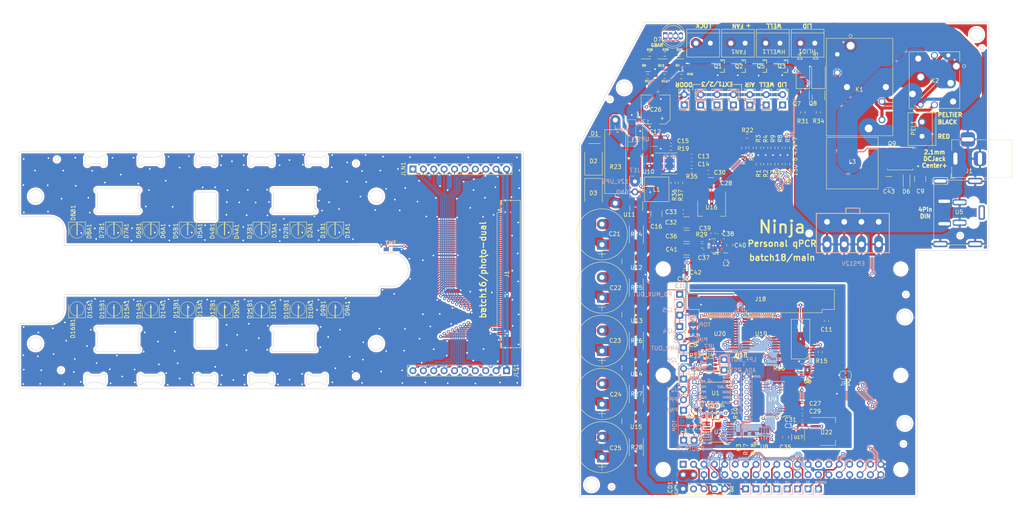
<source format=kicad_pcb>
(kicad_pcb (version 20211014) (generator pcbnew)
  (layers (0 "F.Cu" signal) (31 "B.Cu" signal) (34 "B.Paste" user) (35 "F.Paste" user) (36 "B.SilkS" user "B.Silkscreen") (37 "F.SilkS" user "F.Silkscreen") (38 "B.Mask" user) (39 "F.Mask" user) (44 "Edge.Cuts" user))
  (net 0 "")
  (net 1 "/Photo/ADA_RST")
  (net 2 "/Photo/ADA4")
  (net 3 "GNDA")
  (net 4 "3V3D")
  (net 5 "3V3A")
  (net 6 "PD_MUX_OUT")
  (net 7 "/Photo/PN2")
  (net 8 "/Photo/AMP_OUT")
  (net 9 "-1V")
  (net 10 "5V_UPS")
  (net 11 "12V_UPS")
  (net 12 "Net-(C22-Pad2)")
  (net 13 "12V")
  (net 14 "Net-(D2-Pad1)")
  (net 15 "Net-(FAN1-Pad2)")
  (net 16 "Net-(HLID1-Pad2)")
  (net 17 "Net-(HWELL1-Pad2)")
  (net 18 "PD_TH2")
  (net 19 "THERM_R_SWITCH")
  (net 20 "MUX_SELECT")
  (net 21 "/GPIO13")
  (net 22 "/FAN")
  (net 23 "MUX_S3")
  (net 24 "/GPIO22")
  (net 25 "/GPIO5")
  (net 26 "DLOCK")
  (net 27 "DOPEN")
  (net 28 "/WELL_HEATER")
  (net 29 "PD_TH1")
  (net 30 "/GPIO12")
  (net 31 "MUX_S2")
  (net 32 "/LID_HEATER")
  (net 33 "MUX_S1")
  (net 34 "VIN_SENSE")
  (net 35 "/GPIO14")
  (net 36 "I2C_SCL")
  (net 37 "MUX_S0")
  (net 38 "/GPIO3")
  (net 39 "I2C_SDA")
  (net 40 "/Photo/PHOTO_OUT_P")
  (net 41 "/Photo/PHOTO_OUT_N")
  (net 42 "THERM_MUX_OUT")
  (net 43 "N_LED_OUT8")
  (net 44 "N_LED_OUT7")
  (net 45 "N_LED_OUT6")
  (net 46 "N_LED_OUT5")
  (net 47 "N_LED_OUT4")
  (net 48 "N_LED_OUT3")
  (net 49 "N_LED_OUT2")
  (net 50 "N_LED_OUT1")
  (net 51 "S_LED_OUT1")
  (net 52 "S_LED_OUT2")
  (net 53 "S_LED_OUT3")
  (net 54 "S_LED_OUT4")
  (net 55 "S_LED_OUT5")
  (net 56 "S_LED_OUT6")
  (net 57 "S_LED_OUT7")
  (net 58 "S_LED_OUT8")
  (net 59 "Net-(Q1-Pad1)")
  (net 60 "Net-(Q2-Pad1)")
  (net 61 "Net-(Q3-Pad1)")
  (net 62 "Net-(Q5-Pad1)")
  (net 63 "/Photo/PP2")
  (net 64 "Net-(R14-Pad1)")
  (net 65 "Net-(R16-Pad1)")
  (net 66 "THERM_AIR")
  (net 67 "THERM_EXT1")
  (net 68 "THERM_EXT2")
  (net 69 "THERM_EXT3")
  (net 70 "THERM_LID")
  (net 71 "THERM_WELL")
  (net 72 "CLKIN")
  (net 73 "/PhotoLED/LED_IREF")
  (net 74 "Net-(C13-Pad2)")
  (net 75 "Net-(C15-Pad1)")
  (net 76 "Net-(C21-Pad1)")
  (net 77 "Net-(C21-Pad2)")
  (net 78 "Net-(C23-Pad2)")
  (net 79 "Net-(C24-Pad2)")
  (net 80 "Net-(C37-Pad1)")
  (net 81 "Net-(C39-Pad1)")
  (net 82 "Net-(C40-Pad1)")
  (net 83 "Net-(C40-Pad2)")
  (net 84 "/PhotoMUX/S_PD_OUT16")
  (net 85 "/PhotoMUX/S_PD_OUT15")
  (net 86 "/PhotoMUX/S_PD_OUT14")
  (net 87 "/PhotoMUX/S_PD_OUT13")
  (net 88 "/PhotoMUX/S_PD_OUT12")
  (net 89 "/PhotoMUX/S_PD_OUT11")
  (net 90 "/PhotoMUX/S_PD_OUT10")
  (net 91 "/PhotoMUX/S_PD_OUT9")
  (net 92 "/PhotoMUX/S_PD_OUT8")
  (net 93 "/PhotoMUX/S_PD_OUT7")
  (net 94 "/PhotoMUX/S_PD_OUT6")
  (net 95 "/PhotoMUX/S_PD_OUT5")
  (net 96 "/PhotoMUX/S_PD_OUT4")
  (net 97 "/PhotoMUX/S_PD_OUT3")
  (net 98 "/PhotoMUX/S_PD_OUT2")
  (net 99 "/PhotoMUX/S_PD_OUT1")
  (net 100 "/PhotoMUX/N_PD_OUT1")
  (net 101 "/PhotoMUX/N_PD_OUT2")
  (net 102 "/PhotoMUX/N_PD_OUT3")
  (net 103 "/PhotoMUX/N_PD_OUT4")
  (net 104 "/PhotoMUX/N_PD_OUT5")
  (net 105 "/PhotoMUX/N_PD_OUT6")
  (net 106 "/PhotoMUX/N_PD_OUT7")
  (net 107 "/PhotoMUX/N_PD_OUT8")
  (net 108 "/PhotoMUX/N_PD_OUT9")
  (net 109 "/PhotoMUX/N_PD_OUT10")
  (net 110 "/PhotoMUX/N_PD_OUT11")
  (net 111 "/PhotoMUX/N_PD_OUT12")
  (net 112 "/PhotoMUX/N_PD_OUT13")
  (net 113 "/PhotoMUX/N_PD_OUT14")
  (net 114 "/PhotoMUX/N_PD_OUT15")
  (net 115 "/PhotoMUX/N_PD_OUT16")
  (net 116 "Net-(R17-Pad2)")
  (net 117 "Net-(R18-Pad2)")
  (net 118 "Net-(R29-Pad1)")
  (net 119 "Net-(R29-Pad2)")
  (net 120 "/PhotoMUX/MUX_SELECT_INV")
  (net 121 "PD_REF_PWM")
  (net 122 "REG_OUT")
  (net 123 "/SheetPeltier/PEL1")
  (net 124 "/SheetPeltier/PEL3")
  (net 125 "/SheetPeltier/PEL_RED")
  (net 126 "/SheetPeltier/PEL_BLK")
  (net 127 "PEL_SWB")
  (net 128 "PEL_SWA")
  (net 129 "Net-(Q7-Pad1)")
  (net 130 "Net-(Q8-Pad1)")
  (net 131 "PEL_PWM")
  (net 132 "Net-(Q9-Pad4)")
  (net 133 "Net-(LOCK1-Pad2)")
  (net 134 "/GPIO29")
  (net 135 "GNDD")
  (net 138 "Net-(R19-Pad1)")
  (net 148 "ADC_DRDY")
  (net 149 "Net-(C14-Pad2)")
  (net 153 "/Photo/ADA8")
  (net 154 "/Photo/PN1")
  (net 155 "/Photo/PP1")
  (net 156 "/GPIO7")
  (net 158 "Net-(C6-Pad1)")
  (net 159 "Net-(C18-Pad1)")
  (net 160 "Net-(J24-Pad2)")
  (net 161 "Net-(J26-Pad2)")
  (net 162 "/Photo/LPF_OUT")
  (net 163 "Net-(R15-Pad1)")
  (net 164 "THERM_EXT4")
  (net 165 "THERM_EXT5")
  (net 166 "THERM_EXT6")
  (net 167 "THERM_EXT7")
  (net 168 "THERM_EXT8")
  (net 169 "THERM_EXT9")
  (net 170 "THERM_EXT10")
  (net 171 "THERM_EXT11")
  (net 173 "Net-(R36-Pad2)")
  (net 174 "Net-(R35-Pad1)")
  (net 175 "Net-(D7-Pad4)")
  (net 176 "Net-(D7-Pad1)")
  (net 177 "Net-(D7-Pad2)")
  (net 178 "Net-(Q4-Pad3)")
  (net 179 "Net-(Q6-Pad3)")
  (net 180 "Net-(Q10-Pad3)")
  (net 181 "Net-(Q4-Pad1)")
  (net 182 "Net-(Q6-Pad1)")
  (net 183 "Net-(Q10-Pad1)")
  (net 184 "/3V3/PWRGD")
  (net 185 "/5V_UPS/5V_SW")
  (net 186 "/SheetPeltier/REG_D")
  (footprint "Connector_PinHeader_2.54mm:PinHeader_1x05_P2.54mm_Vertical" (layer "F.Cu") (at 105.37 148 90)
    (fp_text reference "LCD1")
    (fp_text value "RPI_LCD_TOUCH_7INCH")
  )
  (footprint "Ninja-qPCR:TB_SeeedOPL_320110028" (layer "F.Cu") (at 129 39.1 180)
    (fp_text reference "HWELL1")
    (fp_text value "Screw_Terminal_01x02")
  )
  (footprint "Jumper:SolderJumper-2_P1.3mm_Bridged_RoundedPad1.0x1.5mm" (layer "F.Cu") (at 145.01 120.22 180)
    (fp_text reference "JP1")
    (fp_text value "SolderJumper_2_Bridged")
  )
  (footprint "Package_TO_SOT_SMD:SOT-23" (layer "F.Cu") (at 93.936 79.45 -90)
    (fp_text reference "U11")
    (fp_text value "TL431DBZ")
  )
  (footprint "Package_TO_SOT_SMD:SOT-23" (layer "F.Cu") (at 91.976 92.45 -90)
    (fp_text reference "U12")
    (fp_text value "TL431DBZ")
  )
  (footprint "Package_TO_SOT_SMD:SOT-23" (layer "F.Cu") (at 91.976 105.45 -90)
    (fp_text reference "U13")
    (fp_text value "TL431DBZ")
  )
  (footprint "Package_TO_SOT_SMD:SOT-23" (layer "F.Cu") (at 91.976 118.45 -90)
    (fp_text reference "U14")
    (fp_text value "TL431DBZ")
  )
  (footprint "Package_TO_SOT_SMD:SOT-23" (layer "F.Cu") (at 91.976 131.45 -90)
    (fp_text reference "U15")
    (fp_text value "TL431DBZ")
  )
  (footprint "Package_TO_SOT_SMD:SOT-223" (layer "F.Cu") (at 112.325 79.475 -90)
    (fp_text reference "U16")
    (fp_text value "CJT1117-3.3")
  )
  (footprint "Ninja-qPCR:TPS63710DRRR" (layer "F.Cu") (at 113.829998 88.549988)
    (fp_text reference "U21")
    (fp_text value "TPS63710DRRR" hide)
  )
  (footprint "Ninja-qPCR:CP_Radial_D12.5mm_P5.00mm" (layer "F.Cu") (at 85.546006 101.31999 90)
    (fp_text reference "C22")
    (fp_text value "10F2.7V" hide)
  )
  (footprint "Ninja-qPCR:CP_Radial_D12.5mm_P5.00mm" (layer "F.Cu") (at 85.546006 114.31999 90)
    (fp_text reference "C23")
    (fp_text value "10F2.7V" hide)
  )
  (footprint "Ninja-qPCR:CP_Radial_D12.5mm_P5.00mm" (layer "F.Cu") (at 85.546006 127.319989 90)
    (fp_text reference "C24")
    (fp_text value "10F2.7V" hide)
  )
  (footprint "Ninja-qPCR:CP_Radial_D12.5mm_P5.00mm" (layer "F.Cu") (at 85.546006 140.319989 90)
    (fp_text reference "C25")
    (fp_text value "10F2.7V" hide)
  )
  (footprint "Package_TO_SOT_SMD:SOT-23-5" (layer "F.Cu") (at 133.409995 135.360004 -90)
    (fp_text reference "U17")
    (fp_text value "MCP1755T-3302E/OT")
  )
  (footprint "Capacitor_SMD:C_0805_2012Metric" (layer "F.Cu") (at 134.46 127.15 180)
    (fp_text reference "C27")
    (fp_text value "4.7uF")
  )
  (footprint "Capacitor_SMD:C_0603_1608Metric" (layer "F.Cu") (at 134.460005 129.055012 180)
    (fp_text reference "C29")
    (fp_text value "0.1uF")
  )
  (footprint "Capacitor_SMD:C_0603_1608Metric" (layer "F.Cu") (at 111.5 70.67)
    (fp_text reference "C30")
    (fp_text value "0.1uF")
  )
  (footprint "Capacitor_SMD:C_0603_1608Metric" (layer "F.Cu") (at 134.460005 130.706012 180)
    (fp_text reference "C31")
    (fp_text value "0.01uF")
  )
  (footprint "Capacitor_SMD:C_0603_1608Metric" (layer "F.Cu") (at 105.4 80.28 180)
    (fp_text reference "C33")
    (fp_text value "0.1uF")
  )
  (footprint "Capacitor_SMD:C_0603_1608Metric" (layer "F.Cu") (at 110.4 90.09 180)
    (fp_text reference "C37")
    (fp_text value "1uF")
  )
  (footprint "Capacitor_SMD:C_0603_1608Metric" (layer "F.Cu") (at 114.29 85.72 90)
    (fp_text reference "C38")
    (fp_text value "1uF")
  )
  (footprint "Capacitor_SMD:C_0603_1608Metric" (layer "F.Cu") (at 112.67 85.55 90)
    (fp_text reference "C39")
    (fp_text value "1uF")
  )
  (footprint "Capacitor_SMD:C_0805_2012Metric" (layer "F.Cu") (at 116.77 88.46 -90)
    (fp_text reference "C40")
    (fp_text value "10uF")
  )
  (footprint "Capacitor_SMD:C_1210_3225Metric" (layer "F.Cu") (at 106.2 89.48 180)
    (fp_text reference "C41")
    (fp_text value "22uF")
  )
  (footprint "Diodes_SMD:D_SMB" (layer "F.Cu") (at 83.5 67.8 90)
    (fp_text reference "D2")
    (fp_text value "D")
  )
  (footprint "Diodes_SMD:D_SMB" (layer "F.Cu") (at 83.5 75.7 -90)
    (fp_text reference "D3")
    (fp_text value "D")
  )
  (footprint "Capacitors_SMD:C_0805" (layer "F.Cu") (at 115.88 91.22 180)
    (fp_text reference "L2")
    (fp_text value "2.2uH")
  )
  (footprint "Resistor_SMD:R_2512_6332Metric" (layer "F.Cu") (at 93.936 85.82 -90)
    (fp_text reference "R24")
    (fp_text value "1k2W")
  )
  (footprint "Resistor_SMD:R_2512_6332Metric" (layer "F.Cu") (at 93.936 98.82 -90)
    (fp_text reference "R25")
    (fp_text value "1k2W")
  )
  (footprint "Resistor_SMD:R_2512_6332Metric" (layer "F.Cu") (at 93.936 111.82 -90)
    (fp_text reference "R26")
    (fp_text value "1k2W")
  )
  (footprint "Resistor_SMD:R_2512_6332Metric" (layer "F.Cu") (at 93.936 124.82 -90)
    (fp_text reference "R27")
    (fp_text value "1k2W")
  )
  (footprint "Resistor_SMD:R_2512_6332Metric" (layer "F.Cu") (at 93.936 137.82 -90)
    (fp_text reference "R28")
    (fp_text value "1k2W")
  )
  (footprint "Capacitor_SMD:C_0603_1608Metric" (layer "F.Cu") (at 134.460005 132.357012 180)
    (fp_text reference "C34")
    (fp_text value "100pF")
  )
  (footprint "Resistors_SMD:R_2512" (layer "F.Cu") (at 93.65 62.6 -90)
    (fp_text reference "F1")
    (fp_text value "Fuse")
  )
  (footprint "Ninja-qPCR:VLS6045EX-3R3N" (layer "F.Cu") (at 98.9 74.8 90)
    (fp_text reference "L1")
    (fp_text value "10uH" hide)
  )
  (footprint "Capacitor_SMD:C_0603_1608Metric" (layer "F.Cu") (at 107.442 66.72199 180)
    (fp_text reference "C13")
    (fp_text value "0.1uF")
  )
  (footprint "Capacitor_SMD:C_0603_1608Metric" (layer "F.Cu") (at 107.442 68.49999 180)
    (fp_text reference "C14")
    (fp_text value "0.01uF")
  )
  (footprint "Capacitor_SMD:C_1210_3225Metric" (layer "F.Cu") (at 106.2 92.78 180)
    (fp_text reference "C42")
    (fp_text value "22uF")
  )
  (footprint "Resistor_SMD:R_0603_1608Metric" (layer "F.Cu") (at 110 88.62 180)
    (fp_text reference "R30")
    (fp_text value "150k")
  )
  (footprint "Ninja-qPCR:CP_Radial_D12.5mm_P5.00mm" (layer "F.Cu") (at 85.546006 88.319991 90)
    (fp_text reference "C21")
    (fp_text value "10F2.7V" hide)
  )
  (footprint "Resistor_SMD:R_0603_1608Metric" (layer "F.Cu") (at 110.05 87.06 180)
    (fp_text reference "R29")
    (fp_text value "39k")
  )
  (footprint "Ninja-qPCR:TB_SeeedOPL_320110028" (layer "F.Cu") (at 137.5 39.1 180)
    (fp_text reference "HLID1")
    (fp_text value "Screw_Terminal_01x02")
  )
  (footprint "Ninja-qPCR:TB_SeeedOPL_320110028" (layer "F.Cu") (at 120.5 39.1 180)
    (fp_text reference "FAN1")
    (fp_text value "Screw_Terminal_01x02")
  )
  (footprint "Diodes_SMD:D_SMA" (layer "F.Cu") (at 134.59 46.79 90)
    (fp_text reference "D4")
    (fp_text value "DIODE")
  )
  (footprint "Diodes_SMD:D_SMA" (layer "F.Cu") (at 138.4 46.79 90)
    (fp_text reference "D5")
    (fp_text value "DIODE")
  )
  (footprint "Package_TO_SOT_SMD:SOT-23" (layer "F.Cu") (at 134.59 52.39 -90)
    (fp_text reference "Q7")
    (fp_text value "Q_NPN_BCE")
  )
  (footprint "Package_TO_SOT_SMD:SOT-23" (layer "F.Cu") (at 138.4 52.39 -90)
    (fp_text reference "Q8")
    (fp_text value "Q_NPN_BCE")
  )
  (footprint "Resistor_SMD:R_0603_1608Metric" (layer "F.Cu") (at 134.59 56 -90)
    (fp_text reference "R31")
    (fp_text value "10k")
  )
  (footprint "Resistor_SMD:R_0603_1608Metric" (layer "F.Cu") (at 138.4 56 90)
    (fp_text reference "R34")
    (fp_text value "10k")
  )
  (footprint "Capacitor_SMD:C_0805_2012Metric" (layer "F.Cu") (at 130.359988 135.360004 90)
    (fp_text reference "C35")
    (fp_text value "4.7uF")
  )
  (footprint "Package_SO:SSOP-24_5.3x8.2mm_P0.65mm" (layer "F.Cu") (at 114.340005 110.109)
    (fp_text reference "U20")
    (fp_text value "CD74HC4067M96")
  )
  (footprint "Ninja-qPCR:MCP4551T-104E&slash_MF" (layer "F.Cu") (at 135.72 119.11)
    (fp_text reference "U6")
    (fp_text value "MCP4551T-502E/MS" hide)
  )
  (footprint "Package_SO:SSOP-24_5.3x8.2mm_P0.65mm" (layer "F.Cu") (at 124.389998 110.109)
    (fp_text reference "U19")
    (fp_text value "CD74HC4067M96")
  )
  (footprint "Capacitor_SMD:C_0603_1608Metric" (layer "F.Cu") (at 107.809995 111.349993 180)
    (fp_text reference "C8")
    (fp_text value "0.1uF")
  )
  (footprint "Capacitor_SMD:C_0603_1608Metric" (layer "F.Cu") (at 140.36 106.98 90)
    (fp_text reference "C11")
    (fp_text value "0.1uF")
  )
  (footprint "Capacitor_SMD:C_0603_1608Metric" (layer "F.Cu") (at 107.809995 107.793993)
    (fp_text reference "C6")
    (fp_text value "DNP(<1pF)")
  )
  (footprint "Capacitor_SMD:C_0603_1608Metric" (layer "F.Cu") (at 107.3658 133.2992 -90)
    (fp_text reference "C5")
    (fp_text value "0.1uF")
  )
  (footprint "Capacitor_SMD:C_0603_1608Metric" (layer "F.Cu") (at 109.1438 133.2992 90)
    (fp_text reference "C4")
    (fp_text value "0.1uF")
  )
  (footprint "Capacitor_SMD:C_0603_1608Metric" (layer "F.Cu") (at 118.872 135.360004 90)
    (fp_text reference "C3")
    (fp_text value "0.1uF")
  )
  (footprint "Capacitor_SMD:C_0805_2012Metric" (layer "F.Cu") (at 111.67 120.45 180)
    (fp_text reference "C1")
    (fp_text value "4.7uF")
  )
  (footprint "Package_TO_SOT_SMD:SOT-23-8" (layer "F.Cu") (at 125.14 134.81 90)
    (fp_text reference "U8")
    (fp_text value "TS12A12511DCNR")
  )
  (footprint "Package_TO_SOT_SMD:SOT-23-5" (layer "F.Cu") (at 111.867493 117.659988 180)
    (fp_text reference "U4")
    (fp_text value "LMP7717MF_NOPB")
  )
  (footprint "Capacitor_SMD:C_0805_2012Metric" (layer "F.Cu") (at 115.35 120.79)
    (fp_text reference "C2")
    (fp_text value "4.7uF")
  )
  (footprint "Ninja-qPCR:ASDK-32.768KHZ-LRT" (layer "F.Cu") (at 112.472 129.54 90)
    (fp_text reference "U3")
    (fp_text value "COM1305-0.032768-EXT-T-TR")
  )
  (footprint "Capacitor_SMD:C_0603_1608Metric" (layer "F.Cu") (at 110.38 129.54 90)
    (fp_text reference "C7")
    (fp_text value "0.1uF")
  )
  (footprint "Resistor_SMD:R_0603_1608Metric" (layer "F.Cu") (at 114.698 129.54 -90)
    (fp_text reference "R14")
    (fp_text value "10k")
  )
  (footprint "Resistor_SMD:R_0603_1608Metric" (layer "F.Cu") (at 116.73 129.54 -90)
    (fp_text reference "R10")
    (fp_text value "10k")
  )
  (footprint "Ninja-qPCR:ADA2200ARUZ" (layer "F.Cu") (at 113.29 124.6 180)
    (fp_text reference "U1")
    (fp_text value "ADA2200ARUZ" hide)
  )
  (footprint "Ninja-qPCR:ADS122C04IPWR" (layer "F.Cu") (at 114.02 134.09)
    (fp_text reference "U2")
    (fp_text value "ADS1219IPWR")
  )
  (footprint "Ninja-qPCR:SN74LVC1GU04DBVR" (layer "F.Cu") (at 119.309998 117.659988)
    (fp_text reference "U18")
    (fp_text value "SN74LVC1GU04DCKR" hide)
  )
  (footprint "Resistor_SMD:R_0603_1608Metric" (layer "F.Cu") (at 108.602 129.54 -90)
    (fp_text reference "R11")
    (fp_text value "10k")
  )
  (footprint "Resistor_SMD:R_0603_1608Metric" (layer "F.Cu") (at 107.809995 109.571993 180)
    (fp_text reference "R13")
    (fp_text value "10M")
  )
  (footprint "Resistor_SMD:R_0603_1608Metric" (layer "F.Cu") (at 120.65 135.360004 90)
    (fp_text reference "R17")
    (fp_text value "10k_HP")
  )
  (footprint "Resistor_SMD:R_0603_1608Metric" (layer "F.Cu") (at 122.428 135.360004 90)
    (fp_text reference "R18")
    (fp_text value "47k_HP")
  )
  (footprint "Package_SO:SSOP-24_5.3x8.2mm_P0.65mm" (layer "F.Cu") (at 127.150012 126.089994 180)
    (fp_text reference "U9")
    (fp_text value "CD74HC4067M96")
  )
  (footprint "Ninja-qPCR:FFC_60_Ali_HUISHUNFA" (layer "F.Cu") (at 139.02 104.34 180)
    (fp_text reference "J18")
    (fp_text value "Conn_01x60_Male")
  )
  (footprint "Ninja-qPCR:PCA9955B" (layer "F.Cu") (at 134.016892 111.401109 90)
    (fp_text reference "U7")
    (fp_text value "PCA9955B" hide)
  )
  (footprint "Ninja-qPCR:TB_SeeedOPL_320110028" (layer "F.Cu") (at 163.669312 61.854869 90)
    (fp_text reference "PEL1")
    (fp_text value "Screw_Terminal_01x02")
  )
  (footprint "Ninja-qPCR:EX2-2U1S" (layer "F.Cu") (at 172.059312 44.714869 -90)
    (fp_text reference "K2")
    (fp_text value "EX2-2U1S" hide)
  )
  (footprint "Ninja-qPCR:EP2-3L3SAb" (layer "F.Cu") (at 146.249312 39.724869 -90)
    (fp_text reference "K1")
    (fp_text value "EP2-3L3SAb" hide)
  )
  (footprint "Ninja-qPCR:35TZV100M6.3X8" (layer "F.Cu") (at 98.65 55.3 90)
    (fp_text reference "C26")
    (fp_text value "100uF" hide)
  )
  (footprint "Ninja-qPCR:SOT95P240X112-3N" (layer "F.Cu") (at 125.035 44.7)
    (fp_text reference "Q5")
    (fp_text value "Q_NMOS_GSD")
  )
  (footprint "Ninja-qPCR:SOT95P240X112-3N" (layer "F.Cu") (at 130.2 44.7)
    (fp_text reference "Q3")
    (fp_text value "Q_NMOS_GSD")
  )
  (footprint "Ninja-qPCR:SOT95P240X112-3N" (layer "F.Cu") (at 119.87 44.7)
    (fp_text reference "Q2")
    (fp_text value "Q_NMOS_GSD")
  )
  (footprint "Ninja-qPCR:SOT95P240X112-3N" (layer "F.Cu") (at 114.705 44.7)
    (fp_text reference "Q1")
    (fp_text value "Q_NMOS_GSD")
  )
  (footprint "Ninja-qPCR:MSS1P3L-M3&slash_89A" (layer "F.Cu") (at 83.7 62.8 180)
    (fp_text reference "D1")
    (fp_text value "D_Schottky" hide)
  )
  (footprint "Connector_BarrelJack:BarrelJack_Horizontal" (layer "F.Cu") (at 171.828993 67.31 180)
    (fp_text reference "J1")
    (fp_text value "Barrel_Jack_Switch")
  )
  (footprint "Ninja-qPCR:HSOP-8-1EP_3.9x4.9mm_P1.27mm_EP2.41x3.1mm_ThermalVias" (layer "F.Cu") (at 102.050012 68.49999)
    (fp_text reference "U10")
    (fp_text value "BD9329AEFJ-E2")
  )
  (footprint "Capacitor_SMD:C_0603_1608Metric" (layer "F.Cu") (at 102.362 62.992 180)
    (fp_text reference "C15")
    (fp_text value "0.01uF")
  )
  (footprint "Resistor_SMD:R_0603_1608Metric" (layer "F.Cu") (at 102.362 64.77)
    (fp_text reference "R19")
    (fp_text value "150")
  )
  (footprint "Ninja-qPCR:MSS1P3L-M3&slash_89A" (layer "F.Cu") (at 159.9 72.75 90)
    (fp_text reference "D6")
    (fp_text value "D_Schottky" hide)
  )
  (footprint "Ninja-qPCR:PowerPAK_SO-8_Long" (layer "F.Cu") (at 158.339199 67.3 180)
    (fp_text reference "Q9")
    (fp_text value "SIRA88BDP-T1-GE3" hide)
  )
  (footprint "Capacitor_SMD:C_1210_3225Metric" (layer "F.Cu") (at 163.23 72.27 90)
    (fp_text reference "C9")
    (fp_text value "22uF")
  )
  (footprint "Capacitor_SMD:C_1210_3225Metric" (layer "F.Cu") (at 155.59 73.03 180)
    (fp_text reference "C43")
    (fp_text value "22uF")
  )
  (footprint "Ninja-qPCR:SRP1265C" (layer "F.Cu") (at 146.66 68.41 180)
    (fp_text reference "L3")
    (fp_text value "SRP1265C-220M")
  )
  (footprint "Ninja-qPCR:TB_SeeedOPL_320110028" (layer "F.Cu") (at 112 39.1 180)
    (fp_text reference "LOCK1" hide)
    (fp_text value "Conn_01x02_Male")
  )
  (footprint "Connector_PinHeader_2.54mm:PinHeader_1x02_P2.54mm_Vertical" (layer "F.Cu") (at 125.639055 54.210944 180)
    (fp_text reference "TWELL1" hide)
    (fp_text value "Conn_01x02_Male")
  )
  (footprint "Connector_PinHeader_2.54mm:PinHeader_1x02_P2.54mm_Vertical" (layer "F.Cu") (at 129.639055 54.210944 180)
    (fp_text reference "TLID1" hide)
    (fp_text value "Conn_01x02_Male")
  )
  (footprint "Connector_PinHeader_2.54mm:PinHeader_1x02_P2.54mm_Vertical" (layer "F.Cu") (at 109.639055 54.210944 180)
    (fp_text reference "TEXT3" hide)
    (fp_text value "Conn_01x02_Male")
  )
  (footprint "Connector_PinHeader_2.54mm:PinHeader_1x02_P2.54mm_Vertical" (layer "F.Cu") (at 113.639055 54.210944 180)
    (fp_text reference "TEXT2" hide)
    (fp_text value "Conn_01x02_Male")
  )
  (footprint "Connector_PinHeader_2.54mm:PinHeader_1x02_P2.54mm_Vertical" (layer "F.Cu") (at 117.639055 54.210944 180)
    (fp_text reference "TEXT1" hide)
    (fp_text value "Conn_01x02_Male")
  )
  (footprint "Connector_PinHeader_2.54mm:PinHeader_1x02_P2.54mm_Vertical" (layer "F.Cu") (at 121.639055 54.210944 180)
    (fp_text reference "TAIR1" hide)
    (fp_text value "Conn_01x02_Male")
  )
  (footprint "Connector_PinHeader_2.54mm:PinHeader_1x02_P2.54mm_Vertical" (layer "F.Cu") (at 105.639057 54.210941 180)
    (fp_text reference "SW1" hide)
    (fp_text value "SW_Reed")
  )
  (footprint "Resistor_SMD:R_0603_1608Metric" (layer "F.Cu") (at 130.838 64.65 -90)
    (fp_text reference "R33")
    (fp_text value "47k")
  )
  (footprint "Resistor_SMD:R_0603_1608Metric" (layer "F.Cu") (at 120.17 64.65 -90)
    (fp_text reference "R21")
    (fp_text value "47k")
  )
  (footprint "Resistor_SMD:R_0603_1608Metric" (layer "F.Cu") (at 127.282 64.65 90)
    (fp_text reference "R9")
    (fp_text value "47k")
  )
  (footprint "Resistor_SMD:R_0603_1608Metric" (layer "F.Cu") (at 129.06 64.65 90)
    (fp_text reference "R8")
    (fp_text value "47k")
  )
  (footprint "Resistor_SMD:R_0603_1608Metric" (layer "F.Cu") (at 121.948 64.65 90)
    (fp_text reference "R5")
    (fp_text value "47k")
  )
  (footprint "Resistor_SMD:R_0603_1608Metric" (layer "F.Cu") (at 123.726 64.65 90)
    (fp_text reference "R3")
    (fp_text value "47k")
  )
  (footprint "Resistor_SMD:R_0603_1608Metric" (layer "F.Cu") (at 125.504 64.65 90)
    (fp_text reference "R4")
    (fp_text value "47k")
  )
  (footprint "Resistor_SMD:R_0603_1608Metric" (layer "F.Cu") (at 130.838 68.68 -90)
    (fp_text reference "R32")
    (fp_text value "150")
  )
  (footprint "Resistor_SMD:R_0603_1608Metric" (layer "F.Cu") (at 121 61.8 180)
    (fp_text reference "R22")
    (fp_text value "10k")
  )
  (footprint "Resistor_SMD:R_0603_1608Metric" (layer "F.Cu") (at 127.282 68.68 -90)
    (fp_text reference "R7")
    (fp_text value "150")
  )
  (footprint "Resistor_SMD:R_0603_1608Metric" (layer "F.Cu") (at 129.06 68.68 -90)
    (fp_text reference "R6")
    (fp_text value "150")
  )
  (footprint "Resistor_SMD:R_0603_1608Metric" (layer "F.Cu") (at 125.504 68.68 -90)
    (fp_text reference "R2")
    (fp_text value "150")
  )
  (footprint "Resistor_SMD:R_0603_1608Metric" (layer "F.Cu") (at 123.726 68.68 -90)
    (fp_text reference "R1")
    (fp_text value "150")
  )
  (footprint "Resistor_SMD:R_0603_1608Metric" (layer "F.Cu") (at 128.71 116.31 -90)
    (fp_text reference "R16")
    (fp_text value "47k")
  )
  (footprint "Capacitor_SMD:C_0603_1608Metric" (layer "F.Cu") (at 105.39 95.29 180)
    (fp_text reference "C10")
    (fp_text value "0.1uF")
  )
  (footprint "Resistors_ThroughHole:R_Axial_DIN0516_L15.5mm_D5.0mm_P20.32mm_Horizontal" (layer "F.Cu") (at 88.8 78.2 90)
    (fp_text reference "R23")
    (fp_text value "8.2Ω 3W")
  )
  (footprint "Capacitor_SMD:C_1210_3225Metric" (layer "F.Cu") (at 112.2 73.31)
    (fp_text reference "C28")
    (fp_text value "22uF")
  )
  (footprint "Capacitor_SMD:C_1210_3225Metric" (layer "F.Cu") (at 106.2 86.18 180)
    (fp_text reference "C36")
    (fp_text value "22uF")
  )
  (footprint "Capacitor_SMD:C_1210_3225Metric" (layer "F.Cu") (at 106.2 82.88 180)
    (fp_text reference "C32")
    (fp_text value "22uF")
  )
  (footprint "Ninja-qPCR:Raspberry_Pi_3A+_3B+_4B_Zero_FaceDown_HDMI-R-NOSILK" (layer "F.Cu") (at 105.37 142 90)
    (fp_text reference "J2" hide)
    (fp_text value "Raspberry_Pi_3A_Plus_wpi")
  )
  (footprint "Diodes_SMD:D_1206" (layer "F.Cu") (at -16.578789 85.002066 -90)
    (fp_text reference "D5B1")
    (fp_text value "D_Photo")
  )
  (footprint "Diodes_SMD:D_1206" (layer "F.Cu") (at 10.421211 104.001633 90)
    (fp_text reference "D10B1")
    (fp_text value "D_Photo")
  )
  (footprint "Diodes_SMD:D_1206" (layer "F.Cu") (at -34.578789 85.002066 -90)
    (fp_text reference "D7B1")
    (fp_text value "D_Photo")
  )
  (footprint "Diodes_SMD:D_1206" (layer "F.Cu") (at 10.421211 85.002066 -90)
    (fp_text reference "D2B1")
    (fp_text value "D_Photo")
  )
  (footprint "LED_THT:LED_D5.0mm-4_RGB" (layer "F.Cu") (at 101 37.32)
    (fp_text reference "D7")
    (fp_text value "LED_GBAR")
  )
  (footprint "Resistor_SMD:R_0603_1608Metric" (layer "F.Cu") (at 100.838 47.244)
    (fp_text reference "R42")
    (fp_text value "10k")
  )
  (footprint "Resistor_SMD:R_0603_1608Metric" (layer "F.Cu") (at 107.442 70.27799)
    (fp_text reference "R35")
    (fp_text value "10k")
  )
  (footprint "Diodes_SMD:D_1206" (layer "F.Cu") (at 3.421211 104.001633 90)
    (fp_text reference "D11A1")
    (fp_text value "D_Photo")
  )
  (footprint "Diodes_SMD:D_1206" (layer "F.Cu") (at 12.421211 85.002066 -90)
    (fp_text reference "D2A1")
    (fp_text value "D_Photo")
  )
  (footprint "Package_TO_SOT_SMD:SOT-23" (layer "F.Cu") (at 104.902 44.5008)
    (fp_text reference "Q4")
    (fp_text value "Q_NPN_BCE")
  )
  (footprint "Diodes_SMD:D_1206" (layer "F.Cu") (at 19.421211 85.002066 -90)
    (fp_text reference "D1B1")
    (fp_text value "D_Photo")
  )
  (footprint "Diodes_SMD:D_1206" (layer "F.Cu") (at -23.578789 104.001633 90)
    (fp_text reference "D14A1")
    (fp_text value "D_Photo")
  )
  (footprint "Diodes_SMD:D_1206" (layer "F.Cu") (at -23.578789 85.002066 -90)
    (fp_text reference "D6A1")
    (fp_text value "D_Photo")
  )
  (footprint "Diodes_SMD:D_1206" (layer "F.Cu") (at 1.421211 104.001633 90)
    (fp_text reference "D11B1")
    (fp_text value "D_Photo")
  )
  (footprint "Diodes_SMD:D_1206" (layer "F.Cu") (at -7.578789 104.001633 90)
    (fp_text reference "D12B1")
    (fp_text value "D_Photo")
  )
  (footprint "Capacitor_SMD:C_1210_3225Metric" (layer "F.Cu") (at 98.84 80.81 90)
    (fp_text reference "C16")
    (fp_text value "22uF")
  )
  (footprint "Pin_Headers:Pin_Header_Straight_1x10_Pitch2.54mm" (layer "F.Cu") (at 62.265 119.128 -90)
    (fp_text reference "JLS1")
    (fp_text value "Conn_01x10_Male")
  )
  (footprint "Diodes_SMD:D_1206" (layer "F.Cu") (at -41.578789 104.001633 90)
    (fp_text reference "D16A1")
    (fp_text value "D_Photo")
  )
  (footprint "Diodes_SMD:D_1206" (layer "F.Cu") (at -5.578789 104.001633 90)
    (fp_text reference "D12A1")
    (fp_text value "D_Photo")
  )
  (footprint "Resistor_SMD:R_0603_1608Metric" (layer "F.Cu") (at 138.83 114.59 90)
    (fp_text reference "R15")
    (fp_text value "180")
  )
  (footprint "Diodes_SMD:D_1206" (layer "F.Cu") (at -14.578789 104.001633 90)
    (fp_text reference "D13A1")
    (fp_text value "D_Photo")
  )
  (footprint "Diodes_SMD:D_1206" (layer "F.Cu") (at -5.578789 85.002066 -90)
    (fp_text reference "D4A1")
    (fp_text value "D_Photo")
  )
  (footprint "Diodes_SMD:D_1206" (layer "F.Cu") (at -14.578789 85.002066 -90)
    (fp_text reference "D5A1")
    (fp_text value "D_Photo")
  )
  (footprint "Diodes_SMD:D_1206" (layer "F.Cu") (at -43.578789 85.002066 -90)
    (fp_text reference "D8B1")
    (fp_text value "D_Photo")
  )
  (footprint "Diodes_SMD:D_1206" (layer "F.Cu") (at -25.578789 104.001633 90)
    (fp_text reference "D14B1")
    (fp_text value "D_Photo")
  )
  (footprint "Ninja-qPCR:DN4_PWR" (layer "F.Cu") (at 179.950008 80.475988 90)
    (fp_text reference "U5")
    (fp_text value "DIN4_PWR")
  )
  (footprint "Diodes_SMD:D_1206" (layer "F.Cu") (at -43.578789 104.001633 90)
    (fp_text reference "D16B1")
    (fp_text value "D_Photo")
  )
  (footprint "Resistor_SMD:R_0603_1608Metric" (layer "F.Cu") (at 104.43 41.8)
    (fp_text reference "R20")
    (fp_text value "?")
  )
  (footprint "Ninja-qPCR:FFC_60_Ali_HUISHUNFA" (layer "F.Cu") (at 60.574 110.27 90)
    (fp_text reference "J1")
    (fp_text value "Conn_01x60_Male")
  )
  (footprint "Diodes_SMD:D_1206" (layer "F.Cu") (at -32.578789 104.001633 90)
    (fp_text reference "D15A1")
    (fp_text value "D_Photo")
  )
  (footprint "Diodes_SMD:D_1206" (layer "F.Cu") (at 3.421211 85.002066 -90)
    (fp_text reference "D3A1")
    (fp_text value "D_Photo")
  )
  (footprint "Capacitor_SMD:C_0402_1005Metric" (layer "F.Cu") (at 108.349999 118.550004)
    (fp_text reference "C18")
    (fp_text value "330pF")
  )
  (footprint "Diodes_SMD:D_1206" (layer "F.Cu") (at -34.578789 104.001633 90)
    (fp_text reference "D15B1")
    (fp_text value "D_Photo")
  )
  (footprint "Pin_Headers:Pin_Header_Straight_1x10_Pitch2.54mm" (layer "F.Cu") (at 39.405 69.872 90)
    (fp_text reference "JLN1")
    (fp_text value "Conn_01x10_Male")
  )
  (footprint "Diodes_SMD:D_1206" (layer "F.Cu") (at 1.421211 85.002066 -90)
    (fp_text reference "D3B1")
    (fp_text value "D_Photo")
  )
  (footprint "Resistor_SMD:R_0603_1608Metric" (layer "F.Cu") (at 104.902 47.244)
    (fp_text reference "R40")
    (fp_text value "10k")
  )
  (footprint "Package_TO_SOT_SMD:SOT-23" (layer "F.Cu") (at 96.774 44.5008)
    (fp_text reference "Q6")
    (fp_text value "Q_NPN_BCE")
  )
  (footprint "Package_TO_SOT_SMD:SOT-223-6" (layer "F.Cu") (at 140.68999 133.979996)
    (fp_text reference "U22")
    (fp_text value "MCP1755T-3302E/DC")
  )
  (footprint "Diodes_SMD:D_1206" (layer "F.Cu") (at 21.421211 104.001633 90)
    (fp_text reference "D9A1")
    (fp_text value "D_Photo")
  )
  (footprint "Resistor_SMD:R_0603_1608Metric" (layer "F.Cu") (at 108.35 116.772 180)
    (fp_text reference "R12")
    (fp_text value "10k")
  )
  (footprint "Resistor_SMD:R_0603_1608Metric" (layer "F.Cu") (at 102.932 73.24 90)
    (fp_text reference "R36")
    (fp_text value "47k")
  )
  (footprint "Resistor_SMD:R_0603_1608Metric" (layer "F.Cu") (at 96.774 47.244)
    (fp_text reference "R41")
    (fp_text value "10k")
  )
  (footprint "Resistor_SMD:R_0603_1608Metric" (layer "F.Cu") (at 104.71 73.24 90)
    (fp_text reference "R37")
    (fp_text value "10k")
  )
  (footprint "Diodes_SMD:D_1206" (layer "F.Cu") (at -7.578789 85.002066 -90)
    (fp_text reference "D4B1")
    (fp_text value "D_Photo")
  )
  (footprint "Package_TO_SOT_SMD:SOT-23" (layer "F.Cu") (at 100.838 44.5008)
    (fp_text reference "Q10")
    (fp_text value "Q_NPN_BCE")
  )
  (footprint "Diodes_SMD:D_1206" (layer "F.Cu") (at -32.578789 85.002066 -90)
    (fp_text reference "D7A1")
    (fp_text value "D_Photo")
  )
  (footprint "Resistor_SMD:R_0603_1608Metric" (layer "F.Cu") (at 97.23 41.79)
    (fp_text reference "R38")
    (fp_text value "?")
  )
  (footprint "Diodes_SMD:D_1206" (layer "F.Cu") (at 21.421211 85.002066 -90)
    (fp_text reference "D1A1")
    (fp_text value "D_Photo")
  )
  (footprint "Diodes_SMD:D_1206" (layer "F.Cu") (at -41.578789 85.002066 -90)
    (fp_text reference "D8A1")
    (fp_text value "D_Photo")
  )
  (footprint "Resistors_SMD:R_0603_HandSoldering" (layer "F.Cu") (at 34 89.5)
    (fp_text reference "TH1")
    (fp_text value "Thermistor")
  )
  (footprint "Diodes_SMD:D_1206" (layer "F.Cu") (at -16.578789 104.001633 90)
    (fp_text reference "D13B1")
    (fp_text value "D_Photo")
  )
  (footprint "Diodes_SMD:D_1206" (layer "F.Cu") (at -25.578789 85.002066 -90)
    (fp_text reference "D6B1")
    (fp_text value "D_Photo")
  )
  (footprint "Diodes_SMD:D_1206" (layer "F.Cu") (at 19.421211 104.001633 90)
    (fp_text reference "D9B1")
    (fp_text value "D_Photo")
  )
  (footprint "Capacitor_SMD:C_1210_3225Metric" (layer "F.Cu") (at 98.4 62.95 180)
    (fp_text reference "C12")
    (fp_text value "22uF")
  )
  (footprint "Diodes_SMD:D_1206" (layer "F.Cu") (at 12.421211 104.001633 90)
    (fp_text reference "D10A1")
    (fp_text value "D_Photo")
  )
  (footprint "Resistor_SMD:R_0603_1608Metric" (layer "F.Cu") (at 100.91 41.76)
    (fp_text reference "R39")
    (fp_text value "?")
  )
  (footprint "Connector_PinHeader_2.54mm:PinHeader_1x01_P2.54mm_Vertical" (layer "B.Cu") (at 123.15 148 90)
    (fp_text reference "J3")
    (fp_text value "Conn_01x01_Male")
  )
  (footprint "Connector_PinHeader_2.54mm:PinHeader_1x01_P2.54mm_Vertical" (layer "B.Cu") (at 125.69 148 90)
    (fp_text reference "J4")
    (fp_text value "Conn_01x01_Male")
  )
  (footprint "Connector_PinHeader_2.54mm:PinHeader_1x01_P2.54mm_Vertical" (layer "B.Cu") (at 128.23 148 90)
    (fp_text reference "J5")
    (fp_text value "Conn_01x01_Male")
  )
  (footprint "Connector_PinHeader_2.54mm:PinHeader_1x01_P2.54mm_Vertical" (layer "B.Cu") (at 130.77 148 90)
    (fp_text reference "J6")
    (fp_text value "Conn_01x01_Male")
  )
  (footprint "Connector_PinHeader_2.54mm:PinHeader_1x01_P2.54mm_Vertical" (layer "B.Cu") (at 135.85 148 90)
    (fp_text reference "J8")
    (fp_text value "Conn_01x01_Male")
  )
  (footprint "Connector_PinSocket_2.54mm:PinSocket_1x02_P2.54mm_Vertical" (layer "B.Cu") (at 93.599991 72.900007 180)
    (fp_text reference "J17")
    (fp_text value "Conn_01x02_Male")
  )
  (footprint "Connector_PinHeader_2.54mm:PinHeader_1x01_P2.54mm_Vertical" (layer "B.Cu") (at 138.39 148 90)
    (fp_text reference "J9" hide)
    (fp_text value "Conn_01x01_Male")
  )
  (footprint "Jumper:SolderJumper-3_P2.0mm_Open_TrianglePad1.0x1.5mm" (layer "B.Cu") (at 92.86 60.5 -90)
    (fp_text reference "JP2")
    (fp_text value "Jumper_3_Open")
  )
  (footprint "Connector_PinHeader_2.54mm:PinHeader_1x01_P2.54mm_Vertical" (layer "B.Cu") (at 133.31 148 90)
    (fp_text reference "J7")
    (fp_text value "Conn_01x01_Male")
  )
  (footprint "Connector_PinSocket_2.54mm:PinSocket_1x01_P2.54mm_Vertical" (layer "B.Cu") (at 104.53 100.46 -90)
    (fp_text reference "J13")
    (fp_text value "Conn_01x01_Male")
  )
  (footprint "Connector_PinSocket_1.27mm:PinSocket_1x06_P1.27mm_Vertical" (layer "B.Cu") (at 118.2624 126.8984)
    (fp_text reference "J12")
    (fp_text value "Conn_01x06_Male")
  )
  (footprint "Connector_PinSocket_2.54mm:PinSocket_1x01_P2.54mm_Vertical" (layer "B.Cu") (at 105.469995 113.538 -90)
    (fp_text reference "J16" hide)
    (fp_text value "Conn_01x01_Male")
  )
  (footprint "Connector_PinSocket_2.54mm:PinSocket_1x01_P2.54mm_Vertical" (layer "B.Cu") (at 108.039992 136.119997 -90)
    (fp_text reference "J15" hide)
    (fp_text value "Conn_01x01_Male")
  )
  (footprint "Connector_PinSocket_2.54mm:PinSocket_1x01_P2.54mm_Vertical" (layer "B.Cu") (at 105.499992 136.119997 -90)
    (fp_text reference "J14" hide)
    (fp_text value "Conn_01x01_Male")
  )
  (footprint "Ninja-qPCR:ATX8" (layer "B.Cu") (at 146.790004 85.500007 180)
    (fp_text reference "J19" hide)
    (fp_text value "Conn_01x08_Male" hide)
  )
  (footprint "Connector_PinHeader_2.54mm:PinHeader_1x01_P2.54mm_Vertical" (layer "B.Cu") (at 120.6 148 90)
    (fp_text reference "J11" hide)
    (fp_text value "Conn_01x01_Male")
  )
  (footprint "Jumper:SolderJumper-3_P2.0mm_Open_TrianglePad1.0x1.5mm" (layer "B.Cu") (at 111.8975 116.6 -90)
    (fp_text reference "JP7")
    (fp_text value "Jumper_3_Open")
  )
  (footprint "Connector_PinHeader_2.54mm:PinHeader_1x01_P2.54mm_Vertical" (layer "B.Cu") (at 115.37 118.963999 180)
    (fp_text reference "J20" hide)
    (fp_text value "Conn_01x01_Male")
  )
  (footprint "Connector_PinHeader_2.54mm:PinHeader_1x01_P2.54mm_Vertical" (layer "B.Cu") (at 115.37 116.423999 180)
    (fp_text reference "J23" hide)
    (fp_text value "Conn_01x01_Male")
  )
  (footprint "Jumper:SolderJumper-3_P2.0mm_Open_TrianglePad1.0x1.5mm" (layer "B.Cu") (at 107.809995 109.571993 -90)
    (fp_text reference "JP6")
    (fp_text value "Jumper_3_Open")
  )
  (footprint "Jumper:SolderJumper-3_P2.0mm_Open_TrianglePad1.0x1.5mm" (layer "B.Cu") (at 106.9086 131.4704 180)
    (fp_text reference "JP4")
    (fp_text value "Jumper_3_Open")
  )
  (footprint "Connector_PinSocket_2.54mm:PinSocket_1x02_P2.54mm_Vertical" (layer "B.Cu") (at 105.469995 116.078 180)
    (fp_text reference "J26")
    (fp_text value "Conn_01x02_Male")
  )
  (footprint "Connector_PinSocket_1.27mm:PinSocket_1x09_P1.27mm_Vertical" (layer "B.Cu") (at 120.8532 130.7084)
    (fp_text reference "J28")
    (fp_text value "Conn_01x09_Male")
  )
  (footprint "Connector_PinSocket_1.27mm:PinSocket_1x05_P1.27mm_Vertical" (layer "B.Cu") (at 108.1024 121.8184 180)
    (fp_text reference "J21")
    (fp_text value "Conn_01x05_Male")
  )
  (footprint "Jumper:SolderJumper-3_P2.0mm_Open_TrianglePad1.0x1.5mm" (layer "B.Cu") (at 106.9086 133.604 180)
    (fp_text reference "JP5")
    (fp_text value "Jumper_3_Open")
  )
  (footprint "Connector_PinSocket_2.54mm:PinSocket_1x02_P2.54mm_Vertical" (layer "B.Cu") (at 105.469995 128.778)
    (fp_text reference "J22" hide)
    (fp_text value "Conn_01x02_Male")
  )
  (footprint "Connector_PinSocket_2.54mm:PinSocket_1x02_P2.54mm_Vertical" (layer "B.Cu") (at 104.529992 105.539997)
    (fp_text reference "J25")
    (fp_text value "Conn_01x02_Male")
  )
  (footprint "Connector_PinSocket_2.54mm:PinSocket_1x02_P2.54mm_Vertical" (layer "B.Cu") (at 104.53 108.334 180)
    (fp_text reference "J24")
    (fp_text value "Conn_01x02_Male")
  )
  (footprint "Resistors_SMD:R_0603_HandSoldering" (layer "B.Cu") (at 34 89.5)
    (fp_text reference "TH2")
    (fp_text value "Thermistor")
  )
  (footprint "Connector_PinSocket_2.54mm:PinSocket_1x02_P2.54mm_Vertical" (layer "B.Cu") (at 105.469995 121.158 180)
    (fp_text reference "J27")
    (fp_text value "Conn_01x02_Male")
  )
  (gr_circle (center -24.578789 85.002066) (end -26.328789 85.002066) (layer "F.SilkS") (width 0.1) (fill none))
  (gr_circle (center 20.421211 85.002066) (end 18.671211 85.002066) (layer "F.SilkS") (width 0.1) (fill none))
  (gr_line (start 117.63 49.19) (end 119.63 49.19) (layer "F.SilkS") (width 0.15))
  (gr_line (start 119.630012 49.189996) (end 119.630012 50.689993) (layer "F.SilkS") (width 0.15))
  (gr_circle (center -15.578789 104.001633) (end -17.328789 104.001633) (layer "F.SilkS") (width 0.1) (fill none))
  (gr_circle (center 2.421211 104.001633) (end 0.671211 104.001633) (layer "F.SilkS") (width 0.1) (fill none))
  (gr_circle (center -42.578789 104.001633) (end -44.328789 104.001633) (layer "F.SilkS") (width 0.1) (fill none))
  (gr_line (start 109.530007 49.189996) (end 107.730011 49.189996) (layer "F.SilkS") (width 0.15))
  (gr_line (start 107.730011 49.189996) (end 107.730011 50.689993) (layer "F.SilkS") (width 0.15))
  (gr_circle (center -42.578789 85.002066) (end -44.328789 85.002066) (layer "F.SilkS") (width 0.1) (fill none))
  (gr_circle (center 2.421211 85.002066) (end 0.671211 85.002066) (layer "F.SilkS") (width 0.1) (fill none))
  (gr_circle (center -33.578789 85.002066) (end -35.328789 85.002066) (layer "F.SilkS") (width 0.1) (fill none))
  (gr_circle (center -24.578789 104.001633) (end -26.328789 104.001633) (layer "F.SilkS") (width 0.1) (fill none))
  (gr_circle (center -6.578789 85.002066) (end -8.328789 85.002066) (layer "F.SilkS") (width 0.1) (fill none))
  (gr_circle (center -6.578789 104.001633) (end -8.328789 104.001633) (layer "F.SilkS") (width 0.1) (fill none))
  (gr_circle (center 11.421211 85.002066) (end 9.671211 85.002066) (layer "F.SilkS") (width 0.1) (fill none))
  (gr_circle (center 20.421211 104.001633) (end 18.671211 104.001633) (layer "F.SilkS") (width 0.1) (fill none))
  (gr_circle (center -33.578789 104.001633) (end -35.328789 104.001633) (layer "F.SilkS") (width 0.1) (fill none))
  (gr_circle (center -15.578789 85.002066) (end -17.328789 85.002066) (layer "F.SilkS") (width 0.1) (fill none))
  (gr_circle (center 11.421211 104.001633) (end 9.671211 104.001633) (layer "F.SilkS") (width 0.1) (fill none))
  (gr_circle (center 83 147) (end 84.6 147) (layer "Edge.Cuts") (width 0.1) (fill none))
  (gr_circle (center 177 37) (end 178.6 37) (layer "Edge.Cuts") (width 0.1) (fill none))
  (gr_line (start 80 150) (end 162.5 150) (layer "Edge.Cuts") (width 0.1))
  (gr_circle (center 87.5 52.825) (end 87.975 52.825) (layer "Edge.Cuts") (width 0.1) (fill none))
  (gr_circle (center 87.9 147.5) (end 88.375 147.5) (layer "Edge.Cuts") (width 0.1) (fill none))
  (gr_line (start 162.5 150) (end 162.5 89.77) (layer "Edge.Cuts") (width 0.1))
  (gr_circle (center 136.136 85.59) (end 136.611 85.59) (layer "Edge.Cuts") (width 0.1) (fill none))
  (gr_line (start 162.5 89.77) (end 180 89.77) (layer "Edge.Cuts") (width 0.1))
  (gr_line (start 180 89.77) (end 180 34) (layer "Edge.Cuts") (width 0.1))
  (gr_circle (center 159.5 106) (end 161.1 106) (layer "Edge.Cuts") (width 0.1) (fill none))
  (gr_circle (center 178.325 40.3) (end 178.8 40.3) (layer "Edge.Cuts") (width 0.1) (fill none))
  (gr_circle (center 159.5 132) (end 161.1 132) (layer "Edge.Cuts") (width 0.1) (fill none))
  (gr_circle (center 173 86.125) (end 173.475 86.125) (layer "Edge.Cuts") (width 0.1) (fill none))
  (gr_circle (center 159.74 100.51) (end 160.215 100.51) (layer "Edge.Cuts") (width 0.1) (fill none))
  (gr_circle (center 159.14 137.01) (end 159.615 137.01) (layer "Edge.Cuts") (width 0.1) (fill none))
  (gr_circle (center 91 50) (end 92.6 50) (layer "Edge.Cuts") (width 0.1) (fill none))
  (gr_line (start -12.378843 120.398251) (end -12.732396 120.044698) (layer "Edge.Cuts") (width 0.1))
  (gr_line (start -27.58595 68.601749) (end -27.58595 67.001749) (layer "Edge.Cuts") (width 0.1))
  (gr_arc (start -12.732396 68.955302) (mid -13.277291 69.063689) (end -13.58595 68.60175) (layer "Edge.Cuts") (width 0.1))
  (gr_line (start -13.58595 68.601749) (end -13.58595 67.001749) (layer "Edge.Cuts") (width 0.1))
  (gr_line (start -36.439503 120.044698) (end -36.793056 120.398251) (layer "Edge.Cuts") (width 0.1))
  (gr_arc (start -26.732397 122.351804) (mid -27.277292 122.46019) (end -27.58595 121.998251) (layer "Edge.Cuts") (width 0.1))
  (gr_line (start 14.621157 67.001749) (end 17.206944 67.001749) (layer "Edge.Cuts") (width 0.1))
  (gr_circle (center -52.7 76.5) (end -54.3 76.5) (layer "Edge.Cuts") (width 0.1) (fill none))
  (gr_line (start 0.621157 68.601749) (end 0.267604 68.955302) (layer "Edge.Cuts") (width 0.1))
  (gr_line (start -8.58595 121.998251) (end -8.58595 120.398251) (layer "Edge.Cuts") (width 0.1))
  (gr_arc (start -13.58595 120.39825) (mid -13.277291 119.936311) (end -12.732396 120.044698) (layer "Edge.Cuts") (width 0.1))
  (gr_arc (start -36.439503 120.044698) (mid -35.894608 119.936312) (end -35.58595 120.398251) (layer "Edge.Cuts") (width 0.1))
  (gr_line (start 5.39905 114.498251) (end 15.39905 114.498251) (layer "Edge.Cuts") (width 0.1))
  (gr_line (start 14.621157 120.398251) (end 14.267604 120.044698) (layer "Edge.Cuts") (width 0.1))
  (gr_arc (start -9.1 106.5) (mid -8.746447 106.646447) (end -8.6 107) (layer "Edge.Cuts") (width 0.1))
  (gr_line (start -9.793056 121.998251) (end -9.439503 122.351805) (layer "Edge.Cuts") (width 0.1))
  (gr_line (start -49.2 81.5) (end -56.236 81.5) (layer "Edge.Cuts") (width 0.1))
  (gr_line (start 17.206944 120.398251) (end 14.621157 120.398251) (layer "Edge.Cuts") (width 0.1))
  (gr_arc (start 17.560497 120.044698) (mid 18.105392 119.936312) (end 18.41405 120.398251) (layer "Edge.Cuts") (width 0.1))
  (gr_line (start 15.39905 79.394642) (end 15.752604 79.748195) (layer "Edge.Cuts") (width 0.1))
  (gr_line (start 5.045497 109.251805) (end 5.39905 109.605358) (layer "Edge.Cuts") (width 0.1))
  (gr_arc (start 5.39905 114.49825) (mid 4.937111 114.189592) (end 5.045497 113.644698) (layer "Edge.Cuts") (width 0.1))
  (gr_line (start -12.732396 122.351805) (end -12.378843 121.998251) (layer "Edge.Cuts") (width 0.1))
  (gr_arc (start 15.39905 108.39825) (mid 15.860991 108.706909) (end 15.752604 109.251805) (layer "Edge.Cuts") (width 0.1))
  (gr_line (start -13.6 82) (end -13.6 76) (layer "Edge.Cuts") (width 0.1))
  (gr_arc (start 5.045497 109.251804) (mid 4.937111 108.706909) (end 5.39905 108.398251) (layer "Edge.Cuts") (width 0.1))
  (gr_line (start 65.899 123.5) (end -56.236 123.5) (layer "Edge.Cuts") (width 0.1))
  (gr_line (start -27.60095 113.291145) (end -27.60095 109.605358) (layer "Edge.Cuts") (width 0.1))
  (gr_line (start -36.439503 68.955302) (end -36.793056 68.601749) (layer "Edge.Cuts") (width 0.1))
  (gr_line (start -27.247396 113.644698) (end -27.60095 113.291145) (layer "Edge.Cuts") (width 0.1))
  (gr_arc (start 15.39905 74.501749) (mid 15.86099 74.810407) (end 15.752603 75.355302) (layer "Edge.Cuts") (width 0.1))
  (gr_line (start 31 89) (end 31 90) (layer "Edge.Cuts") (width 0.1))
  (gr_line (start 66.399 123) (end 66.399 66) (layer "Edge.Cuts") (width 0.1))
  (gr_arc (start -27.60095 108.39825) (mid -27.139009 108.706909) (end -27.247396 109.251805) (layer "Edge.Cuts") (width 0.1))
  (gr_line (start -27.58595 120.398251) (end -27.58595 121.998251) (layer "Edge.Cuts") (width 0.1))
  (gr_line (start 80 64) (end 80 150) (layer "Edge.Cuts") (width 0.1))
  (gr_line (start -9.1 113.5) (end -13.1 113.5) (layer "Edge.Cuts") (width 0.1))
  (gr_arc (start -12.732397 122.351804) (mid -13.277292 122.46019) (end -13.58595 121.998251) (layer "Edge.Cuts") (width 0.1))
  (gr_line (start -26.378843 120.398251) (end -26.732396 120.044698) (layer "Edge.Cuts") (width 0.1))
  (gr_arc (start -13.1 113.5) (mid -13.453553 113.353553) (end -13.6 113) (layer "Edge.Cuts") (width 0.1))
  (gr_line (start 17.206944 68.601749) (end 14.621157 68.601749) (layer "Edge.Cuts") (width 0.1))
  (gr_line (start 15.39905 74.501749) (end 5.39905 74.501749) (layer "Edge.Cuts") (width 0.1))
  (gr_arc (start -13.6 107) (mid -13.453553 106.646447) (end -13.1 106.5) (layer "Edge.Cuts") (width 0.1))
  (gr_line (start -37.954503 109.251805) (end -37.60095 109.605358) (layer "Edge.Cuts") (width 0.1))
  (gr_arc (start 18.41405 68.601749) (mid 18.105392 69.063689) (end 17.560497 68.955302) (layer "Edge.Cuts") (width 0.1))
  (gr_line (start 15.39905 113.291145) (end 15.39905 109.605358) (layer "Edge.Cuts") (width 0.1))
  (gr_arc (start -37.60095 80.601749) (mid -38.06289 80.293091) (end -37.954503 79.748196) (layer "Edge.Cuts") (width 0.1))
  (gr_arc (start 31.5 90.5) (mid 31.146447 90.353553) (end 31 90) (layer "Edge.Cuts") (width 0.1))
  (gr_arc (start -56.236 123.5) (mid -56.589553 123.353553) (end -56.736 123) (layer "Edge.Cuts") (width 0.1))
  (gr_line (start -27.60095 108.398251) (end -37.60095 108.398251) (layer "Edge.Cuts") (width 0.1))
  (gr_line (start 5.41405 121.998251) (end 5.41405 120.398251) (layer "Edge.Cuts") (width 0.1))
  (gr_line (start 0.621157 67.001749) (end 4.206944 67.001749) (layer "Edge.Cuts") (width 0.1))
  (gr_line (start 15.39905 108.398251) (end 5.39905 108.398251) (layer "Edge.Cuts") (width 0.1))
  (gr_arc (start -45.7 104) (mid -46.725126 106.474874) (end -49.2 107.5) (layer "Edge.Cuts") (width 0.1))
  (gr_line (start -21.58595 121.998251) (end -21.58595 120.398251) (layer "Edge.Cuts") (width 0.1))
  (gr_arc (start -9.1 75.5) (mid -8.746447 75.646447) (end -8.6 76) (layer "Edge.Cuts") (width 0.1))
  (gr_arc (start -35.58595 121.99825) (mid -35.894607 122.46019) (end -36.439503 122.351805) (layer "Edge.Cuts") (width 0.1))
  (gr_line (start -9.793056 120.398251) (end -12.378843 120.398251) (layer "Edge.Cuts") (width 0.1))
  (gr_arc (start 65.899 65.5) (mid 66.252553 65.646447) (end 66.399 66) (layer "Edge.Cuts") (width 0.1))
  (gr_line (start -27.247396 75.355302) (end -27.60095 75.708855) (layer "Edge.Cuts") (width 0.1))
  (gr_circle (center -52.7 112.5) (end -54.3 112.5) (layer "Edge.Cuts") (width 0.1) (fill none))
  (gr_arc (start -9.439503 120.044698) (mid -8.894608 119.936312) (end -8.58595 120.398251) (layer "Edge.Cuts") (width 0.1))
  (gr_arc (start 5.41405 68.601749) (mid 5.105392 69.063689) (end 4.560497 68.955302) (layer "Edge.Cuts") (width 0.1))
  (gr_arc (start -39.732397 122.351804) (mid -40.277292 122.46019) (end -40.58595 121.998251) (layer "Edge.Cuts") (width 0.1))
  (gr_line (start 15.752604 113.644698) (end 15.39905 113.291145) (layer "Edge.Cuts") (width 0.1))
  (gr_line (start -56.736 66) (end -56.736 81) (layer "Edge.Cuts") (width 0.1))
  (gr_line (start 5.045497 79.748195) (end 5.39905 79.394642) (layer "Edge.Cuts") (width 0.1))
  (gr_line (start -26.378843 67.001749) (end -22.793056 67.001749) (layer "Edge.Cuts") (width 0.1))
  (gr_line (start -39.378843 120.398251) (end -39.732396 120.044698) (layer "Edge.Cuts") (width 0.1))
  (gr_line (start -26.378843 68.601749) (end -26.732396 68.955302) (layer "Edge.Cuts") (width 0.1))
  (gr_line (start -0.58595 120.398251) (end -0.58595 121.998251) (layer "Edge.Cuts") (width 0.1))
  (gr_line (start 4.206944 120.398251) (end 0.621157 120.398251) (layer "Edge.Cuts") (width 0.1))
  (gr_line (start -22.793056 120.398251) (end -26.378843 120.398251) (layer "Edge.Cuts") (width 0.1))
  (gr_line (start 31.5 90.5) (end 34.264 90.5) (layer "Edge.Cuts") (width 0.1))
  (gr_line (start -37.954503 79.748195) (end -37.60095 79.394642) (layer "Edge.Cuts") (width 0.1))
  (gr_line (start -26.732396 122.351805) (end -26.378843 121.998251) (layer "Edge.Cuts") (width 0.1))
  (gr_line (start -37.60095 75.708855) (end -37.954503 75.355302) (layer "Edge.Cuts") (width 0.1))
  (gr_line (start -9.439503 120.044698) (end -9.793056 120.398251) (layer "Edge.Cuts") (width 0.1))
  (gr_line (start -21.58595 67.001749) (end -21.58595 68.601749) (layer "Edge.Cuts") (width 0.1))
  (gr_line (start -36.793056 67.001749) (end -36.439503 66.648195) (layer "Edge.Cuts") (width 0.1))
  (gr_line (start -36.793056 120.398251) (end -39.378843 120.398251) (layer "Edge.Cuts") (width 0.1))
  (gr_line (start -27.60095 79.394642) (end -27.247396 79.748195) (layer "Edge.Cuts") (width 0.1))
  (gr_arc (start 18.41405 121.99825) (mid 18.105393 122.46019) (end 17.560497 122.351805) (layer "Edge.Cuts") (width 0.1))
  (gr_arc (start 14.267603 122.351804) (mid 13.722708 122.46019) (end 13.41405 121.998251) (layer "Edge.Cuts") (width 0.1))
  (gr_arc (start -37.60095 114.49825) (mid -38.062889 114.189592) (end -37.954503 113.644698) (layer "Edge.Cuts") (width 0.1))
  (gr_line (start -39.378843 68.601749) (end -39.732396 68.955302) (layer "Edge.Cuts") (width 0.1))
  (gr_line (start -37.60095 114.498251) (end -27.60095 114.498251) (layer "Edge.Cuts") (width 0.1))
  (gr_arc (start -22.439503 66.648195) (mid -21.894608 66.539809) (end -21.58595 67.00175) (layer "Edge.Cuts") (width 0.1))
  (gr_line (start 15.39905 80.601749) (end 5.39905 80.601749) (layer "Edge.Cuts") (width 0.1))
  (gr_circle (center 30.5 112.5) (end 28.9 112.5) (layer "Edge.Cuts") (width 0.1) (fill none))
  (gr_arc (start -37.954503 109.251804) (mid -38.062889 108.706909) (end -37.60095 108.398251) (layer "Edge.Cuts") (width 0.1))
  (gr_line (start -13.1 106.5) (end -9.1 106.5) (layer "Edge.Cuts") (width 0.1))
  (gr_line (start -39.378843 67.001749) (end -36.793056 67.001749) (layer "Edge.Cuts") (width 0.1))
  (gr_line (start -35.58595 67.001749) (end -35.58595 68.601749) (layer "Edge.Cuts") (width 0.1))
  (gr_arc (start 5.39905 80.601749) (mid 4.93711 80.293091) (end 5.045497 79.748196) (layer "Edge.Cuts") (width 0.1))
  (gr_line (start -36.793056 121.998251) (end -36.439503 122.351805) (layer "Edge.Cuts") (width 0.1))
  (gr_line (start -40.58595 68.601749) (end -40.58595 67.001749) (layer "Edge.Cuts") (width 0.1))
  (gr_circle (center -46.5 119) (end -46.975 119) (layer "Edge.Cuts") (width 0.1) (fill none))
  (gr_line (start 31.5 98.5) (end 34.264 98.5) (layer "Edge.Cuts") (width 0.1))
  (gr_line (start -22.439503 68.955302) (end -22.793056 68.601749) (layer "Edge.Cuts") (width 0.1))
  (gr_arc (start 66.399 123) (mid 66.252553 123.353553) (end 65.899 123.5) (layer "Edge.Cuts") (width 0.1))
  (gr_line (start 5.41405 67.001749) (end 5.41405 68.601749) (layer "Edge.Cuts") (width 0.1))
  (gr_arc (start -27.247397 113.644698) (mid -27.139011 114.189593) (end -27.60095 114.498251) (layer "Edge.Cuts") (width 0.1))
  (gr_arc (start -13.1 82.5) (mid -13.453553 82.353553) (end -13.6 82) (layer "Edge.Cuts") (width 0.1))
  (gr_line (start -13.6 113) (end -13.6 107) (layer "Edge.Cuts") (width 0.1))
  (gr_line (start 18.41405 121.998251) (end 18.41405 120.398251) (layer "Edge.Cuts") (width 0.1))
  (gr_line (start -9.439503 68.955302) (end -9.793056 68.601749) (layer "Edge.Cuts") (width 0.1))
  (gr_line (start 0.267604 66.648195) (end 0.621157 67.001749) (layer "Edge.Cuts") (width 0.1))
  (gr_line (start -37.60095 113.291145) (end -37.954503 113.644698) (layer "Edge.Cuts") (width 0.1))
  (gr_arc (start 15.752603 113.644698) (mid 15.860989 114.189593) (end 15.39905 114.498251) (layer "Edge.Cuts") (width 0.1))
  (gr_line (start 17.206944 121.998251) (end 17.560497 122.351805) (layer "Edge.Cuts") (width 0.1))
  (gr_arc (start -56.736 66) (mid -56.589553 65.646447) (end -56.236 65.5) (layer "Edge.Cuts") (width 0.1))
  (gr_arc (start -8.6 113) (mid -8.746447 113.353553) (end -9.1 113.5) (layer "Edge.Cuts") (width 0.1))
  (gr_line (start 14.621157 68.601749) (end 14.267604 68.955302) (layer "Edge.Cuts") (width 0.1))
  (gr_line (start -12.732396 66.648195) (end -12.378843 67.001749) (layer "Edge.Cuts") (width 0.1))
  (gr_circle (center 25.5 68.5) (end 25.025 68.5) (layer "Edge.Cuts") (width 0.1) (fill none))
  (gr_line (start -56.736 123) (end -56.736 108) (layer "Edge.Cuts") (width 0.1))
  (gr_arc (start 4.560497 120.044698) (mid 5.105392 119.936312) (end 5.41405 120.398251) (layer "Edge.Cuts") (width 0.1))
  (gr_line (start 17.206944 67.001749) (end 17.560497 66.648195) (layer "Edge.Cuts") (width 0.1))
  (gr_line (start -22.439503 120.044698) (end -22.793056 120.398251) (layer "Edge.Cuts") (width 0.1))
  (gr_line (start 18.41405 67.001749) (end 18.41405 68.601749) (layer "Edge.Cuts") (width 0.1))
  (gr_arc (start -39.732396 68.955302) (mid -40.277291 69.063689) (end -40.58595 68.60175) (layer "Edge.Cuts") (width 0.1))
  (gr_arc (start 15.752604 79.748195) (mid 15.860991 80.293091) (end 15.39905 80.60175) (layer "Edge.Cuts") (width 0.1))
  (gr_line (start 13.41405 68.601749) (end 13.41405 67.001749) (layer "Edge.Cuts") (width 0.1))
  (gr_line (start -12.378843 68.601749) (end -12.732396 68.955302) (layer "Edge.Cuts") (width 0.1))
  (gr_line (start -45.7 104) (end -45.7 100.5) (layer "Edge.Cuts") (width 0.1))
  (gr_line (start 0.267604 122.351805) (end 0.621157 121.998251) (layer "Edge.Cuts") (width 0.1))
  (gr_arc (start -56.736 108) (mid -56.589553 107.646447) (end -56.236 107.5) (layer "Edge.Cuts") (width 0.1))
  (gr_line (start -39.378843 121.998251) (end -36.793056 121.998251) (layer "Edge.Cuts") (width 0.1))
  (gr_line (start -36.793056 68.601749) (end -39.378843 68.601749) (layer "Edge.Cuts") (width 0.1))
  (gr_arc (start -27.58595 67.001749) (mid -27.277292 66.539809) (end -26.732397 66.648196) (layer "Edge.Cuts") (width 0.1))
  (gr_line (start -8.6 82) (end -8.6 76) (layer "Edge.Cuts") (width 0.1))
  (gr_line (start -9.793056 67.001749) (end -9.439503 66.648195) (layer "Edge.Cuts") (width 0.1))
  (gr_line (start 4.560497 120.044698) (end 4.206944 120.398251) (layer "Edge.Cuts") (width 0.1))
  (gr_arc (start -13.58595 67.001749) (mid -13.277292 66.539809) (end -12.732397 66.648196) (layer "Edge.Cuts") (width 0.1))
  (gr_line (start 5.39905 113.291145) (end 5.045497 113.644698) (layer "Edge.Cuts") (width 0.1))
  (gr_arc (start -37.954503 75.355302) (mid -38.062889 74.810407) (end -37.60095 74.50175) (layer "Edge.Cuts") (width 0.1))
  (gr_arc (start 4.560497 66.648195) (mid 5.105392 66.539809) (end 5.41405 67.00175) (layer "Edge.Cuts") (width 0.1))
  (gr_line (start 31 99) (end 31 100) (layer "Edge.Cuts") (width 0.1))
  (gr_line (start -45.7 88.5) (end 30.5 88.5) (layer "Edge.Cuts") (width 0.1))
  (gr_line (start 14.267604 66.648195) (end 14.621157 67.001749) (layer "Edge.Cuts") (width 0.1))
  (gr_line (start 4.206944 68.601749) (end 0.621157 68.601749) (layer "Edge.Cuts") (width 0.1))
  (gr_arc (start -35.58595 68.601749) (mid -35.894608 69.063689) (end -36.439503 68.955302) (layer "Edge.Cuts") (width 0.1))
  (gr_arc (start -21.58595 121.99825) (mid -21.894607 122.46019) (end -22.439503 122.351805) (layer "Edge.Cuts") (width 0.1))
  (gr_circle (center -47.5 67.5) (end -47.975 67.5) (layer "Edge.Cuts") (width 0.1) (fill none))
  (gr_line (start 5.39905 109.605358) (end 5.39905 113.291145) (layer "Edge.Cuts") (width 0.1))
  (gr_line (start 15.39905 109.605358) (end 15.752604 109.251805) (layer "Edge.Cuts") (width 0.1))
  (gr_arc (start 31 99) (mid 31.146447 98.646447) (end 31.5 98.5) (layer "Edge.Cuts") (width 0.1))
  (gr_line (start -22.793056 121.998251) (end -22.439503 122.351805) (layer "Edge.Cuts") (width 0.1))
  (gr_arc (start 17.560497 66.648195) (mid 18.105392 66.539809) (end 18.41405 67.00175) (layer "Edge.Cuts") (width 0.1))
  (gr_line (start -12.378843 67.001749) (end -9.793056 67.001749) (layer "Edge.Cuts") (width 0.1))
  (gr_line (start 5.39905 79.394642) (end 5.39905 75.708855) (layer "Edge.Cuts") (width 0.1))
  (gr_line (start -12.378843 121.998251) (end -9.793056 121.998251) (layer "Edge.Cuts") (width 0.1))
  (gr_line (start 4.560497 68.955302) (end 4.206944 68.601749) (layer "Edge.Cuts") (width 0.1))
  (gr_arc (start -8.58595 121.99825) (mid -8.894607 122.46019) (end -9.439503 122.351805) (layer "Edge.Cuts") (width 0.1))
  (gr_circle (center 25.5 120.5) (end 25.025 120.5) (layer "Edge.Cuts") (width 0.1) (fill none))
  (gr_circle (center 30.5 76.5) (end 28.9 76.5) (layer "Edge.Cuts") (width 0.1) (fill none))
  (gr_line (start 4.206944 121.998251) (end 4.560497 122.351805) (layer "Edge.Cuts") (width 0.1))
  (gr_arc (start 30.5 88.5) (mid 30.853553 88.646447) (end 31 89) (layer "Edge.Cuts") (width 0.1))
  (gr_arc (start -22.439503 120.044698) (mid -21.894608 119.936312) (end -21.58595 120.398251) (layer "Edge.Cuts") (width 0.1))
  (gr_line (start -13.58595 120.398251) (end -13.58595 121.998251) (layer "Edge.Cuts") (width 0.1))
  (gr_line (start -27.60095 75.708855) (end -27.60095 79.394642) (layer "Edge.Cuts") (width 0.1))
  (gr_line (start 17.560497 120.044698) (end 17.206944 120.398251) (layer "Edge.Cuts") (width 0.1))
  (gr_arc (start 5.045497 75.355302) (mid 4.937111 74.810407) (end 5.39905 74.50175) (layer "Edge.Cuts") (width 0.1))
  (gr_arc (start -21.58595 68.601749) (mid -21.894608 69.063689) (end -22.439503 68.955302) (layer "Edge.Cuts") (width 0.1))
  (gr_arc (start -0.58595 120.39825) (mid -0.277291 119.936311) (end 0.267604 120.044698) (layer "Edge.Cuts") (width 0.1))
  (gr_arc (start -49.2 81.5) (mid -46.725126 82.525126) (end -45.7 85) (layer "Edge.Cuts") (width 0.1))
  (gr_line (start -8.6 113) (end -8.6 107) (layer "Edge.Cuts") (width 0.1))
  (gr_arc (start 13.41405 120.39825) (mid 13.722709 119.936311) (end 14.267604 120.044698) (layer "Edge.Cuts") (width 0.1))
  (gr_line (start -39.732396 66.648195) (end -39.378843 67.001749) (layer "Edge.Cuts") (width 0.1))
  (gr_line (start -22.793056 67.001749) (end -22.439503 66.648195) (layer "Edge.Cuts") (width 0.1))
  (gr_line (start 0.621157 121.998251) (end 4.206944 121.998251) (layer "Edge.Cuts") (width 0.1))
  (gr_line (start 0.621157 120.398251) (end 0.267604 120.044698) (layer "Edge.Cuts") (width 0.1))
  (gr_arc (start -9.439503 66.648195) (mid -8.894608 66.539809) (end -8.58595 67.00175) (layer "Edge.Cuts") (width 0.1))
  (gr_arc (start 5.41405 121.99825) (mid 5.105393 122.46019) (end 4.560497 122.351805) (layer "Edge.Cuts") (width 0.1))
  (gr_arc (start -56.236 81.5) (mid -56.589553 81.353553) (end -56.736 81) (layer "Edge.Cuts") (width 0.1))
  (gr_line (start 17.560497 68.955302) (end 17.206944 68.601749) (layer "Edge.Cuts") (width 0.1))
  (gr_arc (start -27.58595 120.39825) (mid -27.277291 119.936311) (end -26.732396 120.044698) (layer "Edge.Cuts") (width 0.1))
  (gr_line (start -37.60095 79.394642) (end -37.60095 75.708855) (layer "Edge.Cuts") (width 0.1))
  (gr_arc (start -27.247396 79.748195) (mid -27.139009 80.293091) (end -27.60095 80.60175) (layer "Edge.Cuts") (width 0.1))
  (gr_arc (start 14.267604 68.955302) (mid 13.722709 69.063689) (end 13.41405 68.60175) (layer "Edge.Cuts") (width 0.1))
  (gr_line (start -26.378843 121.998251) (end -22.793056 121.998251) (layer "Edge.Cuts") (width 0.1))
  (gr_line (start 15.39905 75.708855) (end 15.39905 79.394642) (layer "Edge.Cuts") (width 0.1))
  (gr_arc (start 0.267604 68.955302) (mid -0.277291 69.063689) (end -0.58595 68.60175) (layer "Edge.Cuts") (width 0.1))
  (gr_arc (start 13.41405 67.001749) (mid 13.722708 66.539809) (end 14.267603 66.648196) (layer "Edge.Cuts") (width 0.1))
  (gr_line (start 14.621157 121.998251) (end 17.206944 121.998251) (layer "Edge.Cuts") (width 0.1))
  (gr_line (start -0.58595 68.601749) (end -0.58595 67.001749) (layer "Edge.Cuts") (width 0.1))
  (gr_line (start -8.58595 67.001749) (end -8.58595 68.601749) (layer "Edge.Cuts") (width 0.1))
  (gr_arc (start -13.6 76) (mid -13.453553 75.646447) (end -13.1 75.5) (layer "Edge.Cuts") (width 0.1))
  (gr_line (start -27.60095 80.601749) (end -37.60095 80.601749) (layer "Edge.Cuts") (width 0.1))
  (gr_line (start -13.1 75.5) (end -9.1 75.5) (layer "Edge.Cuts") (width 0.1))
  (gr_line (start 15.752604 75.355302) (end 15.39905 75.708855) (layer "Edge.Cuts") (width 0.1))
  (gr_line (start -37.60095 109.605358) (end -37.60095 113.291145) (layer "Edge.Cuts") (width 0.1))
  (gr_line (start 14.267604 122.351805) (end 14.621157 121.998251) (layer "Edge.Cuts") (width 0.1))
  (gr_line (start 96 34) (end 80 64) (layer "Edge.Cuts") (width 0.1))
  (gr_line (start -45.7 85) (end -45.7 88.5) (layer "Edge.Cuts") (width 0.1))
  (gr_arc (start -8.6 82) (mid -8.746447 82.353553) (end -9.1 82.5) (layer "Edge.Cuts") (width 0.1))
  (gr_arc (start -0.58595 67.001749) (mid -0.277292 66.539809) (end 0.267603 66.648196) (layer "Edge.Cuts") (width 0.1))
  (gr_line (start -39.732396 122.351805) (end -39.378843 121.998251) (layer "Edge.Cuts") (width 0.1))
  (gr_arc (start -36.439503 66.648195) (mid -35.894608 66.539809) (end -35.58595 67.00175) (layer "Edge.Cuts") (width 0.1))
  (gr_arc (start -27.60095 74.501749) (mid -27.13901 74.810407) (end -27.247397 75.355302) (layer "Edge.Cuts") (width 0.1))
  (gr_line (start -40.58595 120.398251) (end -40.58595 121.998251) (layer "Edge.Cuts") (width 0.1))
  (gr_arc (start -26.732396 68.955302) (mid -27.277291 69.063689) (end -27.58595 68.60175) (layer "Edge.Cuts") (width 0.1))
  (gr_line (start 5.39905 75.708855) (end 5.045497 75.355302) (layer "Edge.Cuts") (width 0.1))
  (gr_line (start 4.206944 67.001749) (end 4.560497 66.648195) (layer "Edge.Cuts") (width 0.1))
  (gr_arc (start 31 100) (mid 30.853553 100.353553) (end 30.5 100.5) (layer "Edge.Cuts") (width 0.1))
  (gr_line (start -27.60095 109.605358) (end -27.247396 109.251805) (layer "Edge.Cuts") (width 0.1))
  (gr_arc (start 0.267603 122.351804) (mid -0.277292 122.46019) (end -0.58595 121.998251) (layer "Edge.Cuts") (width 0.1))
  (gr_line (start -9.1 82.5) (end -13.1 82.5) (layer "Edge.Cuts") (width 0.1))
  (gr_line (start -37.60095 74.501749) (end -27.60095 74.501749) (layer "Edge.Cuts") (width 0.1))
  (gr_line (start -45.7 100.5) (end 30.5 100.5) (layer "Edge.Cuts") (width 0.1))
  (gr_line (start -22.793056 68.601749) (end -26.378843 68.601749) (layer "Edge.Cuts") (width 0.1))
  (gr_line (start -26.732396 66.648195) (end -26.378843 67.001749) (layer "Edge.Cuts") (width 0.1))
  (gr_arc (start 34.264 90.5) (mid 38.264 94.5) (end 34.264 98.5) (layer "Edge.Cuts") (width 0.1))
  (gr_arc (start -40.58595 120.39825) (mid -40.277291 119.936311) (end -39.732396 120.044698) (layer "Edge.Cuts") (width 0.1))
  (gr_arc (start -40.58595 67.001749) (mid -40.277292 66.539809) (end -39.732397 66.648196) (layer "Edge.Cuts") (width 0.1))
  (gr_arc (start -8.58595 68.601749) (mid -8.894608 69.063689) (end -9.439503 68.955302) (layer "Edge.Cuts") (width 0.1))
  (gr_line (start 96 34) (end 180 34) (layer "Edge.Cuts") (width 0.1))
  (gr_line (start -35.58595 121.998251) (end -35.58595 120.398251) (layer "Edge.Cuts") (width 0.1))
  (gr_line (start -49.2 107.5) (end -56.236 107.5) (layer "Edge.Cuts") (width 0.1))
  (gr_line (start -9.793056 68.601749) (end -12.378843 68.601749) (layer "Edge.Cuts") (width 0.1))
  (gr_line (start 13.41405 120.398251) (end 13.41405 121.998251) (layer "Edge.Cuts") (width 0.1))
  (gr_line (start 65.899 65.5) (end -56.236 65.5) (layer "Edge.Cuts") (width 0.1))
  (gr_text "3" (at 123.15 146.4) (layer "B.SilkS") (effects (font (size 0.508 0.508) (thickness 0.127)) (justify mirror)))
  (gr_text "5" (at 125.69 146.4) (layer "B.SilkS") (effects (font (size 0.508 0.508) (thickness 0.127)) (justify mirror)))
  (gr_text "12" (at 128.23 146.4) (layer "B.SilkS") (effects (font (size 0.508 0.508) (thickness 0.127)) (justify mirror)))
  (gr_text "13" (at 130.77 146.4) (layer "B.SilkS") (effects (font (size 0.508 0.508) (thickness 0.127)) (justify mirror)))
  (gr_text "14" (at 133.31 146.4) (layer "B.SilkS") (effects (font (size 0.508 0.508) (thickness 0.127)) (justify mirror)))
  (gr_text "GPIO29" (at 139 146.4) (layer "B.SilkS") (effects (font (size 0.508 0.508) (thickness 0.127)) (justify mirror)))
  (gr_text "22" (at 135.85 146.4) (layer "B.SilkS") (effects (font (size 0.508 0.508) (thickness 0.127)) (justify mirror)))
  (gr_text "POUTP/N" (at 107.079999 138.219993) (layer "B.SilkS") (effects (font (size 1 1)) (justify mirror)))
  (gr_text "GNDA" (at 123.27001 120.5484) (layer "B.SilkS") (effects (font (size 0.508 0.508) (thickness 0.127)) (justify mirror)))
  (gr_text "PP2" (at 110.236 124.3584) (layer "B.SilkS") (effects (font (size 0.508 0.508) (thickness 0.127)) (justify mirror)))
  (gr_text "3V3D" (at 110.236 125.6284) (layer "B.SilkS") (effects (font (size 0.508 0.508) (thickness 0.127)) (justify mirror)))
  (gr_text "ADA_RST" (at 110.998 121.8184) (layer "B.SilkS") (effects (font (size 0.508 0.508) (thickness 0.127)) (justify mirror)))
  (gr_text "PP1" (at 102.616 126.238) (layer "B.SilkS") (effects (font (size 1 1)) (justify mirror)))
  (gr_text "GND" (at 90.5 75.510009) (layer "B.SilkS") (effects (font (size 1 1)) (justify mirror)))
  (gr_text "UPS" (at 95.62 62.55) (layer "B.SilkS") (effects (font (size 1 1)) (justify mirror)))
  (gr_text "ADA_RST" (at 120.02 119.04) (layer "B.SilkS") (effects (font (size 1 1)) (justify mirror)))
  (gr_text "7" (at 120.61 146.4) (layer "B.SilkS") (effects (font (size 0.508 0.508) (thickness 0.127)) (justify mirror)))
  (gr_text "12V_UPS" (at 88.8 72.88) (layer "B.SilkS") (effects (font (size 1 1)) (justify mirror)))
  (gr_text "AMP_OUT" (at 100.83 113.62) (layer "B.SilkS") (effects (font (size 1 1)) (justify mirror)))
  (gr_text "CLKIN" (at 115.824 126.8984) (layer "B.SilkS") (effects (font (size 0.508 0.508) (thickness 0.127)) (justify mirror)))
  (gr_text "PD_REF_PWM" (at 111.76 126.8984) (layer "B.SilkS") (effects (font (size 0.508 0.508) (thickness 0.127)) (justify mirror)))
  (gr_text "EPS12V" (at 146.930008 92.960012) (layer "B.SilkS") (effects (font (size 1 1)) (justify mirror)))
  (gr_text "TOP" (at 103.32 132.58 90) (layer "B.SilkS") (effects (font (size 1 1)) (justify mirror)))
  (gr_text "PN1" (at 102.616 128.778) (layer "B.SilkS") (effects (font (size 1 1)) (justify mirror)))
  (gr_text "PIN" (at 110.55 132.53 90) (layer "B.SilkS") (effects (font (size 1 1)) (justify mirror)))
  (gr_text "PIN" (at 110.12 111.59) (layer "B.SilkS") (effects (font (size 1 1)) (justify mirror)))
  (gr_text "PN2" (at 110.236 123.0884) (layer "B.SilkS") (effects (font (size 0.508 0.508) (thickness 0.127)) (justify mirror)))
  (gr_text "ADA8" (at 115.951 120.8024) (layer "B.SilkS") (effects (font (size 0.508 0.508) (thickness 0.127)) (justify mirror)))
  (gr_text "PD_MUX_OUT" (at 97.899991 100.46) (layer "B.SilkS") (effects (font (size 1 1)) (justify mirror)))
  (gr_text "TOP" (at 109.36 115.14) (layer "B.SilkS") (effects (font (size 1 1)) (justify mirror)))
  (gr_text "TOP" (at 110.68 107.88) (layer "B.SilkS") (effects (font (size 1 1)) (justify mirror)))
  (gr_text "ADA4" (at 115.951 125.6284) (layer "B.SilkS") (effects (font (size 0.508 0.508) (thickness 0.127)) (justify mirror)))
  (gr_text "12V" (at 95.82 58.31) (layer "B.SilkS") (effects (font (size 1 1)) (justify mirror)))
  (gr_text "GNDA" (at 115.951 121.8184) (layer "B.SilkS") (effects (font (size 0.508 0.508) (thickness 0.127)) (justify mirror)))
  (gr_text "LPF_OUT" (at 120.11 116.4) (layer "B.SilkS") (effects (font (size 1 1)) (justify mirror)))
  (gr_text "PIN" (at 109.539989 118.560012) (layer "B.SilkS") (effects (font (size 1 1)) (justify mirror)))
  (gr_text "LPF_OUT" (at 115.316 123.0884) (layer "B.SilkS") (effects (font (size 0.508 0.508) (thickness 0.127)) (justify mirror)))
  (gr_text "GNDD" (at 115.951 124.3584) (layer "B.SilkS") (effects (font (size 0.508 0.508) (thickness 0.127)) (justify mirror)))
  (gr_text "batch18/main" (at 129.53 91.5) (layer "F.SilkS") (effects (font (size 1.5 1.5) (thickness 0.3))))
  (gr_text "*" (at 111.59 87.06 270) (layer "F.SilkS") (effects (font (size 0.762 0.762) (thickness 0.127))))
  (gr_text "5V_UPS" (at 103.57 148.4 90) (layer "F.SilkS") (effects (font (size 0.508 0.508) (thickness 0.127))))
  (gr_text "LID" (at 135.7 34.87 180) (layer "F.SilkS") (effects (font (size 1.016 1.016) (thickness 0.254))))
  (gr_text "WELL" (at 127.5 34.87 180) (layer "F.SilkS") (effects (font (size 1.016 1.016) (thickness 0.254))))
  (gr_text "FAN" (at 118.7 34.87 180) (layer "F.SilkS") (effects (font (size 1.016 1.016) (thickness 0.254))))
  (gr_text "LOCK" (at 110.3 34.77 180) (layer "F.SilkS") (effects (font (size 1.016 1.016) (thickness 0.254))))
  (gr_text "EXT1/2/3" (at 113.63 49.09 180) (layer "F.SilkS") (effects (font (size 1.016 1.016) (thickness 0.254))))
  (gr_text "DOOR" (at 105.53 49.19 180) (layer "F.SilkS") (effects (font (size 1.016 1.016) (thickness 0.254))))
  (gr_text "AIR" (at 121.63 49.19 180) (layer "F.SilkS") (effects (font (size 1.016 1.016) (thickness 0.254))))
  (gr_text "WELL" (at 125.73 49.19 180) (layer "F.SilkS") (effects (font (size 1.016 1.016) (thickness 0.254))))
  (gr_text "LID" (at 129.53 49.19 180) (layer "F.SilkS") (effects (font (size 1.016 1.016) (thickness 0.254))))
  (gr_text "GND" (at 117.38 148.05 90) (layer "F.SilkS") (effects (font (size 0.508 0.508) (thickness 0.127))))
  (gr_text "*" (at 122.15 106.81) (layer "F.SilkS") (effects (font (size 1.016 1.016) (thickness 0.254))))
  (gr_text "GBAR" (at 99 39.6) (layer "F.SilkS") (effects (font (size 0.762 0.762) (thickness 0.1905))))
  (gr_text "*" (at 129.33 129.97) (layer "F.SilkS") (effects (font (size 1.016 1.016) (thickness 0.254))))
  (gr_text "Personal qPCR" (at 129.53 88.06) (layer "F.SilkS") (effects (font (size 1.5 1.5) (thickness 0.3))))
  (gr_text "Ninja" (at 129.53 84.01) (layer "F.SilkS") (effects (font (size 3 3) (thickness 0.5))))
  (gr_text "2.1mm\nDCJack\nCenter+" (at 166.740002 67.360013) (layer "F.SilkS") (effects (font (size 1.016 1.016) (thickness 0.254))))
  (gr_text "*" (at 123.84 137.38) (layer "F.SilkS") (effects (font (size 1.016 1.016) (thickness 0.254))))
  (gr_text "+" (at 121.300011 34.870009 180) (layer "F.SilkS") (effects (font (size 1.016 1.016) (thickness 0.254))))
  (gr_text "47k*7" (at 132.7 64.2 90) (layer "F.SilkS") (effects (font (size 1 1))))
  (gr_text "*" (at 112.07 106.79) (layer "F.SilkS") (effects (font (size 1.016 1.016) (thickness 0.254))))
  (gr_text "150*5" (at 132.7 69.3 90) (layer "F.SilkS") (effects (font (size 1 1))))
  (gr_text "RED" (at 169 61.9) (layer "F.SilkS") (effects (font (size 1.016 1.016) (thickness 0.254))))
  (gr_text "4Pin\nDIN" (at 164.48 80.57) (layer "F.SilkS") (effects (font (size 1.016 1.016) (thickness 0.254))))
  (gr_text "PELTIER" (at 170.5 56.6) (layer "F.SilkS") (effects (font (size 1.016 1.016) (thickness 0.254))))
  (gr_text "batch16/photo-dual" (at 56.5 94.5 90) (layer "F.SilkS") (effects (font (size 1.5 1.5) (thickness 0.3))))
  (gr_text "*" (at 114.06 119.2) (layer "F.SilkS") (effects (font (size 1.016 1.016) (thickness 0.254))))
  (gr_text "BLACK" (at 169.89 58.38) (layer "F.SilkS") (effects (font (size 1.016 1.016) (thickness 0.254))))
  (gr_text "*" (at 97.88 66.85) (layer "F.SilkS") (effects (font (size 1.016 1.016) (thickness 0.254))))
  (segment (start 58.368 86.11993) (end 58.71793 85.77) (width 0.25) (layer "F.Cu") (net 0))
  (segment (start 60.574 106.77) (end 58.111355 106.77) (width 0.25) (layer "F.Cu") (net 0))
  (segment (start 3.421211 83.502066) (end 8.587934 83.502066) (width 0.25) (layer "F.Cu") (net 0))
  (segment (start 58.17229 83.77) (end 60.574 83.77) (width 0.25) (layer "F.Cu") (net 0))
  (segment (start 59.75 88.77) (end 60.574 88.77) (width 0.25) (layer "F.Cu") (net 0))
  (segment (start 17.331536 83.052056) (end 19.053611 81.329981) (width 0.25) (layer "F.Cu") (net 0))
  (segment (start -16.828835 108.496805) (end -17.50562 107.82002) (width 0.25) (layer "F.Cu") (net 0))
  (segment (start 28.812004 103.430046) (end 25.892006 106.350044) (width 0.25) (layer "F.Cu") (net 0))
  (segment (start 59.03 92.22001) (end 59.07999 92.27) (width 0.25) (layer "F.Cu") (net 0))
  (segment (start -34.503788 82.677065) (end -34.578789 82.752066) (width 0.25) (layer "F.Cu") (net 0))
  (segment (start -14.723538 72.349948) (end -14.731999 72.349949) (width 0.25) (layer "F.Cu") (net 0))
  (segment (start 59.21 101.22001) (end 47.396362 101.22001) (width 0.25) (layer "F.Cu") (net 0))
  (segment (start 25.935446 108.60009) (end 26.82401 108.60009) (width 0.25) (layer "F.Cu") (net 0))
  (segment (start 26.451208 107.700072) (end 25.562644 107.700072) (width 0.25) (layer "F.Cu") (net 0))
  (segment (start 57.95 103.53829) (end 57.88177 103.47006) (width 0.25) (layer "F.Cu") (net 0))
  (segment (start 58.283599 90.170019) (end 39.087198 90.170018) (width 0.25) (layer "F.Cu") (net 0))
  (segment (start -5.732789 116.370027) (end -7.452806 114.65001) (width 0.25) (layer "F.Cu") (net 0))
  (segment (start -14.4056 116.01004) (end -16.378825 114.036815) (width 0.25) (layer "F.Cu") (net 0))
  (segment (start 59.12716 87.27) (end 60.574 87.27) (width 0.25) (layer "F.Cu") (net 0))
  (segment (start 24.014883 82.301506) (end 24.087917 82.301507) (width 0.25) (layer "F.Cu") (net 0))
  (segment (start -13.093611 70.720021) (end -14.723538 72.349948) (width 0.25) (layer "F.Cu") (net 0))
  (segment (start 57.57948 97.77) (end 60.574 97.77) (width 0.25) (layer "F.Cu") (net 0))
  (segment (start 37.73 87.54) (end 39.46 89.27) (width 0.25) (layer "F.Cu") (net 0))
  (segment (start 60.574 107.27) (end 58.249178 107.27) (width 0.25) (layer "F.Cu") (net 0))
  (segment (start -25.9 81.93) (end -18.18923 81.93) (width 0.25) (layer "F.Cu") (net 0))
  (segment (start -15.928816 108.124004) (end -17.276176 106.776644) (width 0.25) (layer "F.Cu") (net 0))
  (segment (start 24.566967 83.49) (end 24.64 83.49) (width 0.25) (layer "F.Cu") (net 0))
  (segment (start 57.9116 94.92007) (end 58.26153 95.27) (width 0.25) (layer "F.Cu") (net 0))
  (segment (start -14.537138 72.799958) (end -12.90721 71.17003) (width 0.25) (layer "F.Cu") (net 0))
  (segment (start 27.339972 86.189972) (end 38.289203 86.189973) (width 0.25) (layer "F.Cu") (net 0))
  (segment (start 60.574 101.77) (end 59.12358 101.77) (width 0.25) (layer "F.Cu") (net 0))
  (segment (start -15.478807 107.937603) (end -15.478807 113.664013) (width 0.25) (layer "F.Cu") (net 0))
  (segment (start 24.81704 105.900036) (end 23.040415 107.676661) (width 0.25) (layer "F.Cu") (net 0))
  (segment (start -14.578789 75.387249) (end -14.578789 83.502066) (width 0.25) (layer "F.Cu") (net 0))
  (segment (start 28.659139 83.039909) (end 25.220683 79.601453) (width 0.25) (layer "F.Cu") (net 0))
  (segment (start 47.396362 101.22001) (end 47.121372 101.495) (width 0.25) (layer "F.Cu") (net 0))
  (segment (start 57.436 83.86988) (end 58.03588 83.27) (width 0.25) (layer "F.Cu") (net 0))
  (segment (start 10.57 82.54) (end 13.82359 82.54) (width 0.25) (layer "F.Cu") (net 0))
  (segment (start 52.937389 108.579951) (end 51.249163 108.579951) (width 0.25) (layer "F.Cu") (net 0))
  (segment (start -34.95999 107.03001) (end -36.488367 105.501633) (width 0.25) (layer "F.Cu") (net 0))
  (segment (start 14.00999 82.08999) (end 14.522046 82.602046) (width 0.25) (layer "F.Cu") (net 0))
  (segment (start -15.928816 74.819586) (end -15.928816 80.305996) (width 0.25) (layer "F.Cu") (net 0))
  (segment (start 28.099936 84.389936) (end 39.034807 84.389937) (width 0.25) (layer "F.Cu") (net 0))
  (segment (start 18.543846 107.676662) (end 17.643826 106.776644) (width 0.25) (layer "F.Cu") (net 0))
  (segment (start 30.303213 107.030117) (end 27.383211 109.950117) (width 0.25) (layer "F.Cu") (net 0))
  (segment (start 24.460719 81.401489) (end 24.387686 81.401489) (width 0.25) (layer "F.Cu") (net 0))
  (segment (start 26.681049 110.400127) (end 18.461104 118.620072) (width 0.25) (layer "F.Cu") (net 0))
  (segment (start 10.421211 83.502066) (end 10.421211 82.688789) (width 0.25) (layer "F.Cu") (net 0))
  (segment (start 21.99 82.23) (end 22.04 82.28) (width 0.25) (layer "F.Cu") (net 0))
  (segment (start -17.63879 106.326634) (end -18.325424 105.64) (width 0.25) (layer "F.Cu") (net 0))
  (segment (start -25.68639 107.82002) (end -26.90641 106.6) (width 0.25) (layer "F.Cu") (net 0))
  (segment (start 55.775597 110.379991) (end 47.332486 110.379991) (width 0.25) (layer "F.Cu") (net 0))
  (segment (start 18.274701 118.170063) (end -6.478385 118.170064) (width 0.25) (layer "F.Cu") (net 0))
  (segment (start 17.042687 73.42008) (end -6.70008 73.42008) (width 0.25) (layer "F.Cu") (net 0))
  (segment (start 59.26357 87.77) (end 60.574 87.77) (width 0.25) (layer "F.Cu") (net 0))
  (segment (start -17.278843 108.691157) (end -17.69202 108.27798) (width 0.25) (layer "F.Cu") (net 0))
  (segment (start 47.0832 97.62013) (end 56.7932 97.62013) (width 0.25) (layer "F.Cu") (net 0))
  (segment (start 58.62003 102.12003) (end 49.53 102.12003) (width 0.25) (layer "F.Cu") (net 0))
  (segment (start -25.49999 107.37001) (end -27.368367 105.501633) (width 0.25) (layer "F.Cu") (net 0))
  (segment (start 22.481212 106.326633) (end 21.303367 106.326633) (width 0.25) (layer "F.Cu") (net 0))
  (segment (start 27.080538 86.639981) (end 22.220548 81.779991) (width 0.25) (layer "F.Cu") (net 0))
  (segment (start -15.478807 107.937603) (end -17.089776 106.326634) (width 0.25) (layer "F.Cu") (net 0))
  (segment (start 56.4204 98.52015) (end 57.17025 99.27) (width 0.25) (layer "F.Cu") (net 0))
  (segment (start 58.80717 93.27) (end 60.574 93.27) (width 0.25) (layer "F.Cu") (net 0))
  (segment (start 25.892006 106.350044) (end 25.003441 106.350045) (width 0.25) (layer "F.Cu") (net 0))
  (segment (start 27.196812 109.500108) (end 26.308247 109.500109) (width 0.25) (layer "F.Cu") (net 0))
  (segment (start -16.828836 79.933196) (end -18.37563 81.47999) (width 0.25) (layer "F.Cu") (net 0))
  (segment (start 18.846916 119.070082) (end -6.851183 119.070082) (width 0.25) (layer "F.Cu") (net 0))
  (segment (start 29.371208 104.780072) (end 26.451208 107.700072) (width 0.25) (layer "F.Cu") (net 0))
  (segment (start 21.303367 106.326633) (end 21.303365 106.326635) (width 0.25) (layer "F.Cu") (net 0))
  (segment (start 58.249178 107.27) (end 55.589197 109.929981) (width 0.25) (layer "F.Cu") (net 0))
  (segment (start 59.07999 92.27) (end 60.574 92.27) (width 0.25) (layer "F.Cu") (net 0))
  (segment (start 58.7408 87.01995) (end 58.99075 86.77) (width 0.25) (layer "F.Cu") (net 0))
  (segment (start 18.357446 108.126671) (end 17.457428 107.226654) (width 0.25) (layer "F.Cu") (net 0))
  (segment (start 18.730244 107.226652) (end 17.830226 106.326634) (width 0.25) (layer "F.Cu") (net 0))
  (segment (start 27.88 101.18) (end 24.96 104.1) (width 0.25) (layer "F.Cu") (net 0))
  (segment (start -13.474868 69.82) (end -17.728852 74.073984) (width 0.25) (layer "F.Cu") (net 0))
  (segment (start 26.264808 107.250062) (end 25.376243 107.250063) (width 0.25) (layer "F.Cu") (net 0))
  (segment (start 19.053611 81.329981) (end 22.406948 81.329981) (width 0.25) (layer "F.Cu") (net 0))
  (segment (start -7.26641 114.2) (end -13.66 114.2) (width 0.25) (layer "F.Cu") (net 0))
  (segment (start 59.70001 88.81999) (end 59.75 88.77) (width 0.25) (layer "F.Cu") (net 0))
  (segment (start 60.574 109.77) (end 62.13 109.77) (width 0.25) (layer "F.Cu") (net 0))
  (segment (start -35.167055 82.227055) (end -27.469875 82.227055) (width 0.25) (layer "F.Cu") (net 0))
  (segment (start 46.3376 95.82009) (end 57.5388 95.82009) (width 0.25) (layer "F.Cu") (net 0))
  (segment (start 42.256 82.51985) (end 42.29585 82.48) (width 0.25) (layer "F.Cu") (net 0))
  (segment (start 30.769865 107.930135) (end 38.046015 107.930135) (width 0.25) (layer "F.Cu") (net 0))
  (segment (start -34.25 106.6) (end -34.578789 106.271211) (width 0.25) (layer "F.Cu") (net 0))
  (segment (start 38.046015 107.930135) (end 47.456 98.52015) (width 0.25) (layer "F.Cu") (net 0))
  (segment (start -14.9184 71.89994) (end -14.90994 71.89994) (width 0.25) (layer "F.Cu") (net 0))
  (segment (start 60.574 102.27) (end 58.773551 102.27) (width 0.25) (layer "F.Cu") (net 0))
  (segment (start 59.12358 101.77) (end 59.07359 101.72001) (width 0.25) (layer "F.Cu") (net 0))
  (segment (start 28.472738 83.489918) (end 39.407609 83.489919) (width 0.25) (layer "F.Cu") (net 0))
  (segment (start 39.8328 88.36998) (end 59.3 88.36998) (width 0.25) (layer "F.Cu") (net 0))
  (segment (start 55.589197 109.929981) (end 48.332215 109.929981) (width 0.25) (layer "F.Cu") (net 0))
  (segment (start 28.472738 83.489918) (end 25.034281 80.051461) (width 0.25) (layer "F.Cu") (net 0))
  (segment (start -26.459211 80.579981) (end -27.656275 81.777045) (width 0.25) (layer "F.Cu") (net 0))
  (segment (start -8.561196 117.36007) (end -14.964801 117.360069) (width 0.25) (layer "F.Cu") (net 0))
  (segment (start 57.89947 82.77) (end 60.574 82.77) (width 0.25) (layer "F.Cu") (net 0))
  (segment (start 27.78614 110.88386) (end 27.033138 110.88386) (width 0.25) (layer "F.Cu") (net 0))
  (segment (start 18.088302 117.720054) (end -6.291985 117.720055) (width 0.25) (layer "F.Cu") (net 0))
  (segment (start 48.332215 109.929981) (end 48.057224 109.65499) (width 0.25) (layer "F.Cu") (net 0))
  (segment (start 25.705604 105.900036) (end 24.81704 105.900036) (width 0.25) (layer "F.Cu") (net 0))
  (segment (start 27.080538 86.639981) (end 38.102802 86.639982) (width 0.25) (layer "F.Cu") (net 0))
  (segment (start -7.452806 114.65001) (end -13.8564 114.65001) (width 0.25) (layer "F.Cu") (net 0))
  (segment (start 45.4056 93.57004) (end 58.4708 93.57004) (width 0.25) (layer "F.Cu") (net 0))
  (segment (start 57.17025 99.27) (end 60.574 99.27) (width 0.25) (layer "F.Cu") (net 0))
  (segment (start 58.111355 106.77) (end 55.54 109.341355) (width 0.25) (layer "F.Cu") (net 0))
  (segment (start -35.14639 107.51002) (end -35.51 107.14641) (width 0.25) (layer "F.Cu") (net 0))
  (segment (start 26.308247 109.500109) (end 18.088302 117.720054) (width 0.25) (layer "F.Cu") (net 0))
  (segment (start 30.739863 107.930137) (end 30.769863 107.930137) (width 0.25) (layer "F.Cu") (net 0))
  (segment (start 18.461104 118.620072) (end -6.664783 118.620073) (width 0.25) (layer "F.Cu") (net 0))
  (segment (start -36.668205 83.052056) (end -40.057944 83.052056) (width 0.25) (layer "F.Cu") (net 0))
  (segment (start 17.9019 117.270046) (end -6.105589 117.270046) (width 0.25) (layer "F.Cu") (net 0))
  (segment (start 17.788287 71.62004) (end -12.72081 71.62004) (width 0.25) (layer "F.Cu") (net 0))
  (segment (start -43.397065 82.677065) (end -43.578789 82.858789) (width 0.25) (layer "F.Cu") (net 0))
  (segment (start 25.31969 79.151443) (end 17.788287 71.62004) (width 0.25) (layer "F.Cu") (net 0))
  (segment (start -7.629206 115.11002) (end -14.032801 115.110019) (width 0.25) (layer "F.Cu") (net 0))
  (segment (start 59.3 88.36998) (end 59.39998 88.27) (width 0.25) (layer "F.Cu") (net 0))
  (segment (start -5.17359 115.02) (end 16.969896 115.02) (width 0.25) (layer "F.Cu") (net 0))
  (segment (start -17.278843 74.260383) (end -14.9184 71.89994) (width 0.25) (layer "F.Cu") (net 0))
  (segment (start -15.0288 80.678798) (end -16.578789 82.228789) (width 0.25) (layer "F.Cu") (net 0))
  (segment (start 57.8088 84.7699) (end 58.3087 84.27) (width 0.25) (layer "F.Cu") (net 0))
  (segment (start 30.489613 107.480127) (end 27.569614 110.400126) (width 0.25) (layer "F.Cu") (net 0))
  (segment (start 36.741208 104.780072) (end 46.1512 95.37008) (width 0.25) (layer "F.Cu") (net 0))
  (segment (start 17.601887 72.07005) (end -12.53441 72.07005) (width 0.25) (layer "F.Cu") (net 0))
  (segment (start 42.29585 82.48) (end 56.91665 82.48) (width 0.25) (layer "F.Cu") (net 0))
  (segment (start -26.0864 81.47999) (end -27.283475 82.677065) (width 0.25) (layer "F.Cu") (net 0))
  (segment (start 24.661479 80.951479) (end 24.574086 80.951479) (width 0.25) (layer "F.Cu") (net 0))
  (segment (start 28.625603 102.980037) (end 25.705604 105.900036) (width 0.25) (layer "F.Cu") (net 0))
  (segment (start 51.315512 103.02005) (end 51.040522 103.29504) (width 0.25) (layer "F.Cu") (net 0))
  (segment (start 29.591145 80.789865) (end 18.98128 70.18) (width 0.25) (layer "F.Cu") (net 0))
  (segment (start 57.656552 105.27) (end 55.37 107.556552) (width 0.25) (layer "F.Cu") (net 0))
  (segment (start -6.656634 106.326634) (end -7.128779 106.798779) (width 0.25) (layer "F.Cu") (net 0))
  (segment (start -14.964801 117.360069) (end -17.728853 114.596017) (width 0.25) (layer "F.Cu") (net 0))
  (segment (start 58.12512 95.77) (end 60.574 95.77) (width 0.25) (layer "F.Cu") (net 0))
  (segment (start 45.592 94.02005) (end 58.2844 94.02005) (width 0.25) (layer "F.Cu") (net 0))
  (segment (start 57.520142 104.77) (end 54.92 107.370142) (width 0.25) (layer "F.Cu") (net 0))
  (segment (start -12.90721 71.17003) (end 17.974687 71.17003) (width 0.25) (layer "F.Cu") (net 0))
  (segment (start -36.299776 106.326634) (end -42.63879 106.326634) (width 0.25) (layer "F.Cu") (net 0))
  (segment (start 2.36121 106.326634) (end 1.536209 105.501633) (width 0.25) (layer "F.Cu") (net 0))
  (segment (start 13.82359 82.54) (end 14.335646 83.052056) (width 0.25) (layer "F.Cu") (net 0))
  (segment (start 9.813609 81.639981) (end 8.718589 82.735001) (width 0.25) (layer "F.Cu") (net 0))
  (segment (start 59.25999 101.27) (end 59.21 101.22001) (width 0.25) (layer "F.Cu") (net 0))
  (segment (start 9.536955 107.226653) (end 8.636936 106.326634) (width 0.25) (layer "F.Cu") (net 0))
  (segment (start 58.861771 90.77) (end 58.53 90.438229) (width 0.25) (layer "F.Cu") (net 0))
  (segment (start -24.63879 106.326634) (end -25.463791 105.501633) (width 0.25) (layer "F.Cu") (net 0))
  (segment (start 28.0664 101.63001) (end 35.436401 101.630009) (width 0.25) (layer "F.Cu") (net 0))
  (segment (start 10.00001 82.08999) (end 14.00999 82.08999) (width 0.25) (layer "F.Cu") (net 0))
  (segment (start 24.274318 81.851498) (end 24.201285 81.851498) (width 0.25) (layer "F.Cu") (net 0))
  (segment (start 60.574 106.27) (end 57.952433 106.27) (width 0.25) (layer "F.Cu") (net 0))
  (segment (start 57.0632 82.96986) (end 57.76306 82.27) (width 0.25) (layer "F.Cu") (net 0))
  (segment (start 27.899175 84.839945) (end 24.460719 81.401489) (width 0.25) (layer "F.Cu") (net 0))
  (segment (start 39.46 89.27) (end 60.574 89.27) (width 0.25) (layer "F.Cu") (net 0))
  (segment (start 51.11 102.57004) (end 50.360364 102.57004) (width 0.25) (layer "F.Cu") (net 0))
  (segment (start 17.457428 107.226654) (end 9.536955 107.226653) (width 0.25) (layer "F.Cu") (net 0))
  (segment (start 22.854012 107.226652) (end 18.730244 107.226652) (width 0.25) (layer "F.Cu") (net 0))
  (segment (start 58.18171 103.77) (end 57.95 103.53829) (width 0.25) (layer "F.Cu") (net 0))
  (segment (start 28.625603 102.980037) (end 35.995604 102.980036) (width 0.25) (layer "F.Cu") (net 0))
  (segment (start 18.016626 105.876624) (end 12.796202 105.876624) (width 0.25) (layer "F.Cu") (net 0))
  (segment (start 57.5388 95.82009) (end 57.98871 96.27) (width 0.25) (layer "F.Cu") (net 0))
  (segment (start -17.69202 108.27003) (end -25.87279 108.27003) (width 0.25) (layer "F.Cu") (net 0))
  (segment (start 25.519204 105.450026) (end 24.63064 105.450026) (width 0.25) (layer "F.Cu") (net 0))
  (segment (start 21.303365 106.326635) (end 19.566635 106.326635) (width 0.25) (layer "F.Cu") (net 0))
  (segment (start -42.63879 106.326634) (end -43.463791 105.501633) (width 0.25) (layer "F.Cu") (net 0))
  (segment (start 58.646449 102.146449) (end 58.62003 102.12003) (width 0.25) (layer "F.Cu") (net 0))
  (segment (start 58.385588 107.77) (end 55.775597 110.379991) (width 0.25) (layer "F.Cu") (net 0))
  (segment (start -27.469875 82.227055) (end -26.27281 81.02999) (width 0.25) (layer "F.Cu") (net 0))
  (segment (start 59.12358 101.77) (end 59.12358 101.76358) (width 0.25) (layer "F.Cu") (net 0))
  (segment (start -14.99 107.79) (end -16.578789 106.201211) (width 0.25) (layer "F.Cu") (net 0))
  (segment (start -5.766634 106.326634) (end -6.656634 106.326634) (width 0.25) (layer "F.Cu") (net 0))
  (segment (start 26.894138 87.089991) (end 37.916401 87.089991) (width 0.25) (layer "F.Cu") (net 0))
  (segment (start 32.9 88.56001) (end 32.9 89.5) (width 0.25) (layer "F.Cu") (net 0))
  (segment (start 57.62665 81.77) (end 60.574 81.77) (width 0.25) (layer "F.Cu") (net 0))
  (segment (start -15.928815 113.850415) (end -15.928816 108.124004) (width 0.25) (layer "F.Cu") (net 0))
  (segment (start 46.25 100.77) (end 46.21 100.81) (width 0.25) (layer "F.Cu") (net 0))
  (segment (start -36.488367 105.501633) (end -41.578789 105.501633) (width 0.25) (layer "F.Cu") (net 0))
  (segment (start -27.463791 83.502066) (end -26.18 82.218275) (width 0.25) (layer "F.Cu") (net 0))
  (segment (start 46.7104 96.72011) (end 57.166 96.72011) (width 0.25) (layer "F.Cu") (net 0))
  (segment (start 57.7252 95.37008) (end 58.12512 95.77) (width 0.25) (layer "F.Cu") (net 0))
  (segment (start 58.3087 84.27) (end 60.574 84.27) (width 0.25) (layer "F.Cu") (net 0))
  (segment (start 55.006072 108.579951) (end 52.937389 108.579951) (width 0.25) (layer "F.Cu") (net 0))
  (segment (start 30.769863 107.930137) (end 30.769865 107.930135) (width 0.25) (layer "F.Cu") (net 0))
  (segment (start -7.578789 74.298789) (end -7.578789 83.502066) (width 0.25) (layer "F.Cu") (net 0))
  (segment (start 17.715498 116.820036) (end -5.919188 116.820037) (width 0.25) (layer "F.Cu") (net 0))
  (segment (start 40.392 87.01995) (end 58.7408 87.01995) (width 0.25) (layer "F.Cu") (net 0))
  (segment (start 62.41 110.07) (end 62.41 110.05) (width 0.762) (layer "F.Cu") (net 0))
  (segment (start 14.671411 82.115001) (end 14.19639 81.63998) (width 0.25) (layer "F.Cu") (net 0))
  (segment (start -17.728854 79.53) (end -18.778834 80.57998) (width 0.25) (layer "F.Cu") (net 0))
  (segment (start 28.0664 101.63001) (end 25.14641 104.55) (width 0.25) (layer "F.Cu") (net 0))
  (segment (start 60.574 108.27) (end 58.521999 108.269999) (width 0.25) (layer "F.Cu") (net 0))
  (segment (start 40.2056 87.46996) (end 58.9272 87.46996) (width 0.25) (layer "F.Cu") (net 0))
  (segment (start 47.2696 98.07014) (end 56.6068 98.07014) (width 0.25) (layer "F.Cu") (net 0))
  (segment (start 16.995773 82.115001) (end 14.671411 82.115001) (width 0.25) (layer "F.Cu") (net 0))
  (segment (start -18.18923 81.93) (end -16.378827 80.119597) (width 0.25) (layer "F.Cu") (net 0))
  (segment (start -27.26921 107.51002) (end -35.14639 107.51002) (width 0.25) (layer "F.Cu") (net 0))
  (segment (start 58.65 102.146449) (end 58.646449 102.146449) (width 0.25) (layer "F.Cu") (net 0))
  (segment (start 56.9796 97.17012) (end 57.57948 97.77) (width 0.25) (layer "F.Cu") (net 0))
  (segment (start 29.031941 82.139891) (end 39.966812 82.139892) (width 0.25) (layer "F.Cu") (net 0))
  (segment (start 27.569614 110.400126) (end 26.681049 110.400127) (width 0.25) (layer "F.Cu") (net 0))
  (segment (start -25.578789 82.588789) (end -25.578789 83.502066) (width 0.25) (layer "F.Cu") (net 0))
  (segment (start 40.7648 86.11993) (end 58.368 86.11993) (width 0.25) (layer "F.Cu") (net 0))
  (segment (start 54.819672 108.129941) (end 52.198019 108.129941) (width 0.25) (layer "F.Cu") (net 0))
  (segment (start -35.393194 81.777045) (end -36.668205 83.052056) (width 0.25) (layer "F.Cu") (net 0))
  (segment (start 58.098 94.47006) (end 58.39794 94.77) (width 0.25) (layer "F.Cu") (net 0))
  (segment (start 36.182005 103.430045) (end 45.592 94.02005) (width 0.25) (layer "F.Cu") (net 0))
  (segment (start 58.01 104.27) (end 57.66007 103.92007) (width 0.25) (layer "F.Cu") (net 0))
  (segment (start 28.84554 82.5899) (end 25.407083 79.151443) (width 0.25) (layer "F.Cu") (net 0))
  (segment (start 22.779749 80.429964) (end 18.680811 80.429963) (width 0.25) (layer "F.Cu") (net 0))
  (segment (start 25.133289 79.601452) (end 17.601887 72.07005) (width 0.25) (layer "F.Cu") (net 0))
  (segment (start 58.6572 93.12003) (end 58.80717 93.27) (width 0.25) (layer "F.Cu") (net 0))
  (segment (start 28.286337 83.939927) (end 39.221208 83.939928) (width 0.25) (layer "F.Cu") (net 0))
  (segment (start -5.578789 106.138789) (end -5.766634 106.326634) (width 0.25) (layer "F.Cu") (net 0))
  (segment (start 25.376243 107.250063) (end 17.156295 115.47001) (width 0.25) (layer "F.Cu") (net 0))
  (segment (start 19.421211 106.181211) (end 19.421211 105.501633) (width 0.25) (layer "F.Cu") (net 0))
  (segment (start 35.622802 102.080018) (end 45.0328 92.67002) (width 0.25) (layer "F.Cu") (net 0))
  (segment (start 40.9512 85.66992) (end 58.1816 85.66992) (width 0.25) (layer "F.Cu") (net 0))
  (segment (start -34.578789 82.752066) (end -34.578789 83.502066) (width 0.25) (layer "F.Cu") (net 0))
  (segment (start -17.816429 82.830019) (end -21.540019 82.830019) (width 0.25) (layer "F.Cu") (net 0))
  (segment (start 53.190621 107.679931) (end 52.915631 107.404941) (width 0.25) (layer "F.Cu") (net 0))
  (segment (start -35.51 107.11641) (end -36.299776 106.326634) (width 0.25) (layer "F.Cu") (net 0))
  (segment (start 60.574 104.27) (end 58.0453 104.27) (width 0.25) (layer "F.Cu") (net 0))
  (segment (start 29.404744 81.239874) (end 40.339614 81.239874) (width 0.25) (layer "F.Cu") (net 0))
  (segment (start 57.6224 84.31989) (end 58.17229 83.77) (width 0.25) (layer "F.Cu") (net 0))
  (segment (start -16.828835 114.223215) (end -16.828835 108.496805) (width 0.25) (layer "F.Cu") (net 0))
  (segment (start 25.407083 79.151443) (end 25.31969 79.151443) (width 0.25) (layer "F.Cu") (net 0))
  (segment (start 58.9272 87.46996) (end 59.12716 87.27) (width 0.25) (layer "F.Cu") (net 0))
  (segment (start 58.53435 94.27) (end 60.574 94.27) (width 0.25) (layer "F.Cu") (net 0))
  (segment (start 46.230001 110.830001) (end 46.2 110.8) (width 0.25) (layer "F.Cu") (net 0))
  (segment (start 60.574 103.77) (end 58.18171 103.77) (width 0.25) (layer "F.Cu") (net 0))
  (segment (start 55.37 107.579613) (end 54.819672 108.129941) (width 0.25) (layer "F.Cu") (net 0))
  (segment (start 6.445001 82.735001) (end 6.17 82.46) (width 0.25) (layer "F.Cu") (net 0))
  (segment (start -14.53999 105.540432) (end -14.578789 105.501633) (width 0.25) (layer "F.Cu") (net 0))
  (segment (start 36.554807 104.330063) (end 45.9648 94.92007) (width 0.25) (layer "F.Cu") (net 0))
  (segment (start 40.0192 87.91997) (end 59.1136 87.91997) (width 0.25) (layer "F.Cu") (net 0))
  (segment (start 57.44307 98.27) (end 60.574 98.27) (width 0.25) (layer "F.Cu") (net 0))
  (segment (start -15.028799 75.200849) (end -15.0288 80.678798) (width 0.25) (layer "F.Cu") (net 0))
  (segment (start -34.578789 106.271211) (end -34.578789 105.501633) (width 0.25) (layer "F.Cu") (net 0))
  (segment (start -14.0328 115.11002) (end -12.75 115.11002) (width 0.25) (layer "F.Cu") (net 0))
  (segment (start 58.44511 84.77) (end 60.574 84.77) (width 0.25) (layer "F.Cu") (net 0))
  (segment (start 58.0453 104.27) (end 58.01 104.27) (width 0.25) (layer "F.Cu") (net 0))
  (segment (start 19.76 82.23) (end 21.99 82.23) (width 0.25) (layer "F.Cu") (net 0))
  (segment (start -16.378825 108.310405) (end -17.31922 107.37001) (width 0.25) (layer "F.Cu") (net 0))
  (segment (start 22.669803 83.502066) (end 21.421211 83.502066) (width 0.25) (layer "F.Cu") (net 0))
  (segment (start -16.578789 82.228789) (end -16.578789 83.502066) (width 0.25) (layer "F.Cu") (net 0))
  (segment (start 28.812004 103.430046) (end 36.182005 103.430045) (width 0.25) (layer "F.Cu") (net 0))
  (segment (start 39.966812 82.139892) (end 41.6968 83.86988) (width 0.25) (layer "F.Cu") (net 0))
  (segment (start 29.74401 105.68009) (end 26.824008 108.60009) (width 0.25) (layer "F.Cu") (net 0))
  (segment (start -6.70008 73.42008) (end -7.578789 74.298789) (width 0.25) (layer "F.Cu") (net 0))
  (segment (start 25.220683 79.601453) (end 25.133289 79.601452) (width 0.25) (layer "F.Cu") (net 0))
  (segment (start 39.087198 90.170018) (end 37.633038 88.715858) (width 0.25) (layer "F.Cu") (net 0))
  (segment (start 58.2844 94.02005) (end 58.53435 94.27) (width 0.25) (layer "F.Cu") (net 0))
  (segment (start 18.680811 80.429963) (end 16.995773 82.115001) (width 0.25) (layer "F.Cu") (net 0))
  (segment (start -6.851183 119.070082) (end -8.561196 117.36007) (width 0.25) (layer "F.Cu") (net 0))
  (segment (start 29.93041 106.1301) (end 27.01041 109.0501) (width 0.25) (layer "F.Cu") (net 0))
  (segment (start -23.440422 105.64) (end -23.578789 105.501633) (width 0.25) (layer "F.Cu") (net 0))
  (segment (start 51.249163 108.579951) (end 50.974173 108.304961) (width 0.25) (layer "F.Cu") (net 0))
  (segment (start 60.574 107.77) (end 58.385588 107.77) (width 0.25) (layer "F.Cu") (net 0))
  (segment (start 25.189842 106.800054) (end 26.078406 106.800054) (width 0.25) (layer "F.Cu") (net 0))
  (segment (start -5.546391 115.920019) (end -7.26641 114.2) (width 0.25) (layer "F.Cu") (net 0))
  (segment (start 57.76306 82.27) (end 60.574 82.27) (width 0.25) (layer "F.Cu") (net 0))
  (segment (start -14.99 113.51641) (end -14.99 107.79) (width 0.25) (layer "F.Cu") (net 0))
  (segment (start 60.574 104.77) (end 57.520142 104.77) (width 0.25) (layer "F.Cu") (net 0))
  (segment (start 59.03002 101.67002) (end 48.81 101.67002) (width 0.25) (layer "F.Cu") (net 0))
  (segment (start 56.6068 98.07014) (end 57.30666 98.77) (width 0.25) (layer "F.Cu") (net 0))
  (segment (start 55.192472 109.029961) (end 50.251085 109.029961) (width 0.25) (layer "F.Cu") (net 0))
  (segment (start 45.7784 94.47006) (end 58.098 94.47006) (width 0.25) (layer "F.Cu") (net 0))
  (segment (start 57.792962 105.793061) (end 57.766032 105.819991) (width 0.25) (layer "F.Cu") (net 0))
  (segment (start 60.574 105.77) (end 57.792962 105.77) (width 0.25) (layer "F.Cu") (net 0))
  (segment (start 39.034807 84.389937) (end 40.7648 86.11993) (width 0.25) (layer "F.Cu") (net 0))
  (segment (start 26.494649 109.950117) (end 18.274701 118.170063) (width 0.25) (layer "F.Cu") (net 0))
  (segment (start 60.574 91.77) (end 44.66 91.77) (width 0.25) (layer "F.Cu") (net 0))
  (segment (start -34.95999 107.06001) (end -34.95999 107.03001) (width 0.25) (layer "F.Cu") (net 0))
  (segment (start 26.707737 87.54) (end 22.669803 83.502066) (width 0.25) (layer "F.Cu") (net 0))
  (segment (start 37.859614 107.480126) (end 47.2696 98.07014) (width 0.25) (layer "F.Cu") (net 0))
  (segment (start 58.26153 95.27) (end 60.574 95.27) (width 0.25) (layer "F.Cu") (net 0))
  (segment (start 52.246147 103.47006) (end 51.971157 103.74505) (width 0.25) (layer "F.Cu") (net 0))
  (segment (start -35.51 107.14641) (end -35.51 107.11641) (width 0.25) (layer "F.Cu") (net 0))
  (segment (start -26.27281 81.02999) (end -18.56204 81.02999) (width 0.25) (layer "F.Cu") (net 0))
  (segment (start -18.00283 82.38001) (end -25.37001 82.38001) (width 0.25) (layer "F.Cu") (net 0))
  (segment (start 28.286337 83.939927) (end 24.847881 80.501471) (width 0.25) (layer "F.Cu") (net 0))
  (segment (start 46.1512 95.37008) (end 57.7252 95.37008) (width 0.25) (layer "F.Cu") (net 0))
  (segment (start 41.6968 83.86988) (end 57.436 83.86988) (width 0.25) (layer "F.Cu") (net 0))
  (segment (start -18.37563 81.47999) (end -26.0864 81.47999) (width 0.25) (layer "F.Cu") (net 0))
  (segment (start 27.01041 109.0501) (end 26.121846 109.0501) (width 0.25) (layer "F.Cu") (net 0))
  (segment (start -15.478807 113.664013) (end -14.0328 115.11002) (width 0.25) (layer "F.Cu") (net 0))
  (segment (start 26.824008 108.60009) (end 25.935446 108.60009) (width 0.25) (layer "F.Cu") (net 0))
  (segment (start 55.961997 110.830001) (end 46.230001 110.830001) (width 0.25) (layer "F.Cu") (net 0))
  (segment (start 41.5104 84.31989) (end 57.6224 84.31989) (width 0.25) (layer "F.Cu") (net 0))
  (segment (start 58.03588 83.27) (end 60.574 83.27) (width 0.25) (layer "F.Cu") (net 0))
  (segment (start 22.406948 81.329981) (end 24.566967 83.49) (width 0.25) (layer "F.Cu") (net 0))
  (segment (start -41.578789 83.502066) (end -36.442066 83.502066) (width 0.25) (layer "F.Cu") (net 0))
  (segment (start -16.378825 74.633185) (end -14.545598 72.799958) (width 0.25) (layer "F.Cu") (net 0))
  (segment (start 41.324 84.7699) (end 57.8088 84.7699) (width 0.25) (layer "F.Cu") (net 0))
  (segment (start 38.662005 85.289955) (end 40.392 87.01995) (width 0.25) (layer "F.Cu") (net 0))
  (segment (start 60.574 109.27) (end 59.145 109.27) (width 0.25) (layer "F.Cu") (net 0))
  (segment (start 25.506091 78.701434) (end 25.593485 78.701435) (width 0.25) (layer "F.Cu") (net 0))
  (segment (start 39.780411 82.589901) (end 41.5104 84.31989) (width 0.25) (layer "F.Cu") (net 0))
  (segment (start 40.339614 81.239874) (end 42.0696 82.96986) (width 0.25) (layer "F.Cu") (net 0))
  (segment (start 38.289203 86.189973) (end 40.0192 87.91997) (width 0.25) (layer "F.Cu") (net 0))
  (segment (start 19.421211 82.568789) (end 19.76 82.23) (width 0.25) (layer "F.Cu") (net 0))
  (segment (start 12.796202 105.876624) (end 12.421211 105.501633) (width 0.25) (layer "F.Cu") (net 0))
  (segment (start 58.437181 102.57004) (end 51.11 102.57004) (width 0.25) (layer "F.Cu") (net 0))
  (segment (start 58.556521 85.294999) (end 60.549001 85.294999) (width 0.25) (layer "F.Cu") (net 0))
  (segment (start -14.7784 116.91006) (end -17.278843 114.409617) (width 0.25) (layer "F.Cu") (net 0))
  (segment (start 28.252802 102.080018) (end 25.332802 105.000018) (width 0.25) (layer "F.Cu") (net 0))
  (segment (start -7.815605 115.56003) (end -14.219201 115.560029) (width 0.25) (layer "F.Cu") (net 0))
  (segment (start -6.478385 118.170064) (end -8.1884 116.46005) (width 0.25) (layer "F.Cu") (net 0))
  (segment (start 17.517936 83.502066) (end 12.421211 83.502066) (width 0.25) (layer "F.Cu") (net 0))
  (segment (start -40.432935 82.677065) (end -43.397065 82.677065) (width 0.25) (layer "F.Cu") (net 0))
  (segment (start 57.166 96.72011) (end 57.71589 97.27) (width 0.25) (layer "F.Cu") (net 0))
  (segment (start 58.47 89.72001) (end 39.273599 89.720009) (width 0.25) (layer "F.Cu") (net 0))
  (segment (start -17.089776 106.326634) (end -17.63879 106.326634) (width 0.25) (layer "F.Cu") (net 0))
  (segment (start 29.93041 106.1301) (end 37.300411 106.130099) (width 0.25) (layer "F.Cu") (net 0))
  (segment (start 24.087917 82.301507) (end 27.526373 85.739963) (width 0.25) (layer "F.Cu") (net 0))
  (segment (start 60.574 100.77) (end 46.25 100.77) (width 0.25) (layer "F.Cu") (net 0))
  (segment (start -7.128779 106.798779) (end -7.128779 113.064811) (width 0.25) (layer "F.Cu") (net 0))
  (segment (start -7.128779 74.485189) (end -7.128779 82.028779) (width 0.25) (layer "F.Cu") (net 0))
  (segment (start 29.557609 105.230081) (end 26.637608 108.15008) (width 0.25) (layer "F.Cu") (net 0))
  (segment (start 27.712775 85.289955) (end 24.274318 81.851498) (width 0.25) (layer "F.Cu") (net 0))
  (segment (start 22.220548 81.779991) (end 19.24001 81.77999) (width 0.25) (layer "F.Cu") (net 0))
  (segment (start -14.592001 116.460049) (end -16.828835 114.223215) (width 0.25) (layer "F.Cu") (net 0))
  (segment (start 27.899175 84.839945) (end 38.848406 84.839946) (width 0.25) (layer "F.Cu") (net 0))
  (segment (start 58.71793 85.77) (end 60.574 85.77) (width 0.25) (layer "F.Cu") (net 0))
  (segment (start -13.28001 70.27001) (end 18.347487 70.27001) (width 0.25) (layer "F.Cu") (net 0))
  (segment (start 24.071445 104.099991) (end 22.669803 105.501633) (width 0.25) (layer "F.Cu") (net 0))
  (segment (start -5.359991 115.470009) (end -7.578789 113.251211) (width 0.25) (layer "F.Cu") (net 0))
  (segment (start 18.347487 70.27001) (end 25.878893 77.801416) (width 0.25) (layer "F.Cu") (net 0))
  (segment (start 24.96 104.1) (end 24.444256 104.1) (width 0.25) (layer "F.Cu") (net 0))
  (segment (start 57.8523 96.77) (end 60.574 96.77) (width 0.25) (layer "F.Cu") (net 0))
  (segment (start 22.59335 80.879973) (end 24.014883 82.301506) (width 0.25) (layer "F.Cu") (net 0))
  (segment (start 57.88177 103.47006) (end 52.246147 103.47006) (width 0.25) (layer "F.Cu") (net 0))
  (segment (start 27.033138 110.88386) (end 18.846916 119.070082) (width 0.25) (layer "F.Cu") (net 0))
  (segment (start 1.421211 82.678789) (end 1.421211 83.502066) (width 0.25) (layer "F.Cu") (net 0))
  (segment (start 41.8832 83.41987) (end 57.2496 83.41987) (width 0.25) (layer "F.Cu") (net 0))
  (segment (start 58.521999 108.269999) (end 55.961997 110.830001) (width 0.25) (layer "F.Cu") (net 0))
  (segment (start -17.728852 74.073984) (end -17.728854 79.53) (width 0.25) (layer "F.Cu") (net 0))
  (segment (start 9.723356 106.776644) (end 8.448345 105.501633) (width 0.25) (layer "F.Cu") (net 0))
  (segment (start 60.574 100.27) (end 62.228989 100.27) (width 0.25) (layer "F.Cu") (net 0))
  (segment (start 19.24001 81.77999) (end 17.517936 83.502066) (width 0.25) (layer "F.Cu") (net 0))
  (segment (start 59.145 109.27) (end 58.87 108.995) (width 0.25) (layer "F.Cu") (net 0))
  (segment (start 24.444256 104.1) (end 24.444247 104.099991) (width 0.25) (layer "F.Cu") (net 0))
  (segment (start 10.421211 82.688789) (end 10.57 82.54) (width 0.25) (layer "F.Cu") (net 0))
  (segment (start -14.53999 113.26001) (end -14.53999 105.540432) (width 0.25) (layer "F.Cu") (net 0))
  (segment (start -26.059191 108.720039) (end -27.26921 107.51002) (width 0.25) (layer "F.Cu") (net 0))
  (segment (start 38.475604 85.739964) (end 40.2056 87.46996) (width 0.25) (layer "F.Cu") (net 0))
  (segment (start -14.164337 73.699977) (end -14.172798 73.699978) (width 0.25) (layer "F.Cu") (net 0))
  (segment (start 16.856287 73.87009) (end -6.51368 73.87009) (width 0.25) (layer "F.Cu") (net 0))
  (segment (start 23.226814 108.12667) (end 18.357446 108.126671) (width 0.25) (layer "F.Cu") (net 0))
  (segment (start -25.9 81.93) (end -26.18 82.21) (width 0.25) (layer "F.Cu") (net 0))
  (segment (start -43.463791 105.501633) (end -43.578789 105.501633) (width 0.25) (layer "F.Cu") (net 0))
  (segment (start 57.9952 85.21991) (end 58.44511 84.77) (width 0.25) (layer "F.Cu") (net 0))
  (segment (start -5.578789 83.502066) (end -5.578789 82.771211) (width 0.25) (layer "F.Cu") (net 0))
  (segment (start 46.8968 97.17012) (end 56.9796 97.17012) (width 0.25) (layer "F.Cu") (net 0))
  (segment (start 55.37 107.556552) (end 55.37 107.579613) (width 0.25) (layer "F.Cu") (net 0))
  (segment (start 37.486812 106.580108) (end 46.8968 97.17012) (width 0.25) (layer "F.Cu") (net 0))
  (segment (start 35.809203 102.530027) (end 45.2192 93.12003) (width 0.25) (layer "F.Cu") (net 0))
  (segment (start -5.578789 105.501633) (end -5.578789 106.138789) (width 0.25) (layer "F.Cu") (net 0))
  (segment (start 8.636936 106.326634) (end 2.36121 106.326634) (width 0.25) (layer "F.Cu") (net 0))
  (segment (start 59.01999 90.27) (end 58.47 89.72001) (width 0.25) (layer "F.Cu") (net 0))
  (segment (start 44.8464 92.22001) (end 59.03 92.22001) (width 0.25) (layer "F.Cu") (net 0))
  (segment (start 60.574 102.77) (end 58.637141 102.77) (width 0.25) (layer "F.Cu") (net 0))
  (segment (start 25.034281 80.051461) (end 24.946888 80.051461) (width 0.25) (layer "F.Cu") (net 0))
  (segment (start 56.91665 82.48) (end 57.62665 81.77) (width 0.25) (layer "F.Cu") (net 0))
  (segment (start 45.2192 93.12003) (end 58.6572 93.12003) (width 0.25) (layer "F.Cu") (net 0))
  (segment (start -17.276176 106.776644) (end -17.82519 106.776644) (width 0.25) (layer "F.Cu") (net 0))
  (segment (start 8.587934 83.502066) (end 10.00001 82.08999) (width 0.25) (layer "F.Cu") (net 0))
  (segment (start 26.121846 109.0501) (end 17.9019 117.270046) (width 0.25) (layer "F.Cu") (net 0))
  (segment (start 57.30666 98.77) (end 60.574 98.77) (width 0.25) (layer "F.Cu") (net 0))
  (segment (start -25.37001 82.38001) (end -25.578789 82.588789) (width 0.25) (layer "F.Cu") (net 0))
  (segment (start 60.574 110.27) (end 62.21 110.27) (width 0.25) (layer "F.Cu") (net 0))
  (segment (start 58.4708 93.57004) (end 58.67076 93.77) (width 0.25) (layer "F.Cu") (net 0))
  (segment (start 45.0328 92.67002) (end 58.8436 92.67002) (width 0.25) (layer "F.Cu") (net 0))
  (segment (start -26.90641 106.6) (end -34.25 106.6) (width 0.25) (layer "F.Cu") (net 0))
  (segment (start -17.97996 108.72004) (end -26.059191 108.720039) (width 0.25) (layer "F.Cu") (net 0))
  (segment (start -15.478807 75.005987) (end -15.478809 80.492399) (width 0.25) (layer "F.Cu") (net 0))
  (segment (start -6 82.35) (end -6.807558 82.35) (width 0.25) (layer "F.Cu") (net 0))
  (segment (start -6.105589 117.270046) (end -7.815605 115.56003) (width 0.25) (layer "F.Cu") (net 0))
  (segment (start 24.760487 80.50147) (end 17.229087 72.97007) (width 0.25) (layer "F.Cu") (net 0))
  (segment (start 44.66 91.77) (end 35.25 101.18) (width 0.25) (layer "F.Cu") (net 0))
  (segment (start -6.51368 73.87009) (end -7.128779 74.485189) (width 0.25) (layer "F.Cu") (net 0))
  (segment (start 58.39794 94.77) (end 60.574 94.77) (width 0.25) (layer "F.Cu") (net 0))
  (segment (start 16.969896 115.02) (end 25.189842 106.800054) (width 0.25) (layer "F.Cu") (net 0))
  (segment (start 25.003441 106.350045) (end 23.226814 108.12667) (width 0.25) (layer "F.Cu") (net 0))
  (segment (start 1.64 82.46) (end 1.421211 82.678789) (width 0.25) (layer "F.Cu") (net 0))
  (segment (start 40.5784 86.56994) (end 58.5544 86.56994) (width 0.25) (layer "F.Cu") (net 0))
  (segment (start 17.342696 115.920018) (end -5.546391 115.920019) (width 0.25) (layer "F.Cu") (net 0))
  (segment (start 27.383211 109.950117) (end 26.494649 109.950117) (width 0.25) (layer "F.Cu") (net 0))
  (segment (start 47.456 98.52015) (end 56.4204 98.52015) (width 0.25) (layer "F.Cu") (net 0))
  (segment (start 28.998406 103.880054) (end 36.368406 103.880054) (width 0.25) (layer "F.Cu") (net 0))
  (segment (start 29.744009 105.680091) (end 37.11401 105.68009) (width 0.25) (layer "F.Cu") (net 0))
  (segment (start 41.1376 85.21991) (end 57.9952 85.21991) (width 0.25) (layer "F.Cu") (net 0))
  (segment (start -22.212066 83.502066) (end -23.578789 83.502066) (width 0.25) (layer "F.Cu") (net 0))
  (segment (start -14.43077 73.33) (end -14.43923 73.33) (width 0.25) (layer "F.Cu") (net 0))
  (segment (start -14.90994 71.89994) (end -13.28001 70.27001) (width 0.25) (layer "F.Cu") (net 0))
  (segment (start 50.360364 102.57004) (end 50.085374 102.84503) (width 0.25) (layer "F.Cu") (net 0))
  (segment (start 62.228989 100.27) (end 62.42899 100.470001) (width 0.25) (layer "F.Cu") (net 0))
  (segment (start 18.533887 69.82) (end -13.474868 69.82) (width 0.25) (layer "F.Cu") (net 0))
  (segment (start 26.82401 108.60009) (end 29.744009 105.680091) (width 0.25) (layer "F.Cu") (net 0))
  (segment (start -6.807558 82.35) (end -7.128779 82.028779) (width 0.25) (layer "F.Cu") (net 0))
  (segment (start 35.25 101.18) (end 27.88 101.18) (width 0.25) (layer "F.Cu") (net 0))
  (segment (start 54.92 107.393203) (end 54.633272 107.679931) (width 0.25) (layer "F.Cu") (net 0))
  (segment (start -12.72081 71.62004) (end -14.43077 73.33) (width 0.25) (layer "F.Cu") (net 0))
  (segment (start 14.335646 83.052056) (end 17.331536 83.052056) (width 0.25) (layer "F.Cu") (net 0))
  (segment (start 58.41995 103.27) (end 58.17 103.02005) (width 0.25) (layer "F.Cu") (net 0))
  (segment (start 25.14641 104.55) (end 24.257846 104.55) (width 0.25) (layer "F.Cu") (net 0))
  (segment (start -13.66 114.2) (end -13.66 114.14) (width 0.25) (layer "F.Cu") (net 0))
  (segment (start -7.629206 115.11002) (end -5.919187 116.820037) (width 0.25) (layer "F.Cu") (net 0))
  (segment (start 52.31 103.02005) (end 51.315512 103.02005) (width 0.25) (layer "F.Cu") (net 0))
  (segment (start 58.5544 86.56994) (end 58.85434 86.27) (width 0.25) (layer "F.Cu") (net 0))
  (segment (start -3.189999 116.820036) (end 17.7155 116.820036) (width 0.25) (layer "F.Cu") (net 0))
  (segment (start 60.574 90.27) (end 59.01999 90.27) (width 0.25) (layer "F.Cu") (net 0))
  (segment (start 47.332486 110.379991) (end 47.057495 110.105) (width 0.25) (layer "F.Cu") (net 0))
  (segment (start -13.66 114.14) (end -14.53999 113.26001) (width 0.25) (layer "F.Cu") (net 0))
  (segment (start 37.11401 105.68009) (end 46.524 96.2701) (width 0.25) (layer "F.Cu") (net 0))
  (segment (start 57.98871 96.27) (end 60.574 96.27) (width 0.25) (layer "F.Cu") (net 0))
  (segment (start -27.08281 107.06001) (end -34.95999 107.06001) (width 0.25) (layer "F.Cu") (net 0))
  (segment (start 57.792962 105.77) (end 57.792962 105.793061) (width 0.25) (layer "F.Cu") (net 0))
  (segment (start -17.31922 107.37001) (end -25.49999 107.37001) (width 0.25) (layer "F.Cu") (net 0))
  (segment (start 38.848406 84.839946) (end 40.5784 86.56994) (width 0.25) (layer "F.Cu") (net 0))
  (segment (start -18.325424 105.64) (end -23.440422 105.64) (width 0.25) (layer "F.Cu") (net 0))
  (segment (start 59.095 108.77) (end 58.87 108.995) (width 0.25) (layer "F.Cu") (net 0))
  (segment (start 57.3524 96.2701) (end 57.8523 96.77) (width 0.25) (layer "F.Cu") (net 0))
  (segment (start 10.556634 106.326634) (end 10.421211 106.191211) (width 0.25) (layer "F.Cu") (net 0))
  (segment (start 29.184807 104.330063) (end 26.264808 107.250062) (width 0.25) (layer "F.Cu") (net 0))
  (segment (start -18.778834 80.57998) (end -26.459211 80.579981) (width 0.25) (layer "F.Cu") (net 0))
  (segment (start 29.218343 81.689883) (end 40.153213 81.689883) (width 0.25) (layer "F.Cu") (net 0))
  (segment (start 28.252802 102.080018) (end 35.622802 102.080018) (width 0.25) (layer "F.Cu") (net 0))
  (segment (start -5.919188 116.820037) (end -7.629206 115.11002) (width 0.25) (layer "F.Cu") (net 0))
  (segment (start 6.17 82.46) (end 1.64 82.46) (width 0.25) (layer "F.Cu") (net 0))
  (segment (start -17.50562 107.82002) (end -25.68639 107.82002) (width 0.25) (layer "F.Cu") (net 0))
  (segment (start 57.71589 97.27) (end 60.574 97.27) (width 0.25) (layer "F.Cu") (net 0))
  (segment (start -17.69202 108.27798) (end -17.69202 108.27003) (width 0.25) (layer "F.Cu") (net 0))
  (segment (start 30.116811 106.580109) (end 27.196812 109.500108) (width 0.25) (layer "F.Cu") (net 0))
  (segment (start 60.574 108.77) (end 59.095 108.77) (width 0.25) (layer "F.Cu") (net 0))
  (segment (start 60.574 90.77) (end 58.861771 90.77) (width 0.25) (layer "F.Cu") (net 0))
  (segment (start 29.218343 81.689883) (end 25.779885 78.251425) (width 0.25) (layer "F.Cu") (net 0))
  (segment (start -7.128779 113.064811) (end -5.17359 115.02) (width 0.25) (layer "F.Cu") (net 0))
  (segment (start 24.444238 105.000018) (end 22.667613 106.776643) (width 0.25) (layer "F.Cu") (net 0))
  (segment (start 18.893887 70.18) (end 18.533887 69.82) (width 0.25) (layer "F.Cu") (net 0))
  (segment (start 60.574 103.27) (end 58.41995 103.27) (width 0.25) (layer "F.Cu") (net 0))
  (segment (start 27.712775 85.289955) (end 38.662005 85.289955) (width 0.25) (layer "F.Cu") (net 0))
  (segment (start 17.643826 106.776644) (end 9.723356 106.776644) (width 0.25) (layer "F.Cu") (net 0))
  (segment (start 8.718589 82.735001) (end 6.445001 82.735001) (width 0.25) (layer "F.Cu") (net 0))
  (segment (start 39.407609 83.489919) (end 41.1376 85.21991) (width 0.25) (layer "F.Cu") (net 0))
  (segment (start 37.673213 107.030117) (end 47.0832 97.62013) (width 0.25) (layer "F.Cu") (net 0))
  (segment (start 59.39998 88.27) (end 60.574 88.27) (width 0.25) (layer "F.Cu") (net 0))
  (segment (start 58.0453 104.27) (end 57.995309 104.220009) (width 0.25) (layer "F.Cu") (net 0))
  (segment (start -27.283475 82.677065) (end -34.503788 82.677065) (width 0.25) (layer "F.Cu") (net 0))
  (segment (start -15.478807 113.664011) (end -15.478807 107.937603) (width 0.25) (layer "F.Cu") (net 0))
  (segment (start -8.1884 116.46005) (end -14.592001 116.460049) (width 0.25) (layer "F.Cu") (net 0))
  (segment (start 22.667613 106.776643) (end 18.916644 106.776644) (width 0.25) (layer "F.Cu") (net 0))
  (segment (start 24.387686 81.401489) (end 16.856287 73.87009) (width 0.25) (layer "F.Cu") (net 0))
  (segment (start 28.099936 84.389936) (end 24.661479 80.951479) (width 0.25) (layer "F.Cu") (net 0))
  (segment (start -16.828834 74.446784) (end -16.828836 79.933196) (width 0.25) (layer "F.Cu") (net 0))
  (segment (start -17.728853 108.971147) (end -17.97996 108.72004) (width 0.25) (layer "F.Cu") (net 0))
  (segment (start 18.98128 70.18) (end 18.893887 70.18) (width 0.25) (layer "F.Cu") (net 0))
  (segment (start 62.13 109.77) (end 62.41 110.05) (width 0.25) (layer "F.Cu") (net 0))
  (segment (start 17.529095 116.370027) (end -5.732789 116.370027) (width 0.25) (layer "F.Cu") (net 0))
  (segment (start -17.01641 106.4) (end -15.478807 107.937603) (width 0.25) (layer "F.Cu") (net 0))
  (segment (start 29.591145 80.789865) (end 40.526015 80.789865) (width 0.25) (layer "F.Cu") (net 0))
  (segment (start 23.040415 107.676661) (end 18.543846 107.676662) (width 0.25) (layer "F.Cu") (net 0))
  (segment (start -14.545598 72.799958) (end -14.537138 72.799958) (width 0.25) (layer "F.Cu") (net 0))
  (segment (start -6.291985 117.720055) (end -8.002002 116.01004) (width 0.25) (layer "F.Cu") (net 0))
  (segment (start 54.633272 107.679931) (end 53.190621 107.679931) (width 0.25) (layer "F.Cu") (net 0))
  (segment (start 58.94358 92.77) (end 60.574 92.77) (width 0.25) (layer "F.Cu") (net 0))
  (segment (start 25.878893 77.801416) (end 25.966287 77.801417) (width 0.25) (layer "F.Cu") (net 0))
  (segment (start 58.773551 102.27) (end 58.65 102.146449) (width 0.25) (layer "F.Cu") (net 0))
  (segment (start 36.927609 105.230081) (end 46.3376 95.82009) (width 0.25) (layer "F.Cu") (net 0))
  (segment (start 54.92 107.370142) (end 54.92 107.393203) (width 0.25) (layer "F.Cu") (net 0))
  (segment (start 40.526015 80.789865) (end 42.256 82.51985) (width 0.25) (layer "F.Cu") (net 0))
  (segment (start 60.574 101.27) (end 59.25999 101.27) (width 0.25) (layer "F.Cu") (net 0))
  (segment (start -21.540019 82.830019) (end -22.212066 83.502066) (width 0.25) (layer "F.Cu") (net 0))
  (segment (start 19.566635 106.326635) (end 19.421211 106.181211) (width 0.25) (layer "F.Cu") (net 0))
  (segment (start 57.766032 105.819991) (end 55.006072 108.579951) (width 0.25) (layer "F.Cu") (net 0))
  (segment (start 58.85434 86.27) (end 60.574 86.27) (width 0.25) (layer "F.Cu") (net 0))
  (segment (start 49.363634 102.12003) (end 49.088644 102.39502) (width 0.25) (layer "F.Cu") (net 0))
  (segment (start 59.1136 87.91997) (end 59.26357 87.77) (width 0.25) (layer "F.Cu") (net 0))
  (segment (start 24.444247 104.099991) (end 24.071445 104.099991) (width 0.25) (layer "F.Cu") (net 0))
  (segment (start 57.2496 83.41987) (end 57.89947 82.77) (width 0.25) (layer "F.Cu") (net 0))
  (segment (start -16.378825 114.036815) (end -16.378825 108.310405) (width 0.25) (layer "F.Cu") (net 0))
  (segment (start 24.574086 80.951479) (end 17.042687 73.42008) (width 0.25) (layer "F.Cu") (net 0))
  (segment (start -14.172798 73.699978) (end -15.478807 75.005987) (width 0.25) (layer "F.Cu") (net 0))
  (segment (start 17.7155 116.820036) (end 25.935446 108.60009) (width 0.25) (layer "F.Cu") (net 0))
  (segment (start 55.54 109.342768) (end 55.402797 109.479971) (width 0.25) (layer "F.Cu") (net 0))
  (segment (start 17.229087 72.97007) (end -12.16161 72.97007) (width 0.25) (layer "F.Cu") (net 0))
  (segment (start 25.692492 78.251425) (end 18.161087 70.72002) (width 0.25) (layer "F.Cu") (net 0))
  (segment (start 42.0696 82.96986) (end 57.0632 82.96986) (width 0.25) (layer "F.Cu") (net 0))
  (segment (start 37.916401 87.089991) (end 39.6464 88.81999) (width 0.25) (layer "F.Cu") (net 0))
  (segment (start 55.54 109.341355) (end 55.54 109.342768) (width 0.25) (layer "F.Cu") (net 0))
  (segment (start -12.34801 72.52006) (end -15.028799 75.200849) (width 0.25) (layer "F.Cu") (net 0))
  (segment (start -36.442066 83.502066) (end -35.167055 82.227055) (width 0.25) (layer "F.Cu") (net 0))
  (segment (start 22.084147 82.28) (end 26.894138 87.089991) (width 0.25) (layer "F.Cu") (net 0))
  (segment (start 17.145135 82.602046) (end 18.867211 80.879972) (width 0.25) (layer "F.Cu") (net 0))
  (segment (start 8.448345 105.501633) (end 3.421211 105.501633) (width 0.25) (layer "F.Cu") (net 0))
  (segment (start 39.273599 89.720009) (end 37.5436 87.99001) (width 0.25) (layer "F.Cu") (net 0))
  (segment (start 53.208242 103.92007) (end 52.933252 104.19506) (width 0.25) (layer "F.Cu") (net 0))
  (segment (start 53.83 103.92007) (end 53.208242 103.92007) (width 0.25) (layer "F.Cu") (net 0))
  (segment (start -17.82519 106.776644) (end -18.2752 106.326634) (width 0.25) (layer "F.Cu") (net 0))
  (segment (start -16.378827 80.119597) (end -16.378825 74.633185) (width 0.25) (layer "F.Cu") (net 0))
  (segment (start -27.368367 105.501633) (end -32.578789 105.501633) (width 0.25) (layer "F.Cu") (net 0))
  (segment (start -18.56204 81.02999) (end -17.278845 79.746795) (width 0.25) (layer "F.Cu") (net 0))
  (segment (start 22.669803 105.501633) (end 21.421211 105.501633) (width 0.25) (layer "F.Cu") (net 0))
  (segment (start 40.153213 81.689883) (end 41.8832 83.41987) (width 0.25) (layer "F.Cu") (net 0))
  (segment (start 37.633038 88.715858) (end 37.244142 88.715858) (width 0.25) (layer "F.Cu") (net 0))
  (segment (start 26.707737 87.54) (end 37.73 87.54) (width 0.25) (layer "F.Cu") (net 0))
  (segment (start 17.974687 71.17003) (end 25.506091 78.701434) (width 0.25) (layer "F.Cu") (net 0))
  (segment (start 18.916644 106.776644) (end 18.016626 105.876624) (width 0.25) (layer "F.Cu") (net 0))
  (segment (start 26.078406 106.800054) (end 28.998406 103.880054) (width 0.25) (layer "F.Cu") (net 0))
  (segment (start 25.593485 78.701435) (end 29.031941 82.139891) (width 0.25) (layer "F.Cu") (net 0))
  (segment (start 17.156295 115.47001) (end -5.359991 115.470009) (width 0.25) (layer "F.Cu") (net 0))
  (segment (start 18.161087 70.72002) (end -13.093611 70.720021) (width 0.25) (layer "F.Cu") (net 0))
  (segment (start 52.198019 108.129941) (end 51.923029 107.854951) (width 0.25) (layer "F.Cu") (net 0))
  (segment (start 60.549001 85.294999) (end 60.574 85.27) (width 0.25) (layer "F.Cu") (net 0))
  (segment (start -12.16161 72.97007) (end -14.578789 75.387249) (width 0.25) (layer "F.Cu") (net 0))
  (segment (start -6.664783 118.620073) (end -8.374798 116.91006) (width 0.25) (layer "F.Cu") (net 0))
  (segment (start 25.562644 107.700072) (end 17.342696 115.920018) (width 0.25) (layer "F.Cu") (net 0))
  (segment (start 56.7932 97.62013) (end 57.44307 98.27) (width 0.25) (layer "F.Cu") (net 0))
  (segment (start 60.574 105.27) (end 57.656552 105.27) (width 0.25) (layer "F.Cu") (net 0))
  (segment (start 17.830226 106.326634) (end 10.556634 106.326634) (width 0.25) (layer "F.Cu") (net 0))
  (segment (start 25.779885 78.251425) (end 25.692492 78.251425) (width 0.25) (layer "F.Cu") (net 0))
  (segment (start 49.331165 109.479971) (end 49.056174 109.20498) (width 0.25) (layer "F.Cu") (net 0))
  (segment (start 39.6464 88.81999) (end 59.70001 88.81999) (width 0.25) (layer "F.Cu") (net 0))
  (segment (start -15.478809 80.492399) (end -17.816429 82.830019) (width 0.25) (layer "F.Cu") (net 0))
  (segment (start 35.995604 102.980036) (end 45.4056 93.57004) (width 0.25) (layer "F.Cu") (net 0))
  (segment (start -27.656275 81.777045) (end -35.393194 81.777045) (width 0.25) (layer "F.Cu") (net 0))
  (segment (start 55.402797 109.479971) (end 49.331165 109.479971) (width 0.25) (layer "F.Cu") (net 0))
  (segment (start -14.032801 115.110019) (end -15.478807 113.664011) (width 0.25) (layer "F.Cu") (net 0))
  (segment (start 58.8436 92.67002) (end 58.94358 92.77) (width 0.25) (layer "F.Cu") (net 0))
  (segment (start 17.415487 72.52006) (end -12.34801 72.52006) (width 0.25) (layer "F.Cu") (net 0))
  (segment (start 26.637608 108.15008) (end 25.749045 108.150081) (width 0.25) (layer "F.Cu") (net 0))
  (segment (start -5.578789 82.771211) (end -6 82.35) (width 0.25) (layer "F.Cu") (net 0))
  (segment (start 28.439202 102.530028) (end 35.809203 102.530027) (width 0.25) (layer "F.Cu") (net 0))
  (segment (start -16.578789 106.201211) (end -16.578789 105.501633) (width 0.25) (layer "F.Cu") (net 0))
  (segment (start -7.578789 113.251211) (end -7.578789 105.501633) (width 0.25) (layer "F.Cu") (net 0))
  (segment (start -18.2752 106.326634) (end -24.63879 106.326634) (width 0.25) (layer "F.Cu") (net 0))
  (segment (start -43.578789 82.858789) (end -43.578789 83.502066) (width 0.25) (layer "F.Cu") (net 0))
  (segment (start 18.867211 80.879972) (end 22.59335 80.879973) (width 0.25) (layer "F.Cu") (net 0))
  (segment (start 30.303213 107.030117) (end 37.673213 107.030117) (width 0.25) (layer "F.Cu") (net 0))
  (segment (start 30.489613 107.480127) (end 37.859614 107.480126) (width 0.25) (layer "F.Cu") (net 0))
  (segment (start 58.53 90.41642) (end 58.283599 90.170019) (width 0.25) (layer "F.Cu") (net 0))
  (segment (start -17.278845 79.746795) (end -17.278843 74.260383) (width 0.25) (layer "F.Cu") (net 0))
  (segment (start -25.463791 105.501633) (end -25.578789 105.501633) (width 0.25) (layer "F.Cu") (net 0))
  (segment (start 58.637141 102.77) (end 58.437181 102.57004) (width 0.25) (layer "F.Cu") (net 0))
  (segment (start -12.53441 72.07005) (end -14.164337 73.699977) (width 0.25) (layer "F.Cu") (net 0))
  (segment (start 36.368406 103.880054) (end 45.7784 94.47006) (width 0.25) (layer "F.Cu") (net 0))
  (segment (start 10.421211 106.191211) (end 10.421211 105.501633) (width 0.25) (layer "F.Cu") (net 0))
  (segment (start 50.251085 109.029961) (end 49.976094 108.75497) (width 0.25) (layer "F.Cu") (net 0))
  (segment (start 37.5436 87.99001) (end 33.47 87.99001) (width 0.25) (layer "F.Cu") (net 0))
  (segment (start 35.436401 101.630009) (end 44.8464 92.22001) (width 0.25) (layer "F.Cu") (net 0))
  (segment (start 58.99075 86.77) (end 60.574 86.77) (width 0.25) (layer "F.Cu") (net 0))
  (segment (start 58.1816 85.66992) (end 58.556521 85.294999) (width 0.25) (layer "F.Cu") (net 0))
  (segment (start 14.19639 81.63998) (end 9.813609 81.639981) (width 0.25) (layer "F.Cu") (net 0))
  (segment (start -17.278843 114.409617) (end -17.278843 108.691157) (width 0.25) (layer "F.Cu") (net 0))
  (segment (start 58.67076 93.77) (end 60.574 93.77) (width 0.25) (layer "F.Cu") (net 0))
  (segment (start -14.731999 72.349949) (end -16.828834 74.446784) (width 0.25) (layer "F.Cu") (net 0))
  (segment (start -14.43923 73.33) (end -15.928816 74.819586) (width 0.25) (layer "F.Cu") (net 0))
  (segment (start 59.12358 101.76358) (end 59.03002 101.67002) (width 0.25) (layer "F.Cu") (net 0))
  (segment (start 33.47 87.99001) (end 32.9 88.56001) (width 0.25) (layer "F.Cu") (net 0))
  (segment (start 28.659139 83.039909) (end 39.59401 83.03991) (width 0.25) (layer "F.Cu") (net 0))
  (segment (start -40.057944 83.052056) (end -40.432935 82.677065) (width 0.25) (layer "F.Cu") (net 0))
  (segment (start 24.63064 105.450026) (end 22.854012 107.226652) (width 0.25) (layer "F.Cu") (net 0))
  (segment (start 29.184807 104.330063) (end 36.554807 104.330063) (width 0.25) (layer "F.Cu") (net 0))
  (segment (start 46.524 96.2701) (end 57.3524 96.2701) (width 0.25) (layer "F.Cu") (net 0))
  (segment (start -32.578789 83.502066) (end -27.463791 83.502066) (width 0.25) (layer "F.Cu") (net 0))
  (segment (start 1.536209 105.501633) (end 1.421211 105.501633) (width 0.25) (layer "F.Cu") (net 0))
  (segment (start 14.522046 82.602046) (end 17.145135 82.602046) (width 0.25) (layer "F.Cu") (net 0))
  (segment (start 29.557609 105.230081) (end 36.927609 105.230081) (width 0.25) (layer "F.Cu") (net 0))
  (segment (start 28.439202 102.530028) (end 25.519204 105.450026) (width 0.25) (layer "F.Cu") (net 0))
  (segment (start 24.201285 81.851498) (end 22.779749 80.429964) (width 0.25) (layer "F.Cu") (net 0))
  (segment (start 24.257846 104.55) (end 22.481212 106.326633) (width 0.25) (layer "F.Cu") (net 0))
  (segment (start 38.102802 86.639982) (end 39.8328 88.36998) (width 0.25) (layer "F.Cu") (net 0))
  (segment (start 37.300411 106.130099) (end 46.7104 96.72011) (width 0.25) (layer "F.Cu") (net 0))
  (segment (start -12.75 115.11002) (end -7.629206 115.11002) (width 0.25) (layer "F.Cu") (net 0))
  (segment (start 29.371208 104.780072) (end 36.741208 104.780072) (width 0.25) (layer "F.Cu") (net 0))
  (segment (start 28.84554 82.5899) (end 39.780411 82.589901) (width 0.25) (layer "F.Cu") (net 0))
  (segment (start 30.739863 107.930137) (end 27.78614 110.88386) (width 0.25) (layer "F.Cu") (net 0))
  (segment (start -15.928816 80.305996) (end -18.00283 82.38001) (width 0.25) (layer "F.Cu") (net 0))
  (segment (start -25.87279 108.27003) (end -27.08281 107.06001) (width 0.25) (layer "F.Cu") (net 0))
  (segment (start 25.966287 77.801417) (end 29.404744 81.239874) (width 0.25) (layer "F.Cu") (net 0))
  (segment (start 58.17 103.02005) (end 52.31 103.02005) (width 0.25) (layer "F.Cu") (net 0))
  (segment (start 25.935446 108.60009) (end 17.715498 116.820036) (width 0.25) (layer "F.Cu") (net 0))
  (segment (start 57.952433 106.27) (end 55.192472 109.029961) (width 0.25) (layer "F.Cu") (net 0))
  (segment (start -5.919187 116.820037) (end -3.189999 116.820036) (width 0.25) (layer "F.Cu") (net 0))
  (segment (start 27.526373 85.739963) (end 38.475604 85.739964) (width 0.25) (layer "F.Cu") (net 0))
  (segment (start 24.847881 80.501471) (end 24.760487 80.50147) (width 0.25) (layer "F.Cu") (net 0))
  (segment (start 39.59401 83.03991) (end 41.324 84.7699) (width 0.25) (layer "F.Cu") (net 0))
  (segment (start 22.04 82.28) (end 22.084147 82.28) (width 0.25) (layer "F.Cu") (net 0))
  (segment (start 24.946888 80.051461) (end 17.415487 72.52006) (width 0.25) (layer "F.Cu") (net 0))
  (segment (start 39.221208 83.939928) (end 40.9512 85.66992) (width 0.25) (layer "F.Cu") (net 0))
  (segment (start 48.81 101.67002) (end 48.391671 101.67002) (width 0.25) (layer "F.Cu") (net 0))
  (segment (start -26.18 82.218275) (end -26.18 82.21) (width 0.25) (layer "F.Cu") (net 0))
  (segment (start 49.53 102.12003) (end 49.363634 102.12003) (width 0.25) (layer "F.Cu") (net 0))
  (segment (start -8.002002 116.01004) (end -14.4056 116.01004) (width 0.25) (layer "F.Cu") (net 0))
  (segment (start 25.749045 108.150081) (end 17.529095 116.370027) (width 0.25) (layer "F.Cu") (net 0))
  (segment (start 48.391671 101.67002) (end 48.116681 101.94501) (width 0.25) (layer "F.Cu") (net 0))
  (segment (start 58.53 90.438229) (end 58.53 90.41642) (width 0.25) (layer "F.Cu") (net 0))
  (segment (start 57.66007 103.92007) (end 53.83 103.92007) (width 0.25) (layer "F.Cu") (net 0))
  (segment (start -14.219201 115.560029) (end -15.928815 113.850415) (width 0.25) (layer "F.Cu") (net 0))
  (segment (start 62.21 110.27) (end 62.41 110.07) (width 0.25) (layer "F.Cu") (net 0))
  (segment (start -8.374798 116.91006) (end -14.7784 116.91006) (width 0.25) (layer "F.Cu") (net 0))
  (segment (start -13.8564 114.65001) (end -14.99 113.51641) (width 0.25) (layer "F.Cu") (net 0))
  (segment (start 27.339972 86.189972) (end 24.64 83.49) (width 0.25) (layer "F.Cu") (net 0))
  (segment (start 19.421211 83.502066) (end 19.421211 82.568789) (width 0.25) (layer "F.Cu") (net 0))
  (segment (start -17.728853 114.596017) (end -17.728853 108.971147) (width 0.25) (layer "F.Cu") (net 0))
  (segment (start 30.116811 106.580109) (end 37.486812 106.580108) (width 0.25) (layer "F.Cu") (net 0))
  (segment (start 25.332802 105.000018) (end 24.444238 105.000018) (width 0.25) (layer "F.Cu") (net 0))
  (segment (start 45.9648 94.92007) (end 57.9116 94.92007) (width 0.25) (layer "F.Cu") (net 0))
  (via (at 62.41 110.05) (size 0.8) (drill 0.4) (layers "F.Cu" "B.Cu") (net 0))
  (via (at 51.923029 107.854951) (size 0.8) (drill 0.4) (layers "F.Cu" "B.Cu") (net 0))
  (via (at 52.915631 107.404941) (size 0.8) (drill 0.4) (layers "F.Cu" "B.Cu") (net 0))
  (via (at 47.057495 110.105) (size 0.8) (drill 0.4) (layers "F.Cu" "B.Cu") (net 0))
  (via (at 47.121372 101.495) (size 0.8) (drill 0.4) (layers "F.Cu" "B.Cu") (net 0))
  (via (at 51.040522 103.29504) (size 0.8) (drill 0.4) (layers "F.Cu" "B.Cu") (net 0))
  (via (at 52.933252 104.19506) (size 0.8) (drill 0.4) (layers "F.Cu" "B.Cu") (net 0))
  (via (at 48.057224 109.65499) (size 0.8) (drill 0.4) (layers "F.Cu" "B.Cu") (net 0))
  (via (at 49.056174 109.20498) (size 0.8) (drill 0.4) (layers "F.Cu" "B.Cu") (net 0))
  (via (at 50.974173 108.304961) (size 0.8) (drill 0.4) (layers "F.Cu" "B.Cu") (net 0))
  (via (at 62.42899 100.470001) (size 0.8) (drill 0.4) (layers "F.Cu" "B.Cu") (net 0))
  (via (at 48.116681 101.94501) (size 0.8) (drill 0.4) (layers "F.Cu" "B.Cu") (net 0))
  (via (at 51.971157 103.74505) (size 0.8) (drill 0.4) (layers "F.Cu" "B.Cu") (net 0))
  (via (at 46.21 100.81) (size 0.8) (drill 0.4) (layers "F.Cu" "B.Cu") (net 0))
  (via (at 46.2 110.8) (size 0.8) (drill 0.4) (layers "F.Cu" "B.Cu") (net 0))
  (via (at 49.976094 108.75497) (size 0.8) (drill 0.4) (layers "F.Cu" "B.Cu") (net 0))
  (via (at 50.085374 102.84503) (size 0.8) (drill 0.4) (layers "F.Cu" "B.Cu") (net 0))
  (via (at 49.088644 102.39502) (size 0.8) (drill 0.4) (layers "F.Cu" "B.Cu") (net 0))
  (via (at 58.87 108.995) (size 0.8) (drill 0.4) (layers "F.Cu" "B.Cu") (net 0))
  (via (at 37.244142 88.715858) (size 0.8) (drill 0.4) (layers "F.Cu" "B.Cu") (net 0))
  (segment (start 62.41 110.05) (end 62.41 70.017) (width 0.762) (layer "B.Cu") (net 0))
  (segment (start 47.367001 117.952999) (end 45.660001 117.952999) (width 0.25) (layer "B.Cu") (net 0))
  (segment (start 48.460046 76.386364) (end 50.015009 74.831401) (width 0.25) (layer "B.Cu") (net 0))
  (segment (start 52.915631 108.107835) (end 51.874193 109.149273) (width 0.25) (layer "B.Cu") (net 0))
  (segment (start 48.444842 110.042608) (end 49.252608 110.042608) (width 0.25) (layer "B.Cu") (net 0))
  (segment (start 59.725 119.128) (end 61.44799 117.40501) (width 0.762) (layer "B.Cu") (net 0))
  (segment (start 49.360066 99.051487) (end 49.360066 76.759164) (width 0.25) (layer "B.Cu") (net 0))
  (segment (start 48.263766 100.500827) (end 47.862939 100.1) (width 0.25) (layer "B.Cu") (net 0))
  (segment (start 48.010036 99.627804) (end 48.010036 76.199964) (width 0.25) (layer "B.Cu") (net 0))
  (segment (start 48.057224 109.65499) (end 48.444842 110.042608) (width 0.25) (layer "B.Cu") (net 0))
  (segment (start 48.01001 117.30999) (end 47.367001 117.952999) (width 0.25) (layer "B.Cu") (net 0))
  (segment (start 49.163786 100.491258) (end 49.163785 100.128026) (width 0.25) (layer "B.Cu") (net 0))
  (segment (start 51.424183 108.927953) (end 51.424183 116.964183) (width 0.25) (layer "B.Cu") (net 0))
  (segment (start 48.278274 100.89) (end 48.263766 100.89) (width 0.25) (layer "B.Cu") (net 0))
  (segment (start 51.29999 72.07001) (end 53.083401 72.070009) (width 0.25) (layer "B.Cu") (net 0))
  (segment (start 46.2 110.8) (end 46.342627 110.942627) (width 0.25) (layer "B.Cu") (net 0))
  (segment (start 47.445112 110.492617) (end 48.892617 110.492617) (width 0.25) (layer "B.Cu") (net 0))
  (segment (start 49.056174 109.20498) (end 50.074153 110.222959) (width 0.25) (layer "B.Cu") (net 0))
  (segment (start 51.971157 103.74505) (end 51.971157 102.642893) (width 0.25) (layer "B.Cu") (net 0))
  (segment (start 46.21 76.677) (end 39.405 69.872) (width 0.25) (layer "B.Cu") (net 0))
  (segment (start 46.342627 110.942627) (end 48.562627 110.942627) (width 0.25) (layer "B.Cu") (net 0))
  (segment (start 47.571382 100.834026) (end 47.571381 100.461969) (width 0.25) (layer "B.Cu") (net 0))
  (segment (start 49.163785 100.128026) (end 48.460046 99.424287) (width 0.25) (layer "B.Cu") (net 0))
  (segment (start 52.915631 107.404941) (end 52.915631 108.107835) (width 0.25) (layer "B.Cu") (net 0))
  (segment (start 41.945 71.77559) (end 41.945 69.872) (width 0.25) (layer "B.Cu") (net 0))
  (segment (start 48.936118 100.9) (end 48.924684 100.9) (width 0.25) (layer "B.Cu") (net 0))
  (segment (start 50.015009 71.961991) (end 52.105 69.872) (width 0.25) (layer "B.Cu") (net 0))
  (segment (start 51.874193 109.149273) (end 51.874193 116.764193) (width 0.25) (layer "B.Cu") (net 0))
  (segment (start 48.460046 99.424287) (end 48.460046 76.386364) (width 0.25) (layer "B.Cu") (net 0))
  (segment (start 50.915028 72.454972) (end 51.29999 72.07001) (width 0.25) (layer "B.Cu") (net 0))
  (segment (start 59.725 69.872) (end 61.44799 71.59499) (width 0.762) (layer "B.Cu") (net 0))
  (segment (start 47.560027 76.117799) (end 47.025 75.582772) (width 0.25) (layer "B.Cu") (net 0))
  (segment (start 50.085374 102.84503) (end 50.085374 102.049256) (width 0.25) (layer "B.Cu") (net 0))
  (segment (start 61.428999 108.321001) (end 61.428999 109.061001) (width 0.762) (layer "B.Cu") (net 0))
  (segment (start 50.085374 102.049256) (end 48.936118 100.9) (width 0.25) (layer "B.Cu") (net 0))
  (segment (start 50.178274 100.2136) (end 50.178273 99.869694) (width 0.25) (layer "B.Cu") (net 0))
  (segment (start 43.120001 117.952999) (end 41.945 119.128) (width 0.25) (layer "B.Cu") (net 0))
  (segment (start 53.083401 72.070009) (end 53.666705 71.486705) (width 0.25) (layer "B.Cu") (net 0))
  (segment (start 49.728264 100.056095) (end 48.910056 99.237887) (width 0.25) (layer "B.Cu") (net 0))
  (segment (start 48.910056 76.572764) (end 50.465019 75.017801) (width 0.25) (layer "B.Cu") (net 0))
  (segment (start 46.980611 117.052979) (end 44.91061 117.05298) (width 0.25) (layer "B.Cu") (net 0))
  (segment (start 42.9336 117.50299) (end 42.483591 117.952999) (width 0.25) (layer "B.Cu") (net 0))
  (segment (start 51.97 117.51) (end 53.027 117.51) (width 0.25) (layer "B.Cu") (net 0))
  (segment (start 48.713776 100.689092) (end 48.713776 100.314427) (width 0.25) (layer "B.Cu") (net 0))
  (segment (start 50.465019 72.148391) (end 50.99341 71.62) (width 0.25) (layer "B.Cu") (net 0))
  (segment (start 44.91061 117.05298) (end 44.460601 117.502989) (width 0.25) (layer "B.Cu") (net 0))
  (segment (start 62.41 110.05) (end 62.41 118.983) (width 0.762) (layer "B.Cu") (net 0))
  (segment (start 47.862939 100.1) (end 47.845822 100.1) (width 0.25) (layer "B.Cu") (net 0))
  (segment (start 50.178273 99.869694) (end 49.360066 99.051487) (width 0.25) (layer "B.Cu") (net 0))
  (segment (start 48.724123 111.104123) (end 48.724123 116.085877) (width 0.25) (layer "B.Cu") (net 0))
  (segment (start 50.915028 75.204202) (end 50.915028 72.454972) (width 0.25) (layer "B.Cu") (net 0))
  (segment (start 47.025 75.582772) (end 47.025 69.872) (width 0.25) (layer "B.Cu") (net 0))
  (segment (start 45.097011 117.502989) (end 44.647001 117.952999) (width 0.25) (layer "B.Cu") (net 0))
  (segment (start 47.167011 117.502989) (end 45.097011 117.502989) (width 0.25) (layer "B.Cu") (net 0))
  (segment (start 47.110018 76.3042) (end 44.485 73.679182) (width 0.25) (layer "B.Cu") (net 0))
  (segment (start 49.252608 110.042608) (end 49.624143 110.414143) (width 0.25) (layer "B.Cu") (net 0))
  (segment (start 52.933252 104.19506) (end 52.933252 102.952641) (width 0.25) (layer "B.Cu") (net 0))
  (segment (start 46.21 100.81) (end 46.21 76.677) (width 0.25) (layer "B.Cu") (net 0))
  (segment (start 33.684142 88.715858) (end 32.9 89.5) (width 0.25) (layer "B.Cu") (net 0))
  (segment (start 42.483591 117.952999) (end 40.580001 117.952999) (width 0.25) (layer "B.Cu") (net 0))
  (segment (start 44.647001 117.952999) (end 43.120001 117.952999) (width 0.25) (layer "B.Cu") (net 0))
  (segment (start 55.495295 117.438295) (end 57.185 119.128) (width 0.25) (layer "B.Cu") (net 0))
  (segment (start 48.713776 100.314427) (end 48.029349 99.63) (width 0.25) (layer "B.Cu") (net 0))
  (segment (start 46.660009 76.490599) (end 41.945 71.77559) (width 0.25) (layer "B.Cu") (net 0))
  (segment (start 51.040522 103.29504) (end 51.040522 102.367994) (width 0.25) (layer "B.Cu") (net 0))
  (segment (start 62.41 70.017) (end 62.265 69.872) (width 0.762) (layer "B.Cu") (net 0))
  (segment (start 48.029349 99.63) (end 48.012232 99.63) (width 0.25) (layer "B.Cu") (net 0))
  (segment (start 50.450611 100.47) (end 50.434674 100.47) (width 0.25) (layer "B.Cu") (net 0))
  (segment (start 40.580001 117.952999) (end 39.405 119.128) (width 0.25) (layer "B.Cu") (net 0))
  (segment (start 47.623619 116.409971) (end 46.980611 117.052979) (width 0.25) (layer "B.Cu") (net 0))
  (segment (start 48.263766 100.89) (end 48.263766 100.500827) (width 0.25) (layer "B.Cu") (net 0))
  (segment (start 50.015009 74.831401) (end 50.015009 71.961991) (width 0.25) (layer "B.Cu") (net 0))
  (segment (start 47.121372 100.64837) (end 46.66001 100.187008) (width 0.25) (layer "B.Cu") (net 0))
  (segment (start 49.088644 101.70037) (end 48.278274 100.89) (width 0.25) (layer "B.Cu") (net 0))
  (segment (start 58.87 108.995) (end 61.362998 108.995) (width 0.762) (layer "B.Cu") (net 0))
  (segment (start 49.52 117.76) (end 48.393 117.76) (width 0.25) (layer "B.Cu") (net 0))
  (segment (start 49.088644 102.39502) (end 49.088644 101.70037) (width 0.25) (layer "B.Cu") (net 0))
  (segment (start 61.362998 108.995) (end 61.428999 109.061001) (width 0.762) (layer "B.Cu") (net 0))
  (segment (start 48.393 117.76) (end 47.025 119.128) (width 0.25) (layer "B.Cu") (net 0))
  (segment (start 49.624143 110.414143) (end 49.624143 116.875857) (width 0.25) (layer "B.Cu") (net 0))
  (segment (start 49.976094 108.75497) (end 50.524163 109.303039) (width 0.25) (layer "B.Cu") (net 0))
  (segment (start 61.44799 108.30201) (end 61.428999 108.321001) (width 0.762) (layer "B.Cu") (net 0))
  (segment (start 48.116681 101.94501) (end 48.116681 101.379325) (width 0.25) (layer "B.Cu") (net 0))
  (segment (start 47.121372 101.495) (end 47.121372 100.64837) (width 0.25) (layer "B.Cu") (net 0))
  (segment (start 61.428999 109.061001) (end 61.428999 110.948999) (width 0.762) (layer "B.Cu") (net 0))
  (segment (start 49.19001 117.30999) (end 48.01001 117.30999) (width 0.25) (layer "B.Cu") (net 0))
  (segment (start 61.428999 110.948999) (end 61.44799 110.96799) (width 0.762) (layer "B.Cu") (net 0))
  (segment (start 48.724123 116.085877) (end 48.40003 116.40997) (width 0.25) (layer "B.Cu") (net 0))
  (segment (start 49.728264 100.4) (end 49.728264 100.056095) (width 0.25) (layer "B.Cu") (net 0))
  (segment (start 44.460601 117.502989) (end 42.9336 117.50299) (width 0.25) (layer "B.Cu") (net 0))
  (segment (start 48.910056 99.237887) (end 48.910056 76.572764) (width 0.25) (layer "B.Cu") (net 0))
  (segment (start 45.660001 117.952999) (end 44.485 119.128) (width 0.25) (layer "B.Cu") (net 0))
  (segment (start 48.012232 99.63) (end 48.010036 99.627804) (width 0.25) (layer "B.Cu") (net 0))
  (segment (start 50.974173 108.304961) (end 50.974173 117.997173) (width 0.25) (layer "B.Cu") (net 0))
  (segment (start 62.41 118.983) (end 62.265 119.128) (width 0.762) (layer "B.Cu") (net 0))
  (segment (start 48.010036 76.199964) (end 49.565 74.645) (width 0.25) (layer "B.Cu") (net 0))
  (segment (start 49.174133 116.485867) (end 48.80002 116.85998) (width 0.25) (layer "B.Cu") (net 0))
  (segment (start 47.81002 116.85998) (end 47.167011 117.502989) (width 0.25) (layer "B.Cu") (net 0))
  (segment (start 47.057495 110.105) (end 47.445112 110.492617) (width 0.25) (layer "B.Cu") (net 0))
  (segment (start 50.524163 109.303039) (end 50.524163 118.168837) (width 0.25) (layer "B.Cu") (net 0))
  (segment (start 47.560028 99.814206) (end 47.560027 76.117799) (width 0.25) (layer "B.Cu") (net 0))
  (segment (start 48.892617 110.492617) (end 49.174133 110.774133) (width 0.25) (layer "B.Cu") (net 0))
  (segment (start 37.244142 88.715858) (end 33.684142 88.715858) (width 0.25) (layer "B.Cu") (net 0))
  (segment (start 47.845822 100.1) (end 47.560028 99.814206) (width 0.25) (layer "B.Cu") (net 0))
  (segment (start 53.213401 117.059991) (end 53.591705 117.438295) (width 0.25) (layer "B.Cu") (net 0))
  (segment (start 48.40003 116.40997) (end 47.623619 116.409971) (width 0.25) (layer "B.Cu") (net 0))
  (segment (start 47.110019 100.000607) (end 47.110018 76.3042) (width 0.25) (layer "B.Cu") (net 0))
  (segment (start 53.591705 117.438295) (end 55.495295 117.438295) (width 0.25) (layer "B.Cu") (net 0))
  (segment (start 48.116681 101.379325) (end 47.571382 100.834026) (width 0.25) (layer "B.Cu") (net 0))
  (segment (start 61.44799 71.59499) (end 61.44799 108.30201) (width 0.762) (layer "B.Cu") (net 0))
  (segment (start 51.923029 108.429107) (end 51.424183 108.927953) (width 0.25) (layer "B.Cu") (net 0))
  (segment (start 48.924684 100.9) (end 48.713776 100.689092) (width 0.25) (layer "B.Cu") (net 0))
  (segment (start 50.434674 100.47) (end 50.178274 100.2136) (width 0.25) (layer "B.Cu") (net 0))
  (segment (start 50.974173 117.997173) (end 52.105 119.128) (width 0.25) (layer "B.Cu") (net 0))
  (segment (start 47.571381 100.461969) (end 47.110019 100.000607) (width 0.25) (layer "B.Cu") (net 0))
  (segment (start 51.424183 116.964183) (end 51.97 117.51) (width 0.25) (layer "B.Cu") (net 0))
  (segment (start 50.99341 71.62) (end 52.897 71.62) (width 0.25) (layer "B.Cu") (net 0))
  (segment (start 48.562627 110.942627) (end 48.724123 111.104123) (width 0.25) (layer "B.Cu") (net 0))
  (segment (start 53.666705 71.486705) (end 55.570295 71.486705) (width 0.25) (layer "B.Cu") (net 0))
  (segment (start 49.565 74.645) (end 49.565 69.872) (width 0.25) (layer "B.Cu") (net 0))
  (segment (start 50.074153 117.205847) (end 49.52 117.76) (width 0.25) (layer "B.Cu") (net 0))
  (segment (start 52.16999 117.05999) (end 53.213401 117.059991) (width 0.25) (layer "B.Cu") (net 0))
  (segment (start 49.360066 76.759164) (end 50.915028 75.204202) (width 0.25) (layer "B.Cu") (net 0))
  (segment (start 50.524163 118.168837) (end 49.565 119.128) (width 0.25) (layer "B.Cu") (net 0))
  (segment (start 50.074153 110.222959) (end 50.074153 117.205847) (width 0.25) (layer "B.Cu") (net 0))
  (segment (start 44.485 73.679182) (end 44.485 69.872) (width 0.25) (layer "B.Cu") (net 0))
  (segment (start 55.570295 71.486705) (end 57.185 69.872) (width 0.25) (layer "B.Cu") (net 0))
  (segment (start 51.971157 102.642893) (end 49.728264 100.4) (width 0.25) (layer "B.Cu") (net 0))
  (segment (start 61.44799 117.40501) (end 61.428999 117.386019) (width 0.762) (layer "B.Cu") (net 0))
  (segment (start 46.66001 100.187008) (end 46.660009 76.490599) (width 0.25) (layer "B.Cu") (net 0))
  (segment (start 51.874193 116.764193) (end 52.16999 117.05999) (width 0.25) (layer "B.Cu") (net 0))
  (segment (start 61.44799 110.96799) (end 61.44799 117.40501) (width 0.762) (layer "B.Cu") (net 0))
  (segment (start 49.624143 116.875857) (end 49.19001 117.30999) (width 0.25) (layer "B.Cu") (net 0))
  (segment (start 49.174133 110.774133) (end 49.174133 116.485867) (width 0.25) (layer "B.Cu") (net 0))
  (segment (start 51.040522 102.367994) (end 49.163786 100.491258) (width 0.25) (layer "B.Cu") (net 0))
  (segment (start 52.897 71.62) (end 54.645 69.872) (width 0.25) (layer "B.Cu") (net 0))
  (segment (start 50.465019 75.017801) (end 50.465019 72.148391) (width 0.25) (layer "B.Cu") (net 0))
  (segment (start 53.027 117.51) (end 54.645 119.128) (width 0.25) (layer "B.Cu") (net 0))
  (segment (start 51.923029 107.854951) (end 51.923029 108.429107) (width 0.25) (layer "B.Cu") (net 0))
  (segment (start 48.80002 116.85998) (end 47.81002 116.85998) (width 0.25) (layer "B.Cu") (net 0))
  (segment (start 52.933252 102.952641) (end 50.450611 100.47) (width 0.25) (layer "B.Cu") (net 0))
  (segment (start 108.609001 122.325001) (end 108.1024 121.8184) (width 0.1524) (layer "F.Cu") (net 1))
  (segment (start 114.406375 118.963999) (end 115.37 118.963999) (width 0.1524) (layer "F.Cu") (net 1))
  (segment (start 112.62 119.59) (end 112.767572 119.442428) (width 0.1524) (layer "F.Cu") (net 1))
  (segment (start 112.62 120.45) (end 112.62 119.59) (width 0.1524) (layer "F.Cu") (net 1))
  (segment (start 110.4706 122.325001) (end 108.609001 122.325001) (width 0.1524) (layer "F.Cu") (net 1))
  (segment (start 115.945 129.5) (end 116.73 128.715) (width 0.1524) (layer "F.Cu") (net 1))
  (segment (start 112.767572 119.442428) (end 113.927946 119.442428) (width 0.1524) (layer "F.Cu") (net 1))
  (segment (start 113.927946 119.442428) (end 114.406375 118.963999) (width 0.1524) (layer "F.Cu") (net 1))
  (segment (start 115.68 129.5) (end 115.945 129.5) (width 0.1524) (layer "F.Cu") (net 1))
  (via (at 115.68 129.5) (size 0.8) (drill 0.4) (layers "F.Cu" "B.Cu") (net 1))
  (segment (start 110.504406 129.5) (end 115.68 129.5) (width 0.1524) (layer "B.Cu") (net 1))
  (segment (start 108.34568 118.96432) (end 110.58 118.96432) (width 0.1524) (layer "B.Cu") (net 1))
  (segment (start 108.830511 127.826105) (end 110.504406 129.5) (width 0.1524) (layer "B.Cu") (net 1))
  (segment (start 108.830511 122.546511) (end 108.830511 127.826105) (width 0.1524) (layer "B.Cu") (net 1))
  (segment (start 108.1024 121.8184) (end 108.1024 119.2076) (width 0.1524) (layer "B.Cu") (net 1))
  (segment (start 108.1024 121.8184) (end 108.830511 122.546511) (width 0.1524) (layer "B.Cu") (net 1))
  (segment (start 108.1024 119.2076) (end 108.34568 118.96432) (width 0.1524) (layer "B.Cu") (net 1))
  (segment (start 115.005879 119.32812) (end 115.37 118.963999) (width 0.1524) (layer "B.Cu") (net 1))
  (segment (start 110.9438 119.32812) (end 115.005879 119.32812) (width 0.1524) (layer "B.Cu") (net 1))
  (segment (start 110.58 118.96432) (end 110.9438 119.32812) (width 0.1524) (layer "B.Cu") (net 1))
  (segment (start 113.404726 126.570679) (end 114.869321 126.570679) (width 0.1524) (layer "F.Cu") (net 2))
  (segment (start 114.869321 126.570679) (end 115.04 126.4) (width 0.1524) (layer "F.Cu") (net 2))
  (segment (start 116.1094 124.925001) (end 117.559001 124.925001) (width 0.1524) (layer "F.Cu") (net 2))
  (segment (start 115.04 126.4) (end 115.04 125.03) (width 0.1524) (layer "F.Cu") (net 2))
  (segment (start 109.317611 127.999389) (end 111.976015 127.999389) (width 0.1524) (layer "F.Cu") (net 2))
  (segment (start 115.144999 124.925001) (end 116.1094 124.925001) (width 0.1524) (layer "F.Cu") (net 2))
  (segment (start 117.559001 124.925001) (end 118.2624 125.6284) (width 0.1524) (layer "F.Cu") (net 2))
  (segment (start 111.976015 127.999389) (end 113.404726 126.570679) (width 0.1524) (layer "F.Cu") (net 2))
  (segment (start 108.602 128.715) (end 109.317611 127.999389) (width 0.1524) (layer "F.Cu") (net 2))
  (segment (start 115.04 125.03) (end 115.144999 124.925001) (width 0.1524) (layer "F.Cu") (net 2))
  (segment (start 140.178189 119.26862) (end 138.483404 120.963405) (width 0.1524) (layer "F.Cu") (net 3))
  (segment (start 64.16 80.231) (end 64.16 80.77) (width 0.762) (layer "F.Cu") (net 3))
  (segment (start 143.45 120.2) (end 144.34 120.2) (width 0.1524) (layer "F.Cu") (net 3))
  (segment (start 114.099032 135.06) (end 114.11258 135.073548) (width 0.1524) (layer "F.Cu") (net 3))
  (segment (start 62.899 78.97) (end 64.16 80.231) (width 0.762) (layer "F.Cu") (net 3))
  (segment (start 121.323267 120.078333) (end 120.8532 120.5484) (width 0.1524) (layer "F.Cu") (net 3))
  (segment (start 111.15 136.365) (end 112.0874 136.365) (width 0.1524) (layer "F.Cu") (net 3))
  (segment (start 125.82 120.53) (end 122.255687 120.53) (width 0.1524) (layer "F.Cu") (net 3))
  (segment (start 143 124.849854) (end 143 125.073634) (width 0.1524) (layer "F.Cu") (net 3))
  (segment (start -43.578789 102.501633) (end 23.778367 102.501633) (width 2.54) (layer "F.Cu") (net 3))
  (segment (start 119.5832 121.8184) (end 120.8532 120.5484) (width 0.1524) (layer "F.Cu") (net 3))
  (segment (start 111.377223 117.26) (end 110.12 117.26) (width 0.1524) (layer "F.Cu") (net 3))
  (segment (start 109.425 117.955) (end 108.83 118.55) (width 0.1524) (layer "F.Cu") (net 3))
  (segment (start 137.830344 95.25184) (end 128.17408 85.595572) (width 0.1524) (layer "F.Cu") (net 3))
  (segment (start 143.65862 119.26862) (end 140.178189 119.26862) (width 0.1524) (layer "F.Cu") (net 3))
  (segment (start 63.99 89.77) (end 64.16 89.6) (width 0.25) (layer "F.Cu") (net 3))
  (segment (start 108.997683 110.646873) (end 107.738115 110.646873) (width 0.1524) (layer "F.Cu") (net 3))
  (segment (start 116.448111 120.641889) (end 116.448111 119.63) (width 0.1524) (layer "F.Cu") (net 3))
  (segment (start 149.15184 95.25184) (end 137.830344 95.25184) (width 0.1524) (layer "F.Cu") (net 3))
  (segment (start 109.52 104.34) (end 109.52 103.18) (width 0.1524) (layer "F.Cu") (net 3))
  (segment (start 62.98 78.97) (end 62.899 78.97) (width 0.762) (layer "F.Cu") (net 3))
  (segment (start 113.004993 116.709988) (end 111.927235 116.709988) (width 0.1524) (layer "F.Cu") (net 3))
  (segment (start 110.07 117.31) (end 109.80312 117.04312) (width 0.1524) (layer "F.Cu") (net 3))
  (segment (start 110.02 104.34) (end 110.02 103.04) (width 0.1524) (layer "F.Cu") (net 3))
  (segment (start 107.780415 53.052615) (end 109.162085 51.670944) (width 0.1524) (layer "F.Cu") (net 3))
  (segment (start 142.9 124.749854) (end 143 124.849854) (width 0.1524) (layer "F.Cu") (net 3))
  (segment (start 112.015 134.415) (end 111.15 134.415) (width 0.1524) (layer "F.Cu") (net 3))
  (segment (start 118.52 104.34) (end 118.52 102.54) (width 0.1524) (layer "F.Cu") (net 3))
  (segment (start 109.52 103.18) (end 109.84 102.86) (width 0.1524) (layer "F.Cu") (net 3))
  (segment (start 117.105798 122.975002) (end 118.2624 121.8184) (width 0.1524) (layer "F.Cu") (net 3))
  (segment (start 150.876366 125.073634) (end 151.02384 124.92616) (width 0.1524) (layer "F.Cu") (net 3))
  (segment (start 64.06 91.27) (end 64.16 91.37) (width 0.25) (layer "F.Cu") (net 3))
  (segment (start 128.17408 85.595572) (end 128.17408 78.085202) (width 0.1524) (layer "F.Cu") (net 3))
  (segment (start 63.825001 99.745001) (end 64.16 100.08) (width 0.25) (layer "F.Cu") (net 3))
  (segment (start 117.19704 56.50704) (end 116.892015 56.202015) (width 0.1524) (layer "F.Cu") (net 3))
  (segment (start 117.19704 67.108163) (end 117.19704 56.50704) (width 0.1524) (layer "F.Cu") (net 3))
  (segment (start 112.163111 135.033111) (end 112.163111 134.563111) (width 0.1524) (layer "F.Cu") (net 3))
  (segment (start 24.272066 86.502066) (end 24.76 86.99) (width 0.508) (layer "F.Cu") (net 3))
  (segment (start 35.1 89.5) (end 36.625806 89.5) (width 0.762) (layer "F.Cu") (net 3))
  (segment (start 60.574 80.77) (end 64.16 80.77) (width 0.25) (layer "F.Cu") (net 3))
  (segment (start 21.421211 86.502066) (end 24.272066 86.502066) (width 0.508) (layer "F.Cu") (net 3))
  (segment (start 64.16 89.6) (end 64.16 91.37) (width 0.762) (layer "F.Cu") (net 3))
  (segment (start 116.3 120.79) (end 116.448111 120.641889) (width 0.1524) (layer "F.Cu") (net 3))
  (segment (start 116.635683 119.442428) (end 121.112428 119.442428) (width 0.1524) (layer "F.Cu") (net 3))
  (segment (start 109.322879 112.897731) (end 109.332574 112.907426) (width 0.1524) (layer "F.Cu") (net 3))
  (segment (start 109.84 102.86) (end 110.16 102.54) (width 0.1524) (layer "F.Cu") (net 3))
  (segment (start 60.574 99.766) (end 60.594999 99.745001) (width 0.25) (layer "F.Cu") (net 3))
  (segment (start 36.625806 89.5) (end 36.633823 89.508017) (width 0.762) (layer "F.Cu") (net 3))
  (segment (start 64.16 81.33) (end 64.16 89.6) (width 0.762) (layer "F.Cu") (net 3))
  (segment (start 109.80312 117.04312) (end 109.80312 116.319667) (width 0.1524) (layer "F.Cu") (net 3))
  (segment (start 64.16 110.809) (end 62.899 112.07) (width 0.762) (layer "F.Cu") (net 3))
  (segment (start 109.363906 117.892949) (end 109.363906 117.893906) (width 0.1524) (layer "F.Cu") (net 3))
  (segment (start 128.52 102.97) (end 128.52 104.34) (width 0.1524) (layer "F.Cu") (net 3))
  (segment (start 109.332574 112.907426) (end 109.332574 110.981764) (width 0.1524) (layer "F.Cu") (net 3))
  (segment (start 151.02384 97.12384) (end 149.15184 95.25184) (width 0.1524) (layer "F.Cu") (net 3))
  (segment (start 107.780415 55.369274) (end 107.780415 53.052615) (width 0.1524) (layer "F.Cu") (net 3))
  (segment (start 64.16 80.77) (end 64.16 81.33) (width 0.762) (layer "F.Cu") (net 3))
  (segment (start 144.36 119.97) (end 143.65862 119.26862) (width 0.1524) (layer "F.Cu") (net 3))
  (segment (start 118.2624 121.8184) (end 119.5832 121.8184) (width 0.1524) (layer "F.Cu") (net 3))
  (segment (start 60.594999 99.745001) (end 63.825001 99.745001) (width 0.25) (layer "F.Cu") (net 3))
  (segment (start 108.613156 56.202015) (end 107.780415 55.369274) (width 0.1524) (layer "F.Cu") (net 3))
  (segment (start 108.847783 112.897731) (end 109.322879 112.897731) (width 0.1524) (layer "F.Cu") (net 3))
  (segment (start 112.486902 135.06) (end 114.099032 135.06) (width 0.1524) (layer "F.Cu") (net 3))
  (segment (start 109.363906 117.893906) (end 109.425 117.955) (width 0.1524) (layer "F.Cu") (net 3))
  (segment (start 138.483404 120.963405) (end 137.666809 121.78) (width 0.1524) (layer "F.Cu") (net 3))
  (segment (start 112.163111 136.289289) (end 112.163111 135.033111) (width 0.1524) (layer "F.Cu") (net 3))
  (segment (start 137.666809 121.78) (end 127.07 121.78) (width 0.1524) (layer "F.Cu") (net 3))
  (segment (start 116.448111 119.63) (end 116.635683 119.442428) (width 0.1524) (layer "F.Cu") (net 3))
  (segment (start 144.34 120.2) (end 144.36 120.22) (width 0.1524) (layer "F.Cu") (net 3))
  (segment (start 143 125.073634) (end 150.876366 125.073634) (width 0.1524) (layer "F.Cu") (net 3))
  (segment (start 109.162085 51.670944) (end 109.639055 51.670944) (width 0.1524) (layer "F.Cu") (net 3))
  (segment (start 109.1438 134.0742) (end 109.383749 134.314149) (width 0.1524) (layer "F.Cu") (net 3))
  (segment (start 109.332574 115.849121) (end 109.332574 112.907426) (width 0.1524) (layer "F.Cu") (net 3))
  (segment (start 120.02 104.34) (end 120.02 102.54) (width 0.1524) (layer "F.Cu") (net 3))
  (segment (start 112.163111 134.563111) (end 112.015 134.415) (width 0.1524) (layer "F.Cu") (net 3))
  (segment (start 107.738115 110.646873) (end 107.034995 111.349993) (width 0.1524) (layer "F.Cu") (net 3))
  (segment (start 60.574 89.77) (end 63.99 89.77) (width 0.25) (layer "F.Cu") (net 3))
  (segment (start 128.09 102.54) (end 128.52 102.97) (width 0.1524) (layer "F.Cu") (net 3))
  (segment (start 64.16 91.37) (end 64.16 100.08) (width 0.762) (layer "F.Cu") (net 3))
  (segment (start 60.574 99.77) (end 60.574 99.766) (width 0.25) (layer "F.Cu") (net 3))
  (segment (start 60.574 81.27) (end 64.1 81.27) (width 0.25) (layer "F.Cu") (net 3))
  (segment (start 151.02384 124.92616) (end 151.02384 97.12384) (width 0.1524) (layer "F.Cu") (net 3))
  (segment (start 113.004993 116.709988) (end 113.004993 116.254476) (width 0.1524) (layer "F.Cu") (net 3))
  (segment (start 64.16 100.08) (end 64.16 110.809) (width 0.762) (layer "F.Cu") (net 3))
  (segment (start 116.89 135.065) (end 115.685 135.065) (width 0.1524) (layer "F.Cu") (net 3))
  (segment (start 110.16 102.54) (end 118.52 102.54) (width 0.1524) (layer "F.Cu") (net 3))
  (segment (start 21.421211 102.501633) (end 23.778367 102.501633) (width 0.508) (layer "F.Cu") (net 3))
  (segment (start 111.927235 116.709988) (end 111.377223 117.26) (width 0.1524) (layer "F.Cu") (net 3))
  (segment (start 127.995813 77.906936) (end 117.19704 67.108163) (width 0.1524) (layer "F.Cu") (net 3))
  (segment (start 144.36 120.22) (end 144.36 119.97) (width 0.1524) (layer "F.Cu") (net 3))
  (segment (start 60.574 91.27) (end 64.06 91.27) (width 0.25) (layer "F.Cu") (net 3))
  (segment (start 112.486902 135.06) (end 112.19 135.06) (width 0.1524) (layer "F.Cu") (net 3))
  (segment (start -43.578789 86.502066) (end 21.421211 86.502066) (width 2.54) (layer "F.Cu") (net 3))
  (segment (start 109.80312 116.319667) (end 109.332574 115.849121) (width 0.1524) (layer "F.Cu") (net 3))
  (segment (start 109.383749 134.314149) (end 109.383749 135.023422) (width 0.1524) (layer "F.Cu") (net 3))
  (segment (start 112.0874 136.365) (end 112.163111 136.289289) (width 0.1524) (layer "F.Cu") (net 3))
  (segment (start 118.52 102.54) (end 120.02 102.54) (width 0.1524) (layer "F.Cu") (net 3))
  (segment (start 109.332574 110.981764) (end 108.997683 110.646873) (width 0.1524) (layer "F.Cu") (net 3))
  (segment (start 109.4846 134.415) (end 111.15 134.415) (width 0.1524) (layer "F.Cu") (net 3))
  (segment (start 116.1094 122.975002) (end 117.105798 122.975002) (width 0.1524) (layer "F.Cu") (net 3))
  (segment (start 128.17408 78.085202) (end 127.995813 77.906936) (width 0.1524) (layer "F.Cu") (net 3))
  (segment (start 64.1 81.27) (end 64.16 81.33) (width 0.25) (layer "F.Cu") (net 3))
  (segment (start 116.892015 56.202015) (end 108.613156 56.202015) (width 0.1524) (layer "F.Cu") (net 3))
  (segment (start 115.685 135.065) (end 115.68 135.06) (width 0.1524) (layer "F.Cu") (net 3))
  (segment (start 110.02 103.04) (end 109.84 102.86) (width 0.1524) (layer "F.Cu") (net 3))
  (segment (start 120.02 102.54) (end 128.09 102.54) (width 0.1524) (layer "F.Cu") (net 3))
  (segment (start 112.19 135.06) (end 112.163111 135.033111) (width 0.1524) (layer "F.Cu") (net 3))
  (segment (start 110.12 117.26) (end 109.425 117.955) (width 0.1524) (layer "F.Cu") (net 3))
  (segment (start 113.004993 116.254476) (end 113.359469 115.9) (width 0.1524) (layer "F.Cu") (net 3))
  (segment (start 121.323267 119.653267) (end 121.323267 120.078333) (width 0.1524) (layer "F.Cu") (net 3))
  (segment (start 109.1438 134.0742) (end 109.4846 134.415) (width 0.1524) (layer "F.Cu") (net 3))
  (segment (start 127.07 121.78) (end 125.82 120.53) (width 0.1524) (layer "F.Cu") (net 3))
  (segment (start 121.112428 119.442428) (end 121.323267 119.653267) (width 0.1524) (layer "F.Cu") (net 3))
  (via (at 37.53 74.48) (size 0.8) (drill 0.4) (layers "F.Cu" "B.Cu") (net 3))
  (via (at 12.39 85.34) (size 0.8) (drill 0.4) (layers "F.Cu" "B.Cu") (net 3))
  (via (at -33.63 103.67) (size 0.8) (drill 0.4) (layers "F.Cu" "B.Cu") (net 3))
  (via (at 38.72 96.68) (size 0.8) (drill 0.4) (layers "F.Cu" "B.Cu") (net 3))
  (via (at -28.8 67.09) (size 0.8) (drill 0.4) (layers "F.Cu" "B.Cu") (net 3))
  (via (at 54.27 72.36) (size 0.8) (drill 0.4) (layers "F.Cu" "B.Cu") (net 3))
  (via (at -43.38 119.45) (size 0.8) (drill 0.4) (layers "F.Cu" "B.Cu") (net 3))
  (via (at -41.67 121.83) (size 0.8) (drill 0.4) (layers "F.Cu" "B.Cu") (net 3))
  (via (at -5.85 75.04) (size 0.8) (drill 0.4) (layers "F.Cu" "B.Cu") (net 3))
  (via (at -0.65 107.67) (size 0.8) (drill 0.4) (layers "F.Cu" "B.Cu") (net 3))
  (via (at -52.14 115.61) (size 0.8) (drill 0.4) (layers "F.Cu" "B.Cu") (net 3))
  (via (at -20.05 87.31) (size 0.8) (drill 0.4) (layers "F.Cu" "B.Cu") (net 3))
  (via (at 37.47 108.9) (size 0.8) (drill 0.4) (layers "F.Cu" "B.Cu") (net 3))
  (via (at -4.43 121.4) (size 0.8) (drill 0.4) (layers "F.Cu" "B.Cu") (net 3))
  (via (at -55.61 67.39) (size 0.8) (drill 0.4) (layers "F.Cu" "B.Cu") (net 3))
  (via (at 12.34 122.44) (size 0.8) (drill 0.4) (layers "F.Cu" "B.Cu") (net 3))
  (via (at 53.4 99.81) (size 0.8) (drill 0.4) (layers "F.Cu" "B.Cu") (net 3))
  (via (at 56.63 113.83) (size 0.8) (drill 0.4) (layers "F.Cu" "B.Cu") (net 3))
  (via (at -0.89 74.98) (size 0.8) (drill 0.4) (layers "F.Cu" "B.Cu") (net 3))
  (via (at 60.35 79.87) (size 0.8) (drill 0.4) (layers "F.Cu" "B.Cu") (net 3))
  (via (at 63.61 86.12) (size 0.8) (drill 0.4) (layers "F.Cu" "B.Cu") (net 3))
  (via (at 17.22 80.01) (size 0.8) (drill 0.4) (layers "F.Cu" "B.Cu") (net 3))
  (via (at 41.83 105.33) (size 0.8) (drill 0.4) (layers "F.Cu" "B.Cu") (net 3))
  (via (at 115.68 135.06) (size 0.8) (drill 0.4) (layers "F.Cu" "B.Cu") (net 3))
  (via (at -32.87 115.41) (size 0.8) (drill 0.4) (layers "F.Cu" "B.Cu") (net 3))
  (via (at 65.19 112.71) (size 0.8) (drill 0.4) (layers "F.Cu" "B.Cu") (net 3))
  (via (at -19.24 79.08) (size 0.8) (drill 0.4) (layers "F.Cu" "B.Cu") (net 3))
  (via (at 6.92 84.74) (size 0.8) (drill 0.4) (layers "F.Cu" "B.Cu") (net 3))
  (via (at -49.66 80.25) (size 0.8) (drill 0.4) (layers "F.Cu" "B.Cu") (net 3))
  (via (at 27.29 112.18) (size 0.8) (drill 0.4) (layers "F.Cu" "B.Cu") (net 3))
  (via (at -3.6 104.46) (size 0.8) (drill 0.4) (layers "F.Cu" "B.Cu") (net 3))
  (via (at 47.78 111.88) (size 0.8) (drill 0.4) (layers "F.Cu" "B.Cu") (net 3))
  (via (at -55.58 118.86) (size 0.8) (drill 0.4) (layers "F.Cu" "B.Cu") (net 3))
  (via (at -39.45 80.51) (size 0.8) (drill 0.4) (layers "F.Cu" "B.Cu") (net 3))
  (via (at -3.47 110.36) (size 0.8) (drill 0.4) (layers "F.Cu" "B.Cu") (net 3))
  (via (at -37.9 86.94) (size 0.8) (drill 0.4) (layers "F.Cu" "B.Cu") (net 3))
  (via (at 108.847783 112.897731) (size 0.8) (drill 0.4) (layers "F.Cu" "B.Cu") (net 3))
  (via (at 45.95 105.25) (size 0.8) (drill 0.4) (layers "F.Cu" "B.Cu") (net 3))
  (via (at 2.62 103.68) (size 0.8) (drill 0.4) (layers "F.Cu" "B.Cu") (net 3))
  (via (at 43.37 71.3) (size 0.8) (drill 0.4) (layers "F.Cu" "B.Cu") (net 3))
  (via (at -39.24 109.13) (size 0.8) (drill 0.4) (layers "F.Cu" "B.Cu") (net 3))
  (via (at 3.83 114.02) (size 0.8) (drill 0.4) (layers "F.Cu" "B.Cu") (net 3))
  (via (at 6.39 119.88) (size 0.8) (drill 0.4) (layers "F.Cu" "B.Cu") (net 3))
  (via (at -2 84.01) (size 0.8) (drill 0.4) (layers "F.Cu" "B.Cu") (net 3))
  (via (at -45.68 122.39) (size 0.8) (drill 0.4) (layers "F.Cu" "B.Cu") (net 3))
  (via (at -34.58 118.78) (size 0.8) (drill 0.4) (layers "F.Cu" "B.Cu") (net 3))
  (via (at -3 78) (size 0.8) (drill 0.4) (layers "F.Cu" "B.Cu") (net 3))
  (via (at 34.83 100.37) (size 0.8) (drill 0.4) (layers "F.Cu" "B.Cu") (net 3))
  (via (at -51.58 122.32) (size 0.8) (drill 0.4) (layers "F.Cu" "B.Cu") (net 3))
  (via (at -55.69 122.39) (size 0.8) (drill 0.4) (layers "F.Cu" "B.Cu") (net 3))
  (via (at -11.39 87.19) (size 0.8) (drill 0.4) (layers "F.Cu" "B.Cu") (net 3))
  (via (at 23.97 115.71) (size 0.8) (drill 0.4) (layers "F.Cu" "B.Cu") (net 3))
  (via (at 21.43 85.35) (size 0.8) (drill 0.4) (layers "F.Cu" "B.Cu") (net 3))
  (via (at -6.02 77.94) (size 0.8) (drill 0.4) (layers "F.Cu" "B.Cu") (net 3))
  (via (at -11.32 83.6) (size 0.8) (drill 0.4) (layers "F.Cu" "B.Cu") (net 3))
  (via (at -37.81 117.26) (size 0.8) (drill 0.4) (layers "F.Cu" "B.Cu") (net 3))
  (via (at -1.89 66.61) (size 0.8) (drill 0.4) (layers "F.Cu" "B.Cu") (net 3))
  (via (at 12.61 66.4) (size 0.8) (drill 0.4) (layers "F.Cu" "B.Cu") (net 3))
  (via (at 18.72 110.89) (size 0.8) (drill 0.4) (layers "F.Cu" "B.Cu") (net 3))
  (via (at -55.62 108.45) (size 0.8) (drill 0.4) (layers "F.Cu" "B.Cu") (net 3))
  (via (at 16.9 108.42) (size 0.8) (drill 0.4) (layers "F.Cu" "B.Cu") (net 3))
  (via (at 52.62 114.76) (size 0.8) (drill 0.4) (layers "F.Cu" "B.Cu") (net 3))
  (via (at 18.93 77.97) (size 0.8) (drill 0.4) (layers "F.Cu" "B.Cu") (net 3))
  (via (at 63.46 76.71) (size 0.8) (drill 0.4) (layers "F.Cu" "B.Cu") (net 3))
  (via (at 45.33 101.85) (size 0.8) (drill 0.4) (layers "F.Cu" "B.Cu") (net 3))
  (via (at -48.5 108.76) (size 0.8) (drill 0.4) (layers "F.Cu" "B.Cu") (net 3))
  (via (at -1.69 101.72) (size 0.8) (drill 0.4) (layers "F.Cu" "B.Cu") (net 3))
  (via (at -20.24 101.69) (size 0.8) (drill 0.4) (layers "F.Cu" "B.Cu") (net 3))
  (via (at 1.01 78.04) (size 0.8) (drill 0.4) (layers "F.Cu" "B.Cu") (net 3))
  (via (at -48.31 115.08) (size 0.8) (drill 0.4) (layers "F.Cu" "B.Cu") (net 3))
  (via (at 1.79 111.18) (size 0.8) (drill 0.4) (layers "F.Cu" "B.Cu") (net 3))
  (via (at -24.82 69.82) (size 0.8) (drill 0.4) (layers "F.Cu" "B.Cu") (net 3))
  (via (at -11.91 74.31) (size 0.8) (drill 0.4) (layers "F.Cu" "B.Cu") (net 3))
  (via (at 56.09 99.3) (size 0.8) (drill 0.4) (layers "F.Cu" "B.Cu") (net 3))
  (via (at 63.7 101.78) (size 0.8) (drill 0.4) (layers "F.Cu" "B.Cu") (net 3))
  (via (at 6.48 122.49) (size 0.8) (drill 0.4) (layers "F.Cu" "B.Cu") (net 3))
  (via (at -45.55 107.32) (size 0.8) (drill 0.4) (layers "F.Cu" "B.Cu") (net 3))
  (via (at 56.13 104.79) (size 0.8) (drill 0.4) (layers "F.Cu" "B.Cu") (net 3))
  (via (at 38.54 91.77) (size 0.8) (drill 0.4) (layers "F.Cu" "B.Cu") (net 3))
  (via (at -49.75 73.82) (size 0.8) (drill 0.4) (layers "F.Cu" "B.Cu") (net 3))
  (via (at -8.85 74.31) (size 0.8) (drill 0.4) (layers "F.Cu" "B.Cu") (net 3))
  (via (at 60.09 71.71) (size 0.8) (drill 0.4) (layers "F.Cu" "B.Cu") (net 3))
  (via (at 31.44 70.24) (size 0.8) (drill 0.4) (layers "F.Cu" "B.Cu") (net 3))
  (via (at 45.72 71.23) (size 0.8) (drill 0.4) (layers "F.Cu" "B.Cu") (net 3))
  (via (at 13.85 102.5) (size 0.8) (drill 0.4) (layers "F.Cu" "B.Cu") (net 3))
  (via (at 143.45 120.2) (size 0.8) (drill 0.4) (layers "F.Cu" "B.Cu") (net 3))
  (via (at 20.46 118.53) (size 0.8) (drill 0.4) (layers "F.Cu" "B.Cu") (net 3))
  (via (at 65.13 118.6) (size 0.8) (drill 0.4) (layers "F.Cu" "B.Cu") (net 3))
  (via (at 44.48 113.87) (size 0.8) (drill 0.4) (layers "F.Cu" "B.Cu") (net 3))
  (via (at 113.359469 115.9) (size 0.8) (drill 0.4) (layers "F.Cu" "B.Cu") (net 3))
  (via (at 45 76.93) (size 0.8) (drill 0.4) (layers "F.Cu" "B.Cu") (net 3))
  (via (at -22.14 102.49) (size 0.8) (drill 0.4) (layers "F.Cu" "B.Cu") (net 3))
  (via (at -24.56 103.62) (size 0.8) (drill 0.4) (layers "F.Cu" "B.Cu") (net 3))
  (via (at 37.26 114.23) (size 0.8) (drill 0.4) (layers "F.Cu" "B.Cu") (net 3))
  (via (at 57 76.87) (size 0.8) (drill 0.4) (layers "F.Cu" "B.Cu") (net 3))
  (via (at 47.87 75.01) (size 0.8) (drill 0.4) (layers "F.Cu" "B.Cu") (net 3))
  (via (at -52.85 70.23) (size 0.8) (drill 0.4) (layers "F.Cu" "B.Cu") (net 3))
  (via (at -14.6 85.37) (size 0.8) (drill 0.4) (layers "F.Cu" "B.Cu") (net 3))
  (via (at -20.45 122.55) (size 0.8) (drill 0.4) (layers "F.Cu" "B.Cu") (net 3))
  (via (at -26.31 114.49) (size 0.8) (drill 0.4) (layers "F.Cu" "B.Cu") (net 3))
  (via (at -7.42 68.91) (size 0.8) (drill 0.4) (layers "F.Cu" "B.Cu") (net 3))
  (via (at -7.48 122.47) (size 0.8) (drill 0.4) (layers "F.Cu" "B.Cu") (net 3))
  (via (at 49.06 103.82) (size 0.8) (drill 0.4) (layers "F.Cu" "B.Cu") (net 3))
  (via (at -6.07 112.88) (size 0.8) (drill 0.4) (layers "F.Cu" "B.Cu") (net 3))
  (via (at 50.21 81.7) (size 0.8) (drill 0.4) (layers "F.Cu" "B.Cu") (net 3))
  (via (at 26.97 70.34) (size 0.8) (drill 0.4) (layers "F.Cu" "B.Cu") (net 3))
  (via (at -22.81 112) (size 0.8) (drill 0.4) (layers "F.Cu" "B.Cu") (net 3))
  (via (at -28.74 101.77) (size 0.8) (drill 0.4) (layers "F.Cu" "B.Cu") (net 3))
  (via (at 46.01 74.01) (size 0.8) (drill 0.4) (layers "F.Cu" "B.Cu") (net 3))
  (via (at 36.633823 89.508017) (size 0.8) (drill 0.4) (layers "F.Cu" "B.Cu") (net 3))
  (via (at 64.88 122.08) (size 0.8) (drill 0.4) (layers "F.Cu" "B.Cu") (net 3))
  (via (at -45.94 70.23) (size 0.8) (drill 0.4) (layers "F.Cu" "B.Cu") (net 3))
  (via (at -17.53 121.04) (size 0.8) (drill 0.4) (layers "F.Cu" "B.Cu") (net 3))
  (via (at -23.59 85.37) (size 0.8) (drill 0.4) (layers "F.Cu" "B.Cu") (net 3))
  (via (at 122.255687 120.53) (size 0.8) (drill 0.4) (layers "F.Cu" "B.Cu") (net 3))
  (via (at 47.9 122.19) (size 0.8) (drill 0.4) (layers "F.Cu" "B.Cu") (net 3))
  (via (at 32.88 114.34) (size 0.8) (drill 0.4) (layers "F.Cu" "B.Cu") (net 3))
  (via (at 41.83 92.15) (size 0.8) (drill 0.4) (layers "F.Cu" "B.Cu") (net 3))
  (via (at 114.11258 135.073548) (size 0.8) (drill 0.4) (layers "F.Cu" "B.Cu") (net 3))
  (via (at 50.4 90.94) (size 0.8) (drill 0.4) (layers "F.Cu" "B.Cu") (net 3))
  (via (at -6.13 81.03) (size 0.8) (drill 0.4) (layers "F.Cu" "B.Cu") (net 3))
  (via (at 21.38 79.61) (size 0.8) (drill 0.4) (layers "F.Cu" "B.Cu") (net 3))
  (via (at -6.07 107.93) (size 0.8) (drill 0.4) (layers "F.Cu" "B.Cu") (net 3))
  (via (at 7.91 82.01) (size 0.8) (drill 0.4) (layers "F.Cu" "B.Cu") (net 3))
  (via (at 31.24 108.84) (size 0.8) (drill 0.4) (layers "F.Cu" "B.Cu") (net 3))
  (via (at 4 108.16) (size 0.8) (drill 0.4) (layers "F.Cu" "B.Cu") (net 3))
  (via (at 44.78 67.01) (size 0.8) (drill 0.4) (layers "F.Cu" "B.Cu") (net 3))
  (via (at 63.66 94.69) (size 0.8) (drill 0.4) (layers "F.Cu" "B.Cu") (net 3))
  (via (at -26.05 109.78) (size 0.8) (drill 0.4) (layers "F.Cu" "B.Cu") (net 3))
  (via (at 7.06 101.83) (size 0.8) (drill 0.4) (layers "F.Cu" "B.Cu") (net 3))
  (via (at 51.06 99.46) (size 0.8) (drill 0.4) (layers "F.Cu" "B.Cu") (net 3))
  (via (at -7.21 120.23) (size 0.8) (drill 0.4) (layers "F.Cu" "B.Cu") (net 3))
  (via (at 65.12 82.92) (size 0.8) (drill 0.4) (layers "F.Cu" "B.Cu") (net 3))
  (via (at -28.54 118.83) (size 0.8) (drill 0.4) (layers "F.Cu" "B.Cu") (net 3))
  (via (at -15.35 103.62) (size 0.8) (drill 0.4) (layers "F.Cu" "B.Cu") (net 3))
  (via (at 53.41 79.33) (size 0.8) (drill 0.4) (layers "F.Cu" "B.Cu") (net 3))
  (via (at 12.34 119.88) (size 0.8) (drill 0.4) (layers "F.Cu" "B.Cu") (net 3))
  (via (at 54.66 122.26) (size 0.8) (drill 0.4) (layers "F.Cu" "B.Cu") (net 3))
  (via (at 32.86 74.68) (size 0.8) (drill 0.4) (layers "F.Cu" "B.Cu") (net 3))
  (via (at -43.01 67.08) (size 0.8) (drill 0.4) (layers "F.Cu" "B.Cu") (net 3))
  (via (at 52.91 67.01) (size 0.8) (drill 0.4) (layers "F.Cu" "B.Cu") (net 3))
  (via (at 16.47 77.58) (size 0.8) (drill 0.4) (layers "F.Cu" "B.Cu") (net 3))
  (via (at -18.03 117.31) (size 0.8) (drill 0.4) (layers "F.Cu" "B.Cu") (net 3))
  (via (at 31.65 119.33) (size 0.8) (drill 0.4) (layers "F.Cu" "B.Cu") (net 3))
  (via (at -25.02 75) (size 0.8) (drill 0.4) (layers "F.Cu" "B.Cu") (net 3))
  (via (at 23.37 68.25) (size 0.8) (drill 0.4) (layers "F.Cu" "B.Cu") (net 3))
  (via (at -41.55 85.48) (size 0.8) (drill 0.4) (layers "F.Cu" "B.Cu") (net 3))
  (via (at -43.01 67.08) (size 0.8) (drill 0.4) (layers "F.Cu" "B.Cu") (net 3))
  (via (at -43.14 116.26) (size 0.8) (drill 0.4) (layers "F.Cu" "B.Cu") (net 3))
  (via (at 4.29 77.91) (size 0.8) (drill 0.4) (layers "F.Cu" "B.Cu") (net 3))
  (via (at 41 111.32) (size 0.8) (drill 0.4) (layers "F.Cu" "B.Cu") (net 3))
  (via (at 56.52 81.53) (size 0.8) (drill 0.4) (layers "F.Cu" "B.Cu") (net 3))
  (via (at -25.79 78.98) (size 0.8) (drill 0.4) (layers "F.Cu" "B.Cu") (net 3))
  (via (at -29.28 87.35) (size 0.8) (drill 0.4) (layers "F.Cu" "B.Cu") (net 3))
  (via (at -7.25 66.67) (size 0.8) (drill 0.4) (layers "F.Cu" "B.Cu") (net 3))
  (via (at -1.17 81.13) (size 0.8) (drill 0.4) (layers "F.Cu" "B.Cu") (net 3))
  (via (at 42.43 122) (size 0.8) (drill 0.4) (layers "F.Cu" "B.Cu") (net 3))
  (via (at 6.85 68.92) (size 0.8) (drill 0.4) (layers "F.Cu" "B.Cu") (net 3))
  (via (at -31.91 71.21) (size 0.8) (drill 0.4) (layers "F.Cu" "B.Cu") (net 3))
  (via (at 16.81 113.37) (size 0.8) (drill 0.4) (layers "F.Cu" "B.Cu") (net 3))
  (via (at 19.59 69.44) (size 0.8) (drill 0.4) (layers "F.Cu" "B.Cu") (net 3))
  (via (at 21.59 109.11) (size 0.8) (drill 0.4) (layers "F.Cu" "B.Cu") (net 3))
  (via (at 65.19 105.38) (size 0.8) (drill 0.4) (layers "F.Cu" "B.Cu") (net 3))
  (via (at -29.16 84.31) (size 0.8) (drill 0.4) (layers "F.Cu" "B.Cu") (net 3))
  (via (at 60.34 111.62) (size 0.8) (drill 0.4) (layers "F.Cu" "B.Cu") (net 3))
  (via (at 44.42 90.97) (size 0.8) (drill 0.4) (layers "F.Cu" "B.Cu") (net 3))
  (via (at 16.4 87.22) (size 0.8) (drill 0.4) (layers "F.Cu" "B.Cu") (net 3))
  (via (at 9.26 67.68) (size 0.8) (drill 0.4) (layers "F.Cu" "B.Cu") (net 3))
  (via (at 15.36 81.39) (size 0.8) (drill 0.4) (layers "F.Cu" "B.Cu") (net 3))
  (via (at 12.52 68.79) (size 0.8) (drill 0.4) (layers "F.Cu" "B.Cu") (net 3))
  (via (at 22.98 101.4) (size 0.8) (drill 0.4) (layers "F.Cu" "B.Cu") (net 3))
  (via (at 31.69 88.31) (size 0.8) (drill 0.4) (layers "F.Cu" "B.Cu") (net 3))
  (via (at -20.82 119.71) (size 0.8) (drill 0.4) (layers "F.Cu" "B.Cu") (net 3))
  (via (at -31.58 120.54) (size 0.8) (drill 0.4) (layers "F.Cu" "B.Cu") (net 3))
  (via (at -28.49 121.97) (size 0.8) (drill 0.4) (layers "F.Cu" "B.Cu") (net 3))
  (via (at 31.99 99.39) (size 0.8) (drill 0.4) (layers "F.Cu" "B.Cu") (net 3))
  (via (at -14.66 122.49) (size 0.8) (drill 0.4) (layers "F.Cu" "B.Cu") (net 3))
  (via (at 36.18 79.97) (size 0.8) (drill 0.4) (layers "F.Cu" "B.Cu") (net 3))
  (via (at -10.83 101.75) (size 0.8) (drill 0.4) (layers "F.Cu" "B.Cu") (net 3))
  (via (at 60.26 67.05) (size 0.8) (drill 0.4) (layers "F.Cu" "B.Cu") (net 3))
  (via (at -1.81 120.16) (size 0.8) (drill 0.4) (layers "F.Cu" "B.Cu") (net 3))
  (via (at 40.9 72.75) (size 0.8) (drill 0.4) (layers "F.Cu" "B.Cu") (net 3))
  (via (at -2.03 87.29) (size 0.8) (drill 0.4) (layers "F.Cu" "B.Cu") (net 3))
  (via (at -38.24 84.36) (size 0.8) (drill 0.4) (layers "F.Cu" "B.Cu") (net 3))
  (via (at -52.02 109.78) (size 0.8) (drill 0.4) (layers "F.Cu" "B.Cu") (net 3))
  (via (at 54.14 116.65) (size 0.8) (drill 0.4) (layers "F.Cu" "B.Cu") (net 3))
  (via (at 3.82 74.91) (size 0.8) (drill 0.4) (layers "F.Cu" "B.Cu") (net 3))
  (via (at -0.61 104.54) (size 0.8) (drill 0.4) (layers "F.Cu" "B.Cu") (net 3))
  (via (at 26.99 122.1) (size 0.8) (drill 0.4) (layers "F.Cu" "B.Cu") (net 3))
  (via (at -4.09 102.47) (size 0.8) (drill 0.4) (layers "F.Cu" "B.Cu") (net 3))
  (via (at 59.54 74.28) (size 0.8) (drill 0.4) (layers "F.Cu" "B.Cu") (net 3))
  (via (at 36.83 122.13) (size 0.8) (drill 0.4) (layers "F.Cu" "B.Cu") (net 3))
  (via (at 63.74 108.18) (size 0.8) (drill 0.4) (layers "F.Cu" "B.Cu") (net 3))
  (via (at -6.38 103.61) (size 0.8) (drill 0.4) (layers "F.Cu" "B.Cu") (net 3))
  (via (at -8.85 118.18) (size 0.8) (drill 0.4) (layers "F.Cu" "B.Cu") (net 3))
  (via (at 27.19 116.41) (size 0.8) (drill 0.4) (layers "F.Cu" "B.Cu") (net 3))
  (via (at 65.4 70.17) (size 0.8) (drill 0.4) (layers "F.Cu" "B.Cu") (net 3))
  (via (at 23.33 72.95) (size 0.8) (drill 0.4) (layers "F.Cu" "B.Cu") (net 3))
  (via (at 24.64 119.31) (size 0.8) (drill 0.4) (layers "F.Cu" "B.Cu") (net 3))
  (via (at 60.65 122) (size 0.8) (drill 0.4) (layers "F.Cu" "B.Cu") (net 3))
  (via (at -55.69 73.78) (size 0.8) (drill 0.4) (layers "F.Cu" "B.Cu") (net 3))
  (via (at 47.66 115.42) (size 0.8) (drill 0.4) (layers "F.Cu" "B.Cu") (net 3))
  (via (at 40.52 77.82) (size 0.8) (drill 0.4) (layers "F.Cu" "B.Cu") (net 3))
  (via (at -5.57 85.36) (size 0.8) (drill 0.4) (layers "F.Cu" "B.Cu") (net 3))
  (via (at 57.07 71.54) (size 0.8) (drill 0.4) (layers "F.Cu" "B.Cu") (net 3))
  (via (at 11.57 103.62) (size 0.8) (drill 0.4) (layers "F.Cu" "B.Cu") (net 3))
  (via (at 50.15 77.1) (size 0.8) (drill 0.4) (layers "F.Cu" "B.Cu") (net 3))
  (via (at 59.11 81.04) (size 0.8) (drill 0.4) (layers "F.Cu" "B.Cu") (net 3))
  (via (at -32.57 85.43) (size 0.8) (drill 0.4) (layers "F.Cu" "B.Cu") (net 3))
  (via (at -38.18 101.56) (size 0.8) (drill 0.4) (layers "F.Cu" "B.Cu") (net 3))
  (via (at 58.67 100.01) (size 0.8) (drill 0.4) (layers "F.Cu" "B.Cu") (net 3))
  (via (at 16.01 104.27) (size 0.8) (drill 0.4) (layers "F.Cu" "B.Cu") (net 3))
  (via (at -40.13 102.48) (size 0.8) (drill 0.4) (layers "F.Cu" "B.Cu") (net 3))
  (via (at 24.76 86.99) (size 0.8) (drill 0.4) (layers "F.Cu" "B.Cu") (net 3))
  (via (at -1.71 122.47) (size 0.8) (drill 0.4) (layers "F.Cu" "B.Cu") (net 3))
  (via (at -46.38 77.1) (size 0.8) (drill 0.4) (layers "F.Cu" "B.Cu") (net 3))
  (via (at 38.69 66.97) (size 0.8) (drill 0.4) (layers "F.Cu" "B.Cu") (net 3))
  (via (at 45.29 81.49) (size 0.8) (drill 0.4) (layers "F.Cu" "B.Cu") (net 3))
  (via (at 43.65 108.32) (size 0.8) (drill 0.4) (layers "F.Cu" "B.Cu") (net 3))
  (via (at -20.05 83.68) (size 0.8) (drill 0.4) (layers "F.Cu" "B.Cu") (net 3))
  (via (at -40.14 113.08) (size 0.8) (drill 0.4) (layers "F.Cu" "B.Cu") (net 3))
  (via (at 19.75 121.96) (size 0.8) (drill 0.4) (layers "F.Cu" "B.Cu") (net 3))
  (via (at 65.32 74.53) (size 0.8) (drill 0.4) (layers "F.Cu" "B.Cu") (net 3))
  (via (at 9.3 121.31) (size 0.8) (drill 0.4) (layers "F.Cu" "B.Cu") (net 3))
  (via (at 35.74 69.83) (size 0.8) (drill 0.4) (layers "F.Cu" "B.Cu") (net 3))
  (via (at 26.58 76.58) (size 0.8) (drill 0.4) (layers "F.Cu" "B.Cu") (net 3))
  (via (at 23.84 102.44) (size 0.8) (drill 0.4) (layers "F.Cu" "B.Cu") (net 3))
  (via (at -20.94 72.71) (size 0.8) (drill 0.4) (layers "F.Cu" "B.Cu") (net 3))
  (via (at -22.6 117.59) (size 0.8) (drill 0.4) (layers "F.Cu" "B.Cu") (net 3))
  (via (at -14.32 119.68) (size 0.8) (drill 0.4) (layers "F.Cu" "B.Cu") (net 3))
  (via (at -39.82 76.88) (size 0.8) (drill 0.4) (layers "F.Cu" "B.Cu") (net 3))
  (via (at 52.65 111.71) (size 0.8) (drill 0.4) (layers "F.Cu" "B.Cu") (net 3))
  (via (at 65 90.46) (size 0.8) (drill 0.4) (layers "F.Cu" "B.Cu") (net 3))
  (via (at 57.59 90.92) (size 0.8) (drill 0.4) (layers "F.Cu" "B.Cu") (net 3))
  (via (at 27.84 66.43) (size 0.8) (drill 0.4) (layers "F.Cu" "B.Cu") (net 3))
  (via (at 64.8 67) (size 0.8) (drill 0.4) (layers "F.Cu" "B.Cu") (net 3))
  (via (at 4.91 102.49) (size 0.8) (drill 0.4) (layers "F.Cu" "B.Cu") (net 3))
  (via (at -42.92 73.95) (size 0.8) (drill 0.4) (layers "F.Cu" "B.Cu") (net 3))
  (via (at -43.18 80.47) (size 0.8) (drill 0.4) (layers "F.Cu" "B.Cu") (net 3))
  (via (at -18.6 109.68) (size 0.8) (drill 0.4) (layers "F.Cu" "B.Cu") (net 3))
  (via (at 54.2 75) (size 0.8) (drill 0.4) (layers "F.Cu" "B.Cu") (net 3))
  (via (at 28.01 73) (size 0.8) (drill 0.4) (layers "F.Cu" "B.Cu") (net 3))
  (via (at 3.89 81.17) (size 0.8) (drill 0.4) (layers "F.Cu" "B.Cu") (net 3))
  (via (at 53.76 104.96) (size 0.8) (drill 0.4) (layers "F.Cu" "B.Cu") (net 3))
  (via (at -55.69 115.34) (size 0.8) (drill 0.4) (layers "F.Cu" "B.Cu") (net 3))
  (via (at 65.09 97.31) (size 0.8) (drill 0.4) (layers "F.Cu" "B.Cu") (net 3))
  (via (at 42.68 81.45) (size 0.8) (drill 0.4) (layers "F.Cu" "B.Cu") (net 3))
  (via (at 41.54 117.16) (size 0.8) (drill 0.4) (layers "F.Cu" "B.Cu") (net 3))
  (via (at 36.75 119.07) (size 0.8) (drill 0.4) (layers "F.Cu" "B.Cu") (net 3))
  (via (at -49.57 67.17) (size 0.8) (drill 0.4) (layers "F.Cu" "B.Cu") (net 3))
  (via (at 142.9 124.749854) (size 0.8) (drill 0.4) (layers "F.Cu" "B.Cu") (net 3))
  (via (at 32.11 66.82) (size 0.8) (drill 0.4) (layers "F.Cu" "B.Cu") (net 3))
  (via (at 6.55 66.58) (size 0.8) (drill 0.4) (layers "F.Cu" "B.Cu") (net 3))
  (via (at -33.92 67.11) (size 0.8) (drill 0.4) (layers "F.Cu" "B.Cu") (net 3))
  (via (at 19.69 66.44) (size 0.8) (drill 0.4) (layers "F.Cu" "B.Cu") (net 3))
  (via (at 34.99 77.31) (size 0.8) (drill 0.4) (layers "F.Cu" "B.Cu") (net 3))
  (via (at 20.57 103.61) (size 0.8) (drill 0.4) (layers "F.Cu" "B.Cu") (net 3))
  (via (at -27.63 73.41) (size 0.8) (drill 0.4) (layers "F.Cu" "B.Cu") (net 3))
  (via (at 6.9 87.45) (size 0.8) (drill 0.4) (layers "F.Cu" "B.Cu") (net 3))
  (via (at -1.25 114.14) (size 0.8) (drill 0.4) (layers "F.Cu" "B.Cu") (net 3))
  (via (at 16.35 101.79) (size 0.8) (drill 0.4) (layers "F.Cu" "B.Cu") (net 3))
  (via (at 3.42 85.37) (size 0.8) (drill 0.4) (layers "F.Cu" "B.Cu") (net 3))
  (via (at -51.32 119.02) (size 0.8) (drill 0.4) (layers "F.Cu" "B.Cu") (net 3))
  (via (at 58.31 110.1) (size 0.8) (drill 0.4) (layers "F.Cu" "B.Cu") (net 3))
  (via (at 60.11 116.86) (size 0.8) (drill 0.4) (layers "F.Cu" "B.Cu") (net 3))
  (via (at -38.89 70.29) (size 0.8) (drill 0.4) (layers "F.Cu" "B.Cu") (net 3))
  (via (at 58.37 118) (size 0.8) (drill 0.4) (layers "F.Cu" "B.Cu") (net 3))
  (via (at -34.39 122.21) (size 0.8) (drill 0.4) (layers "F.Cu" "B.Cu") (net 3))
  (via (at -17.54 69.51) (size 0.8) (drill 0.4) (layers "F.Cu" "B.Cu") (net 3))
  (via (at 16.74 74.82) (size 0.8) (drill 0.4) (layers "F.Cu" "B.Cu") (net 3))
  (via (at -15.26 66.74) (size 0.8) (drill 0.4) (layers "F.Cu" "B.Cu") (net 3))
  (via (at -35.76 73.15) (size 0.8) (drill 0.4) (layers "F.Cu" "B.Cu") (net 3))
  (via (at 30.22 79.88) (size 0.8) (drill 0.4) (layers "F.Cu" "B.Cu") (net 3))
  (via (at -55.56 80.43) (size 0.8) (drill 0.4) (layers "F.Cu" "B.Cu") (net 3))
  (via (at -1.89 68.88) (size 0.8) (drill 0.4) (layers "F.Cu" "B.Cu") (net 3))
  (via (at -31 102.48) (size 0.8) (drill 0.4) (layers "F.Cu" "B.Cu") (net 3))
  (via (at 51.78 72.95) (size 0.8) (drill 0.4) (layers "F.Cu" "B.Cu") (net 3))
  (via (at -20.26 66.84) (size 0.8) (drill 0.4) (layers "F.Cu" "B.Cu") (net 3))
  (via (at -18.79 114.3) (size 0.8) (drill 0.4) (layers "F.Cu" "B.Cu") (net 3))
  (via (at 16.3 84.86) (size 0.8) (drill 0.4) (layers "F.Cu" "B.Cu") (net 3))
  (via (at 109.383749 135.023422) (size 0.8) (drill 0.4) (layers "F.Cu" "B.Cu") (net 3))
  (via (at -13.17 102.48) (size 0.8) (drill 0.4) (layers "F.Cu" "B.Cu") (net 3))
  (via (at -4.77 67.95) (size 0.8) (drill 0.4) (layers "F.Cu" "B.Cu") (net 3))
  (via (at 48.7 107.71) (size 0.8) (drill 0.4) (layers "F.Cu" "B.Cu") (net 3))
  (via (at -45.23 111.79) (size 0.8) (drill 0.4) (layers "F.Cu" "B.Cu") (net 3))
  (via (at 109.715 102.985) (size 0.8) (drill 0.4) (layers "F.Cu" "B.Cu") (net 3))
  (via (at 48.36 71.28) (size 0.8) (drill 0.4) (layers "F.Cu" "B.Cu") (net 3))
  (via (at 109.363906 117.892949) (size 0.8) (drill 0.4) (layers "F.Cu" "B.Cu") (net 3))
  (segment (start 103.74188 134.10188) (end 103.74188 126.441435) (width 0.1524) (layer "B.Cu") (net 3))
  (segment (start 40.28 91.25) (end 40.28 95.034825) (width 0.762) (layer "B.Cu") (net 3))
  (segment (start 116.970831 121.8184) (end 116.752431 121.6) (width 0.1524) (layer "B.Cu") (net 3))
  (segment (start 114.11258 135.073548) (end 115.666452 135.073548) (width 0.1524) (layer "B.Cu") (net 3))
  (segment (start 104.391884 118.171431) (end 105.023426 117.539889) (width 0.1524) (layer "B.Cu") (net 3))
  (segment (start 103.74188 126.441435) (end 105.469995 124.71332) (width 0.1524) (layer "B.Cu") (net 3))
  (segment (start 36.64 89.5) (end 38.39 91.25) (width 0.762) (layer "B.Cu") (net 3))
  (segment (start 115.666452 135.073548) (end 115.68 135.06) (width 0.1524) (layer "B.Cu") (net 3))
  (segment (start 105.023426 117.539889) (end 107.261605 117.539889) (width 0.1524) (layer "B.Cu") (net 3))
  (segment (start 109.10432 111.84) (end 109.10432 112.641194) (width 0.1524) (layer "B.Cu") (net 3))
  (segment (start 142.9 120.75) (end 143.45 120.2) (width 0.1524) (layer "B.Cu") (net 3))
  (segment (start 109.370192 136.940025) (end 109.088106 137.222111) (width 0.1524) (layer "B.Cu") (net 3))
  (segment (start 104.391884 122.619889) (end 104.391884 118.171431) (width 0.1524) (layer "B.Cu") (net 3))
  (segment (start 108.069827 118.348111) (end 108.908744 118.348111) (width 0.1524) (layer "B.Cu") (net 3))
  (segment (start 109.092435 109.643946) (end 109.10432 109.655831) (width 0.1524) (layer "B.Cu") (net 3))
  (segment (start 117.639055 51.670944) (end 121.639055 51.670944) (width 0.762) (layer "B.Cu") (net 3))
  (segment (start 109.092435 103.607565) (end 109.092435 109.643946) (width 0.1524) (layer "B.Cu") (net 3))
  (segment (start 109.639055 51.670944) (end 113.639055 51.670944) (width 0.762) (layer "B.Cu") (net 3))
  (segment (start 125.639055 51.670944) (end 129.639055 51.670944) (width 0.762) (layer "B.Cu") (net 3))
  (segment (start 109.10432 112.641194) (end 108.847783 112.897731) (width 0.1524) (layer "B.Cu") (net 3))
  (segment (start 24.76 86.99) (end 36.970166 86.99) (width 0.762) (layer "B.Cu") (net 3))
  (segment (start 109.715 102.985) (end 109.092435 103.607565) (width 0.1524) (layer "B.Cu") (net 3))
  (segment (start 142.9 124.749854) (end 142.9 120.75) (width 0.1524) (layer "B.Cu") (net 3))
  (segment (start 108.908744 118.348111) (end 109.363906 117.892949) (width 0.1524) (layer "B.Cu") (net 3))
  (segment (start 32.874825 102.44) (end 23.84 102.44) (width 0.762) (layer "B.Cu") (net 3))
  (segment (start 113.359469 115.9) (end 113.913581 115.345888) (width 0.1524) (layer "B.Cu") (net 3))
  (segment (start 116.752431 121.6) (end 116.752431 117.376056) (width 0.1524) (layer "B.Cu") (net 3))
  (segment (start 109.370192 135.030192) (end 109.370192 136.940025) (width 0.1524) (layer "B.Cu") (net 3))
  (segment (start 121.639055 51.670944) (end 125.639055 51.670944) (width 0.762) (layer "B.Cu") (net 3))
  (segment (start 109.383749 135.023422) (end 109.376962 135.023422) (width 0.1524) (layer "B.Cu") (net 3))
  (segment (start 109.088106 137.222111) (end 104.391901 137.222111) (width 0.1524) (layer "B.Cu") (net 3))
  (segment (start 104.22212 134.58212) (end 103.74188 134.10188) (width 0.1524) (layer "B.Cu") (net 3))
  (segment (start 107.261605 117.539889) (end 108.069827 118.348111) (width 0.1524) (layer "B.Cu") (net 3))
  (segment (start 104.391901 137.222111) (end 104.22212 137.05233) (width 0.1524) (layer "B.Cu") (net 3))
  (segment (start 104.22212 137.05233) (end 104.22212 134.58212) (width 0.1524) (layer "B.Cu") (net 3))
  (segment (start 118.2624 121.8184) (end 116.970831 121.8184) (width 0.1524) (layer "B.Cu") (net 3))
  (segment (start 113.913581 115.345888) (end 116.345888 115.345888) (width 0.1524) (layer "B.Cu") (net 3))
  (segment (start 122.255687 120.53) (end 120.8716 120.53) (width 0.1524) (layer "B.Cu") (net 3))
  (segment (start 109.376962 135.023422) (end 109.370192 135.030192) (width 0.1524) (layer "B.Cu") (net 3))
  (segment (start 113.639055 51.670944) (end 117.639055 51.670944) (width 0.762) (layer "B.Cu") (net 3))
  (segment (start 116.752431 115.752431) (end 116.752431 117.376056) (width 0.1524) (layer "B.Cu") (net 3))
  (segment (start 38.39 91.25) (end 40.28 91.25) (width 0.762) (layer "B.Cu") (net 3))
  (segment (start 105.469995 123.698) (end 104.391884 122.619889) (width 0.1524) (layer "B.Cu") (net 3))
  (segment (start 40.28 95.034825) (end 32.874825 102.44) (width 0.762) (layer "B.Cu") (net 3))
  (segment (start 116.345888 115.345888) (end 116.752431 115.752431) (width 0.1524) (layer "B.Cu") (net 3))
  (segment (start 120.8716 120.53) (end 120.8532 120.5484) (width 0.1524) (layer "B.Cu") (net 3))
  (segment (start 36.970166 86.99) (end 40.28 90.299834) (width 0.762) (layer "B.Cu") (net 3))
  (segment (start 105.469995 124.71332) (end 105.469995 123.698) (width 0.1524) (layer "B.Cu") (net 3))
  (segment (start 109.10432 109.655831) (end 109.10432 111.84) (width 0.1524) (layer "B.Cu") (net 3))
  (segment (start 35.1 89.5) (end 36.64 89.5) (width 0.762) (layer "B.Cu") (net 3))
  (segment (start 40.28 90.299834) (end 40.28 91.25) (width 0.762) (layer "B.Cu") (net 3))
  (segment (start 110.729993 118.920007) (end 109.888812 119.761188) (width 0.1524) (layer "F.Cu") (net 4))
  (segment (start 124.734632 129.664994) (end 124.884813 129.514813) (width 0.1524) (layer "F.Cu") (net 4))
  (segment (start 110.4706 125.574999) (end 111.575001 125.574999) (width 0.1524) (layer "F.Cu") (net 4))
  (segment (start 137.27 120.084999) (end 137.7474 120.084999) (width 0.1524) (layer "F.Cu") (net 4))
  (segment (start 109.455801 124.274999) (end 108.1024 125.6284) (width 0.1524) (layer "F.Cu") (net 4))
  (segment (start 118.071222 131.55) (end 116.886222 130.365) (width 0.1524) (layer "F.Cu") (net 4))
  (segment (start 115.28 87.3) (end 115.095 87.3) (width 0.25) (layer "F.Cu") (net 4))
  (segment (start 107.675 82.88) (end 107.675 86.18) (width 0.762) (layer "F.Cu") (net 4))
  (segment (start 121.66 118.85) (end 121.66 117.34) (width 0.1524) (layer "F.Cu") (net 4))
  (segment (start 107.25 80.28) (end 107.675 80.705) (width 0.762) (layer "F.Cu") (net 4))
  (segment (start 106.87188 91.619836) (end 106.87188 87.75812) (width 0.1524) (layer "F.Cu") (net 4))
  (segment (start 128.71 117.135) (end 129.675 117.135) (width 0.1524) (layer "F.Cu") (net 4))
  (segment (start 130.593891 115.726109) (end 130.966892 115.726109) (width 0.1524) (layer "F.Cu") (net 4))
  (segment (start 121.926907 123.301359) (end 121.926907 122.461733) (width 0.1524) (layer "F.Cu") (net 4))
  (segment (start 121.449987 116.709987) (end 120.503798 116.709987) (width 0.1524) (layer "F.Cu") (net 4))
  (segment (start 114.74068 135.583454) (end 114.74068 134.680662) (width 0.1524) (layer "F.Cu") (net 4))
  (segment (start 110.4706 124.274999) (end 109.455801 124.274999) (width 0.1524) (layer "F.Cu") (net 4))
  (segment (start 134.17 117.75) (end 134.561902 117.358098) (width 0.1524) (layer "F.Cu") (net 4))
  (segment (start 119.438796 134.018208) (end 118.872 134.585004) (width 0.1524) (layer "F.Cu") (net 4))
  (segment (start 118.071222 131.55) (end 118.071222 133.683778) (width 0.1524) (layer "F.Cu") (net 4))
  (segment (start 136.133891 114.976109) (end 136.06 115.05) (width 0.1524) (layer "F.Cu") (net 4))
  (segment (start 111.575001 125.574999) (end 111.62 125.53) (width 0.1524) (layer "F.Cu") (net 4))
  (segment (start 108.602 130.365) (end 107.374289 129.137289) (width 0.1524) (layer "F.Cu") (net 4))
  (segment (start 111.62 126.11) (end 111.62 125.53) (width 0.1524) (layer "F.Cu") (net 4))
  (segment (start 111.258113 119.138108) (end 113.801892 119.138108) (width 0.1524) (layer "F.Cu") (net 4))
  (segment (start 117.940005 106.534) (end 119.144 106.534) (width 0.1524) (layer "F.Cu") (net 4))
  (segment (start 135.840001 117.358098) (end 136.048098 117.358098) (width 0.1524) (layer "F.Cu") (net 4))
  (segment (start 111.505002 126.224998) (end 111.62 126.11) (width 0.1524) (layer "F.Cu") (net 4))
  (segment (start 128.71 117.135) (end 128.71 117.69462) (width 0.1524) (layer "F.Cu") (net 4))
  (segment (start 112.212098 85.59808) (end 113.39308 85.59808) (width 0.25) (layer "F.Cu") (net 4))
  (segment (start 134.561902 117.358098) (end 135.840001 117.358098) (width 0.1524) (layer "F.Cu") (net 4))
  (segment (start 106.35 96.28) (end 106.35 95.475) (width 0.1524) (layer "F.Cu") (net 4))
  (segment (start 116.89 133.765) (end 115.9526 133.765) (width 0.1524) (layer "F.Cu") (net 4))
  (segment (start 115.095 87.3) (end 114.29 86.495) (width 0.25) (layer "F.Cu") (net 4))
  (segment (start 121.39 131.55) (end 120.128266 131.55) (width 0.1524) (layer "F.Cu") (net 4))
  (segment (start 119.372055 106.762055) (end 119.372055 107.509965) (width 0.1524) (layer "F.Cu") (net 4))
  (segment (start 114.74068 134.680662) (end 115.310662 134.11068) (width 0.1524) (layer "F.Cu") (net 4))
  (segment (start 106.175 80.28) (end 107.25 80.28) (width 0.762) (layer "F.Cu") (net 4))
  (segment (start 128.71 117.69462) (end 128.87538 117.86) (width 0.1524) (layer "F.Cu") (net 4))
  (segment (start 106.35 95.475) (end 106.165 95.29) (width 0.1524) (layer "F.Cu") (net 4))
  (segment (start 111.62 124.535399) (end 111.3596 124.274999) (width 0.1524) (layer "F.Cu") (net 4))
  (segment (start 130.3 116.51) (end 130.3 116.02) (width 0.1524) (layer "F.Cu") (net 4))
  (segment (start 106.87188 87.75812) (end 107.675 86.955) (width 0.1524) (layer "F.Cu") (net 4))
  (segment (start 105.971889 95.096889) (end 105.971889 92.519827) (width 0.1524) (layer "F.Cu") (net 4))
  (segment (start 123.550012 129.664994) (end 122.302986 129.664994) (width 0.1524) (layer "F.Cu") (net 4))
  (segment (start 112.537611 131.080611) (end 111.8595 130.4025) (width 0.1524) (layer "F.Cu") (net 4))
  (segment (start 114.291889 118.648111) (end 114.291889 115.328111) (width 0.1524) (layer "F.Cu") (net 4))
  (segment (start 119.438796 132.23947) (end 119.438796 134.018208) (width 0.1524) (layer "F.Cu") (net 4))
  (segment (start 121.66 117.34) (end 121.66 116.92) (width 0.1524) (layer "F.Cu") (net 4))
  (segment (start 123.550012 129.664994) (end 124.734632 129.664994) (width 0.1524) (layer "F.Cu") (net 4))
  (segment (start 111.7 86.110178) (end 112.212098 85.59808) (width 0.25) (layer "F.Cu") (net 4))
  (segment (start 107.675 80.705) (end 107.675 82.88) (width 0.762) (layer "F.Cu") (net 4))
  (segment (start 126.115 136.459387) (end 125.714387 136.86) (width 0.1524) (layer "F.Cu") (net 4))
  (segment (start 107.374289 129.137289) (end 107.374289 126.356511) (width 0.1524) (layer "F.Cu") (net 4))
  (segment (start 136.978098 117.358098) (end 137.27 117.65) (width 0.1524) (layer "F.Cu") (net 4))
  (segment (start 113.801892 119.138108) (end 114.291889 118.648111) (width 0.1524) (layer "F.Cu") (net 4))
  (segment (start 110.729993 118.609988) (end 110.729993 118.920007) (width 0.1524) (layer "F.Cu") (net 4))
  (segment (start 116.886222 130.365) (end 116.73 130.365) (width 0.1524) (layer "F.Cu") (net 4))
  (segment (start 124.884813 124.014813) (end 124.684994 123.814994) (width 0.1524) (layer "F.Cu") (net 4))
  (segment (start 116.166543 115.06432) (end 116.448111 115.345888) (width 0.1524) (layer "F.Cu") (net 4))
  (segment (start 121.926907 122.461733) (end 121.627587 122.162413) (width 0.1524) (layer "F.Cu") (net 4))
  (segment (start 121.685693 117.365693) (end 121.66 117.34) (width 0.1524) (layer "F.Cu") (net 4))
  (segment (start 130.3 116.02) (end 130.593891 115.726109) (width 0.1524) (layer "F.Cu") (net 4))
  (segment (start 112.325 76.325) (end 112.325 77.765) (width 0.762) (layer "F.Cu") (net 4))
  (segment (start 123.550012 123.814994) (end 122.440542 123.814994) (width 0.1524) (layer "F.Cu") (net 4))
  (segment (start 109.495055 126.199705) (end 110.445307 126.199705) (width 0.1524) (layer "F.Cu") (net 4))
  (segment (start 114.698 130.365) (end 113.982389 131.080611) (width 0.1524) (layer "F.Cu") (net 4))
  (segment (start 110.4706 126.224998) (end 111.505002 126.224998) (width 0.1524) (layer "F.Cu") (net 4))
  (segment (start 136.06 115.84) (end 136.06 117.37) (width 0.1524) (layer "F.Cu") (net 4))
  (segment (start 116.448111 118.848111) (end 116.738108 119.138108) (width 0.1524) (layer "F.Cu") (net 4))
  (segment (start 116.738108 119.138108) (end 121.371892 119.138108) (width 0.1524) (layer "F.Cu") (net 4))
  (segment (start 121.948 65.475) (end 121.948 66.3761) (width 0.1524) (layer "F.Cu") (net 4))
  (segment (start 116.89 133.765) (end 117.99 133.765) (width 0.1524) (layer "F.Cu") (net 4))
  (segment (start 121.627587 122.162413) (end 121.627587 119.393803) (width 0.1524) (layer "F.Cu") (net 4))
  (segment (start 121.627587 119.393803) (end 121.371892 119.138108) (width 0.1524) (layer "F.Cu") (net 4))
  (segment (start 112.325 77.765) (end 112.325 78.965) (width 0.762) (layer "F.Cu") (net 4))
  (segment (start 128.879307 117.365693) (end 121.685693 117.365693) (width 0.1524) (layer "F.Cu") (net 4))
  (segment (start 110.445307 126.199705) (end 110.4706 126.224998) (width 0.1524) (layer "F.Cu") (net 4))
  (segment (start 122.302986 129.664994) (end 121.581311 130.386669) (width 0.1524) (layer "F.Cu") (net 4))
  (segment (start 108.602 130.365) (end 110.33 130.365) (width 0.1524) (layer "F.Cu") (net 4))
  (segment (start 114.55568 115.06432) (end 116.166543 115.06432) (width 0.1524) (layer "F.Cu") (net 4))
  (segment (start 111.62 125.53) (end 111.62 124.535399) (width 0.1524) (layer "F.Cu") (net 4))
  (segment (start 121.581311 130.386669) (end 121.581311 131.358689) (width 0.1524) (layer "F.Cu") (net 4))
  (segment (start 120.128266 131.55) (end 119.438796 132.23947) (width 0.1524) (layer "F.Cu") (net 4))
  (segment (start 116.73 130.365) (end 114.698 130.365) (width 0.1524) (layer "F.Cu") (net 4))
  (segment (start 117.99 133.765) (end 118.81 134.585) (width 0.1524) (layer "F.Cu") (net 4))
  (segment (start 113.39308 85.59808) (end 114.29 86.495) (width 0.25) (layer "F.Cu") (net 4))
  (segment (start 111.630178 86.18) (end 111.7 86.110178) (width 0.25) (layer "F.Cu") (net 4))
  (segment (start 110.729993 118.609988) (end 111.258113 119.138108) (width 0.1524) (layer "F.Cu") (net 4))
  (segment (start 137.7474 120.084999) (end 137.83 120.002399) (width 0.1524) (layer "F.Cu") (net 4))
  (segment (start 115.9526 133.765) (end 115.60692 134.11068) (width 0.1524) (layer "F.Cu") (net 4))
  (segment (start 121.66 116.92) (end 121.449987 116.709987) (width 0.1524) (layer "F.Cu") (net 4))
  (segment (start 137.83 120.002399) (end 137.83 118.24) (width 0.1524) (layer "F.Cu") (net 4))
  (segment (start 112.537611 132.664789) (end 112.537611 131.080611) (width 0.1524) (layer "F.Cu") (net 4))
  (segment (start 136.06 115.05) (end 136.06 115.84) (width 0.1524) (layer "F.Cu") (net 4))
  (segment (start 116.448111 115.345888) (end 116.448111 118.848111) (width 0.1524) (layer "F.Cu") (net 4))
  (segment (start 136.048098 117.358098) (end 136.06 117.37) (width 0.1524) (layer "F.Cu") (net 4))
  (segment (start 122.440542 123.814994) (end 121.926907 123.301359) (width 0.1524) (layer "F.Cu") (net 4))
  (segment (start 106.165 95.29) (end 105.971889 95.096889) (width 0.1524) (layer "F.Cu") (net 4))
  (segment (start 127.989998 106.534) (end 127.989998 106.167409) (width 0.1524) (layer "F.Cu") (net 4))
  (segment (start 121.948 66.3761) (end 121.95 66.3781) (width 0.1524) (layer "F.Cu") (net 4))
  (segment (start 111.8595 130.4025) (end 111.8595 130.3525) (width 0.1524) (layer "F.Cu") (net 4))
  (segment (start 116.017226 136.86) (end 114.74068 135.583454) (width 0.1524) (layer "F.Cu") (net 4))
  (segment (start 107.675 86.18) (end 111.630178 86.18) (width 0.25) (layer "F.Cu") (net 4))
  (segment (start 111.3596 124.274999) (end 110.4706 124.274999) (width 0.1524) (layer "F.Cu") (net 4))
  (segment (start 109.888812 119.761188) (end 109.697129 119.761188) (width 0.1524) (layer "F.Cu") (net 4))
  (segment (start 125.714387 136.86) (end 116.017226 136.86) (width 0.1524) (layer "F.Cu") (net 4))
  (segment (start 129.675 117.135) (end 130.3 116.51) (width 0.1524) (layer "F.Cu") (net 4))
  (segment (start 111.880001 87.799999) (end 111.7 87.619998) (width 0.25) (layer "F.Cu") (net 4))
  (segment (start 112.38 87.799999) (end 111.880001 87.799999) (width 0.25) (layer "F.Cu") (net 4))
  (segment (start 105.971889 92.519827) (end 106.87188 91.619836) (width 0.1524) (layer "F.Cu") (net 4))
  (segment (start 115.310662 134.11068) (end 115.60692 134.11068) (width 0.1524) (layer "F.Cu") (net 4))
  (segment (start 114.291889 115.328111) (end 114.55568 115.06432) (width 0.1524) (layer "F.Cu") (net 4))
  (segment (start 129.1 117.145) (end 128.879307 117.365693) (width 0.1524) (layer "F.Cu") (net 4))
  (segment (start 124.884813 129.514813) (end 124.884813 124.014813) (width 0.1524) (layer "F.Cu") (net 4))
  (segment (start 112.0874 133.115) (end 112.537611 132.664789) (width 0.1524) (layer "F.Cu") (net 4))
  (segment (start 107.374289 126.356511) (end 108.1024 125.6284) (width 0.1524) (layer "F.Cu") (net 4))
  (segment (start 119.144 106.534) (end 119.372055 106.762055) (width 0.1524) (layer "F.Cu") (net 4))
  (segment (start 111.7 87.619998) (end 111.7 86.110178) (width 0.25) (layer "F.Cu") (net 4))
  (segment (start 134.17 118.135) (end 134.17 117.75) (width 0.1524) (layer "F.Cu") (net 4))
  (segment (start 111.822 130.315) (end 111.8595 130.3525) (width 0.1524) (layer "F.Cu") (net 4))
  (segment (start 135.840001 117.358098) (end 136.978098 117.358098) (width 0.1524) (layer "F.Cu") (net 4))
  (segment (start 121.581311 131.358689) (end 121.39 131.55) (width 0.1524) (layer "F.Cu") (net 4))
  (segment (start 121.371892 119.138108) (end 121.66 118.85) (width 0.1524) (layer "F.Cu") (net 4))
  (segment (start 137.83 118.24) (end 137.725 118.135) (width 0.1524) (layer "F.Cu") (net 4))
  (segment (start 107.675 86.955) (end 107.675 86.18) (width 0.1524) (layer "F.Cu") (net 4))
  (segment (start 118.071222 133.683778) (end 117.99 133.765) (width 0.1524) (layer "F.Cu") (net 4))
  (segment (start 127.989998 106.167409) (end 128.4619 105.695507) (width 0.1524) (layer "F.Cu") (net 4))
  (segment (start 111.01 80.28) (end 107.25 80.28) (width 0.762) (layer "F.Cu") (net 4))
  (segment (start 111.15 133.115) (end 112.0874 133.115) (width 0.1524) (layer "F.Cu") (net 4))
  (segment (start 126.115 135.9475) (end 126.115 136.459387) (width 0.1524) (layer "F.Cu") (net 4))
  (segment (start 112.325 78.965) (end 111.01 80.28) (width 0.762) (layer "F.Cu") (net 4))
  (segment (start 137.066892 114.976109) (end 136.133891 114.976109) (width 0.1524) (layer "F.Cu") (net 4))
  (segment (start 124.684994 123.814994) (end 123.550012 123.814994) (width 0.1524) (layer "F.Cu") (net 4))
  (segment (start 110.33 130.365) (end 110.38 130.315) (width 0.1524) (layer "F.Cu") (net 4))
  (segment (start 137.725 118.135) (end 137.27 118.135) (width 0.1524) (layer "F.Cu") (net 4))
  (segment (start 113.982389 131.080611) (end 112.537611 131.080611) (width 0.1524) (layer "F.Cu") (net 4))
  (segment (start 137.27 117.65) (end 137.27 118.135) (width 0.1524) (layer "F.Cu") (net 4))
  (via (at 121.95 66.3781) (size 0.8) (drill 0.4) (layers "F.Cu" "B.Cu") (net 4))
  (via (at 109.495055 126.199705) (size 0.8) (drill 0.4) (layers "F.Cu" "B.Cu") (net 4))
  (via (at 112.325 77.765) (size 0.8) (drill 0.4) (layers "F.Cu" "B.Cu") (net 4))
  (via (at 109.697129 119.761188) (size 0.8) (drill 0.4) (layers "F.Cu" "B.Cu") (net 4))
  (via (at 128.87538 117.86) (size 0.8) (drill 0.4) (layers "F.Cu" "B.Cu") (net 4))
  (via (at 106.35 96.28) (size 0.8) (drill 0.4) (layers "F.Cu" "B.Cu") (net 4))
  (via (at 119.372055 107.509965) (size 0.8) (drill 0.4) (layers "F.Cu" "B.Cu") (net 4))
  (via (at 128.4619 105.695507) (size 0.8) (drill 0.4) (layers "F.Cu" "B.Cu") (net 4))
  (via (at 135.840001 117.358098) (size 0.8) (drill 0.4) (layers "F.Cu" "B.Cu") (net 4))
  (segment (start 112.325 77.765) (end 112.325 74.822774) (width 0.1524) (layer "B.Cu") (net 4))
  (segment (start 125.725612 111.032706) (end 127.283827 111.032706) (width 0.1524) (layer "B.Cu") (net 4))
  (segment (start 119.756428 104.69568) (end 119.564142 104.503394) (width 0.1524) (layer "B.Cu") (net 4))
  (segment (start 106.35432 100.32432) (end 106.35432 96.28432) (width 0.1524) (layer "B.Cu") (net 4))
  (segment (start 136.163781 117.681878) (end 135.840001 117.358098) (width 0.1524) (layer "B.Cu") (net 4))
  (segment (start 123.75604 111.359311) (end 124.403611 112.006882) (width 0.1524) (layer "B.Cu") (net 4))
  (segment (start 119.372055 107.509965) (end 119.048264 107.833756) (width 0.1524) (layer "B.Cu") (net 4))
  (segment (start 109.697129 119.761188) (end 109.134831 120.323486) (width 0.1524) (layer "B.Cu") (net 4))
  (segment (start 135.459827 118.481889) (end 135.917737 118.481889) (width 0.1524) (layer "B.Cu") (net 4))
  (segment (start 120.78432 105.265663) (end 120.214337 104.69568) (width 0.1524) (layer "B.Cu") (net 4))
  (segment (start 119.887933 102.910284) (end 117.437649 100.46) (width 0.1524) (layer "B.Cu") (net 4))
  (segment (start 119.887933 103.43063) (end 119.887933 102.910284) (width 0.1524) (layer "B.Cu") (net 4))
  (segment (start 119.372055 107.508319) (end 119.372055 107.509965) (width 0.1524) (layer "B.Cu") (net 4))
  (segment (start 119.564142 103.754421) (end 119.887933 103.43063) (width 0.1524) (layer "B.Cu") (net 4))
  (segment (start 128.5516 115.5816) (end 128.5516 119.2116) (width 0.1524) (layer "B.Cu") (net 4))
  (segment (start 124.751436 112.006882) (end 125.725612 111.032706) (width 0.1524) (layer "B.Cu") (net 4))
  (segment (start 121.317084 66.3781) (end 121.95 66.3781) (width 0.1524) (layer "B.Cu") (net 4))
  (segment (start 128.34296 114.13296) (end 128.34296 114.360324) (width 0.1524) (layer "B.Cu") (net 4))
  (segment (start 120.960187 105.920187) (end 119.372055 107.508319) (width 0.1524) (layer "B.Cu") (net 4))
  (segment (start 134.986209 119.433791) (end 135.091889 119.328111) (width 0.1524) (layer "B.Cu") (net 4))
  (segment (start 122.907443 111.359311) (end 123.75604 111.359311) (width 0.1524) (layer "B.Cu") (net 4))
  (segment (start 120.214337 104.69568) (end 119.756428 104.69568) (width 0.1524) (layer "B.Cu") (net 4))
  (segment (start 135.091889 118.849827) (end 135.459827 118.481889) (width 0.1524) (layer "B.Cu") (net 4))
  (segment (start 109.134831 120.323486) (end 109.134831 125.839481) (width 0.1524) (layer "B.Cu") (net 4))
  (segment (start 128.5516 119.2116) (end 128.773791 119.433791) (width 0.1524) (layer "B.Cu") (net 4))
  (segment (start 128.5516 115.57) (end 128.5516 115.5816) (width 0.1524) (layer "B.Cu") (net 4))
  (segment (start 119.564142 104.503394) (end 119.564142 103.754421) (width 0.1524) (layer "B.Cu") (net 4))
  (segment (start 128.5516 117.86) (end 128.87538 117.86) (width 0.1524) (layer "B.Cu") (net 4))
  (segment (start 120.013887 67.133887) (end 120.561297 67.133887) (width 0.1524) (layer "B.Cu") (net 4))
  (segment (start 128.5516 114.568965) (end 128.5516 115.57) (width 0.1524) (layer "B.Cu") (net 4))
  (segment (start 109.134831 125.839481) (end 109.495055 126.199705) (width 0.1524) (layer "B.Cu") (net 4))
  (segment (start 119.048264 107.833756) (end 119.048264 112.538264) (width 0.1524) (layer "B.Cu") (net 4))
  (segment (start 136.163781 118.235845) (end 136.163781 117.681878) (width 0.1524) (layer "B.Cu") (net 4))
  (segment (start 121.184867 105.695507) (end 120.960187 105.920187) (width 0.1524) (layer "B.Cu") (net 4))
  (segment (start 106.35432 96.28432) (end 106.35 96.28) (width 0.1524) (layer "B.Cu") (net 4))
  (segment (start 124.403611 112.006882) (end 124.751436 112.006882) (width 0.1524) (layer "B.Cu") (net 4))
  (segment (start 122.615731 111.651022) (end 122.907443 111.359311) (width 0.1524) (layer "B.Cu") (net 4))
  (segment (start 128.551599 114.568963) (end 128.5516 114.568965) (width 0.1524) (layer "B.Cu") (net 4))
  (segment (start 127.283827 111.032706) (end 128.34296 112.09184) (width 0.1524) (layer "B.Cu") (net 4))
  (segment (start 112.325 74.822774) (end 120.013887 67.133887) (width 0.1524) (layer "B.Cu") (net 4))
  (segment (start 122.157821 111.651022) (end 122.615731 111.651022) (width 0.1524) (layer "B.Cu") (net 4))
  (segment (start 128.34296 112.09184) (end 128.34296 112.27704) (width 0.1524) (layer "B.Cu") (net 4))
  (segment (start 119.048264 112.538264) (end 119.125522 112.615522) (width 0.1524) (layer "B.Cu") (net 4))
  (segment (start 120.78432 105.75432) (end 120.78432 105.265663) (width 0.1524) (layer "B.Cu") (net 4))
  (segment (start 135.091889 119.328111) (end 135.091889 118.849827) (width 0.1524) (layer "B.Cu") (net 4))
  (segment (start 135.917737 118.481889) (end 136.163781 118.235845) (width 0.1524) (layer "B.Cu") (net 4))
  (segment (start 117.437649 100.46) (end 106.49 100.46) (width 0.1524) (layer "B.Cu") (net 4))
  (segment (start 128.34296 114.360324) (end 128.551599 114.568963) (width 0.1524) (layer "B.Cu") (net 4))
  (segment (start 128.4619 105.695507) (end 121.184867 105.695507) (width 0.1524) (layer "B.Cu") (net 4))
  (segment (start 128.34296 112.27704) (end 128.34296 114.13296) (width 0.1524) (layer "B.Cu") (net 4))
  (segment (start 128.773791 119.433791) (end 134.986209 119.433791) (width 0.1524) (layer "B.Cu") (net 4))
  (segment (start 120.960187 105.920187) (end 120.950187 105.920187) (width 0.1524) (layer "B.Cu") (net 4))
  (segment (start 106.49 100.46) (end 106.35432 100.32432) (width 0.1524) (layer "B.Cu") (net 4))
  (segment (start 121.193321 112.615522) (end 122.157821 111.651022) (width 0.1524) (layer "B.Cu") (net 4))
  (segment (start 119.125522 112.615522) (end 121.193321 112.615522) (width 0.1524) (layer "B.Cu") (net 4))
  (segment (start 120.950187 105.920187) (end 120.78432 105.75432) (width 0.1524) (layer "B.Cu") (net 4))
  (segment (start 120.561297 67.133887) (end 121.317084 66.3781) (width 0.1524) (layer "B.Cu") (net 4))
  (segment (start 115.436716 134.415) (end 116.89 134.415) (width 0.1524) (layer "F.Cu") (net 5))
  (segment (start 130.359988 136.310004) (end 131.499984 137.45) (width 0.1524) (layer "F.Cu") (net 5))
  (segment (start 134.362495 136.787505) (end 134.362495 136.623654) (width 0.1524) (layer "F.Cu") (net 5))
  (segment (start 118.922 136.185004) (end 118.872 136.135004) (width 0.1524) (layer "F.Cu") (net 5))
  (segment (start 134.382491 136.52) (end 137.5525 136.52) (width 0.1524) (layer "F.Cu") (net 5))
  (segment (start 116.89 136.365) (end 115.9526 136.365) (width 0.1524) (layer "F.Cu") (net 5))
  (segment (start 133.7 137.45) (end 134.362495 136.787505) (width 0.1524) (layer "F.Cu") (net 5))
  (segment (start 126.9169 135.952261) (end 127.274643 136.310004) (width 0.1524) (layer "F.Cu") (net 5))
  (segment (start 127.274643 136.310004) (end 130.359988 136.310004) (width 0.1524) (layer "F.Cu") (net 5))
  (segment (start 122.428 136.185004) (end 120.65 136.185004) (width 0.1524) (layer "F.Cu") (net 5))
  (segment (start 116.89 136.365) (end 118.58 136.365) (width 0.1524) (layer "F.Cu") (net 5))
  (segment (start 115.051889 135.464289) (end 115.051889 134.799827) (width 0.1524) (layer "F.Cu") (net 5))
  (segment (start 131.499984 137.45) (end 133.7 137.45) (width 0.1524) (layer "F.Cu") (net 5))
  (segment (start 115.051889 134.799827) (end 115.436716 134.415) (width 0.1524) (layer "F.Cu") (net 5))
  (segment (start 123.35 136.2319) (end 122.474896 136.2319) (width 0.1524) (layer "F.Cu") (net 5))
  (segment (start 118.58 136.365) (end 118.81 136.135) (width 0.1524) (layer "F.Cu") (net 5))
  (segment (start 115.9526 136.365) (end 115.051889 135.464289) (width 0.1524) (layer "F.Cu") (net 5))
  (segment (start 122.474896 136.2319) (end 122.428 136.185004) (width 0.1524) (layer "F.Cu") (net 5))
  (segment (start 120.65 136.185004) (end 118.922 136.185004) (width 0.1524) (layer "F.Cu") (net 5))
  (segment (start 134.359995 136.497504) (end 134.382491 136.52) (width 0.1524) (layer "F.Cu") (net 5))
  (via (at 126.9169 135.952261) (size 0.8) (drill 0.4) (layers "F.Cu" "B.Cu") (net 5))
  (via (at 123.35 136.2319) (size 0.8) (drill 0.4) (layers "F.Cu" "B.Cu") (net 5))
  (segment (start 123.35 135.52) (end 123.561501 135.308499) (width 0.1524) (layer "B.Cu") (net 5))
  (segment (start 123.35 136.2319) (end 123.35 135.52) (width 0.1524) (layer "B.Cu") (net 5))
  (segment (start 123.561501 135.308499) (end 126.308499 135.308499) (width 0.1524) (layer "B.Cu") (net 5))
  (segment (start 126.9169 135.9169) (end 126.9169 135.952261) (width 0.1524) (layer "B.Cu") (net 5))
  (segment (start 126.308499 135.308499) (end 126.9169 135.9169) (width 0.1524) (layer "B.Cu") (net 5))
  (segment (start 108.585 107.794) (end 108.585 106.553) (width 0.1524) (layer "F.Cu") (net 6))
  (segment (start 109.441993 109.571993) (end 109.636894 109.766894) (width 0.1524) (layer "F.Cu") (net 6))
  (segment (start 105.608111 104.461889) (end 104.53 105.54) (width 0.1524) (layer "F.Cu") (net 6))
  (segment (start 105.608111 101.538111) (end 105.608111 104.461889) (width 0.1524) (layer "F.Cu") (net 6))
  (segment (start 110.740005 106.534) (end 109.584 106.534) (width 0.1524) (layer "F.Cu") (net 6))
  (segment (start 120.17594 106.534) (end 119.85 106.20806) (width 0.1524) (layer "F.Cu") (net 6))
  (segment (start 110.387428 116.709988) (end 110.10744 116.43) (width 0.1524) (layer "F.Cu") (net 6))
  (segment (start 108.634995 109.571993) (end 109.441993 109.571993) (width 0.1524) (layer "F.Cu") (net 6))
  (segment (start 109.584 106.534) (end 108.604 106.534) (width 0.1524) (layer "F.Cu") (net 6))
  (segment (start 109.636894 115.723067) (end 110.10744 116.193613) (width 0.1524) (layer "F.Cu") (net 6))
  (segment (start 120.789998 106.534) (end 120.17594 106.534) (width 0.1524) (layer "F.Cu") (net 6))
  (segment (start 109.636894 109.766894) (end 109.636894 115.723067) (width 0.1524) (layer "F.Cu") (net 6))
  (segment (start 109.8919 105.72058) (end 109.584 106.02848) (width 0.1524) (layer "F.Cu") (net 6))
  (segment (start 107.61 105.54) (end 104.53 105.54) (width 0.1524) (layer "F.Cu") (net 6))
  (segment (start 108.634995 109.571993) (end 108.634995 107.843993) (width 0.1524) (layer "F.Cu") (net 6))
  (segment (start 105.1968 106.2068) (end 104.53 105.54) (width 0.1524) (layer "F.Cu") (net 6))
  (segment (start 119.85 106.20806) (end 119.85 105.65) (width 0.1524) (layer "F.Cu") (net 6))
  (segment (start 108.585 106.553) (end 108.604 106.534) (width 0.1524) (layer "F.Cu") (net 6))
  (segment (start 110.729993 116.709988) (end 110.387428 116.709988) (width 0.1524) (layer "F.Cu") (net 6))
  (segment (start 109.584 106.02848) (end 109.584 106.534) (width 0.1524) (layer "F.Cu") (net 6))
  (segment (start 108.604 106.534) (end 107.61 105.54) (width 0.1524) (layer "F.Cu") (net 6))
  (segment (start 104.53 105.54) (end 104.53 108.334) (width 0.1524) (layer "F.Cu") (net 6))
  (segment (start 108.634995 107.843993) (end 108.584995 107.793993) (width 0.1524) (layer "F.Cu") (net 6))
  (segment (start 104.53 100.46) (end 105.608111 101.538111) (width 0.1524) (layer "F.Cu") (net 6))
  (segment (start 110.10744 116.193613) (end 110.10744 116.43) (width 0.1524) (layer "F.Cu") (net 6))
  (via (at 109.8919 105.72058) (size 0.8) (drill 0.4) (layers "F.Cu" "B.Cu") (net 6))
  (via (at 119.85 105.65) (size 0.8) (drill 0.4) (layers "F.Cu" "B.Cu") (net 6))
  (segment (start 109.8919 105.72058) (end 117.556138 105.72058) (width 0.1524) (layer "B.Cu") (net 6))
  (segment (start 118.387927 104.888791) (end 119.088791 104.888791) (width 0.1524) (layer "B.Cu") (net 6))
  (segment (start 119.088791 104.888791) (end 119.85 105.65) (width 0.1524) (layer "B.Cu") (net 6))
  (segment (start 117.556138 105.72058) (end 118.387927 104.888791) (width 0.1524) (layer "B.Cu") (net 6))
  (segment (start 106.998569 124.192231) (end 108.1024 123.0884) (width 0.2) (layer "B.Cu") (net 7))
  (segment (start 106.998569 127.386259) (end 106.998569 124.192231) (width 0.2) (layer "B.Cu") (net 7))
  (segment (start 108.9086 131.4704) (end 108.9086 129.29629) (width 0.2) (layer "B.Cu") (net 7))
  (segment (start 108.9086 129.29629) (end 106.998569 127.386259) (width 0.2) (layer "B.Cu") (net 7))
  (segment (start 109.617875 119.138108) (end 109.839373 118.91661) (width 0.1524) (layer "F.Cu") (net 8))
  (segment (start 112.44 118.31) (end 112.705005 118.31) (width 0.1524) (layer "F.Cu") (net 8))
  (segment (start 109.839373 118.91661) (end 109.839373 118.303366) (width 0.1524) (layer "F.Cu") (net 8))
  (segment (start 110.060871 118.081868) (end 112.211868 118.081868) (width 0.1524) (layer "F.Cu") (net 8))
  (segment (start 105.469995 113.493118) (end 105.469995 113.538) (width 0.1524) (layer "F.Cu") (net 8))
  (segment (start 107.36 118.8706) (end 107.627508 119.138108) (width 0.1524) (layer "F.Cu") (net 8))
  (segment (start 109.839373 118.303366) (end 110.060871 118.081868) (width 0.1524) (layer "F.Cu") (net 8))
  (segment (start 112.705005 118.31) (end 113.004993 118.609988) (width 0.1524) (layer "F.Cu") (net 8))
  (segment (start 107.36 116.937) (end 107.36 118.8706) (width 0.1524) (layer "F.Cu") (net 8))
  (segment (start 108.584995 111.349993) (end 107.881875 112.053113) (width 0.1524) (layer "F.Cu") (net 8))
  (segment (start 106.91 112.053113) (end 105.469995 113.493118) (width 0.1524) (layer "F.Cu") (net 8))
  (segment (start 107.627508 119.138108) (end 109.617875 119.138108) (width 0.1524) (layer "F.Cu") (net 8))
  (segment (start 107.525 116.772) (end 107.36 116.937) (width 0.1524) (layer "F.Cu") (net 8))
  (segment (start 105.469995 113.538) (end 105.469995 116.078) (width 0.1524) (layer "F.Cu") (net 8))
  (segment (start 107.525 116.772) (end 106.831 116.078) (width 0.1524) (layer "F.Cu") (net 8))
  (segment (start 107.881875 112.053113) (end 106.91 112.053113) (width 0.1524) (layer "F.Cu") (net 8))
  (segment (start 112.211868 118.081868) (end 112.44 118.31) (width 0.1524) (layer "F.Cu") (net 8))
  (segment (start 106.831 116.078) (end 105.469995 116.078) (width 0.1524) (layer "F.Cu") (net 8))
  (segment (start 108.8 112.154598) (end 108.8 110.45) (width 0.1524) (layer "B.Cu") (net 8))
  (segment (start 106.707882 112.300113) (end 108.654485 112.300113) (width 0.1524) (layer "B.Cu") (net 8))
  (segment (start 108.654485 112.300113) (end 108.8 112.154598) (width 0.1524) (layer "B.Cu") (net 8))
  (segment (start 108.68 110.33) (end 108.56 110.33) (width 0.1524) (layer "B.Cu") (net 8))
  (segment (start 108.56 110.33) (end 107.809995 109.579995) (width 0.1524) (layer "B.Cu") (net 8))
  (segment (start 108.8 110.45) (end 108.68 110.33) (width 0.1524) (layer "B.Cu") (net 8))
  (segment (start 107.809995 109.579995) (end 107.809995 109.571993) (width 0.1524) (layer "B.Cu") (net 8))
  (segment (start 105.469995 113.538) (end 106.707882 112.300113) (width 0.1524) (layer "B.Cu") (net 8))
  (segment (start 113.987569 114.772431) (end 114 114.76) (width 0.1524) (layer "F.Cu") (net 9))
  (segment (start 114.85616 91.24384) (end 109.594018 91.24384) (width 0.25) (layer "F.Cu") (net 9))
  (segment (start 119.150746 114.76) (end 119.67864 114.232106) (width 0.1524) (layer "F.Cu") (net 9))
  (segment (start 108.69808 89.78) (end 107.975 89.78) (width 0.25) (layer "F.Cu") (net 9))
  (segment (start 107.975 89.78) (end 107.675 89.48) (width 0.25) (layer "F.Cu") (net 9))
  (segment (start 113.987569 117.532431) (end 113.987569 114.772431) (width 0.1524) (layer "F.Cu") (net 9))
  (segment (start 119.81464 113.684) (end 120.789998 113.684) (width 0.1524) (layer "F.Cu") (net 9))
  (segment (start 119.67864 114.232106) (end 119.67864 113.82) (width 0.1524) (layer "F.Cu") (net 9))
  (segment (start 110.740005 114.275595) (end 110.5956 114.42) (width 0.1524) (layer "F.Cu") (net 9))
  (segment (start 114.88 91.22) (end 114.85616 91.24384) (width 0.25) (layer "F.Cu") (net 9))
  (segment (start 112.322743 114.76) (end 114 114.76) (width 0.1524) (layer "F.Cu") (net 9))
  (segment (start 116.752431 118.35) (end 116.752431 114.772431) (width 0.1524) (layer "F.Cu") (net 9))
  (segment (start 113.860012 117.659988) (end 113.987569 117.532431) (width 0.1524) (layer "F.Cu") (net 9))
  (segment (start 111.53 113.967257) (end 112.322743 114.76) (width 0.1524) (layer "F.Cu") (net 9))
  (segment (start 111.364 113.684) (end 111.53 113.85) (width 0.1524) (layer "F.Cu") (net 9))
  (segment (start 107.675 89.48) (end 107.675 92.78) (width 0.762) (layer "F.Cu") (net 9))
  (segment (start 108.89808 90.547902) (end 108.89808 89.98) (width 0.25) (layer "F.Cu") (net 9))
  (segment (start 115.28 89.8) (end 115.28 90.82) (width 0.25) (layer "F.Cu") (net 9))
  (segment (start 118.116198 118.609989) (end 117.01242 118.609989) (width 0.1524) (layer "F.Cu") (net 9))
  (segment (start 116.752431 114.772431) (end 116.74 114.76) (width 0.1524) (layer "F.Cu") (net 9))
  (segment (start 114.09 114.76) (end 114.29 114.76) (width 0.1524) (layer "F.Cu") (net 9))
  (segment (start 113.004993 117.659988) (end 113.860012 117.659988) (width 0.1524) (layer "F.Cu") (net 9))
  (segment (start 117.01242 118.609989) (end 116.752431 118.35) (width 0.1524) (layer "F.Cu") (net 9))
  (segment (start 114.29 114.76) (end 116.74 114.76) (width 0.1524) (layer "F.Cu") (net 9))
  (segment (start 110.740005 113.684) (end 111.364 113.684) (width 0.1524) (layer "F.Cu") (net 9))
  (segment (start 116.74 114.76) (end 119.150746 114.76) (width 0.1524) (layer "F.Cu") (net 9))
  (segment (start 108.89808 89.98) (end 108.69808 89.78) (width 0.25) (layer "F.Cu") (net 9))
  (segment (start 109.594018 91.24384) (end 108.89808 90.547902) (width 0.25) (layer "F.Cu") (net 9))
  (segment (start 111.53 113.85) (end 111.53 113.967257) (width 0.1524) (layer "F.Cu") (net 9))
  (segment (start 119.67864 113.82) (end 119.81464 113.684) (width 0.1524) (layer "F.Cu") (net 9))
  (segment (start 114 114.76) (end 114.09 114.76) (width 0.1524) (layer "F.Cu") (net 9))
  (segment (start 115.28 90.82) (end 114.88 91.22) (width 0.25) (layer "F.Cu") (net 9))
  (segment (start 106.6 92.78) (end 107.675 92.78) (width 0.1524) (layer "F.Cu") (net 9))
  (segment (start 110.740005 113.684) (end 110.740005 114.275595) (width 0.1524) (layer "F.Cu") (net 9))
  (via (at 110.5956 114.42) (size 0.8) (drill 0.4) (layers "F.Cu" "B.Cu") (net 9))
  (via (at 106.6 92.78) (size 0.8) (drill 0.4) (layers "F.Cu" "B.Cu") (net 9))
  (segment (start 106.05 96.868284) (end 106.05 109.06) (width 0.1524) (layer "B.Cu") (net 9))
  (segment (start 103.451889 110.418111) (end 103.451889 111.320569) (width 0.1524) (layer "B.Cu") (net 9))
  (segment (start 104.391884 114.616111) (end 104.595773 114.82) (width 0.1524) (layer "B.Cu") (net 9))
  (segment (start 105.733605 96.008111) (end 105.721889 96.008111) (width 0.1524) (layer "B.Cu") (net 9))
  (segment (start 105.314111 109.795889) (end 104.074111 109.795889) (width 0.1524) (layer "B.Cu") (net 9))
  (segment (start 106.6 92.78) (end 106.6 95.141716) (width 0.1524) (layer "B.Cu") (net 9))
  (segment (start 105.721889 96.540173) (end 106.05 96.868284) (width 0.1524) (layer "B.Cu") (net 9))
  (segment (start 104.074111 109.795889) (end 103.451889 110.418111) (width 0.1524) (layer "B.Cu") (net 9))
  (segment (start 105.721889 96.008111) (end 105.721889 96.540173) (width 0.1524) (layer "B.Cu") (net 9))
  (segment (start 106.05 109.06) (end 105.314111 109.795889) (width 0.1524) (layer "B.Cu") (net 9))
  (segment (start 110.1956 114.82) (end 110.5956 114.42) (width 0.1524) (layer "B.Cu") (net 9))
  (segment (start 104.391884 112.260564) (end 104.391884 114.616111) (width 0.1524) (layer "B.Cu") (net 9))
  (segment (start 103.451889 111.320569) (end 104.391884 112.260564) (width 0.1524) (layer "B.Cu") (net 9))
  (segment (start 106.6 95.141716) (end 105.733605 96.008111) (width 0.1524) (layer "B.Cu") (net 9))
  (segment (start 104.595773 114.82) (end 110.1956 114.82) (width 0.1524) (layer "B.Cu") (net 9))
  (segment (start 140.36 107.755) (end 141.06312 107.05188) (width 0.1524) (layer "F.Cu") (net 10))
  (segment (start 100.34 35.97) (end 103.33 35.97) (width 0.1524) (layer "F.Cu") (net 10))
  (segment (start 96.1629 96.684158) (end 96.1629 95.67) (width 0.1524) (layer "F.Cu") (net 10))
  (segment (start 138.02 104.34) (end 138.02 105.301436) (width 0.1524) (layer "F.Cu") (net 10))
  (segment (start 98.860631 99.381889) (end 96.1629 96.684158) (width 0.1524) (layer "F.Cu") (net 10))
  (segment (start 94.56656 46.97656) (end 94.56656 42.54344) (width 0.1524) (layer "F.Cu") (net 10))
  (segment (start 96.89933 54.205154) (end 96.89933 49.30933) (width 0.1524) (layer "F.Cu") (net 10))
  (segment (start 94.56656 42.54344) (end 96.02312 41.08688) (width 0.1524) (layer "F.Cu") (net 10))
  (segment (start 103.54 36.18) (end 103.54 37.32) (width 0.1524) (layer "F.Cu") (net 10))
  (segment (start 137.52 105.15) (end 137.700718 105.330718) (width 0.1524) (layer "F.Cu") (net 10))
  (segment (start 97.5 75.5) (end 98.9 76.9) (width 2.54) (layer "F.Cu") (net 10))
  (segment (start 99.75744 40.75256) (end 100.03 40.48) (width 0.1524) (layer "F.Cu") (net 10))
  (segment (start 106.89 100.286889) (end 105.985 99.381889) (width 0.1524) (layer "F.Cu") (net 10))
  (segment (start 105.985 99.381889) (end 98.860631 99.381889) (width 0.1524) (layer "F.Cu") (net 10))
  (segment (start 105.37 144.54) (end 105.37 148) (width 2.54) (layer "F.Cu") (net 10))
  (segment (start 141.06312 105.792312) (end 140.797688 105.52688) (width 0.1524) (layer "F.Cu") (net 10))
  (segment (start 141.06312 107.05188) (end 141.06312 105.792312) (width 0.1524) (layer "F.Cu") (net 10))
  (segment (start 96.96744 40.75256) (end 99.75744 40.75256) (width 0.1524) (layer "F.Cu") (net 10))
  (segment (start 139.643126 105.52688) (end 139.398111 105.281865) (width 0.1524) (layer "F.Cu") (net 10))
  (segment (start 102.932 74.065) (end 102.932 74.778) (width 0.25) (layer "F.Cu") (net 10))
  (segment (start 139.398111 103.621222) (end 139.35 103.573111) (width 0.1524) (layer "F.Cu") (net 10))
  (segment (start 96.41 74.61) (end 97.3 75.5) (width 0.1524) (layer "F.Cu") (net 10))
  (segment (start 139.35 103.573111) (end 139.35 103.249626) (width 0.1524) (layer "F.Cu") (net 10))
  (segment (start 96.63312 41.08688) (end 96.96744 40.75256) (width 0.1524) (layer "F.Cu") (net 10))
  (segment (start 138.586216 105.330718) (end 137.990718 105.330718) (width 0.1524) (layer "F.Cu") (net 10))
  (segment (start 139.398111 105.281865) (end 139.398111 103.621222) (width 0.1524) (layer "F.Cu") (net 10))
  (segment (start 102.57 75.14) (end 100.66 75.14) (width 0.25) (layer "F.Cu") (net 10))
  (segment (start 98.84 79.335) (end 98.84 76.96) (width 0.762) (layer "F.Cu") (net 10))
  (segment (start 95.19 74.61) (end 96.41 74.61) (width 0.1524) (layer "F.Cu") (net 10))
  (segment (start 97.3 75.5) (end 97.5 75.5) (width 2.54) (layer "F.Cu") (net 10))
  (segment (start 96.89933 49.30933) (end 94.56656 46.97656) (width 0.1524) (layer "F.Cu") (net 10))
  (segment (start 103.33 35.97) (end 103.54 36.18) (width 0.1524) (layer "F.Cu") (net 10))
  (segment (start 96.43619 54.668294) (end 96.89933 54.205154) (width 0.1524) (layer "F.Cu") (net 10))
  (segment (start 139.35 103.249626) (end 136.387263 100.286889) (width 0.1524) (layer "F.Cu") (net 10))
  (segment (start 100.66 75.14) (end 98.9 76.9) (width 0.25) (layer "F.Cu") (net 10))
  (segment (start 137.700718 105.330718) (end 137.990718 105.330718) (width 0.1524) (layer "F.Cu") (net 10))
  (segment (start 102.932 74.778) (end 102.57 75.14) (width 0.25) (layer "F.Cu") (net 10))
  (segment (start 138.02 105.301436) (end 137.990718 105.330718) (width 0.1524) (layer "F.Cu") (net 10))
  (segment (start 140.797688 105.52688) (end 139.643126 105.52688) (width 0.1524) (layer "F.Cu") (net 10))
  (segment (start 105.37 144.54) (end 107.645169 144.54) (width 2.54) (layer "F.Cu") (net 10))
  (segment (start 95.017357 74.437357) (end 95.19 74.61) (width 0.1524) (layer "F.Cu") (net 10))
  (segment (start 98.84 76.96) (end 98.9 76.9) (width 0.762) (layer "F.Cu") (net 10))
  (segment (start 96.02312 41.08688) (end 96.63312 41.08688) (width 0.1524) (layer "F.Cu") (net 10))
  (segment (start 100.03 36.28) (end 100.34 35.97) (width 0.1524) (layer "F.Cu") (net 10))
  (segment (start 139.695 107.755) (end 139.479851 107.539851) (width 0.1524) (layer "F.Cu") (net 10))
  (segment (start 140.36 107.755) (end 139.695 107.755) (width 0.1524) (layer "F.Cu") (net 10))
  (segment (start 139.479851 106.224354) (end 138.586216 105.330718) (width 0.1524) (layer "F.Cu") (net 10))
  (segment (start 95.017357 74.044737) (end 95.017357 74.437357) (width 0.1524) (layer "F.Cu") (net 10))
  (segment (start 137.52 104.34) (end 137.52 105.15) (width 0.1524) (layer "F.Cu") (net 10))
  (segment (start 100.03 40.48) (end 100.03 36.28) (width 0.1524) (layer "F.Cu") (net 10))
  (segment (start 139.479851 107.539851) (end 139.479851 106.224354) (width 0.1524) (layer "F.Cu") (net 10))
  (segment (start 136.387263 100.286889) (end 106.89 100.286889) (width 0.1524) (layer "F.Cu") (net 10))
  (via (at 96.43619 54.668294) (size 0.8) (drill 0.4) (layers "F.Cu" "B.Cu") (net 10))
  (via (at 96.1629 95.67) (size 0.8) (drill 0.4) (layers "F.Cu" "B.Cu") (net 10))
  (via (at 97.3 75.5) (size 0.8) (drill 0.4) (layers "F.Cu" "B.Cu") (net 10))
  (via (at 95.017357 74.044737) (size 0.8) (drill 0.4) (layers "F.Cu" "B.Cu") (net 10))
  (segment (start 95.09812 66.809411) (end 95.09812 73.37) (width 0.1524) (layer "B.Cu") (net 10))
  (segment (start 95.09812 73.963974) (end 95.017357 74.044737) (width 0.1524) (layer "B.Cu") (net 10))
  (segment (start 95.743419 54.668294) (end 94.35812 56.053593) (width 0.1524) (layer "B.Cu") (net 10))
  (segment (start 96.43619 54.668294) (end 95.743419 54.668294) (width 0.1524) (layer "B.Cu") (net 10))
  (segment (start 97.05004 63.99) (end 97.05004 64.857491) (width 0.1524) (layer "B.Cu") (net 10))
  (segment (start 94.59188 59.07188) (end 95.16 59.07188) (width 0.1524) (layer "B.Cu") (net 10))
  (segment (start 95.16 59.07188) (end 95.510542 59.07188) (width 0.1524) (layer "B.Cu") (net 10))
  (segment (start 95.3 92.94) (end 95.3 77.5) (width 2.54) (layer "B.Cu") (net 10))
  (segment (start 95.510542 59.07188) (end 97.05004 60.611379) (width 0.1524) (layer "B.Cu") (net 10))
  (segment (start 105.37 148) (end 98.27 148) (width 2.54) (layer "B.Cu") (net 10))
  (segment (start 95.3 77.5) (end 97.3 75.5) (width 2.54) (layer "B.Cu") (net 10))
  (segment (start 97.05004 60.611379) (end 97.05004 63.99) (width 0.1524) (layer "B.Cu") (net 10))
  (segment (start 98.27 148) (end 95.3 145.03) (width 2.54) (layer "B.Cu") (net 10))
  (segment (start 95.09812 73.37) (end 95.09812 73.963974) (width 0.1524) (layer "B.Cu") (net 10))
  (segment (start 97.05004 64.857491) (end 95.09812 66.809411) (width 0.1524) (layer "B.Cu") (net 10))
  (segment (start 95.3 145.03) (end 95.3 92.94) (width 2.54) (layer "B.Cu") (net 10))
  (segment (start 94.35812 56.053593) (end 94.35812 58.83812) (width 0.1524) (layer "B.Cu") (net 10))
  (segment (start 94.35812 58.83812) (end 94.59188 59.07188) (width 0.1524) (layer "B.Cu") (net 10))
  (segment (start 96.925 62.605) (end 94.89 60.57) (width 2.54) (layer "F.Cu") (net 11))
  (segment (start 104.700012 67.400012) (end 104.53 67.23) (width 0.1524) (layer "F.Cu") (net 11))
  (segment (start 99.95501 67.86499) (end 99.400012 67.86499) (width 0.25) (layer "F.Cu") (net 11))
  (segment (start 103.89 67.23) (end 103.314269 66.654269) (width 0.1524) (layer "F.Cu") (net 11))
  (segment (start 96.925 62.95) (end 96.925 62.605) (width 2.54) (layer "F.Cu") (net 11))
  (segment (start 100.38 66.95878) (end 100.38 67.36) (width 0.1524) (layer "F.Cu") (net 11))
  (segment (start 99.87501 67.86499) (end 99.400012 67.86499) (width 0.1524) (layer "F.Cu") (net 11))
  (segment (start 104.700012 67.86499) (end 104.700012 67.400012) (width 0.1524) (layer "F.Cu") (net 11))
  (segment (start 99.400012 67.86499) (end 97.76499 67.86499) (width 0.25) (layer "F.Cu") (net 11))
  (segment (start 97.76499 67.86499) (end 96.925 67.025) (width 0.25) (layer "F.Cu") (net 11))
  (segment (start 94.89 60.57) (end 92.97 60.57) (width 2.54) (layer "F.Cu") (net 11))
  (segment (start 103.314269 66.654269) (end 100.684511 66.654269) (width 0.1524) (layer "F.Cu") (net 11))
  (segment (start 100.684511 66.654269) (end 100.38 66.95878) (width 0.1524) (layer "F.Cu") (net 11))
  (segment (start 104.53 67.23) (end 103.89 67.23) (width 0.1524) (layer "F.Cu") (net 11))
  (segment (start 96.925 62.95) (end 96.925 67.025) (width 2.54) (layer "F.Cu") (net 11))
  (segment (start 100.38 67.36) (end 99.87501 67.86499) (width 0.1524) (layer "F.Cu") (net 11))
  (via (at 94.89 60.57) (size 0.8) (drill 0.4) (layers "F.Cu" "B.Cu") (net 11))
  (segment (start 94.25 60.57) (end 94.89 60.57) (width 2.54) (layer "B.Cu") (net 11))
  (segment (start 95.55192 64.236949) (end 95.55192 61.23192) (width 2.54) (layer "B.Cu") (net 11))
  (segment (start 95.55192 61.23192) (end 94.89 60.57) (width 2.54) (layer "B.Cu") (net 11))
  (segment (start 93.6 72.9) (end 93.6 66.188869) (width 2.54) (layer "B.Cu") (net 11))
  (segment (start 93.6 66.188869) (end 95.55192 64.236949) (width 2.54) (layer "B.Cu") (net 11))
  (segment (start 85.546 114.32) (end 82.85408 111.62808) (width 2.54) (layer "F.Cu") (net 12))
  (segment (start 91.67 96.32) (end 91.67 93.82903) (width 2.54) (layer "F.Cu") (net 12))
  (segment (start 85.546 114.32) (end 93.4735 114.32) (width 2.54) (layer "F.Cu") (net 12))
  (segment (start 82.85408 111.62808) (end 82.85408 108.03592) (width 2.54) (layer "F.Cu") (net 12))
  (segment (start 85.546 96.32) (end 91.67 96.32) (width 2.54) (layer "F.Cu") (net 12))
  (segment (start 91.67 96.32) (end 93.4735 96.32) (width 2.54) (layer "F.Cu") (net 12))
  (segment (start 93.4735 96.32) (end 93.936 95.8575) (width 2.54) (layer "F.Cu") (net 12))
  (segment (start 96.6 102.552031) (end 96.6 98.5215) (width 1.524) (layer "F.Cu") (net 12))
  (segment (start 92.926 104.5125) (end 92.42542 104.01192) (width 1.524) (layer "F.Cu") (net 12))
  (segment (start 93.4735 114.32) (end 93.936 114.7825) (width 2.54) (layer "F.Cu") (net 12))
  (segment (start 96.6 98.5215) (end 93.936 95.8575) (width 1.524) (layer "F.Cu") (net 12))
  (segment (start 90.60279 104.08929) (end 90.68016 104.01192) (width 2.54) (layer "F.Cu") (net 12))
  (segment (start 92.926 104.5125) (end 94.639531 104.5125) (width 1.524) (layer "F.Cu") (net 12))
  (segment (start 92.42542 104.01192) (end 90.68016 104.01192) (width 1.524) (layer "F.Cu") (net 12))
  (segment (start 86.80071 104.08929) (end 90.60279 104.08929) (width 2.54) (layer "F.Cu") (net 12))
  (segment (start 82.85408 108.03592) (end 86.80071 104.08929) (width 2.54) (layer "F.Cu") (net 12))
  (segment (start 91.67 93.82903) (end 91.977119 93.521911) (width 2.54) (layer "F.Cu") (net 12))
  (segment (start 94.639531 104.5125) (end 96.6 102.552031) (width 1.524) (layer "F.Cu") (net 12))
  (segment (start 130.320118 61.67528) (end 130.643898 61.3515) (width 0.1524) (layer "F.Cu") (net 13))
  (segment (start 163.359312 47.364869) (end 157.610464 47.364869) (width 5.08) (layer "F.Cu") (net 13))
  (segment (start 151.473451 95.326549) (end 151.931345 95.326549) (width 0.1524) (layer "F.Cu") (net 13))
  (segment (start 135.41 128.880017) (end 135.235005 129.055012) (width 0.1524) (layer "F.Cu") (net 13))
  (segment (start 162.904192 74.070808) (end 163.23 73.745) (width 2.54) (layer "F.Cu") (net 13))
  (segment (start 91.51808 55.18808) (end 92.83 56.5) (width 2.54) (layer "F.Cu") (net 13))
  (segment (start 128.753531 61.9796) (end 129.057852 61.67528) (width 0.1524) (layer "F.Cu") (net 13))
  (segment (start 123.797692 62.89256) (end 124.102013 62.58824) (width 0.1524) (layer "F.Cu") (net 13))
  (segment (start 134.349795 134.096354) (end 134.349795 134.280205) (width 0.1524) (layer "F.Cu") (net 13))
  (segment (start 126.75 62.28392) (end 127.101585 62.28392) (width 0.1524) (layer "F.Cu") (net 13))
  (segment (start 162.650859 54.0158) (end 163.000551 53.666108) (width 0.762) (layer "F.Cu") (net 13))
  (segment (start 163.309312 53.974869) (end 163.000551 53.666108) (width 0.762) (layer "F.Cu") (net 13))
  (segment (start 98.65 57.8527) (end 94.0327 57.8527) (width 0.762) (layer "F.Cu") (net 13))
  (segment (start 152.24112 95.636324) (end 152.24112 125.88888) (width 0.1524) (layer "F.Cu") (net 13))
  (segment (start 121.24488 63.447667) (end 121.495667 63.19688) (width 0.1524) (layer "F.Cu") (net 13))
  (segment (start 135.235005 130.706012) (end 134.363125 131.577892) (width 0.1524) (layer "F.Cu") (net 13))
  (segment (start 84.537711 64.612289) (end 84.537711 62.8) (width 2.54) (layer "F.Cu") (net 13))
  (segment (start 136.31 44.79) (end 134.59 44.79) (width 0.762) (layer "F.Cu") (net 13))
  (segment (start 121.24488 63.60512) (end 121.24488 63.447667) (width 0.1524) (layer "F.Cu") (net 13))
  (segment (start 83.5 65.65) (end 86.10808 63.04192) (width 2.54) (layer "F.Cu") (net 13))
  (segment (start 110.725 75.625) (end 110.725 73.31) (width 0.762) (layer "F.Cu") (net 13))
  (segment (start 125.753959 62.28392) (end 126.75 62.28392) (width 0.1524) (layer "F.Cu") (net 13))
  (segment (start 167.211 77.726) (end 163.23 73.745) (width 2.54) (layer "F.Cu") (net 13))
  (segment (start 134.363125 131.577892) (end 134.363125 134.219374) (width 0.1524) (layer "F.Cu") (net 13))
  (segment (start 134.359995 134.080005) (end 134.46 133.98) (width 0.1524) (layer "F.Cu") (net 13))
  (segment (start 102.9827 57.8527) (end 98.65 57.8527) (width 0.762) (layer "F.Cu") (net 13))
  (segment (start 87.684971 55.18808) (end 91.51808 55.18808) (width 2.54) (layer "F.Cu") (net 13))
  (segment (start 135.235005 130.706012) (end 135.688993 131.16) (width 0.1524) (layer "F.Cu") (net 13))
  (segment (start 151.839086 126.290914) (end 136.269086 126.290914) (width 0.1524) (layer "F.Cu") (net 13))
  (segment (start 110.025 76.325) (end 110.725 75.625) (width 0.762) (layer "F.Cu") (net 13))
  (segment (start 120.17 63.825) (end 121.025 63.825) (width 0.1524) (layer "F.Cu") (net 13))
  (segment (start 152.24112 125.88888) (end 151.839086 126.290914) (width 0.1524) (layer "F.Cu") (net 13))
  (segment (start 151.931345 95.326549) (end 152.24112 95.636324) (width 0.1524) (layer "F.Cu") (net 13))
  (segment (start 153.899312 53.004869) (end 153.750321 52.855878) (width 0.762) (layer "F.Cu") (net 13))
  (segment (start 135.235005 129.055012) (end 135.235005 130.706012) (width 0.1524) (layer "F.Cu") (net 13))
  (segment (start 127.405906 61.9796) (end 128.753531 61.9796) (width 0.1524) (layer "F.Cu") (net 13))
  (segment (start 83.5 65.65) (end 84.537711 64.612289) (width 2.54) (layer "F.Cu") (net 13))
  (segment (start 167.623232 43.130949) (end 168.689312 42.064869) (width 0.762) (layer "F.Cu") (net 13))
  (segment (start 129.057852 61.67528) (end 130.320118 61.67528) (width 0.1524) (layer "F.Cu") (net 13))
  (segment (start 123.65 62.89256) (end 123.797692 62.89256) (width 0.1524) (layer "F.Cu") (net 13))
  (segment (start 132.63 135.27) (end 134.19 135.27) (width 0.1524) (layer "F.Cu") (net 13))
  (segment (start 135.41 127.15) (end 135.41 128.880017) (width 0.1524) (layer "F.Cu") (net 13))
  (segment (start 121.495667 63.19688) (end 122.1 63.19688) (width 0.1524) (layer "F.Cu") (net 13))
  (segment (start 134.359995 134.222504) (end 134.359995 134.080005) (width 0.1524) (layer "F.Cu") (net 13))
  (segment (start 134.46 133.98) (end 137.5525 133.98) (width 0.1524) (layer "F.Cu") (net 13))
  (segment (start 149.041223 46.132958) (end 145.349312 49.824869) (width 5.08) (layer "F.Cu") (net 13))
  (segment (start 132.459995 135.099995) (end 132.63 135.27) (width 0.1524) (layer "F.Cu") (net 13))
  (segment (start 122.40432 62.89256) (end 123.65 62.89256) (width 0.1524) (layer "F.Cu") (net 13))
  (segment (start 136.269086 126.290914) (end 135.41 127.15) (width 0.1524) (layer "F.Cu") (net 13))
  (segment (start 153.899312 53.324869) (end 154.590243 54.0158) (width 0.762) (layer "F.Cu") (net 13))
  (segment (start 167.623232 49.043427) (end 167.623232 43.130949) (width 0.762) (layer "F.Cu") (net 13))
  (segment (start 134.359995 134.086154) (end 134.349795 134.096354) (width 0.1524) (layer "F.Cu") (net 13))
  (segment (start 163.000551 53.666108) (end 167.623232 49.043427) (width 0.762) (layer "F.Cu") (net 13))
  (segment (start 127.101585 62.28392) (end 127.405906 61.9796) (width 0.1524) (layer "F.Cu") (net 13))
  (segment (start 157.610464 47.364869) (end 156.378553 46.132958) (width 5.08) (layer "F.Cu") (net 13))
  (segment (start 122.1 63.19688) (end 122.40432 62.89256) (width 0.1524) (layer "F.Cu") (net 13))
  (segment (start 163.309312 54.164869) (end 163.309312 53.974869) (width 0.762) (layer "F.Cu") (net 13))
  (segment (start 167.211 77.726) (end 169.1 77.726) (width 2.54) (layer "F.Cu") (net 13))
  (segment (start 134.363125 134.219374) (end 134.359995 134.222504) (width 0.1524) (layer "F.Cu") (net 13))
  (segment (start 134.19 135.27) (end 134.359995 135.100005) (width 0.1524) (layer "F.Cu") (net 13))
  (segment (start 134.359995 134.222504) (end 134.359995 134.086154) (width 0.1524) (layer "F.Cu") (net 13))
  (segment (start 110.725 73.31) (end 110.725 70.67) (width 0.762) (layer "F.Cu") (net 13))
  (segment (start 132.459995 135.099995) (end 132.459995 134.222504) (width 0.1524) (layer "F.Cu") (net 13))
  (segment (start 110.725 70.67) (end 110.725 65.595) (width 0.762) (layer "F.Cu") (net 13))
  (segment (start 154.590243 54.0158) (end 162.650859 54.0158) (width 0.762) (layer "F.Cu") (net 13))
  (segment (start 138.4 44.79) (end 136.31 44.79) (width 0.762) (layer "F.Cu") (net 13))
  (segment (start 125.15 62.58824) (end 125.449638 62.58824) (width 0.1524) (layer "F.Cu") (net 13))
  (segment (start 137.2725 131.16) (end 137.5525 131.44) (width 0.1524) (layer "F.Cu") (net 13))
  (segment (start 153.899312 53.324869) (end 153.899312 53.004869) (width 0.762) (layer "F.Cu") (net 13))
  (segment (start 86.10808 56.764971) (end 87.684971 55.18808) (width 2.54) (layer "F.Cu") (net 13))
  (segment (start 121.025 63.825) (end 121.24488 63.60512) (width 0.1524) (layer "F.Cu") (net 13))
  (segment (start 86.10808 63.04192) (end 86.10808 56.764971) (width 2.54) (layer "F.Cu") (net 13))
  (segment (start 158.105808 74.070808) (end 162.904192 74.070808) (width 2.54) (layer "F.Cu") (net 13))
  (segment (start 94.0327 57.8527) (end 92.83 56.65) (width 0.762) (layer "F.Cu") (net 13))
  (segment (start 168.689312 42.064869) (end 170.109312 42.064869) (width 0.762) (layer "F.Cu") (net 13))
  (segment (start 135.688993 131.16) (end 137.2725 131.16) (width 0.1524) (layer "F.Cu") (net 13))
  (segment (start 92.83 56.5) (end 92.83 56.65) (width 2.54) (layer "F.Cu") (net 13))
  (segment (start 125.449638 62.58824) (end 125.753959 62.28392) (width 0.1524) (layer "F.Cu") (net 13))
  (segment (start 134.359995 135.100005) (end 134.359995 134.222504) (width 0.1524) (layer "F.Cu") (net 13))
  (segment (start 135.41 129.007) (end 135.235 129.182) (width 0.1524) (layer "F.Cu") (net 13))
  (segment (start 110.725 65.595) (end 102.9827 57.8527) (width 0.762) (layer "F.Cu") (net 13))
  (segment (start 156.378553 46.132958) (end 149.041223 46.132958) (width 5.08) (layer "F.Cu") (net 13))
  (segment (start 157.065 73.03) (end 158.105808 74.070808) (width 2.54) (layer "F.Cu") (net 13))
  (segment (start 124.102013 62.58824) (end 125.15 62.58824) (width 0.1524) (layer "F.Cu") (net 13))
  (via (at 151.473451 95.326549) (size 0.8) (drill 0.4) (layers "F.Cu" "B.Cu") (net 13))
  (via (at 130.643898 61.3515) (size 0.8) (drill 0.4) (layers "F.Cu" "B.Cu") (net 13))
  (via (at 136.31 44.79) (size 0.8) (drill 0.4) (layers "F.Cu" "B.Cu") (net 13))
  (via (at 92.83 56.65) (size 0.8) (drill 0.4) (layers "F.Cu" "B.Cu") (net 13))
  (segment (start 138.615161 41.924465) (end 137.056911 40.366215) (width 3.81) (layer "B.Cu") (net 13))
  (segment (start 162.132869 37.632869) (end 163.130312 37.632869) (width 2.54) (layer "B.Cu") (net 13))
  (segment (start 116.649769 36.043089) (end 118.913911 38.307231) (width 1.524) (layer "B.Cu") (net 13))
  (segment (start 141.795229 43.417958) (end 144.203395 43.417958) (width 3.81) (layer "B.Cu") (net 13))
  (segment (start 167.528721 67.31) (end 167.497421 67.2787) (width 5.08) (layer "B.Cu") (net 13))
  (segment (start 127.413911 39.892769) (end 126.292769 41.013911) (width 1.524) (layer "B.Cu") (net 13))
  (segment (start 142.2 78.5) (end 140.185472 76.485472) (width 5.08) (layer "B.Cu") (net 13))
  (segment (start 151.957089 75.842911) (end 157.557089 75.842911) (width 5.08) (layer "B.Cu") (net 13))
  (segment (start 167.836501 39.792058) (end 170.109312 42.064869) (width 2.54) (layer "B.Cu") (net 13))
  (segment (start 138.615161 45.7) (end 141.532203 42.782958) (width 5.08) (layer "B.Cu") (net 13))
  (segment (start 171.259312 53.364869) (end 170.387073 54.237108) (width 5.08) (layer "B.Cu") (net 13))
  (segment (start 148.26 80.75) (end 148.26 78.34) (width 5.08) (layer "B.Cu") (net 13))
  (segment (start 171.645496 75.105496) (end 170.813928 74.273928) (width 1.524) (layer "B.Cu") (net 13))
  (segment (start 137.5 37.685787) (end 138.056911 37.128876) (width 3.81) (layer "B.Cu") (net 13))
  (segment (start 168.280908 69.33408) (end 166.92408 69.33408) (width 1.524) (layer "B.Cu") (net 13))
  (segment (start 172.678192 53.364869) (end 175.805323 50.237738) (width 5.08) (layer "B.Cu") (net 13))
  (segment (start 166.92408 69.33408) (end 171.841902 69.33408) (width 5.08) (layer "B.Cu") (net 13))
  (segment (start 151.058055 43.758055) (end 148.041276 46.774833) (width 5.08) (layer "B.Cu") (net 13))
  (segment (start 135.2 59.616109) (end 140.185472 54.630637) (width 5.08) (layer "B.Cu") (net 13))
  (segment (start 170.813928 71.8671) (end 168.280908 69.33408) (width 1.524) (layer "B.Cu") (net 13))
  (segment (start 151.25 75.35) (end 156.2 70.4) (width 5.08) (layer "B.Cu") (net 13))
  (segment (start 130.943089 37.833785) (end 131.888437 36.888437) (width 3.81) (layer "B.Cu") (net 13))
  (segment (start 144.203395 49.23178) (end 141.795229 49.23178) (width 3.81) (layer "B.Cu") (net 13))
  (segment (start 124.233785 42.156911) (end 122.443089 40.366215) (width 3.81) (layer "B.Cu") (net 13))
  (segment (start 154.05 80.75) (end 163.47 80.75) (width 5.08) (layer "B.Cu") (net 13))
  (segment (start 170.058896 74.439908) (end 169.884724 74.61408) (width 1.524) (layer "B.Cu") (net 13))
  (segment (start 163.3787 67.2787) (end 153.8213 67.2787) (width 5.08) (layer "B.Cu") (net 13))
  (segment (start 135.2 68.85) (end 135.2 53.872624) (width 5.08) (layer "B.Cu") (net 13))
  (segment (start 142.207401 36.58952) (end 142.478963 36.317958) (width 3.81) (layer "B.Cu") (net 13))
  (segment (start 109.766215 42.156911) (end 111.556911 40.366215) (width 3.81) (layer "B.Cu") (net 13))
  (segment (start 109.503189 41.521911) (end 107.496811 41.521911) (width 2.54) (layer "B.Cu") (net 13))
  (segment (start 137.056911 40.366215) (end 136.461563 40.961563) (width 3.81) (layer "B.Cu") (net 13))
  (segment (start 142.84 38.91) (end 143.67804 39.74804) (width 1.524) (layer "B.Cu") (net 13))
  (segment (start 171.645496 75.105496) (end 171.581911 75.16908) (width 3.81) (layer "B.Cu") (net 13))
  (segment (start 142.478963 36.317958) (end 147.867958 36.317958) (width 3.81) (layer "B.Cu") (net 13))
  (segment (start 138.615161 46.051712) (end 138.615161 45.7) (width 3.81) (layer "B.Cu") (net 13))
  (segment (start 113.943089 40.366215) (end 113.943089 37.833785) (width 3.81) (layer "B.Cu") (net 13))
  (segment (start 163.130312 37.632869) (end 165.523722 40.026279) (width 2.54) (layer "B.Cu") (net 13))
  (segment (start 149.656223 41.136059) (end 149.656223 41.74276) (width 1.524) (layer "B.Cu") (net 13))
  (segment (start 144.45 80.75) (end 142.2 78.5) (width 5.08) (layer "B.Cu") (net 13))
  (segment (start 151.956348 42.859762) (end 151.058055 43.758055) (width 3.81) (layer "B.Cu") (net 13))
  (segment (start 169.733527 75.842911) (end 171.95692 73.619518) (width 3.048) (layer "B.Cu") (net 13))
  (segment (start 170.109312 42.064869) (end 174.706973 42.064869) (width 2.54) (layer "B.Cu") (net 13))
  (segment (start 126.292769 41.013911) (end 124.707231 41.013911) (width 1.524) (layer "B.Cu") (net 13))
  (segment (start 163.70808 71.130641) (end 163.70808 74.61408) (width 5.08) (layer "B.Cu") (net 13))
  (segment (start 149.656223 38.106223) (end 152.756223 38.106223) (width 3.81) (layer "B.Cu") (net 13))
  (segment (start 122.443089 37.833785) (end 123.338437 36.938437) (width 3.81) (layer "B.Cu") (net 13))
  (segment (start 140.833606 36.58952) (end 136.461563 40.961563) (width 3.81) (layer "B.Cu") (net 13))
  (segment (start 118.913911 38.307231) (end 118.913911 39.892769) (width 1.524) (layer "B.Cu") (net 13))
  (segment (start 143.67804 39.74804) (end 143.67804 40.637121) (width 1.524) (layer "B.Cu") (net 13))
  (segment (start 153.8213 67.2787) (end 151.52192 69.57808) (width 5.08) (layer "B.Cu") (net 13))
  (segment (start 129 39.1) (end 129 37.1) (width 3.81) (layer "B.Cu") (net 13))
  (segment (start 155.313393 42.859762) (end 151.956348 42.859762) (width 3.81) (layer "B.Cu") (net 13))
  (segment (start 134.495117 36.888437) (end 135.913911 38.307231) (width 1.524) (layer "B.Cu") (net 13))
  (segment (start 167.497421 67.2787) (end 163.3787 67.2787) (width 5.08) (layer "B.Cu") (net 13))
  (segment (start 147.487918 41.937918) (end 148.474492 42.924492) (width 1.524) (layer "B.Cu") (net 13))
  (segment (start 171.841902 69.33408) (end 172.216911 69.709089) (width 5.08) (layer "B.Cu") (net 13))
  (segment (start 117.792769 37.186089) (end 118.913911 38.307231) (width 1.524) (layer "B.Cu") (net 13))
  (segment (start 152.756223 38.106223) (end 154.733055 40.083055) (width 3.81) (layer "B.Cu") (net 13))
  (segment (start 92.86 56.68) (end 92.86 57.87808) (width 2.54) (layer "B.Cu") (net 13))
  (segment (start 170.387073 54.237108) (end 170.387073 64.05) (width 5.08) (layer "B.Cu") (net 13))
  (segment (start 138.905607 50.167017) (end 138.905607 45.990446) (width 5.08) (layer "B.Cu") (net 13))
  (segment (start 118.266215 42.156911) (end 115.733785 42.156911) (width 3.81) (layer "B.Cu") (net 13))
  (segment (start 152.31812 82.48188) (end 154.05 80.75) (width 0.1524) (layer "B.Cu") (net 13))
  (segment (start 138.615161 41.924465) (end 139.095535 41.924465) (width 1.524) (layer "B.Cu") (net 13))
  (segment (start 171.259312 53.364869) (end 172.678192 53.364869) (width 5.08) (layer "B.Cu") (net 13))
  (segment (start 138.615161 45.7) (end 142.207401 42.10776) (width 5.08) (layer "B.Cu") (net 13))
  (segment (start 167.528721 67.31) (end 163.70808 71.130641) (width 5.08) (layer "B.Cu") (net 13))
  (segment (start 147.867958 36.317958) (end 149.656223 38.106223) (width 3.81) (layer "B.Cu") (net 13))
  (segment (start 154.733055 40.083055) (end 151.058055 43.758055) (width 5.08) (layer "B.Cu") (net 13))
  (segment (start 127.413911 38.307231) (end 127.413911 39.34) (width 1.524) (layer "B.Cu") (net 13))
  (segment (start 140.092401 48.792401) (end 140.092401 45.120786) (width 3.81) (layer "B.Cu") (net 13))
  (segment (start 118.913911 39.892769) (end 117.792769 41.013911) (width 1.524) (layer "B.Cu") (net 13))
  (segment (start 171.645496 75.105496) (end 171.549072 75.20192) (width 3.048) (layer "B.Cu") (net 13))
  (segment (start 117.792769 41.013911) (end 116.207231 41.013911) (width 1.524) (layer "B.Cu") (net 13))
  (segment (start 132.733785 42.156911) (end 130.943089 40.366215) (width 3.81) (layer "B.Cu") (net 13))
  (segment (start 166.24112 74.439908) (end 170.058896 74.439908) (width 1.524) (layer "B.Cu") (net 13))
  (segment (start 138.615161 45.7) (end 138.615161 45.505857) (width 3.81) (layer "B.Cu") (net 13))
  (segment (start 140.25 82.75) (end 135.2 77.7) (width 5.08) (layer "B.Cu") (net 13))
  (segment (start 148.513223 40.662613) (end 148.217918 40.957918) (width 1.524) (layer "B.Cu") (net 13))
  (segment (start 141.532203 42.782958) (end 143.591275 42.782958) (width 5.08) (layer "B.Cu") (net 13))
  (segment (start 163.47 74.85216) (end 163.70808 74.61408) (width 5.08) (layer "B.Cu") (net 13))
  (segment (start 175.805323 50.237738) (end 175.805323 43.163219) (width 5.08) (layer "B.Cu") (net 13))
  (segment (start 146.541223 44.85776) (end 145.391731 43.708268) (width 5.08) (layer "B.Cu") (net 13))
  (segment (start 148.26 73.839052) (end 148.26 80.75) (width 5.08) (layer "B.Cu") (net 13))
  (segment (start 107.233785 42.156911) (end 109.766215 42.156911) (width 3.81) (layer "B.Cu") (net 13))
  (segment (start 141.888569 36.043089) (end 168.685194 36.043089) (width 3.81) (layer "B.Cu") (net 13))
  (segment (start 168.03208 76.95584) (end 168.03208 82.75) (width 5.08) (layer "B.Cu") (net 13))
  (segment (start 165.836444 67.2787) (end 168.901232 64.213912) (width 5.08) (layer "B.Cu") (net 13))
  (segment (start 141.16678 49.86678) (end 140.092401 48.792401) (width 3.81) (layer "B.Cu") (net 13))
  (segment (start 171.828993 67.31) (end 171.828993 66.404386) (width 5.08) (layer "B.Cu") (net 13))
  (segment (start 147.949276 46.774833) (end 148.041276 46.774833) (width 2.54) (layer "B.Cu") (net 13))
  (segment (start 148.513223 38.787125) (end 148.513223 40.662613) (width 1.524) (layer "B.Cu") (net 13))
  (segment (start 167.04808 81.766) (end 165.06 81.766) (width 5.08) (layer "B.Cu") (net 13))
  (segment (start 145.906223 45.120786) (end 145.906223 47.528952) (width 3.81) (layer "B.Cu") (net 13))
  (segment (start 116.207231 41.013911) (end 115.086089 39.892769) (width 1.524) (layer "B.Cu") (net 13))
  (segment (start 92.83 55.463051) (end 106.13614 42.156911) (width 2.54) (layer "B.Cu") (net 13))
  (segment (start 149.656223 39.930125) (end 149.656223 41.136059) (width 1.524) (layer "B.Cu") (net 13))
  (segment (start 142.207401 36.361921) (end 142.207401 36.58952) (width 3.81) (layer "B.Cu") (net 13))
  (segment (start 138.905607 45.990446) (end 138.615161 45.7) (width 5.08) (layer "B.Cu") (net 13))
  (segment (start 141.795229 49.23178) (end 138.615161 46.051712) (width 3.81) (layer "B.Cu") (net 13))
  (segment (start 136.461563 40.961563) (end 135.266215 42.156911) (width 3.81) (layer "B.Cu") (net 13))
  (segment (start 114.243089 42.156911) (end 113.943089 41.856911) (width 3.81) (layer "B.Cu") (net 13))
  (segment (start 132.086089 38.307231) (end 133.207231 37.186089) (width 1.524) (layer "B.Cu") (net 13))
  (segment (start 165.129632 75.842911) (end 151.957089 75.842911) (width 5.08) (layer "B.Cu") (net 13))
  (segment (start 142.11 38.91) (end 142.84 38.91) (width 1.524) (layer "B.Cu") (net 13))
  (segment (start 126.292769 37.186089) (end 127.413911 38.307231) (width 1.524) (layer "B.Cu") (net 13))
  (segment (start 151.957089 75.842911) (end 151.742911 75.842911) (width 5.08) (layer "B.Cu") (net 13))
  (segment (start 147.487918 41.687918) (end 147.187056 41.98878) (width 1.524) (layer "B.Cu") (net 13))
  (segment (start 148.968049 40.207787) (end 147.487918 41.687918) (width 1.524) (layer "B.Cu") (net 13))
  (segment (start 162.132869 37.632869) (end 157.18324 37.632869) (width 5.08) (layer "B.Cu") (net 13))
  (segment (start 144.203395 43.417958) (end 145.906223 45.120786) (width 3.81) (layer "B.Cu") (net 13))
  (segment (start 151.52192 69.57808) (end 151.52192 70.577132) (width 5.08) (layer "B.Cu") (net 13))
  (segment (start 163.309312 54.164869) (end 164.693123 52.781058) (width 0.762) (layer "B.Cu") (net 13))
  (segment (start 149.656223 41.74276) (end 148.474492 42.924492) (width 1.524) (layer "B.Cu") (net 13))
  (segment (start 135.2 77.7) (end 135.2 68.85) (width 5.08) (layer "B.Cu") (net 13))
  (segment (start 151.742911 75.842911) (end 144.857089 75.842911) (width 5.08) (layer "B.Cu") (net 13))
  (segment (start 170.387073 57.015391) (end 170.387073 54.237108) (width 5.08) (layer "B.Cu") (net 13))
  (segment (start 138.615161 45.7) (end 136.276874 45.7) (width 3.81) (layer "B.Cu") (net 13))
  (segment (start 111.556911 40.366215) (end 111.556911 38.731811) (width 2.54) (layer "B.Cu") (net 13))
  (segment (start 135.2 68.85) (end 135.2 59.616109) (width 5.08) (layer "B.Cu") (net 13))
  (segment (start 145.311568 41.98878) (end 143.985401 40.662613) (width 1.524) (layer "B.Cu") (net 13))
  (segment (start 130.643898 61.3515) (end 133.464609 61.3515) (width 0.1524) (layer "B.Cu") (net 13))
  (segment (start 141.888569 36.043089) (end 127.146911 36.043089) (width 3.81) (layer "B.Cu") (net 13))
  (segment (start 149.75 80.75) (end 144.45 80.75) (width 5.08) (layer "B.Cu") (net 13))
  (segment (start 135.266215 42.156911) (end 114.243089 42.156911) (width 3.81) (layer "B.Cu") (net 13))
  (segment (start 123.586089 38.307231) (end 124.707231 37.186089) (width 1.524) (layer "B.Cu") (net 13))
  (segment (start 165.31192 76.21792) (end 168.77 76.21792) (width 5.08) (layer "B.Cu") (net 13))
  (segment (start 155.24 82.75) (end 168.03208 82.75) (width 5.08) (layer "B.Cu") (net 13))
  (segment (start 108.868189 42.156911) (end 109.503189 41.521911) (width 2.54) (layer "B.Cu") (net 13))
  (segment (start 148.457132 73.64192) (end 144.122868 73.64192) (width 5.08) (layer "B.Cu") (net 13))
  (segment (start 135.266215 42.156911) (end 132.733785 42.156911) (width 3.81) (layer "B.Cu") (net 13))
  (segment (start 141.16678 49.86678) (end 144.949329 49.86678) (width 5.08) (layer "B.Cu") (net 13))
  (segment (start 148.968049 39.241951) (end 149.656223 39.930125) (width 1.524) (layer "B.Cu") (net 13))
  (segment (start 163.70808 74.61408) (end 166.82 77.726) (width 5.08) (layer "B.Cu") (net 13))
  (segment (start 135.2 53.872624) (end 138.905607 50.167017) (width 5.08) (layer "B.Cu") (net 13))
  (segment (start 143.67804 37.47804) (end 143.695122 37.460958) (width 1.524) (layer "B.Cu") (net 13))
  (segment (start 143.985401 40.662613) (end 143.985401 38.787125) (width 1.524) (layer "B.Cu") (net 13))
  (segment (start 167.16616 74.61408) (end 163.70808 74.61408) (width 1.524) (layer "B.Cu") (net 13))
  (segment (start 126.766215 42.156911) (end 124.233785 42.156911) (width 3.81) (layer "B.Cu") (net 13))
  (segment (start 165.523722 40.026279) (end 165.757943 39.792058) (width 2.54) (layer "B.Cu") (net 13))
  (segment (start 138.615161 45.7) (end 138.615161 41.924465) (width 3.81) (layer "B.Cu") (net 13))
  (segment (start 174.706973 42.064869) (end 175.805323 43.163219) (width 2.54) (layer "B.Cu") (net 13))
  (segment (start 165.504641 69.33408) (end 166.92408 69.33408) (width 5.08) (layer "B.Cu") (net 13))
  (segment (start 168.03208 82.75) (end 167.04808 81.766) (width 5.08) (layer "B.Cu") (net 13))
  (segment (start 148.26 80.75) (end 149.75 80.75) (width 5.08) (layer "B.Cu") (net 13))
  (segment (start 143.985401 38.787125) (end 145.311568 37.460958) (width 1.524) (layer "B.Cu") (net 13))
  (segment (start 127.413911 36.598947) (end 127.413911 39.892769) (width 1.524) (layer "B.Cu") (net 13))
  (segment (start 168.901232 64.213912) (end 168.901232 58.501232) (width 5.08) (layer "B.Cu") (net 13))
  (segment (start 150.09 82.75) (end 146.84 82.75) (width 5.08) (layer "B.Cu") (net 13))
  (segment (start 163.3787 67.2787) (end 165.836444 67.2787) (width 5.08) (layer "B.Cu") (net 13))
  (segment (start 127.146911 36.043089) (end 127.146911 36.331947) (width 1.524) (layer "B.Cu") (net 13))
  (segment (start 127.146911 36.331947) (end 127.413911 36.598947) (width 1.524) (layer "B.Cu") (net 13))
  (segment (start 142.207401 36.361921) (end 141.888569 36.043089) (width 3.81) (layer "B.Cu") (net 13))
  (segment (start 168.50808 77.726) (end 168.50808 78.31792) (width 5.08) (layer "B.Cu") (net 13))
  (segment (start 114.243089 42.156911) (end 107.233785 42.156911) (width 3.81) (layer "B.Cu") (net 13))
  (segment (start 164.693123 52.781058) (end 170.675501 52.781058) (width 0.762) (layer "B.Cu") (net 13))
  (segment (start 143.695122 37.460958) (end 147.187056 37.460958) (width 1.524) (layer "B.Cu") (net 13))
  (segment (start 144.949329 49.86678) (end 146.541223 48.274886) (width 5.08) (layer "B.Cu") (net 13))
  (segment (start 127.146911 36.043089) (end 115.056911 36.043089) (width 3.81) (layer "B.Cu") (net 13))
  (segment (start 147.487918 41.687918) (end 147.487918 41.937918) (width 1.524) (layer "B.Cu") (net 13))
  (segment (start 164.076 82.75) (end 150.09 82.75) (width 5.08) (layer "B.Cu") (net 13))
  (segment (start 144.122868 73.64192) (end 140.185472 69.704524) (width 5.08) (layer "B.Cu") (net 13))
  (segment (start 134.792769 41.013911) (end 133.207231 41.013911) (width 1.524) (layer "B.Cu") (net 13))
  (segment (start 151.473451 84.133451) (end 150.09 82.75) (width 0.1524) (layer "B.Cu") (net 13))
  (segment (start 170.675501 52.781058) (end 171.259312 53.364869) (width 0.762) (layer "B.Cu") (net 13))
  (segment (start 162.977439 70.4) (end 163.70808 71.130641) (width 5.08) (layer "B.Cu") (net 13))
  (segment (start 148.26 78.34) (end 151.25 75.35) (width 5.08) (layer "B.Cu") (net 13))
  (segment (start 92.83 56.65) (end 92.86 56.68) (width 2.54) (layer "B.Cu") (net 13))
  (segment (start 143.67804 37.47804) (end 143.67804 39.74804) (width 1.524) (layer "B.Cu") (net 13))
  (segment (start 136.276874 45.7) (end 132.733785 42.156911) (width 3.81) (layer "B.Cu") (net 13))
  (segment (start 145.906223 47.528952) (end 144.203395 49.23178) (width 3.81) (layer "B.Cu") (net 13))
  (segment (start 135.913911 38.307231) (end 135.913911 39.892769) (width 1.524) (layer "B.Cu") (net 13))
  (segment (start 151.52192 70.577132) (end 148.26 73.839052) (width 5.08) (layer "B.Cu") (net 13))
  (segment (start 147.187056 37.460958) (end 148.968049 39.241951) (width 1.524) (layer "B.Cu") (net 13))
  (segment (start 164.392217 75.105496) (end 171.645496 75.105496) (width 2.54) (layer "B.Cu") (net 13))
  (segment (start 175.805323 43.163219) (end 172.292143 39.650038) (width 5.08) (layer "B.Cu") (net 13))
  (segment (start 115.086089 39.892769) (end 115.086089 38.307231) (width 1.524) (layer "B.Cu") (net 13))
  (segment (start 106.13614 42.156911) (end 107.233785 42.156911) (width 2.54) (layer "B.Cu") (net 13))
  (segment (start 145.311568 37.460958) (end 147.187056 37.460958) (width 1.524) (layer "B.Cu") (net 13))
  (segment (start 133.207231 37.186089) (end 134.05 37.186089) (width 1.524) (layer "B.Cu") (net 13))
  (segment (start 165.504641 76.21792) (end 168.77 76.21792) (width 5.08) (layer "B.Cu") (net 13))
  (segment (start 149.75 80.75) (end 154.05 80.75) (width 5.08) (layer "B.Cu") (net 13))
  (segment (start 169.884724 74.61408) (end 163.70808 74.61408) (width 1.524) (layer "B.Cu") (net 13))
  (segment (start 164.34308 75.056359) (end 164.392217 75.105496) (width 2.54) (layer "B.Cu") (net 13))
  (segment (start 115.733785 42.156911) (end 113.943089 40.366215) (width 3.81) (layer "B.Cu") (net 13))
  (segment (start 113.943089 41.856911) (end 113.943089 37.833785) (width 3.81) (layer "B.Cu") (net 13))
  (segment (start 137.5 39.1) (end 137.5 37.685787) (width 3.81) (layer "B.Cu") (net 13))
  (segment (start 140.092401 45.120786) (end 141.795229 43.417958) (width 3.81) (layer "B.Cu") (net 13))
  (segment (start 140.185472 54.630637) (end 148.041276 46.774833) (width 5.08) (layer "B.Cu") (net 13))
  (segment (start 157.557089 75.842911) (end 160.2 73.2) (width 5.08) (layer "B.Cu") (net 13))
  (segment (start 128.556911 37.833785) (end 128.556911 40.366215) (width 3.81) (layer "B.Cu") (net 13))
  (segment (start 147.187056 41.98878) (end 145.311568 41.98878) (width 1.524) (layer "B.Cu") (net 13))
  (segment (start 120.056911 40.366215) (end 118.266215 42.156911) (width 3.81) (layer "B.Cu") (net 13))
  (segment (start 151.473451 95.326549) (end 151.473451 84.133451) (width 0.1524) (layer "B.Cu") (net 13))
  (segment (start 140.185472 76.485472) (end 140.185472 69.704524) (width 5.08) (layer "B.Cu") (net 13))
  (segment (start 144.857089 75.842911) (end 142.2 78.5) (width 5.08) (layer "B.Cu") (net 13))
  (segment (start 151.52192 70.577132) (end 148.457132 73.64192) (width 5.08) (layer "B.Cu") (net 13))
  (segment (start 135.2 43.9) (end 141.16678 49.86678) (width 5.08) (layer "B.Cu") (net 13))
  (segment (start 146.541223 48.274886) (end 146.541223 44.85776) (width 5.08) (layer "B.Cu") (net 13))
  (segment (start 128.556911 40.366215) (end 126.766215 42.156911) (width 3.81) (layer "B.Cu") (net 13))
  (segment (start 147.187056 37.460958) (end 148.513223 38.787125) (width 1.524) (layer "B.Cu") (net 13))
  (segment (start 168.901232 58.501232) (end 170.387073 57.015391) (width 5.08) (layer "B.Cu") (net 13))
  (segment (start 171.95692 73.619518) (end 171.95692 71.05308) (width 3.048) (layer "B.Cu") (net 13))
  (segment (start 124.707231 37.186089) (end 126.292769 37.186089) (width 1.524) (layer "B.Cu") (net 13))
  (segment (start 120.056911 37.833785) (end 120.056911 40.366215) (width 3.81) (layer "B.Cu") (net 13))
  (segment (start 164.076 82.75) (end 140.25 82.75) (width 5.08) (layer "B.Cu") (net 13))
  (segment (start 120.5 39.1) (end 120.5 37.5) (width 3.81) (layer "B.Cu") (net 13))
  (segment (start 115.086089 38.307231) (end 116.207231 37.186089) (width 1.524) (layer "B.Cu") (net 13))
  (segment (start 139.095535 41.924465) (end 142.11 38.91) (width 1.524) (layer "B.Cu") (net 13))
  (segment (start 142.207401 36.58952) (end 140.833606 36.58952) (width 3.81) (layer "B.Cu") (net 13))
  (segment (start 160.540286 37.632869) (end 155.313393 42.859762) (width 3.81) (layer "B.Cu") (net 13))
  (segment (start 133.207231 41.013911) (end 132.086089 39.892769) (width 1.524) (layer "B.Cu") (net 13))
  (segment (start 163.47 80.75) (end 163.47 74.85216) (width 5.08) (layer "B.Cu") (net 13))
  (segment (start 115.056911 36.043089) (end 112 39.1) (width 3.81) (layer "B.Cu") (net 13))
  (segment (start 170.109312 42.064869) (end 172.292143 39.882038) (width 2.54) (layer "B.Cu") (net 13))
  (segment (start 168.50808 78.31792) (end 165.06 81.766) (width 5.08) (layer "B.Cu") (net 13))
  (segment (start 156.2 70.4) (end 162.977439 70.4) (width 5.08) (layer "B.Cu") (net 13))
  (segment (start 92.83 56.65) (end 92.83 55.463051) (width 2.54) (layer "B.Cu") (net 13))
  (segment (start 132.086089 39.892769) (end 132.086089 38.307231) (width 1.524) (layer "B.Cu") (net 13))
  (segment (start 170.274973 37.632869) (end 162.132869 37.632869) (width 5.08) (layer "B.Cu") (net 13))
  (segment (start 123.586089 39.892769) (end 123.586089 38.307231) (width 1.524) (layer "B.Cu") (net 13))
  (segment (start 163.70808 71.130641) (end 165.504641 69.33408) (width 5.08) (layer "B.Cu") (net 13))
  (segment (start 137.056911 37.833785) (end 137.056911 40.366215) (width 3.81) (layer "B.Cu") (net 13))
  (segment (start 149.656223 38.106223) (end 149.656223 41.136059) (width 3.81) (layer "B.Cu") (net 13))
  (segment (start 135.913911 39.892769) (end 134.792769 41.013911) (width 1.524) (layer "B.Cu") (net 13))
  (segment (start 170.813928 74.273928) (end 170.813928 71.8671) (width 1.524) (layer "B.Cu") (net 13))
  (segment (start 130.943089 40.366215) (end 130.943089 37.833785) (width 3.81) (layer "B.Cu") (net 13))
  (segment (start 162.132869 37.632869) (end 160.540286 37.632869) (width 3.81) (layer "B.Cu") (net 13))
  (segment (start 157.18324 37.632869) (end 154.733055 40.083055) (width 5.08) (layer "B.Cu") (net 13))
  (segment (start 165.757943 39.792058) (end 167.836501 39.792058) (width 2.54) (layer "B.Cu") (net 13))
  (segment (start 148.968049 39.241951) (end 148.968049 40.207787) (width 1.524) (layer "B.Cu") (net 13))
  (segment (start 116.207231 37.186089) (end 117.792769 37.186089) (width 1.524) (layer "B.Cu") (net 13))
  (segment (start 168.77 76.21792) (end 168.03208 76.95584) (width 5.08) (layer "B.Cu") (net 13))
  (segment (start 171.828993 67.31) (end 167.528721 67.31) (width 5.08) (layer "B.Cu") (net 13))
  (segment (start 140.185472 69.704524) (end 140.185472 54.630637) (width 5.08) (layer "B.Cu") (net 13))
  (segment (start 115.056911 36.043089) (end 116.649769 36.043089) (width 1.524) (layer "B.Cu") (net 13))
  (segment (start 107.233785 42.156911) (end 108.868189 42.156911) (width 2.54) (layer "B.Cu") (net 13))
  (segment (start 131.888437 36.888437) (end 134.495117 36.888437) (width 1.524) (layer "B.Cu") (net 13))
  (segment (start 166.82 77.726) (end 168.50808 77.726) (width 5.08) (layer "B.Cu") (net 13))
  (segment (start 138.615161 45.505857) (end 135.266215 42.156911) (width 3.81) (layer "B.Cu") (net 13))
  (segment (start 165.06 81.766) (end 164.076 82.75) (width 5.08) (layer "B.Cu") (net 13))
  (segment (start 143.67804 40.637121) (end 142.207401 42.10776) (width 1.524) (layer "B.Cu") (net 13))
  (segment (start 172.292143 39.650038) (end 170.274973 37.632869) (width 5.08) (layer "B.Cu") (net 13))
  (segment (start 124.707231 41.013911) (end 123.586089 39.892769) (width 1.524) (layer "B.Cu") (net 13))
  (segment (start 168.685194 36.043089) (end 172.292143 39.650038) (width 3.81) (layer "B.Cu") (net 13))
  (segment (start 172.292143 39.882038) (end 172.292143 39.650038) (width 2.54) (layer "B.Cu") (net 13))
  (segment (start 133.464609 61.3515) (end 135.2 59.616109) (width 0.1524) (layer "B.Cu") (net 13))
  (segment (start 122.443089 40.366215) (end 122.443089 37.833785) (width 3.81) (layer "B.Cu") (net 13))
  (segment (start 142.999312 41.824869) (end 147.949276 46.774833) (width 2.54) (layer "B.Cu") (net 13))
  (segment (start 151.742911 75.842911) (end 151.25 75.35) (width 5.08) (layer "B.Cu") (net 13))
  (segment (start 148.474492 42.924492) (end 146.541223 44.85776) (width 1.524) (layer "B.Cu") (net 13))
  (segment (start 168.77 76.21792) (end 167.16616 74.61408) (width 1.524) (layer "B.Cu") (net 13))
  (segment (start 88.906178 65.7) (end 88.8 65.593822) (width 2.54) (layer "F.Cu") (net 14))
  (segment (start 83.5 73.55) (end 83.5 69.95) (width 2.54) (layer "F.Cu") (net 14))
  (segment (start 83.5 69.95) (end 84.443822 69.95) (width 2.54) (layer "F.Cu") (net 14))
  (segment (start 88.8 65.593822) (end 88.8 57.88) (width 2.54) (layer "F.Cu") (net 14))
  (segment (start 84.443822 69.95) (end 88.8 65.593822) (width 2.54) (layer "F.Cu") (net 14))
  (segment (start 93.65 65.7) (end 88.906178 65.7) (width 2.54) (layer "F.Cu") (net 14))
  (segment (start 91.659102 63.26) (end 91.797182 63.12192) (width 2.54) (layer "B.Cu") (net 14))
  (segment (start 88.8 57.88) (end 88.8 60.400898) (width 2.54) (layer "B.Cu") (net 14))
  (segment (start 91.797182 63.12192) (end 92.86 63.12192) (width 2.54) (layer "B.Cu") (net 14))
  (segment (start 88.8 60.400898) (end 91.659102 63.26) (width 2.54) (layer "B.Cu") (net 14))
  (segment (start 119.421911 41.521911) (end 117 39.1) (width 2.54) (layer "F.Cu") (net 15))
  (segment (start 120.9622 41.8622) (end 120.621911 41.521911) (width 2.54) (layer "F.Cu") (net 15))
  (segment (start 120.9622 44.7) (end 120.9622 41.8622) (width 2.54) (layer "F.Cu") (net 15))
  (segment (start 120.621911 41.521911) (end 119.421911 41.521911) (width 2.54) (layer "F.Cu") (net 15))
  (segment (start 131.2922 41.8078) (end 134 39.1) (width 2.54) (layer "F.Cu") (net 16))
  (segment (start 131.2922 44.7) (end 131.2922 41.8078) (width 2.54) (layer "F.Cu") (net 16))
  (segment (start 126.1272 39.7272) (end 125.5 39.1) (width 2.54) (layer "F.Cu") (net 17))
  (segment (start 126.1272 44.7) (end 126.1272 39.7272) (width 2.54) (layer "F.Cu") (net 17))
  (segment (start 127.6581 129.036894) (end 127.68 129.014994) (width 0.1524) (layer "F.Cu") (net 18))
  (segment (start 127.68 129.014994) (end 130.750012 129.014994) (width 0.1524) (layer "F.Cu") (net 18))
  (segment (start 118.6481 105.4319) (end 118.6481 105.516902) (width 0.1524) (layer "F.Cu") (net 18))
  (segment (start 119.02 105.06) (end 118.6481 105.4319) (width 0.1524) (layer "F.Cu") (net 18))
  (segment (start 119.02 104.34) (end 119.02 105.06) (width 0.1524) (layer "F.Cu") (net 18))
  (via (at 127.6581 129.036894) (size 0.8) (drill 0.4) (layers "F.Cu" "B.Cu") (net 18))
  (via (at 118.6481 105.516902) (size 0.8) (drill 0.4) (layers "F.Cu" "B.Cu") (net 18))
  (segment (start 127.33432 128.74) (end 127.361206 128.74) (width 0.1524) (layer "B.Cu") (net 18))
  (segment (start 127.118111 114.121889) (end 127.118111 112.598111) (width 0.1524) (layer "B.Cu") (net 18))
  (segment (start 118.439624 113.019624) (end 118.439624 105.725378) (width 0.1524) (layer "B.Cu") (net 18))
  (segment (start 118.439624 105.725378) (end 118.6481 105.516902) (width 0.1524) (layer "B.Cu") (net 18))
  (segment (start 126.769986 112.249986) (end 126.229827 112.249986) (width 0.1524) (layer "B.Cu") (net 18))
  (segment (start 118.644162 113.224162) (end 118.439624 113.019624) (width 0.1524) (layer "B.Cu") (net 18))
  (segment (start 125.255651 113.224162) (end 118.644162 113.224162) (width 0.1524) (layer "B.Cu") (net 18))
  (segment (start 127.118111 112.598111) (end 126.769986 112.249986) (width 0.1524) (layer "B.Cu") (net 18))
  (segment (start 127.361206 128.74) (end 127.6581 129.036894) (width 0.1524) (layer "B.Cu") (net 18))
  (segment (start 126.229827 112.249986) (end 125.255651 113.224162) (width 0.1524) (layer "B.Cu") (net 18))
  (segment (start 127.33432 128.08) (end 127.33432 128.74) (width 0.1524) (layer "B.Cu") (net 18))
  (segment (start 127.33432 121.17568) (end 127.33432 128.08) (width 0.1524) (layer "B.Cu") (net 18))
  (segment (start 127.118111 114.121889) (end 127.118111 114.947737) (width 0.1524) (layer "B.Cu") (net 18))
  (segment (start 127.118111 114.947737) (end 127.33432 115.163946) (width 0.1524) (layer "B.Cu") (net 18))
  (segment (start 127.33432 115.163946) (end 127.33432 121.17568) (width 0.1524) (layer "B.Cu") (net 18))
  (segment (start 125.730374 134.85) (end 125.790374 134.91) (width 0.1524) (layer "F.Cu") (net 19))
  (segment (start 125.790374 134.91) (end 125.800374 134.92) (width 0.1524) (layer "F.Cu") (net 19))
  (segment (start 125.465 134.584626) (end 125.730374 134.85) (width 0.1524) (layer "F.Cu") (net 19))
  (segment (start 125.465 133.6725) (end 125.465 134.584626) (width 0.1524) (layer "F.Cu") (net 19))
  (segment (start 125.800374 134.92) (end 125.810374 134.93) (width 0.1524) (layer "F.Cu") (net 19))
  (segment (start 126.849782 134.93) (end 126.920146 135.000364) (width 0.1524) (layer "F.Cu") (net 19))
  (segment (start 125.810374 134.93) (end 126.849782 134.93) (width 0.1524) (layer "F.Cu") (net 19))
  (via (at 126.920146 135.000364) (size 0.8) (drill 0.4) (layers "F.Cu" "B.Cu") (net 19))
  (segment (start 133.826164 139.057038) (end 134.372368 139.603243) (width 0.1524) (layer "B.Cu") (net 19))
  (segment (start 113.172281 138.448398) (end 113.476601 138.752718) (width 0.1524) (layer "B.Cu") (net 19))
  (segment (start 134.692431 142.452431) (end 135.85 143.61) (width 0.1524) (layer "B.Cu") (net 19))
  (segment (start 134.372368 141.107314) (end 134.692431 141.427378) (width 0.1524) (layer "B.Cu") (net 19))
  (segment (start 123.950173 139.361358) (end 124.902064 140.313249) (width 0.1524) (layer "B.Cu") (net 19))
  (segment (start 134.372368 139.603243) (end 134.372368 141.107314) (width 0.1524) (layer "B.Cu") (net 19))
  (segment (start 131.418093 140.313249) (end 131.730255 140.001087) (width 0.1524) (layer "B.Cu") (net 19))
  (segment (start 112.655381 136.614619) (end 112.44864 136.82136) (width 0.1524) (layer "B.Cu") (net 19))
  (segment (start 116.304784 136.614619) (end 112.655381 136.614619) (width 0.1524) (layer "B.Cu") (net 19))
  (segment (start 132.109661 140.001087) (end 133.053711 139.057038) (width 0.1524) (layer "B.Cu") (net 19))
  (segment (start 126.916331 135.004179) (end 117.365821 135.004179) (width 0.1524) (layer "B.Cu") (net 19))
  (segment (start 131.730255 140.001087) (end 132.109661 140.001087) (width 0.1524) (layer "B.Cu") (net 19))
  (segment (start 126.920146 135.000364) (end 126.916331 135.004179) (width 0.1524) (layer "B.Cu") (net 19))
  (segment (start 112.44864 138.29864) (end 112.598398 138.448398) (width 0.1524) (layer "B.Cu") (net 19))
  (segment (start 114.782281 138.752718) (end 115.064782 139.035219) (width 0.1524) (layer "B.Cu") (net 19))
  (segment (start 113.476601 138.752718) (end 114.782281 138.752718) (width 0.1524) (layer "B.Cu") (net 19))
  (segment (start 135.85 143.61) (end 135.85 144.54) (width 0.1524) (layer "B.Cu") (net 19))
  (segment (start 117.221071 135.698332) (end 116.304784 136.614619) (width 0.1524) (layer "B.Cu") (net 19))
  (segment (start 117.114408 139.035219) (end 118.088118 140.008929) (width 0.1524) (layer "B.Cu") (net 19))
  (segment (start 122.782256 140.008929) (end 123.429827 139.361358) (width 0.1524) (layer "B.Cu") (net 19))
  (segment (start 115.064782 139.035219) (end 117.114408 139.035219) (width 0.1524) (layer "B.Cu") (net 19))
  (segment (start 134.692431 141.427378) (end 134.692431 142.452431) (width 0.1524) (layer "B.Cu") (net 19))
  (segment (start 112.598398 138.448398) (end 113.172281 138.448398) (width 0.1524) (layer "B.Cu") (net 19))
  (segment (start 118.088118 140.008929) (end 122.782256 140.008929) (width 0.1524) (layer "B.Cu") (net 19))
  (segment (start 133.053711 139.057038) (end 133.826164 139.057038) (width 0.1524) (layer "B.Cu") (net 19))
  (segment (start 112.44864 136.82136) (end 112.44864 138.29864) (width 0.1524) (layer "B.Cu") (net 19))
  (segment (start 117.365821 135.004179) (end 117.221071 135.148929) (width 0.1524) (layer "B.Cu") (net 19))
  (segment (start 123.429827 139.361358) (end 123.950173 139.361358) (width 0.1524) (layer "B.Cu") (net 19))
  (segment (start 124.902064 140.313249) (end 131.418093 140.313249) (width 0.1524) (layer "B.Cu") (net 19))
  (segment (start 117.221071 135.148929) (end 117.221071 135.698332) (width 0.1524) (layer "B.Cu") (net 19))
  (segment (start 119.234769 115.994769) (end 119.234769 115.71188) (width 0.1524) (layer "F.Cu") (net 20))
  (segment (start 119.234769 115.71188) (end 118.910989 115.3881) (width 0.1524) (layer "F.Cu") (net 20))
  (segment (start 119.234769 117.435231) (end 119.234769 115.994769) (width 0.1524) (layer "F.Cu") (net 20))
  (segment (start 117.940005 112.384) (end 116.495732 112.384) (width 0.1524) (layer "F.Cu") (net 20))
  (segment (start 118.116198 117.659988) (end 119.010012 117.659988) (width 0.1524) (layer "F.Cu") (net 20))
  (segment (start 118.5734 117.66) (end 118.1162 117.66) (width 0.1524) (layer "F.Cu") (net 20))
  (segment (start 130.77 143.947982) (end 130.77 144.54) (width 0.1524) (layer "F.Cu") (net 20))
  (segment (start 116.495732 112.384) (end 116.140866 112.029134) (width 0.1524) (layer "F.Cu") (net 20))
  (segment (start 119.010012 117.659988) (end 119.234769 117.435231) (width 0.1524) (layer "F.Cu") (net 20))
  (via (at 116.140866 112.029134) (size 0.8) (drill 0.4) (layers "F.Cu" "B.Cu") (net 20))
  (via (at 118.910989 115.3881) (size 0.8) (drill 0.4) (layers "F.Cu" "B.Cu") (net 20))
  (segment (start 126.42136 121.14864) (end 125.773789 121.796211) (width 0.1524) (layer "B.Cu") (net 20))
  (segment (start 112.774451 135.093019) (end 111.646234 135.093019) (width 0.1524) (layer "B.Cu") (net 20))
  (segment (start 110.91296 135.826293) (end 110.91296 140.07) (width 0.1524) (layer "B.Cu") (net 20))
  (segment (start 131.856309 140.305407) (end 132.235715 140.305407) (width 0.1524) (layer "B.Cu") (net 20))
  (segment (start 110.91296 140.07) (end 111.460529 140.617569) (width 0.1524) (layer "B.Cu") (net 20))
  (segment (start 118.607122 114.137122) (end 118.877122 114.137122) (width 0.1524) (layer "B.Cu") (net 20))
  (segment (start 118.910989 115.3881) (end 118.910989 114.170989) (width 0.1524) (layer "B.Cu") (net 20))
  (segment (start 133.49468 143.34) (end 131.97 143.34) (width 0.1524) (layer "B.Cu") (net 20))
  (segment (start 111.646234 135.093019) (end 110.91296 135.826293) (width 0.1524) (layer "B.Cu") (net 20))
  (segment (start 132.235715 140.305407) (end 133.179764 139.361358) (width 0.1524) (layer "B.Cu") (net 20))
  (segment (start 125.828168 133.482579) (end 116.212951 133.482579) (width 0.1524) (layer "B.Cu") (net 20))
  (segment (start 115.584839 134.110691) (end 113.756779 134.110691) (width 0.1524) (layer "B.Cu") (net 20))
  (segment (start 116.212951 133.482579) (end 115.584839 134.110691) (width 0.1524) (layer "B.Cu") (net 20))
  (segment (start 133.70011 139.361358) (end 134.068048 139.729296) (width 0.1524) (layer "B.Cu") (net 20))
  (segment (start 125.773789 123.828483) (end 126.42136 124.476054) (width 0.1524) (layer "B.Cu") (net 20))
  (segment (start 134.388111 142.446569) (end 133.49468 143.34) (width 0.1524) (layer "B.Cu") (net 20))
  (segment (start 131.544147 140.617569) (end 131.856309 140.305407) (width 0.1524) (layer "B.Cu") (net 20))
  (segment (start 134.068048 139.729296) (end 134.068048 141.233368) (width 0.1524) (layer "B.Cu") (net 20))
  (segment (start 114.961224 113.128519) (end 115.969827 114.137122) (width 0.1524) (layer "B.Cu") (net 20))
  (segment (start 118.910989 114.170989) (end 118.877122 114.137122) (width 0.1524) (layer "B.Cu") (net 20))
  (segment (start 126.205151 114.875151) (end 126.205151 115.325898) (width 0.1524) (layer "B.Cu") (net 20))
  (segment (start 125.467122 114.137122) (end 126.205151 114.875151) (width 0.1524) (layer "B.Cu") (net 20))
  (segment (start 115.969827 114.137122) (end 118.607122 114.137122) (width 0.1524) (layer "B.Cu") (net 20))
  (segment (start 134.068048 141.233368) (end 134.388111 141.553431) (width 0.1524) (layer "B.Cu") (net 20))
  (segment (start 126.421359 132.889388) (end 125.828168 133.482579) (width 0.1524) (layer "B.Cu") (net 20))
  (segment (start 125.773789 121.796211) (end 125.773789 123.828483) (width 0.1524) (layer "B.Cu") (net 20))
  (segment (start 116.140866 112.029134) (end 115.476893 112.029134) (width 0.1524) (layer "B.Cu") (net 20))
  (segment (start 111.460529 140.617569) (end 131.544147 140.617569) (width 0.1524) (layer "B.Cu") (net 20))
  (segment (start 115.476893 112.029134) (end 114.961224 112.544803) (width 0.1524) (layer "B.Cu") (net 20))
  (segment (start 131.97 143.34) (end 130.77 144.54) (width 0.1524) (layer "B.Cu") (net 20))
  (segment (start 126.205151 115.325898) (end 126.42136 115.542107) (width 0.1524) (layer "B.Cu") (net 20))
  (segment (start 133.179764 139.361358) (end 133.70011 139.361358) (width 0.1524) (layer "B.Cu") (net 20))
  (segment (start 114.961224 112.544803) (end 114.961224 113.128519) (width 0.1524) (layer "B.Cu") (net 20))
  (segment (start 118.877122 114.137122) (end 125.467122 114.137122) (width 0.1524) (layer "B.Cu") (net 20))
  (segment (start 126.42136 115.542107) (end 126.42136 121.14864) (width 0.1524) (layer "B.Cu") (net 20))
  (segment (start 126.42136 124.476054) (end 126.421359 132.889388) (width 0.1524) (layer "B.Cu") (net 20))
  (segment (start 134.388111 141.553431) (end 134.388111 142.446569) (width 0.1524) (layer "B.Cu") (net 20))
  (segment (start 113.756779 134.110691) (end 112.774451 135.093019) (width 0.1524) (layer "B.Cu") (net 20))
  (segment (start 132.117589 146.652411) (end 130.77 148) (width 0.381) (layer "F.Cu") (net 21))
  (segment (start 130.77 142) (end 132.117589 143.347589) (width 0.381) (layer "F.Cu") (net 21))
  (segment (start 132.117589 143.347589) (end 132.117589 146.652411) (width 0.381) (layer "F.Cu") (net 21))
  (segment (start 151.757891 139.70461) (end 152.366534 139.095969) (width 0.1524) (layer "F.Cu") (net 22))
  (segment (start 153.15408 138.93592) (end 153.15408 95.258162) (width 0.1524) (layer "F.Cu") (net 22))
  (segment (start 146.836005 140.313249) (end 149.530577 140.313249) (width 0.1524) (layer "F.Cu") (net 22))
  (segment (start 130 84.801865) (end 130 74.096965) (width 0.1524) (layer "F.Cu") (net 22))
  (segment (start 140.93 142) (end 142.008111 140.921889) (width 0.1524) (layer "F.Cu") (net 22))
  (segment (start 142.008111 140.921889) (end 143.528111 140.921889) (width 0.1524) (layer "F.Cu") (net 22))
  (segment (start 128.06054 72.157503) (end 128.06054 71.537092) (width 0.1524) (layer "F.Cu") (net 22))
  (segment (start 126.423448 69.9) (end 125.899 69.9) (width 0.1524) (layer "F.Cu") (net 22))
  (segment (start 150.139216 139.70461) (end 151.757891 139.70461) (width 0.1524) (layer "F.Cu") (net 22))
  (segment (start 152.366534 139.095969) (end 152.994031 139.095969) (width 0.1524) (layer "F.Cu") (net 22))
  (segment (start 130 74.096965) (end 128.06054 72.157503) (width 0.1524) (layer "F.Cu") (net 22))
  (segment (start 138.624051 93.42592) (end 130 84.801865) (width 0.1524) (layer "F.Cu") (net 22))
  (segment (start 151.321838 93.42592) (end 138.624051 93.42592) (width 0.1524) (layer "F.Cu") (net 22))
  (segment (start 149.530577 140.313249) (end 150.139216 139.70461) (width 0.1524) (layer "F.Cu") (net 22))
  (segment (start 143.528111 140.921889) (end 145.133057 140.921889) (width 0.1524) (layer "F.Cu") (net 22))
  (segment (start 125.899 69.9) (end 125.504 69.505) (width 0.1524) (layer "F.Cu") (net 22))
  (segment (start 128.06054 71.537092) (end 126.423448 69.9) (width 0.1524) (layer "F.Cu") (net 22))
  (segment (start 145.437378 140.617569) (end 146.531684 140.617569) (width 0.1524) (layer "F.Cu") (net 22))
  (segment (start 153.15408 95.258162) (end 151.321838 93.42592) (width 0.1524) (layer "F.Cu") (net 22))
  (segment (start 146.531684 140.617569) (end 146.836005 140.313249) (width 0.1524) (layer "F.Cu") (net 22))
  (segment (start 145.133057 140.921889) (end 145.437378 140.617569) (width 0.1524) (layer "F.Cu") (net 22))
  (segment (start 143.528111 140.921889) (end 143.58 140.921889) (width 0.1524) (layer "F.Cu") (net 22))
  (segment (start 152.994031 139.095969) (end 153.15408 138.93592) (width 0.1524) (layer "F.Cu") (net 22))
  (segment (start 116.404989 113.684) (end 116.23 113.509011) (width 0.1524) (layer "F.Cu") (net 23))
  (segment (start 117.940005 113.684) (end 116.404989 113.684) (width 0.1524) (layer "F.Cu") (net 23))
  (segment (start 126.114456 113.684) (end 127.989998 113.684) (width 0.1524) (layer "F.Cu") (net 23))
  (segment (start 114.27 139.989469) (end 114.27 143.28) (width 0.1524) (layer "F.Cu") (net 23))
  (segment (start 126.05004 113.748416) (end 126.114456 113.684) (width 0.1524) (layer "F.Cu") (net 23))
  (segment (start 123.550012 122.514994) (end 125.977129 122.514994) (width 0.1524) (layer "F.Cu") (net 23))
  (segment (start 125.977129 122.514994) (end 126.4019 122.090223) (width 0.1524) (layer "F.Cu") (net 23))
  (segment (start 114.27 143.28) (end 115.53 144.54) (width 0.1524) (layer "F.Cu") (net 23))
  (via (at 114.27 139.989469) (size 0.8) (drill 0.4) (layers "F.Cu" "B.Cu") (net 23))
  (via (at 126.05004 113.748416) (size 0.8) (drill 0.4) (layers "F.Cu" "B.Cu") (net 23))
  (via (at 116.23 113.509011) (size 0.8) (drill 0.4) (layers "F.Cu" "B.Cu") (net 23))
  (via (at 126.4019 122.090223) (size 0.8) (drill 0.4) (layers "F.Cu" "B.Cu") (net 23))
  (segment (start 126.72568 115.416053) (end 126.72568 121.766443) (width 0.1524) (layer "B.Cu") (net 23))
  (segment (start 112.900505 135.397339) (end 111.772287 135.397339) (width 0.1524) (layer "B.Cu") (net 23))
  (segment (start 126.509471 115.199844) (end 126.72568 115.416053) (width 0.1524) (layer "B.Cu") (net 23))
  (segment (start 111.21728 139.94) (end 111.590529 140.313249) (width 0.1524) (layer "B.Cu") (net 23))
  (segment (start 126.338416 113.748416) (end 126.509471 113.919471) (width 0.1524) (layer "B.Cu") (net 23))
  (segment (start 116.553791 113.832802) (end 125.965654 113.832802) (width 0.1524) (layer "B.Cu") (net 23))
  (segment (start 126.078109 123.702429) (end 126.72568 124.35) (width 0.1524) (layer "B.Cu") (net 23))
  (segment (start 116.339005 133.786899) (end 115.710892 134.415011) (width 0.1524) (layer "B.Cu") (net 23))
  (segment (start 125.954221 133.786899) (end 116.339005 133.786899) (width 0.1524) (layer "B.Cu") (net 23))
  (segment (start 126.509471 113.919471) (end 126.509471 115.199844) (width 0.1524) (layer "B.Cu") (net 23))
  (segment (start 116.23 113.509011) (end 116.553791 113.832802) (width 0.1524) (layer "B.Cu") (net 23))
  (segment (start 113.882833 134.415011) (end 112.900505 135.397339) (width 0.1524) (layer "B.Cu") (net 23))
  (segment (start 126.4019 122.090223) (end 126.078109 122.414014) (width 0.1524) (layer "B.Cu") (net 23))
  (segment (start 126.05004 113.748416) (end 126.338416 113.748416) (width 0.1524) (layer "B.Cu") (net 23))
  (segment (start 113.94622 140.313249) (end 114.27 139.989469) (width 0.1524) (layer "B.Cu") (net 23))
  (segment (start 126.078109 122.414014) (end 126.078109 123.702429) (width 0.1524) (layer "B.Cu") (net 23))
  (segment (start 111.772287 135.397339) (end 111.21728 135.952346) (width 0.1524) (layer "B.Cu") (net 23))
  (segment (start 126.72568 121.766443) (end 126.4019 122.090223) (width 0.1524) (layer "B.Cu") (net 23))
  (segment (start 125.965654 113.832802) (end 126.05004 113.748416) (width 0.1524) (layer "B.Cu") (net 23))
  (segment (start 126.72568 133.01544) (end 125.954221 133.786899) (width 0.1524) (layer "B.Cu") (net 23))
  (segment (start 115.710892 134.415011) (end 113.882833 134.415011) (width 0.1524) (layer "B.Cu") (net 23))
  (segment (start 111.21728 135.952346) (end 111.21728 139.94) (width 0.1524) (layer "B.Cu") (net 23))
  (segment (start 126.72568 124.35) (end 126.72568 133.01544) (width 0.1524) (layer "B.Cu") (net 23))
  (segment (start 111.590529 140.313249) (end 113.94622 140.313249) (width 0.1524) (layer "B.Cu") (net 23))
  (segment (start 97.628267 55.13864) (end 97.20365 54.714023) (width 0.1524) (layer "F.Cu") (net 24))
  (segment (start 148.226569 122.662363) (end 149.19792 121.691012) (width 0.1524) (layer "F.Cu") (net 24))
  (segment (start 139.737589 145.033914) (end 139.737589 144.046086) (width 0.381) (layer "F.Cu") (net 24))
  (segment (start 115.35704 67.850404) (end 115.35704 58.22704) (width 0.1524) (layer "F.Cu") (net 24))
  (segment (start 126.33272 78.826084) (end 115.35704 67.850404) (width 0.1524) (layer "F.Cu") (net 24))
  (segment (start 137.056266 97.07776) (end 126.33272 86.354215) (width 0.1524) (layer "F.Cu") (net 24))
  (segment (start 115.35704 58.22704) (end 115.157935 58.027935) (width 0.1524) (layer "F.Cu") (net 24))
  (segment (start 149.59941 138.48733) (end 149.599409 138.48733) (width 0.1524) (layer "F.Cu") (net 24))
  (segment (start 107.860964 58.027935) (end 107.858899 58.03) (width 0.1524) (layer "F.Cu") (net 24))
  (segment (start 135.85 148) (end 138.117589 145.732411) (width 0.381) (layer "F.Cu") (net 24))
  (segment (start 140.436086 143.347589) (end 142.122411 143.347589) (width 0.381) (layer "F.Cu") (net 24))
  (segment (start 104.477894 55.94864) (end 103.667892 55.13864) (width 0.1524) (layer "F.Cu") (net 24))
  (segment (start 148.997503 139.089236) (end 146.268947 139.089236) (width 0.1524) (layer "F.Cu") (net 24))
  (segment (start 139.039092 145.732411) (end 139.737589 145.033914) (width 0.381) (layer "F.Cu") (net 24))
  (segment (start 151.63248 136.746564) (end 150.714522 137.664522) (width 0.1524) (layer "F.Cu") (net 24))
  (segment (start 149.19792 121.691012) (end 149.19792 97.880164) (width 0.1524) (layer "F.Cu") (net 24))
  (segment (start 107.858899 58.03) (end 105.777539 55.94864) (width 0.1524) (layer "F.Cu") (net 24))
  (segment (start 150.714522 137.664522) (end 149.891714 138.48733) (width 0.1524) (layer "F.Cu") (net 24))
  (segment (start 97.20365 54.714023) (end 97.20365 47.63935) (width 0.1524) (layer "F.Cu") (net 24))
  (segment (start 142.122411 143.347589) (end 143.47 142) (width 0.381) (layer "F.Cu") (net 24))
  (segment (start 149.891714 138.48733) (end 149.59941 138.48733) (width 0.1524) (layer "F.Cu") (net 24))
  (segment (start 149.599409 138.48733) (end 149.283369 138.80337) (width 0.1524) (layer "F.Cu") (net 24))
  (segment (start 151.63248 128.731224) (end 151.63248 136.54) (width 0.1524) (layer "F.Cu") (net 24))
  (segment (start 97.20365 47.63935) (end 97.599 47.244) (width 0.1524) (layer "F.Cu") (net 24))
  (segment (start 146.268947 139.089236) (end 145.957894 139.400289) (width 0.1524) (layer "F.Cu") (net 24))
  (segment (start 151.63248 136.54) (end 151.63248 136.746564) (width 0.1524) (layer "F.Cu") (net 24))
  (segment (start 139.737589 144.046086) (end 140.436086 143.347589) (width 0.381) (layer "F.Cu") (net 24))
  (segment (start 103.667892 55.13864) (end 97.628267 55.13864) (width 0.1524) (layer "F.Cu") (net 24))
  (segment (start 150.659746 127.75849) (end 151.63248 128.731224) (width 0.1524) (layer "F.Cu") (net 24))
  (segment (start 148.226569 123.532574) (end 148.226569 122.662363) (width 0.1524) (layer "F.Cu") (net 24))
  (segment (start 148.395516 97.07776) (end 137.056266 97.07776) (width 0.1524) (layer "F.Cu") (net 24))
  (segment (start 105.777539 55.94864) (end 104.477894 55.94864) (width 0.1524) (layer "F.Cu") (net 24))
  (segment (start 149.283369 138.80337) (end 148.997503 139.089236) (width 0.1524) (layer "F.Cu") (net 24))
  (segment (start 138.117589 145.732411) (end 139.039092 145.732411) (width 0.381) (layer "F.Cu") (net 24))
  (segment (start 115.157935 58.027935) (end 107.860964 58.027935) (width 0.1524) (layer "F.Cu") (net 24))
  (segment (start 145.957894 139.400289) (end 144.872212 139.400289) (width 0.1524) (layer "F.Cu") (net 24))
  (segment (start 150.659746 126.975169) (end 150.659746 127.75849) (width 0.1524) (layer "F.Cu") (net 24))
  (segment (start 144.872212 139.400289) (end 144.852752 139.380829) (width 0.1524) (layer "F.Cu") (net 24))
  (segment (start 144.852752 139.380829) (end 144.389626 139.380829) (width 0.1524) (layer "F.Cu") (net 24))
  (segment (start 126.33272 86.354215) (end 126.33272 78.826084) (width 0.1524) (layer "F.Cu") (net 24))
  (segment (start 149.19792 97.880164) (end 148.395516 97.07776) (width 0.1524) (layer "F.Cu") (net 24))
  (via (at 148.226569 123.532574) (size 0.8) (drill 0.4) (layers "F.Cu" "B.Cu") (net 24))
  (via (at 150.659746 126.975169) (size 0.8) (drill 0.4) (layers "F.Cu" "B.Cu") (net 24))
  (via (at 144.389626 139.380829) (size 0.8) (drill 0.4) (layers "F.Cu" "B.Cu") (net 24))
  (segment (start 150.659746 126.520119) (end 150.659746 126.975169) (width 0.1524) (layer "B.Cu") (net 24))
  (segment (start 144.389626 139.380829) (end 143.47 140.300455) (width 0.1524) (layer "B.Cu") (net 24))
  (segment (start 148.226569 123.532574) (end 148.226569 124.086942) (width 0.1524) (layer "B.Cu") (net 24))
  (segment (start 149.313392 125.173765) (end 150.659746 126.520119) (width 0.1524) (layer "B.Cu") (net 24))
  (segment (start 148.226569 124.086942) (end 149.313392 125.173765) (width 0.1524) (layer "B.Cu") (net 24))
  (segment (start 143.47 140.300455) (end 143.47 142) (width 0.1524) (layer "B.Cu") (net 24))
  (segment (start 125.69 148) (end 125.69 144.54) (width 0.381) (layer "F.Cu") (net 25))
  (segment (start 151.674946 142) (end 153.057378 140.617569) (width 0.1524) (layer "F.Cu") (net 26))
  (segment (start 152.07 91.90432) (end 139.25432 91.90432) (width 0.1524) (layer "F.Cu") (net 26))
  (segment (start 124.42532 70.20432) (end 123.726 69.505) (width 0.1524) (layer "F.Cu") (net 26))
  (segment (start 130.244764 71.217653) (end 130.244764 71.077903) (width 0.1524) (layer "F.Cu") (net 26))
  (segment (start 123.7 69.531) (end 123.726 69.505) (width 0.1524) (layer "F.Cu") (net 26))
  (segment (start 126.297394 70.20432) (end 124.42532 70.20432) (width 0.1524) (layer "F.Cu") (net 26))
  (segment (start 131.54112 72.514009) (end 130.244764 71.217653) (width 0.1524) (layer "F.Cu") (net 26))
  (segment (start 139.25432 91.884694) (end 131.54112 84.171493) (width 0.1524) (layer "F.Cu") (net 26))
  (segment (start 127.43244 71.83241) (end 127.43244 71.339366) (width 0.1524) (layer "F.Cu") (net 26))
  (segment (start 127.43244 71.339366) (end 126.297394 70.20432) (width 0.1524) (layer "F.Cu") (net 26))
  (segment (start 139.25432 91.90432) (end 139.25432 91.884694) (width 0.1524) (layer "F.Cu") (net 26))
  (segment (start 131.54112 84.171493) (end 131.54112 72.514009) (width 0.1524) (layer "F.Cu") (net 26))
  (segment (start 154.67568 140.343946) (end 154.67568 94.51) (width 0.1524) (layer "F.Cu") (net 26))
  (segment (start 154.402057 140.617569) (end 154.67568 140.343946) (width 0.1524) (layer "F.Cu") (net 26))
  (segment (start 153.057378 140.617569) (end 154.402057 140.617569) (width 0.1524) (layer "F.Cu") (net 26))
  (segment (start 151.09 142) (end 151.674946 142) (width 0.1524) (layer "F.Cu") (net 26))
  (segment (start 154.67568 94.51) (end 152.07 91.90432) (width 0.1524) (layer "F.Cu") (net 26))
  (via (at 130.244764 71.077903) (size 0.8) (drill 0.4) (layers "F.Cu" "B.Cu") (net 26))
  (via (at 127.43244 71.83241) (size 0.8) (drill 0.4) (layers "F.Cu" "B.Cu") (net 26))
  (segment (start 127.909017 71.83241) (end 128.65 71.091427) (width 0.1524) (layer "B.Cu") (net 26))
  (segment (start 127.43244 71.83241) (end 127.909017 71.83241) (width 0.1524) (layer "B.Cu") (net 26))
  (segment (start 129.037107 70.70432) (end 128.65 71.091427) (width 0.1524) (layer "B.Cu") (net 26))
  (segment (start 129.871181 70.70432) (end 129.037107 70.70432) (width 0.1524) (layer "B.Cu") (net 26))
  (segment (start 130.244764 71.077903) (end 129.871181 70.70432) (width 0.1524) (layer "B.Cu") (net 26))
  (segment (start 117.523032 48.75244) (end 117.827351 49.056759) (width 0.1524) (layer "F.Cu") (net 27))
  (segment (start 131.330689 49.730689) (end 131.330689 61.819311) (width 0.1524) (layer "F.Cu") (net 27))
  (segment (start 128.634287 74.507804) (end 129.06758 74.507804) (width 0.1524) (layer "F.Cu") (net 27))
  (segment (start 130.397078 73.202921) (end 130.169422 72.975265) (width 0.1524) (layer "F.Cu") (net 27))
  (segment (start 122.423945 49.056759) (end 122.778266 49.411079) (width 0.1524) (layer "F.Cu") (net 27))
  (segment (start 152.805271 140.008929) (end 153.951071 140.008929) (width 0.1524) (layer "F.Cu") (net 27))
  (segment (start 124.228066 62.89256) (end 123.923746 63.19688) (width 0.1524) (layer "F.Cu") (net 27))
  (segment (start 123.02288 64.89988) (end 123.02288 69.92288) (width 0.1524) (layer "F.Cu") (net 27))
  (segment (start 107.626095 50.868103) (end 109.741758 48.75244) (width 0.1524) (layer "F.Cu") (net 27))
  (segment (start 128.879585 62.28392) (end 127.531959 62.28392) (width 0.1524) (layer "F.Cu") (net 27))
  (segment (start 109.741758 48.75244) (end 117.523032 48.75244) (width 0.1524) (layer "F.Cu") (net 27))
  (segment (start 125.575692 62.89256) (end 124.228066 62.89256) (width 0.1524) (layer "F.Cu") (net 27))
  (segment (start 126.804329 72.092583) (end 128.033479 73.321733) (width 0.1524) (layer "F.Cu") (net 27))
  (segment (start 126.17134 70.50864) (end 126.804329 71.141629) (width 0.1524) (layer "F.Cu") (net 27))
  (segment (start 127.227639 62.58824) (end 125.880012 62.58824) (width 0.1524) (layer "F.Cu") (net 27))
  (segment (start 150.517378 140.617569) (end 152.19663 140.617569) (width 0.1524) (layer "F.Cu") (net 27))
  (segment (start 149.134946 142) (end 150.517378 140.617569) (width 0.1524) (layer "F.Cu") (net 27))
  (segment (start 131.330689 61.819311) (end 131.1704 61.9796) (width 0.1524) (layer "F.Cu") (net 27))
  (segment (start 123.923746 63.19688) (end 122.57612 63.19688) (width 0.1524) (layer "F.Cu") (net 27))
  (segment (start 126.804329 71.141629) (end 126.804329 72.092583) (width 0.1524) (layer "F.Cu") (net 27))
  (segment (start 153.951071 140.008929) (end 154.06704 139.89296) (width 0.1524) (layer "F.Cu") (net 27))
  (segment (start 130.169422 72.975265) (end 130.169422 72.030579) (width 0.1524) (layer "F.Cu") (net 27))
  (segment (start 154.06704 139.89296) (end 154.06704 94.88) (width 0.1524) (layer "F.Cu") (net 27))
  (segment (start 129.183905 61.9796) (end 128.879585 62.28392) (width 0.1524) (layer "F.Cu") (net 27))
  (segment (start 121.948 63.825) (end 123.02288 64.89988) (width 0.1524) (layer "F.Cu") (net 27))
  (segment (start 123.02288 69.92288) (end 123.60864 70.50864) (width 0.1524) (layer "F.Cu") (net 27))
  (segment (start 139.002213 92.51296) (end 130.93248 84.443226) (width 0.1524) (layer "F.Cu") (net 27))
  (segment (start 128.167187 49.411079) (end 128.373388 49.617279) (width 0.1524) (layer "F.Cu") (net 27))
  (segment (start 107.626095 51.485443) (end 107.626095 50.868103) (width 0.1524) (layer "F.Cu") (net 27))
  (segment (start 123.60864 70.50864) (end 126.17134 70.50864) (width 0.1524) (layer "F.Cu") (net 27))
  (segment (start 131.217279 49.617279) (end 131.330689 49.730689) (width 0.1524) (layer "F.Cu") (net 27))
  (segment (start 117.827351 49.056759) (end 122.423945 49.056759) (width 0.1524) (layer "F.Cu") (net 27))
  (segment (start 125.880012 62.58824) (end 125.575692 62.89256) (width 0.1524) (layer "F.Cu") (net 27))
  (segment (start 130.93248 73.738323) (end 130.397078 73.202921) (width 0.1524) (layer "F.Cu") (net 27))
  (segment (start 131.1704 61.9796) (end 129.183905 61.9796) (width 0.1524) (layer "F.Cu") (net 27))
  (segment (start 105.639055 53.472483) (end 107.626095 51.485443) (width 0.1524) (layer "F.Cu") (net 27))
  (segment (start 130.93248 84.443226) (end 130.93248 73.738323) (width 0.1524) (layer "F.Cu") (net 27))
  (segment (start 128.373388 49.617279) (end 131.217279 49.617279) (width 0.1524) (layer "F.Cu") (net 27))
  (segment (start 151.7 92.51296) (end 139.002213 92.51296) (width 0.1524) (layer "F.Cu") (net 27))
  (segment (start 105.639055 54.210944) (end 105.639055 53.472483) (width 0.1524) (layer "F.Cu") (net 27))
  (segment (start 122.57612 63.19688) (end 121.948 63.825) (width 0.1524) (layer "F.Cu") (net 27))
  (segment (start 154.06704 94.88) (end 151.7 92.51296) (width 0.1524) (layer "F.Cu") (net 27))
  (segment (start 152.19663 140.617569) (end 152.805271 140.008929) (width 0.1524) (layer "F.Cu") (net 27))
  (segment (start 128.033479 73.906996) (end 128.634287 74.507804) (width 0.1524) (layer "F.Cu") (net 27))
  (segment (start 128.033479 73.321733) (end 128.033479 73.906996) (width 0.1524) (layer "F.Cu") (net 27))
  (segment (start 127.531959 62.28392) (end 127.227639 62.58824) (width 0.1524) (layer "F.Cu") (net 27))
  (segment (start 122.778266 49.411079) (end 128.167187 49.411079) (width 0.1524) (layer "F.Cu") (net 27))
  (segment (start 148.55 142) (end 149.134946 142) (width 0.1524) (layer "F.Cu") (net 27))
  (via (at 130.169422 72.030579) (size 0.8) (drill 0.4) (layers "F.Cu" "B.Cu") (net 27))
  (via (at 129.06758 74.507804) (size 0.8) (drill 0.4) (layers "F.Cu" "B.Cu") (net 27))
  (segment (start 129.601611 73.137175) (end 129.601611 72.35) (width 0.1524) (layer "B.Cu") (net 27))
  (segment (start 129.289701 73.449086) (end 129.601611 73.137175) (width 0.1524) (layer "B.Cu") (net 27))
  (segment (start 129.289701 74.285683) (end 129.289701 73.449086) (width 0.1524) (layer "B.Cu") (net 27))
  (segment (start 129.921032 72.030579) (end 130.169422 72.030579) (width 0.1524) (layer "B.Cu") (net 27))
  (segment (start 129.601611 72.35) (end 129.921032 72.030579) (width 0.1524) (layer "B.Cu") (net 27))
  (segment (start 129.06758 74.507804) (end 129.289701 74.285683) (width 0.1524) (layer "B.Cu") (net 27))
  (segment (start 151.573946 92.81728) (end 138.876159 92.81728) (width 0.1524) (layer "F.Cu") (net 28))
  (segment (start 146.01 142) (end 147.088111 140.921889) (width 0.1524) (layer "F.Cu") (net 28))
  (segment (start 149.782684 140.921889) (end 150.391325 140.313249) (width 0.1524) (layer "F.Cu") (net 28))
  (segment (start 153.556053 139.704609) (end 153.76272 139.497942) (width 0.1524) (layer "F.Cu") (net 28))
  (segment (start 130.62816 73.864377) (end 128.66918 71.905397) (width 0.1524) (layer "F.Cu") (net 28))
  (segment (start 128.66918 71.905397) (end 128.66918 70.36918) (width 0.1524) (layer "F.Cu") (net 28))
  (segment (start 128.66918 70.36918) (end 128.25 69.95) (width 0.1524) (layer "F.Cu") (net 28))
  (segment (start 138.876159 92.81728) (end 130.62816 84.569279) (width 0.1524) (layer "F.Cu") (net 28))
  (segment (start 153.76272 95.006054) (end 151.573946 92.81728) (width 0.1524) (layer "F.Cu") (net 28))
  (segment (start 152.61864 139.704609) (end 153.556053 139.704609) (width 0.1524) (layer "F.Cu") (net 28))
  (segment (start 128.25 69.95) (end 127.727 69.95) (width 0.1524) (layer "F.Cu") (net 28))
  (segment (start 130.62816 84.569279) (end 130.62816 73.864377) (width 0.1524) (layer "F.Cu") (net 28))
  (segment (start 127.727 69.95) (end 127.282 69.505) (width 0.1524) (layer "F.Cu") (net 28))
  (segment (start 147.088111 140.921889) (end 149.782684 140.921889) (width 0.1524) (layer "F.Cu") (net 28))
  (segment (start 152.01 140.313249) (end 152.61864 139.704609) (width 0.1524) (layer "F.Cu") (net 28))
  (segment (start 153.76272 139.497942) (end 153.76272 95.006054) (width 0.1524) (layer "F.Cu") (net 28))
  (segment (start 150.391325 140.313249) (end 152.01 140.313249) (width 0.1524) (layer "F.Cu") (net 28))
  (segment (start 119.52 104.34) (end 119.52 103.430635) (width 0.1524) (layer "F.Cu") (net 29))
  (segment (start 128.366846 128.386894) (end 128.388746 128.364994) (width 0.1524) (layer "F.Cu") (net 29))
  (segment (start 128.388746 128.364994) (end 130.750012 128.364994) (width 0.1524) (layer "F.Cu") (net 29))
  (segment (start 119.52 103.430635) (end 119.259822 103.170457) (width 0.1524) (layer "F.Cu") (net 29))
  (via (at 119.259822 103.170457) (size 0.8) (drill 0.4) (layers "F.Cu" "B.Cu") (net 29))
  (via (at 128.366846 128.386894) (size 0.8) (drill 0.4) (layers "F.Cu" "B.Cu") (net 29))
  (segment (start 118.743944 106.496056) (end 118.961889 106.278111) (width 0.1524) (layer "B.Cu") (net 29))
  (segment (start 120.48 105.391716) (end 120.088284 105) (width 0.1524) (layer "B.Cu") (net 29))
  (segment (start 127.915534 128.386894) (end 128.366846 128.386894) (width 0.1524) (layer "B.Cu") (net 29))
  (segment (start 118.929842 112.919842) (end 118.743944 112.733944) (width 0.1524) (layer "B.Cu") (net 29))
  (segment (start 127.422431 114.75) (end 127.63864 114.966209) (width 0.1524) (layer "B.Cu") (net 29))
  (segment (start 118.961889 106.278111) (end 120.171889 106.278111) (width 0.1524) (layer "B.Cu") (net 29))
  (segment (start 127.43 112.47) (end 126.905666 111.945666) (width 0.1524) (layer "B.Cu") (net 29))
  (segment (start 127.43 114.240374) (end 127.43 112.47) (width 0.1524) (layer "B.Cu") (net 29))
  (segment (start 126.905666 111.945666) (end 126.103774 111.945666) (width 0.1524) (layer "B.Cu") (net 29))
  (segment (start 120.088284 105) (end 119.630374 105) (width 0.1524) (layer "B.Cu") (net 29))
  (segment (start 127.63864 128.11) (end 127.915534 128.386894) (width 0.1524) (layer "B.Cu") (net 29))
  (segment (start 127.43 114.240374) (end 127.422431 114.247943) (width 0.1524) (layer "B.Cu") (net 29))
  (segment (start 120.48 105.97) (end 120.48 105.391716) (width 0.1524) (layer "B.Cu") (net 29))
  (segment (start 127.422431 114.247943) (end 127.422431 114.75) (width 0.1524) (layer "B.Cu") (net 29))
  (segment (start 125.129597 112.919842) (end 118.929842 112.919842) (width 0.1524) (layer "B.Cu") (net 29))
  (segment (start 119.630374 105) (end 119.259822 104.629448) (width 0.1524) (layer "B.Cu") (net 29))
  (segment (start 118.743944 112.733944) (end 118.743944 106.496056) (width 0.1524) (layer "B.Cu") (net 29))
  (segment (start 119.259822 104.629448) (end 119.259822 103.170457) (width 0.1524) (layer "B.Cu") (net 29))
  (segment (start 126.103774 111.945666) (end 125.129597 112.919842) (width 0.1524) (layer "B.Cu") (net 29))
  (segment (start 120.171889 106.278111) (end 120.48 105.97) (width 0.1524) (layer "B.Cu") (net 29))
  (segment (start 127.63864 114.966209) (end 127.63864 128.11) (width 0.1524) (layer "B.Cu") (net 29))
  (segment (start 128.23 148) (end 127.037589 146.807589) (width 0.381) (layer "F.Cu") (net 30))
  (segment (start 127.037589 146.807589) (end 127.037589 143.192411) (width 0.381) (layer "F.Cu") (net 30))
  (segment (start 127.037589 143.192411) (end 128.23 142) (width 0.381) (layer "F.Cu") (net 30))
  (segment (start 112.66 139.685149) (end 111.911889 140.43326) (width 0.1524) (layer "F.Cu") (net 31))
  (segment (start 116.643273 113.034) (end 116.414249 112.804976) (width 0.1524) (layer "F.Cu") (net 31))
  (segment (start 117.940005 113.034) (end 116.643273 113.034) (width 0.1524) (layer "F.Cu") (net 31))
  (segment (start 111.911889 140.43326) (end 111.911889 142.611889) (width 0.1524) (layer "F.Cu") (net 31))
  (segment (start 123.550012 123.164994) (end 126.461214 123.164994) (width 0.1524) (layer "F.Cu") (net 31))
  (segment (start 116.414249 112.804976) (end 115.589335 112.804976) (width 0.1524) (layer "F.Cu") (net 31))
  (segment (start 112.99 143.69) (end 112.99 144.54) (width 0.1524) (layer "F.Cu") (net 31))
  (segment (start 126.461214 123.164994) (end 126.70622 123.41) (width 0.1524) (layer "F.Cu") (net 31))
  (segment (start 126.49 112.941716) (end 126.582284 113.034) (width 0.1524) (layer "F.Cu") (net 31))
  (segment (start 126.582284 113.034) (end 127.989998 113.034) (width 0.1524) (layer "F.Cu") (net 31))
  (segment (start 126.49 112.878097) (end 126.49 112.941716) (width 0.1524) (layer "F.Cu") (net 31))
  (segment (start 111.911889 142.611889) (end 112.99 143.69) (width 0.1524) (layer "F.Cu") (net 31))
  (via (at 126.70622 123.41) (size 0.8) (drill 0.4) (layers "F.Cu" "B.Cu") (net 31))
  (via (at 115.589335 112.804976) (size 0.8) (drill 0.4) (layers "F.Cu" "B.Cu") (net 31))
  (via (at 126.49 112.878097) (size 0.8) (drill 0.4) (layers "F.Cu" "B.Cu") (net 31))
  (via (at 112.66 139.685149) (size 0.8) (drill 0.4) (layers "F.Cu" "B.Cu") (net 31))
  (segment (start 125.381705 113.528482) (end 126.03209 112.878097) (width 0.1524) (layer "B.Cu") (net 31))
  (segment (start 127.03 123.08622) (end 126.70622 123.41) (width 0.1524) (layer "B.Cu") (net 31))
  (segment (start 115.589335 112.804976) (end 116.414249 112.804976) (width 0.1524) (layer "B.Cu") (net 31))
  (segment (start 115.926625 135.701659) (end 114.15 135.701659) (width 0.1524) (layer "B.Cu") (net 31))
  (segment (start 114.15 135.701659) (end 111.898341 135.701659) (width 0.1524) (layer "B.Cu") (net 31))
  (segment (start 111.898341 135.701659) (end 111.5216 136.0784) (width 0.1524) (layer "B.Cu") (net 31))
  (segment (start 112.33622 140.008929) (end 112.66 139.685149) (width 0.1524) (layer "B.Cu") (net 31))
  (segment (start 116.308111 135.08) (end 116.308111 135.320173) (width 0.1524) (layer "B.Cu") (net 31))
  (segment (start 126.813791 114.94) (end 126.813791 115.073791) (width 0.1524) (layer "B.Cu") (net 31))
  (segment (start 126.49 112.878097) (end 126.813791 113.201888) (width 0.1524) (layer "B.Cu") (net 31))
  (segment (start 127.03 122.71622) (end 127.03 123.08622) (width 0.1524) (layer "B.Cu") (net 31))
  (segment (start 126.813791 113.201888) (end 126.813791 114.94) (width 0.1524) (layer "B.Cu") (net 31))
  (segment (start 127.03 122.67) (end 127.03 122.71622) (width 0.1524) (layer "B.Cu") (net 31))
  (segment (start 127.03 133.141494) (end 126.080274 134.091219) (width 0.1524) (layer "B.Cu") (net 31))
  (segment (start 111.728929 140.008929) (end 112.33622 140.008929) (width 0.1524) (layer "B.Cu") (net 31))
  (segment (start 127.03 115.29) (end 127.03 122.67) (width 0.1524) (layer "B.Cu") (net 31))
  (segment (start 117.137755 113.528482) (end 125.381705 113.528482) (width 0.1524) (layer "B.Cu") (net 31))
  (segment (start 111.5216 136.0784) (end 111.5216 139.79) (width 0.1524) (layer "B.Cu") (net 31))
  (segment (start 126.813791 115.073791) (end 127.03 115.29) (width 0.1524) (layer "B.Cu") (net 31))
  (segment (start 116.308111 134.248167) (end 116.308111 135.08) (width 0.1524) (layer "B.Cu") (net 31))
  (segment (start 126.080274 134.091219) (end 117.86 134.091219) (width 0.1524) (layer "B.Cu") (net 31))
  (segment (start 126.70622 123.41) (end 127.03 123.73378) (width 0.1524) (layer "B.Cu") (net 31))
  (segment (start 127.03 123.73378) (end 127.03 133.141494) (width 0.1524) (layer "B.Cu") (net 31))
  (segment (start 117.86 134.091219) (end 116.465059 134.091219) (width 0.1524) (layer "B.Cu") (net 31))
  (segment (start 116.414249 112.804976) (end 117.137755 113.528482) (width 0.1524) (layer "B.Cu") (net 31))
  (segment (start 126.03209 112.878097) (end 126.49 112.878097) (width 0.1524) (layer "B.Cu") (net 31))
  (segment (start 116.465059 134.091219) (end 116.308111 134.248167) (width 0.1524) (layer "B.Cu") (net 31))
  (segment (start 111.5216 139.8016) (end 111.728929 140.008929) (width 0.1524) (layer "B.Cu") (net 31))
  (segment (start 111.5216 139.79) (end 111.5216 139.8016) (width 0.1524) (layer "B.Cu") (net 31))
  (segment (start 116.308111 135.320173) (end 115.926625 135.701659) (width 0.1524) (layer "B.Cu") (net 31))
  (segment (start 125.510704 140.921889) (end 131.209827 140.921889) (width 0.1524) (layer "F.Cu") (net 32))
  (segment (start 129.06 69.505) (end 129.06 71.095129) (width 0.1524) (layer "F.Cu") (net 32))
  (segment (start 141.577737 140.921889) (end 141.882058 140.617569) (width 0.1524) (layer "F.Cu") (net 32))
  (segment (start 152.668351 138.791649) (end 152.84976 138.61024) (width 0.1524) (layer "F.Cu") (net 32))
  (segment (start 123.248642 139.361358) (end 123.950173 139.361358) (width 0.1524) (layer "F.Cu") (net 32))
  (segment (start 146.664319 140.00893) (end 149.36893 140.00893) (width 0.1524) (layer "F.Cu") (net 32))
  (segment (start 129.06 71.095129) (end 129.297291 71.33242) (width 0.1524) (layer "F.Cu") (net 32))
  (segment (start 149.36893 140.00893) (end 149.97757 139.40029) (width 0.1524) (layer "F.Cu") (net 32))
  (segment (start 129.69568 74.223019) (end 129.119484 73.646823) (width 0.1524) (layer "F.Cu") (net 32))
  (segment (start 132.361647 140.290415) (end 132.993121 140.921889) (width 0.1524) (layer "F.Cu") (net 32))
  (segment (start 123.950173 139.361358) (end 125.510704 140.921889) (width 0.1524) (layer "F.Cu") (net 32))
  (segment (start 131.209827 140.921889) (end 131.841301 140.290415) (width 0.1524) (layer "F.Cu") (net 32))
  (segment (start 138.497997 93.73024) (end 129.69568 84.927922) (width 0.1524) (layer "F.Cu") (net 32))
  (segment (start 152.84976 95.384216) (end 151.195784 93.73024) (width 0.1524) (layer "F.Cu") (net 32))
  (segment (start 145.311325 140.313249) (end 146.36 140.313249) (width 0.1524) (layer "F.Cu") (net 32))
  (segment (start 151.631839 139.40029) (end 152.240481 138.791649) (width 0.1524) (layer "F.Cu") (net 32))
  (segment (start 141.882058 140.617569) (end 145.007004 140.617569) (width 0.1524) (layer "F.Cu") (net 32))
  (segment (start 129.119484 73.646823) (end 128.66159 73.646823) (width 0.1524) (layer "F.Cu") (net 32))
  (segment (start 131.841301 140.290415) (end 132.361647 140.290415) (width 0.1524) (layer "F.Cu") (net 32))
  (segment (start 120.61 142) (end 123.248642 139.361358) (width 0.1524) (layer "F.Cu") (net 32))
  (segment (start 149.97757 139.40029) (end 151.631839 139.40029) (width 0.1524) (layer "F.Cu") (net 32))
  (segment (start 152.84976 138.61024) (end 152.84976 95.384216) (width 0.1524) (layer "F.Cu") (net 32))
  (segment (start 132.993121 140.921889) (end 141.577737 140.921889) (width 0.1524) (layer "F.Cu") (net 32))
  (segment (start 145.007004 140.617569) (end 145.311325 140.313249) (width 0.1524) (layer "F.Cu") (net 32))
  (segment (start 146.36 140.313249) (end 146.664319 140.00893) (width 0.1524) (layer "F.Cu") (net 32))
  (segment (start 151.195784 93.73024) (end 138.497997 93.73024) (width 0.1524) (layer "F.Cu") (net 32))
  (segment (start 152.240481 138.791649) (end 152.668351 138.791649) (width 0.1524) (layer "F.Cu") (net 32))
  (segment (start 129.69568 84.927922) (end 129.69568 74.223019) (width 0.1524) (layer "F.Cu") (net 32))
  (via (at 129.297291 71.33242) (size 0.8) (drill 0.4) (layers "F.Cu" "B.Cu") (net 32))
  (via (at 128.66159 73.646823) (size 0.8) (drill 0.4) (layers "F.Cu" "B.Cu") (net 32))
  (segment (start 129.297291 71.33242) (end 129.297291 71.297291) (width 0.1524) (layer "B.Cu") (net 32))
  (segment (start 128.66159 73.646823) (end 129.297291 73.011122) (width 0.1524) (layer "B.Cu") (net 32))
  (segment (start 129.297291 73.011122) (end 129.297291 71.33242) (width 0.1524) (layer "B.Cu") (net 32))
  (segment (start 119.37432 113.26568) (end 119.606 113.034) (width 0.1524) (layer "F.Cu") (net 33))
  (segment (start 111.704 113.034) (end 111.843116 113.173116) (width 0.1524) (layer "F.Cu") (net 33))
  (segment (start 116.75 143.22) (end 118.07 144.54) (width 0.1524) (layer "F.Cu") (net 33))
  (segment (start 120.789998 113.034) (end 122.627555 113.034) (width 0.1524) (layer "F.Cu") (net 33))
  (segment (start 111.843116 113.173116) (end 111.843116 113.85) (width 0.1524) (layer "F.Cu") (net 33))
  (segment (start 122.627555 113.034) (end 123.369813 112.291742) (width 0.1524) (layer "F.Cu") (net 33))
  (segment (start 119.37432 114.106053) (end 119.37432 113.26568) (width 0.1524) (layer "F.Cu") (net 33))
  (segment (start 116.75 139.989469) (end 116.75 143.22) (width 0.1524) (layer "F.Cu") (net 33))
  (segment (start 111.843116 113.85) (end 112.434547 114.441431) (width 0.1524) (layer "F.Cu") (net 33))
  (segment (start 119.038943 114.441431) (end 119.37432 114.106053) (width 0.1524) (layer "F.Cu") (net 33))
  (segment (start 128.291746 123.164994) (end 130.750012 123.164994) (width 0.1524) (layer "F.Cu") (net 33))
  (segment (start 110.740005 113.034) (end 111.704 113.034) (width 0.1524) (layer "F.Cu") (net 33))
  (segment (start 128.26674 123.19) (end 128.291746 123.164994) (width 0.1524) (layer "F.Cu") (net 33))
  (segment (start 119.606 113.034) (end 120.789998 113.034) (width 0.1524) (layer "F.Cu") (net 33))
  (segment (start 112.434547 114.441431) (end 119.038943 114.441431) (width 0.1524) (layer "F.Cu") (net 33))
  (via (at 128.26674 123.19) (size 0.8) (drill 0.4) (layers "F.Cu" "B.Cu") (net 33))
  (via (at 116.75 139.989469) (size 0.8) (drill 0.4) (layers "F.Cu" "B.Cu") (net 33))
  (via (at 123.369813 112.291742) (size 0.8) (drill 0.4) (layers "F.Cu" "B.Cu") (net 33))
  (segment (start 128.26674 123.19) (end 127.94296 123.51378) (width 0.1524) (layer "B.Cu") (net 33))
  (segment (start 123.693593 112.615522) (end 125.003543 112.615522) (width 0.1524) (layer "B.Cu") (net 33))
  (segment (start 127.33432 130.307704) (end 127.33432 133.267548) (width 0.1524) (layer "B.Cu") (net 33))
  (segment (start 127.73432 114.612431) (end 127.94296 114.821071) (width 0.1524) (layer "B.Cu") (net 33))
  (segment (start 127.94296 127.074724) (end 128.994957 128.126721) (width 0.1524) (layer "B.Cu") (net 33))
  (segment (start 127.33432 133.267548) (end 126.206327 134.395539) (width 0.1524) (layer "B.Cu") (net 33))
  (segment (start 128.994957 128.647067) (end 127.33432 130.307704) (width 0.1524) (layer "B.Cu") (net 33))
  (segment (start 111.84 138.94) (end 111.957038 139.057038) (width 0.1524) (layer "B.Cu") (net 33))
  (segment (start 111.957038 139.057038) (end 112.7 139.057038) (width 0.1524) (layer "B.Cu") (net 33))
  (segment (start 127.73432 112.343947) (end 127.73432 114.612431) (width 0.1524) (layer "B.Cu") (net 33))
  (segment (start 112.7 139.057038) (end 112.920173 139.057038) (width 0.1524) (layer "B.Cu") (net 33))
  (segment (start 111.84 136.21) (end 111.82592 136.21) (width 0.1524) (layer "B.Cu") (net 33))
  (segment (start 125.977721 111.641346) (end 127.03172 111.641346) (width 0.1524) (layer "B.Cu") (net 33))
  (segment (start 112.920173 139.057038) (end 113.224493 139.361358) (width 0.1524) (layer "B.Cu") (net 33))
  (segment (start 112.044021 136.005979) (end 111.84 136.21) (width 0.1524) (layer "B.Cu") (net 33))
  (segment (start 115.482064 140.313249) (end 116.42622 140.313249) (width 0.1524) (layer "B.Cu") (net 33))
  (segment (start 128.994957 128.126721) (end 128.994957 128.647067) (width 0.1524) (layer "B.Cu") (net 33))
  (segment (start 111.84 136.21) (end 111.84 138.94) (width 0.1524) (layer "B.Cu") (net 33))
  (segment (start 116.612431 135.446227) (end 116.052678 136.005979) (width 0.1524) (layer "B.Cu") (net 33))
  (segment (start 113.224493 139.361358) (end 114.530173 139.361358) (width 0.1524) (layer "B.Cu") (net 33))
  (segment (start 116.42622 140.313249) (end 116.75 139.989469) (width 0.1524) (layer "B.Cu") (net 33))
  (segment (start 116.052678 136.005979) (end 112.044021 136.005979) (width 0.1524) (layer "B.Cu") (net 33))
  (segment (start 126.206327 134.395539) (end 116.734461 134.395539) (width 0.1524) (layer "B.Cu") (net 33))
  (segment (start 116.734461 134.395539) (end 116.612431 134.517569) (width 0.1524) (layer "B.Cu") (net 33))
  (segment (start 127.94296 122.8) (end 127.94296 122.86622) (width 0.1524) (layer "B.Cu") (net 33))
  (segment (start 127.94296 123.51378) (end 127.94296 127.074724) (width 0.1524) (layer "B.Cu") (net 33))
  (segment (start 127.94296 114.821071) (end 127.94296 122.8) (width 0.1524) (layer "B.Cu") (net 33))
  (segment (start 123.369813 112.291742) (end 123.693593 112.615522) (width 0.1524) (layer "B.Cu") (net 33))
  (segment (start 127.94296 122.86622) (end 128.26674 123.19) (width 0.1524) (layer "B.Cu") (net 33))
  (segment (start 127.03172 111.641346) (end 127.73432 112.343947) (width 0.1524) (layer "B.Cu") (net 33))
  (segment (start 125.003543 112.615522) (end 125.977721 111.641346) (width 0.1524) (layer "B.Cu") (net 33))
  (segment (start 114.530173 139.361358) (end 115.482064 140.313249) (width 0.1524) (layer "B.Cu") (net 33))
  (segment (start 116.612431 134.517569) (end 116.612431 135.446227) (width 0.1524) (layer "B.Cu") (net 33))
  (segment (start 145.12432 140.008929) (end 144.82 140.313249) (width 0.1524) (layer "F.Cu") (net 34))
  (segment (start 138.33456 94.03456) (end 151.06973 94.03456) (width 0.1524) (layer "F.Cu") (net 34))
  (segment (start 122.71856 70.048934) (end 123.482586 70.81296) (width 0.1524) (layer "F.Cu") (net 34))
  (segment (start 146.514319 139.70461) (end 146.21 140.008929) (width 0.1524) (layer "F.Cu") (net 34))
  (segment (start 132.487701 139.986095) (end 131.715248 139.986095) (width 0.1524) (layer "F.Cu") (net 34))
  (segment (start 126.500009 72.218636) (end 127.729159 73.447787) (width 0.1524) (layer "F.Cu") (net 34))
  (segment (start 120.17 65.486384) (end 121.733616 67.05) (width 0.1524) (layer "F.Cu") (net 34))
  (segment (start 152.452671 138.487329) (end 152.098641 138.487329) (width 0.1524) (layer "F.Cu") (net 34))
  (segment (start 146.21 140.008929) (end 145.12432 140.008929) (width 0.1524) (layer "F.Cu") (net 34))
  (segment (start 120.17 65.475) (end 120.17 65.486384) (width 0.1524) (layer "F.Cu") (net 34))
  (segment (start 127.729159 74.057667) (end 129.39136 75.719868) (width 0.1524) (layer "F.Cu") (net 34))
  (segment (start 131.715248 139.986095) (end 131.083773 140.617569) (width 0.1524) (layer "F.Cu") (net 34))
  (segment (start 133.119175 140.617569) (end 132.487701 139.986095) (width 0.1524) (layer "F.Cu") (net 34))
  (segment (start 119.16 140.91) (end 118.07 142) (width 0.1524) (layer "F.Cu") (net 34))
  (segment (start 119.46688 64.77188) (end 119.46688 63.43312) (width 0.1524) (layer "F.Cu") (net 34))
  (segment (start 129.39136 85.09136) (end 138.33456 94.03456) (width 0.1524) (layer "F.Cu") (net 34))
  (segment (start 123.122588 139.057038) (end 121.269626 140.91) (width 0.1524) (layer "F.Cu") (net 34))
  (segment (start 122.55 67.05) (end 122.71856 67.21856) (width 0.1524) (layer "F.Cu") (net 34))
  (segment (start 121.05312 63.19688) (end 121.825 62.425) (width 0.1524) (layer "F.Cu") (net 34))
  (segment (start 151.06973 94.03456) (end 152.54544 95.51027) (width 0.1524) (layer "F.Cu") (net 34))
  (segment (start 121.825 62.425) (end 121.825 61.8) (width 0.1524) (layer "F.Cu") (net 34))
  (segment (start 131.083773 140.617569) (end 125.636757 140.617569) (width 0.1524) (layer "F.Cu") (net 34))
  (segment (start 119.70312 63.19688) (end 121.05312 63.19688) (width 0.1524) (layer "F.Cu") (net 34))
  (segment (start 125.636757 140.617569) (end 124.076226 139.057038) (width 0.1524) (layer "F.Cu") (net 34))
  (segment (start 120.17 65.475) (end 119.46688 64.77188) (width 0.1524) (layer "F.Cu") (net 34))
  (segment (start 129.39136 75.719868) (end 129.39136 85.09136) (width 0.1524) (layer "F.Cu") (net 34))
  (segment (start 124.076226 139.057038) (end 123.122588 139.057038) (width 0.1524) (layer "F.Cu") (net 34))
  (segment (start 151.49 139.09597) (end 149.851517 139.09597) (width 0.1524) (layer "F.Cu") (net 34))
  (segment (start 141.756003 140.31325) (end 141.451684 140.617569) (width 0.1524) (layer "F.Cu") (net 34))
  (segment (start 126.500009 71.267683) (end 126.500009 72.218636) (width 0.1524) (layer "F.Cu") (net 34))
  (segment (start 121.269626 140.91) (end 119.16 140.91) (width 0.1524) (layer "F.Cu") (net 34))
  (segment (start 127.729159 73.447787) (end 127.729159 74.057667) (width 0.1524) (layer "F.Cu") (net 34))
  (segment (start 152.098641 138.487329) (end 151.49 139.09597) (width 0.1524) (layer "F.Cu") (net 34))
  (segment (start 144.82 140.313249) (end 141.756003 140.31325) (width 0.1524) (layer "F.Cu") (net 34))
  (segment (start 126.045286 70.81296) (end 126.500009 71.267683) (width 0.1524) (layer "F.Cu") (net 34))
  (segment (start 152.54544 138.39456) (end 152.452671 138.487329) (width 0.1524) (layer "F.Cu") (net 34))
  (segment (start 149.242876 139.70461) (end 146.514319 139.70461) (width 0.1524) (layer "F.Cu") (net 34))
  (segment (start 121.733616 67.05) (end 122.55 67.05) (width 0.1524) (layer "F.Cu") (net 34))
  (segment (start 149.851517 139.09597) (end 149.242876 139.70461) (width 0.1524) (layer "F.Cu") (net 34))
  (segment (start 123.482586 70.81296) (end 126.045286 70.81296) (width 0.1524) (layer "F.Cu") (net 34))
  (segment (start 119.46688 63.43312) (end 119.70312 63.19688) (width 0.1524) (layer "F.Cu") (net 34))
  (segment (start 122.71856 67.21856) (end 122.71856 70.048934) (width 0.1524) (layer "F.Cu") (net 34))
  (segment (start 152.54544 95.51027) (end 152.54544 138.39456) (width 0.1524) (layer "F.Cu") (net 34))
  (segment (start 141.451684 140.617569) (end 133.119175 140.617569) (width 0.1524) (layer "F.Cu") (net 34))
  (segment (start 115.697561 57.419295) (end 108.108942 57.419295) (width 0.1524) (layer "F.Cu") (net 35))
  (segment (start 133.763717 140.313249) (end 133.439937 139.989469) (width 0.1524) (layer "F.Cu") (net 35))
  (segment (start 104.73 55.34) (end 103.92 54.53) (width 0.1524) (layer "F.Cu") (net 35))
  (segment (start 105.02388 47.94712) (end 105.727 47.244) (width 0.1524) (layer "F.Cu") (net 35))
  (segment (start 115.96568 57.687414) (end 115.697561 57.419295) (width 0.1524) (layer "F.Cu") (net 35))
  (segment (start 97.812289 54.432289) (end 97.812289 48.467711) (width 0.1524) (layer "F.Cu") (net 35))
  (segment (start 152.24112 137.914476) (end 151.363946 138.79165) (width 0.1524) (layer "F.Cu") (net 35))
  (segment (start 137.308372 96.46912) (end 126.94136 86.102107) (width 0.1524) (layer "F.Cu") (net 35))
  (segment (start 97.91 54.53) (end 97.812289 54.432289) (width 0.1524) (layer "F.Cu") (net 35))
  (segment (start 108.108942 57.419295) (end 107.959823 57.270177) (width 0.1524) (layer "F.Cu") (net 35))
  (segment (start 115.96568 67.598298) (end 115.96568 57.687414) (width 0.1524) (layer "F.Cu") (net 35))
  (segment (start 101.085934 48.25144) (end 101.390254 47.94712) (width 0.1524) (layer "F.Cu") (net 35))
  (segment (start 152.24112 127.237901) (end 152.24112 137.914476) (width 0.1524) (layer "F.Cu") (net 35))
  (segment (start 98.02856 48.25144) (end 101.085934 48.25144) (width 0.1524) (layer "F.Cu") (net 35))
  (segment (start 141.629949 140.00893) (end 141.32563 140.313249) (width 0.1524) (layer "F.Cu") (net 35))
  (segment (start 146.395 139.393556) (end 146.083947 139.704609) (width 0.1524) (layer "F.Cu") (net 35))
  (segment (start 101.390254 47.94712) (end 105.02388 47.94712) (width 0.1524) (layer "F.Cu") (net 35))
  (segment (start 103.92 54.53) (end 97.91 54.53) (width 0.1524) (layer "F.Cu") (net 35))
  (segment (start 134.502411 146.807589) (end 133.31 148) (width 0.381) (layer "F.Cu") (net 35))
  (segment (start 149.725463 138.79165) (end 149.123557 139.393556) (width 0.1524) (layer "F.Cu") (net 35))
  (segment (start 146.083947 139.704609) (end 144.998266 139.704609) (width 0.1524) (layer "F.Cu") (net 35))
  (segment (start 144.998266 139.704609) (end 144.693946 140.008929) (width 0.1524) (layer "F.Cu") (net 35))
  (segment (start 149.123557 139.393556) (end 146.395 139.393556) (width 0.1524) (layer "F.Cu") (net 35))
  (segment (start 106.029647 55.34) (end 104.73 55.34) (width 0.1524) (layer "F.Cu") (net 35))
  (segment (start 126.94136 78.573978) (end 115.96568 67.598298) (width 0.1524) (layer "F.Cu") (net 35))
  (segment (start 141.32563 140.313249) (end 134.46 140.313249) (width 0.1524) (layer "F.Cu") (net 35))
  (segment (start 134.46 140.313249) (end 133.763717 140.313249) (width 0.1524) (layer "F.Cu") (net 35))
  (segment (start 97.812289 48.467711) (end 98.02856 48.25144) (width 0.1524) (layer "F.Cu") (net 35))
  (segment (start 134.502411 143.192411) (end 134.502411 146.807589) (width 0.381) (layer "F.Cu") (net 35))
  (segment (start 151.363946 138.79165) (end 149.725463 138.79165) (width 0.1524) (layer "F.Cu") (net 35))
  (segment (start 149.80656 97.628056) (end 148.647624 96.46912) (width 0.1524) (layer "F.Cu") (net 35))
  (segment (start 133.31 142) (end 134.502411 143.192411) (width 0.381) (layer "F.Cu") (net 35))
  (segment (start 144.693946 140.008929) (end 141.629949 140.00893) (width 0.1524) (layer "F.Cu") (net 35))
  (segment (start 107.959823 57.270177) (end 106.029647 55.34) (width 0.1524) (layer "F.Cu") (net 35))
  (segment (start 149.48278 123.532574) (end 149.80656 123.208794) (width 0.1524) (layer "F.Cu") (net 35))
  (segment (start 148.647624 96.46912) (end 137.308372 96.46912) (width 0.1524) (layer "F.Cu") (net 35))
  (segment (start 149.80656 123.208794) (end 149.80656 97.628056) (width 0.1524) (layer "F.Cu") (net 35))
  (segment (start 126.94136 86.102107) (end 126.94136 78.573978) (width 0.1524) (layer "F.Cu") (net 35))
  (segment (start 151.91734 126.914121) (end 152.24112 127.237901) (width 0.1524) (layer "F.Cu") (net 35))
  (via (at 133.439937 139.989469) (size 0.8) (drill 0.4) (layers "F.Cu" "B.Cu") (net 35))
  (via (at 149.48278 123.532574) (size 0.8) (drill 0.4) (layers "F.Cu" "B.Cu") (net 35))
  (via (at 151.91734 126.914121) (size 0.8) (drill 0.4) (layers "F.Cu" "B.Cu") (net 35))
  (segment (start 149.48278 123.532574) (end 149.48278 124.479561) (width 0.1524) (layer "B.Cu") (net 35))
  (segment (start 149.48278 124.479561) (end 151.91734 126.914121) (width 0.1524) (layer "B.Cu") (net 35))
  (segment (start 133.439937 139.989469) (end 133.31 140.119406) (width 0.1524) (layer "B.Cu") (net 35))
  (segment (start 133.31 140.119406) (end 133.31 142) (width 0.1524) (layer "B.Cu") (net 35))
  (segment (start 126.037891 115.158622) (end 125.517545 115.158622) (width 0.1524) (layer "F.Cu") (net 36))
  (segment (start 130.073891 114.326109) (end 129.683891 114.326109) (width 0.1524) (layer "F.Cu") (net 36))
  (segment (start 129.162333 116.11312) (end 128.77312 116.11312) (width 0.1524) (layer "F.Cu") (net 36))
  (segment (start 111.642411 143.192411) (end 110.45 142) (width 0.381) (layer "F.Cu") (net 36))
  (segment (start 132.796109 114.326109) (end 133.56 115.09) (width 0.1524) (layer "F.Cu") (net 36))
  (segment (start 126.992389 116.11312) (end 126.037891 115.158622) (width 0.1524) (layer "F.Cu") (net 36))
  (segment (start 130.966892 114.326109) (end 130.073891 114.326109) (width 0.1524) (layer "F.Cu") (net 36))
  (segment (start 130.966892 114.326109) (end 132.796109 114.326109) (width 0.1524) (layer "F.Cu") (net 36))
  (segment (start 116.89 131.815) (end 115.827897 131.815) (width 0.1524) (layer "F.Cu") (net 36))
  (segment (start 125.149607 116.398249) (end 125.48894 116.737582) (width 0.1524) (layer "F.Cu") (net 36))
  (segment (start 133.56 115.09) (end 133.56 118.62) (width 0.1524) (layer "F.Cu") (net 36))
  (segment (start 125.149607 115.52656) (end 125.149607 116.398249) (width 0.1524) (layer "F.Cu") (net 36))
  (segment (start 115.827897 131.815) (end 115.558355 131.545458) (width 0.1524) (layer "F.Cu") (net 36))
  (segment (start 128.56 116.11312) (end 126.992389 116.11312) (width 0.1524) (layer "F.Cu") (net 36))
  (segment (start 128.77312 116.11312) (end 128.56 116.11312) (width 0.1524) (layer "F.Cu") (net 36))
  (segment (start 129.683891 114.326109) (end 129.41312 114.59688) (width 0.1524) (layer "F.Cu") (net 36))
  (segment (start 133.725 118.785) (end 134.17 118.785) (width 0.1524) (layer "F.Cu") (net 36))
  (segment (start 129.41312 115.862333) (end 129.162333 116.11312) (width 0.1524) (layer "F.Cu") (net 36))
  (segment (start 112.99 148) (end 111.642411 146.652411) (width 0.381) (layer "F.Cu") (net 36))
  (segment (start 133.56 118.62) (end 133.725 118.785) (width 0.1524) (layer "F.Cu") (net 36))
  (segment (start 129.41312 114.59688) (end 129.41312 115.862333) (width 0.1524) (layer "F.Cu") (net 36))
  (segment (start 125.517545 115.158622) (end 125.149607 115.52656) (width 0.1524) (layer "F.Cu") (net 36))
  (segment (start 125.48894 116.737582) (end 125.523118 116.77176) (width 0.1524) (layer "F.Cu") (net 36))
  (segment (start 111.642411 146.652411) (end 111.642411 143.192411) (width 0.381) (layer "F.Cu") (net 36))
  (via (at 125.48894 116.737582) (size 0.8) (drill 0.4) (layers "F.Cu" "B.Cu") (net 36))
  (via (at 115.558355 131.545458) (size 0.8) (drill 0.4) (layers "F.Cu" "B.Cu") (net 36))
  (segment (start 125.81272 124.728161) (end 125.81272 132.63728) (width 0.1524) (layer "B.Cu") (net 36))
  (segment (start 110.45 140.905694) (end 110.45 142) (width 0.1524) (layer "B.Cu") (net 36))
  (segment (start 115.558355 131.545458) (end 114.95124 132.152573) (width 0.1524) (layer "B.Cu") (net 36))
  (segment (start 125.165149 121.544104) (end 125.81272 120.896533) (width 0.1524) (layer "B.Cu") (net 36))
  (segment (start 111.268075 134.180059) (end 110 135.448134) (width 0.1524) (layer "B.Cu") (net 36))
  (segment (start 110 140.455694) (end 110.45 140.905694) (width 0.1524) (layer "B.Cu") (net 36))
  (segment (start 125.165149 124.08059) (end 125.81272 124.728161) (width 0.1524) (layer "B.Cu") (net 36))
  (segment (start 125.81272 117.061362) (end 125.48894 116.737582) (width 0.1524) (layer "B.Cu") (net 36))
  (segment (start 112.396291 134.180059) (end 111.268075 134.180059) (width 0.1524) (layer "B.Cu") (net 36))
  (segment (start 110 135.448134) (end 110 140.455694) (width 0.1524) (layer "B.Cu") (net 36))
  (segment (start 113.378619 133.197731) (end 112.396291 134.180059) (width 0.1524) (layer "B.Cu") (net 36))
  (segment (start 125.81272 132.63728) (end 125.57606 132.87394) (width 0.1524) (layer "B.Cu") (net 36))
  (segment (start 115.558355 131.545458) (end 116.886837 132.87394) (width 0.1524) (layer "B.Cu") (net 36))
  (segment (start 116.886837 132.87394) (end 125.57606 132.87394) (width 0.1524) (layer "B.Cu") (net 36))
  (segment (start 114.95124 132.537348) (end 114.290857 133.197731) (width 0.1524) (layer "B.Cu") (net 36))
  (segment (start 125.165149 121.544104) (end 125.165149 124.08059) (width 0.1524) (layer "B.Cu") (net 36))
  (segment (start 110 141.55) (end 110.45 142) (width 0.1524) (layer "B.Cu") (net 36))
  (segment (start 114.95124 132.152573) (end 114.95124 132.537348) (width 0.1524) (layer "B.Cu") (net 36))
  (segment (start 114.290857 133.197731) (end 113.378619 133.197731) (width 0.1524) (layer "B.Cu") (net 36))
  (segment (start 125.81272 120.896533) (end 125.81272 117.061362) (width 0.1524) (layer "B.Cu") (net 36))
  (segment (start 123.69 139.989469) (end 124.228111 140.52758) (width 0.1524) (layer "F.Cu") (net 37))
  (segment (start 112.574547 114.137111) (end 118.912889 114.137111) (width 0.1524) (layer "F.Cu") (net 37))
  (segment (start 124.228111 143.461889) (end 123.15 144.54) (width 0.1524) (layer "F.Cu") (net 37))
  (segment (start 119.766 112.384) (end 120.789998 112.384) (width 0.1524) (layer "F.Cu") (net 37))
  (segment (start 112.147436 112.764031) (end 112.147436 113.71) (width 0.1524) (layer "F.Cu") (net 37))
  (segment (start 118.912889 114.137111) (end 119.07 113.98) (width 0.1524) (layer "F.Cu") (net 37))
  (segment (start 119.07 113.08) (end 119.766 112.384) (width 0.1524) (layer "F.Cu") (net 37))
  (segment (start 111.767405 112.384) (end 112.147436 112.764031) (width 0.1524) (layer "F.Cu") (net 37))
  (segment (start 112.147436 113.71) (end 112.574547 114.137111) (width 0.1524) (layer "F.Cu") (net 37))
  (segment (start 129.035006 123.814994) (end 128.61 124.24) (width 0.1524) (layer "F.Cu") (net 37))
  (segment (start 110.740005 112.384) (end 111.767405 112.384) (width 0.1524) (layer "F.Cu") (net 37))
  (segment (start 119.07 113.98) (end 119.07 113.08) (width 0.1524) (layer "F.Cu") (net 37))
  (segment (start 124.228111 140.52758) (end 124.228111 143.461889) (width 0.1524) (layer "F.Cu") (net 37))
  (segment (start 130.750012 123.814994) (end 129.035006 123.814994) (width 0.1524) (layer "F.Cu") (net 37))
  (segment (start 122.313127 112.384) (end 122.417994 112.279133) (width 0.1524) (layer "F.Cu") (net 37))
  (segment (start 120.789998 112.384) (end 122.313127 112.384) (width 0.1524) (layer "F.Cu") (net 37))
  (via (at 128.61 124.24) (size 0.8) (drill 0.4) (layers "F.Cu" "B.Cu") (net 37))
  (via (at 122.417994 112.279133) (size 0.8) (drill 0.4) (layers "F.Cu" "B.Cu") (net 37))
  (via (at 123.69 139.989469) (size 0.8) (drill 0.4) (layers "F.Cu" "B.Cu") (net 37))
  (segment (start 123.37 140.313249) (end 123.37 140.309469) (width 0.1524) (layer "B.Cu") (net 37))
  (segment (start 117.378111 140.225138) (end 117.466222 140.313249) (width 0.1524) (layer "B.Cu") (net 37))
  (segment (start 124.877489 112.311202) (end 125.851668 111.337026) (width 0.1524) (layer "B.Cu") (net 37))
  (segment (start 128.03864 114.486377) (end 128.24728 114.695018) (width 0.1524) (layer "B.Cu") (net 37))
  (segment (start 117.010173 139.361358) (end 117.378111 139.729296) (width 0.1524) (layer "B.Cu") (net 37))
  (segment (start 114.960547 139.361358) (end 117.010173 139.361358) (width 0.1524) (layer "B.Cu") (net 37))
  (segment (start 126.332367 134.699859) (end 117.120141 134.699859) (width 0.1524) (layer "B.Cu") (net 37))
  (segment (start 127.63864 133.393602) (end 127.638624 133.393602) (width 0.1524) (layer "B.Cu") (net 37))
  (segment (start 127.157773 111.337026) (end 128.03864 112.217893) (width 0.1524) (layer "B.Cu") (net 37))
  (segment (start 116.916751 134.903249) (end 116.916751 135.572279) (width 0.1524) (layer "B.Cu") (net 37))
  (segment (start 129.299277 128.000668) (end 129.299277 128.773121) (width 0.1524) (layer "B.Cu") (net 37))
  (segment (start 123.033496 111.663631) (end 123.629986 111.663631) (width 0.1524) (layer "B.Cu") (net 37))
  (segment (start 113.046227 138.752718) (end 113.350547 139.057038) (width 0.1524) (layer "B.Cu") (net 37))
  (segment (start 128.894851 123.955149) (end 128.61 124.24) (width 0.1524) (layer "B.Cu") (net 37))
  (segment (start 128.24728 124.59272) (end 128.24728 126.94867) (width 0.1524) (layer "B.Cu") (net 37))
  (segment (start 112.14432 136.48568) (end 112.14432 138.66432) (width 0.1524) (layer "B.Cu") (net 37))
  (segment (start 128.24728 126.94867) (end 129.299277 128.000668) (width 0.1524) (layer "B.Cu") (net 37))
  (segment (start 128.894851 122.767571) (end 128.894851 123.955149) (width 0.1524) (layer "B.Cu") (net 37))
  (segment (start 123.37 140.309469) (end 123.69 139.989469) (width 0.1524) (layer "B.Cu") (net 37))
  (segment (start 122.417994 112.279133) (end 123.033496 111.663631) (width 0.1524) (layer "B.Cu") (net 37))
  (segment (start 128.6 124.24) (end 128.24728 124.59272) (width 0.1524) (layer "B.Cu") (net 37))
  (segment (start 129.299277 128.773121) (end 127.63864 130.433758) (width 0.1524) (layer "B.Cu") (net 37))
  (segment (start 128.24728 122.12) (end 128.894851 122.767571) (width 0.1524) (layer "B.Cu") (net 37))
  (segment (start 127.638624 133.393602) (end 126.332367 134.699859) (width 0.1524) (layer "B.Cu") (net 37))
  (segment (start 116.178731 136.310299) (end 112.319701 136.310299) (width 0.1524) (layer "B.Cu") (net 37))
  (segment (start 112.14432 138.66432) (end 112.232718 138.752718) (width 0.1524) (layer "B.Cu") (net 37))
  (segment (start 127.63864 130.433758) (end 127.63864 133.393602) (width 0.1524) (layer "B.Cu") (net 37))
  (segment (start 128.61 124.24) (end 128.6 124.24) (width 0.1524) (layer "B.Cu") (net 37))
  (segment (start 124.277557 112.311202) (end 124.877489 112.311202) (width 0.1524) (layer "B.Cu") (net 37))
  (segment (start 117.466222 140.313249) (end 123.37 140.313249) (width 0.1524) (layer "B.Cu") (net 37))
  (segment (start 116.916751 135.572279) (end 116.178731 136.310299) (width 0.1524) (layer "B.Cu") (net 37))
  (segment (start 112.319701 136.310299) (end 112.14432 136.48568) (width 0.1524) (layer "B.Cu") (net 37))
  (segment (start 113.350547 139.057038) (end 114.656227 139.057038) (width 0.1524) (layer "B.Cu") (net 37))
  (segment (start 114.656227 139.057038) (end 114.960547 139.361358) (width 0.1524) (layer "B.Cu") (net 37))
  (segment (start 112.232718 138.752718) (end 113.046227 138.752718) (width 0.1524) (layer "B.Cu") (net 37))
  (segment (start 128.24728 114.695018) (end 128.24728 122.12) (width 0.1524) (layer "B.Cu") (net 37))
  (segment (start 117.120141 134.699859) (end 116.916751 134.903249) (width 0.1524) (layer "B.Cu") (net 37))
  (segment (start 128.03864 112.217893) (end 128.03864 114.486377) (width 0.1524) (layer "B.Cu") (net 37))
  (segment (start 117.378111 139.729296) (end 117.378111 140.225138) (width 0.1524) (layer "B.Cu") (net 37))
  (segment (start 123.629986 111.663631) (end 124.277557 112.311202) (width 0.1524) (layer "B.Cu") (net 37))
  (segment (start 125.851668 111.337026) (end 127.157773 111.337026) (width 0.1524) (layer "B.Cu") (net 37))
  (segment (start 121.957589 146.807589) (end 121.957589 143.192411) (width 0.381) (layer "F.Cu") (net 38))
  (segment (start 121.957589 143.192411) (end 123.15 142) (width 0.381) (layer "F.Cu") (net 38))
  (segment (start 123.15 148) (end 121.957589 146.807589) (width 0.381) (layer "F.Cu") (net 38))
  (segment (start 129.288386 116.41744) (end 129.71744 115.988386) (width 0.1524) (layer "F.Cu") (net 39))
  (segment (start 109.257589 143.347589) (end 107.91 142) (width 0.381) (layer "F.Cu") (net 39))
  (segment (start 126.866335 116.41744) (end 129.288386 116.41744) (width 0.1524) (layer "F.Cu") (net 39))
  (segment (start 133.25568 115.216054) (end 133.25568 119.12568) (width 0.1524) (layer "F.Cu") (net 39))
  (segment (start 129.71744 115.988386) (end 129.71744 115.23) (width 0.1524) (layer "F.Cu") (net 39))
  (segment (start 129.971331 114.976109) (end 130.966892 114.976109) (width 0.1524) (layer "F.Cu") (net 39))
  (segment (start 116.89 132.465) (end 115.61148 132.465) (width 0.1524) (layer "F.Cu") (net 39))
  (segment (start 126.235628 115.786733) (end 126.866335 116.41744) (width 0.1524) (layer "F.Cu") (net 39))
  (segment (start 125.777718 115.786733) (end 126.235628 115.786733) (width 0.1524) (layer "F.Cu") (net 39))
  (segment (start 115.61148 132.465) (end 115.579351 132.497129) (width 0.1524) (layer "F.Cu") (net 39))
  (segment (start 133.25568 119.12568) (end 133.565001 119.435001) (width 0.1524) (layer "F.Cu") (net 39))
  (segment (start 133.565001 119.435001) (end 134.17 119.435001) (width 0.1524) (layer "F.Cu") (net 39))
  (segment (start 130.966892 114.976109) (end 131.893891 114.976109) (width 0.1524) (layer "F.Cu") (net 39))
  (segment (start 131.893891 114.976109) (end 133.015735 114.976109) (width 0.1524) (layer "F.Cu") (net 39))
  (segment (start 129.71744 115.23) (end 129.971331 114.976109) (width 0.1524) (layer "F.Cu") (net 39))
  (segment (start 133.015735 114.976109) (end 133.25568 115.216054) (width 0.1524) (layer "F.Cu") (net 39))
  (segment (start 109.257589 146.807589) (end 109.257589 143.347589) (width 0.381) (layer "F.Cu") (net 39))
  (segment (start 110.45 148) (end 109.257589 146.807589) (width 0.381) (layer "F.Cu") (net 39))
  (via (at 115.579351 132.497129) (size 0.8) (drill 0.4) (layers "F.Cu" "B.Cu") (net 39))
  (via (at 125.777718 115.786733) (size 0.8) (drill 0.4) (layers "F.Cu" "B.Cu") (net 39))
  (segment (start 115.579351 132.539351) (end 116.21826 133.17826) (width 0.1524) (layer "B.Cu") (net 39))
  (segment (start 108.988111 143.078111) (end 107.91 142) (width 0.1524) (layer "B.Cu") (net 39))
  (segment (start 126.11704 116.126055) (end 126.11704 121.022587) (width 0.1524) (layer "B.Cu") (net 39))
  (segment (start 110.30432 140.32964) (end 111.528111 141.553431) (width 0.1524) (layer "B.Cu") (net 39))
  (segment (start 126.11704 132.763334) (end 125.702113 133.17826) (width 0.1524) (layer "B.Cu") (net 39))
  (segment (start 111.528111 141.553431) (end 111.528111 142.446569) (width 0.1524) (layer "B.Cu") (net 39))
  (segment (start 114.416911 133.502051) (end 113.504672 133.502051) (width 0.1524) (layer "B.Cu") (net 39))
  (segment (start 115.579351 132.497129) (end 115.421833 132.497129) (width 0.1524) (layer "B.Cu") (net 39))
  (segment (start 111.394128 134.484379) (end 110.30432 135.574187) (width 0.1524) (layer "B.Cu") (net 39))
  (segment (start 125.469469 123.954536) (end 126.11704 124.602107) (width 0.1524) (layer "B.Cu") (net 39))
  (segment (start 126.11704 124.602107) (end 126.11704 132.763334) (width 0.1524) (layer "B.Cu") (net 39))
  (segment (start 110.30432 135.574187) (end 110.30432 140.32964) (width 0.1524) (layer "B.Cu") (net 39))
  (segment (start 126.11704 121.022587) (end 125.469469 121.670158) (width 0.1524) (layer "B.Cu") (net 39))
  (segment (start 113.504672 133.502051) (end 112.522344 134.484379) (width 0.1524) (layer "B.Cu") (net 39))
  (segment (start 115.579351 132.497129) (end 115.579351 132.539351) (width 0.1524) (layer "B.Cu") (net 39))
  (segment (start 125.702113 133.17826) (end 116.21826 133.17826) (width 0.1524) (layer "B.Cu") (net 39))
  (segment (start 112.522344 134.484379) (end 111.394128 134.484379) (width 0.1524) (layer "B.Cu") (net 39))
  (segment (start 111.528111 142.446569) (end 110.896569 143.078111) (width 0.1524) (layer "B.Cu") (net 39))
  (segment (start 125.777718 115.786733) (end 126.11704 116.126055) (width 0.1524) (layer "B.Cu") (net 39))
  (segment (start 115.421833 132.497129) (end 114.416911 133.502051) (width 0.1524) (layer "B.Cu") (net 39))
  (segment (start 125.469469 121.670158) (end 125.469469 123.954536) (width 0.1524) (layer "B.Cu") (net 39))
  (segment (start 110.896569 143.078111) (end 108.988111 143.078111) (width 0.1524) (layer "B.Cu") (net 39))
  (segment (start 109.175458 136.119997) (end 108.039992 136.119997) (width 0.1524) (layer "F.Cu") (net 40))
  (segment (start 110.230455 135.065) (end 109.175458 136.119997) (width 0.1524) (layer "F.Cu") (net 40))
  (segment (start 108.009995 134.718395) (end 108.009995 136.144) (width 0.2) (layer "F.Cu") (net 40))
  (segment (start 110.25731 135.065) (end 110.230455 135.065) (width 0.1524) (layer "F.Cu") (net 40))
  (segment (start 107.3658 134.0742) (end 107.3658 134.248195) (width 0.2) (layer "F.Cu") (net 40))
  (segment (start 111.15 135.065) (end 110.25731 135.065) (width 0.2) (layer "F.Cu") (net 40))
  (segment (start 107.3658 134.0742) (end 108.009995 134.718395) (width 0.2) (layer "F.Cu") (net 40))
  (segment (start 108.009995 134.705395) (end 108.009995 136.144) (width 0.2) (layer "B.Cu") (net 40))
  (segment (start 106.9086 133.604) (end 108.009995 134.705395) (width 0.2) (layer "B.Cu") (net 40))
  (segment (start 106.9 132.0584) (end 107.3658 132.5242) (width 0.2) (layer "F.Cu") (net 41))
  (segment (start 109.64 136.18) (end 110.105 135.715) (width 0.2) (layer "F.Cu") (net 41))
  (segment (start 109.64 136.717817) (end 109.64 136.18) (width 0.2) (layer "F.Cu") (net 41))
  (segment (start 107.3658 132.5242) (end 105.470006 134.419994) (width 0.2) (layer "F.Cu") (net 41))
  (segment (start 106.9 130.21) (end 106.9 132.0584) (width 0.2) (layer "F.Cu") (net 41))
  (segment (start 110.105 135.715) (end 111.15 135.715) (width 0.2) (layer "F.Cu") (net 41))
  (segment (start 106.571923 137.245911) (end 109.111906 137.245911) (width 0.2) (layer "F.Cu") (net 41))
  (segment (start 105.470006 136.143994) (end 106.571923 137.245911) (width 0.2) (layer "F.Cu") (net 41))
  (segment (start 105.470006 134.419994) (end 105.470006 136.143994) (width 0.2) (layer "F.Cu") (net 41))
  (segment (start 109.111906 137.245911) (end 109.64 136.717817) (width 0.2) (layer "F.Cu") (net 41))
  (via (at 106.9 130.21) (size 0.8) (drill 0.4) (layers "F.Cu" "B.Cu") (net 41))
  (segment (start 106.9086 130.2186) (end 106.9 130.21) (width 0.2) (layer "B.Cu") (net 41))
  (segment (start 106.9086 131.4704) (end 106.9086 130.2186) (width 0.2) (layer "B.Cu") (net 41))
  (segment (start 118.114192 135.715) (end 118.372308 135.456884) (width 0.1524) (layer "F.Cu") (net 42))
  (segment (start 121.516054 131.85432) (end 120.25432 131.85432) (width 0.1524) (layer "F.Cu") (net 42))
  (segment (start 125.165006 129.664994) (end 124.711895 130.118105) (width 0.1524) (layer "F.Cu") (net 42))
  (segment (start 130.750012 129.664994) (end 125.165006 129.664994) (width 0.1524) (layer "F.Cu") (net 42))
  (segment (start 119.743116 135.456884) (end 124.126884 135.456884) (width 0.1524) (layer "F.Cu") (net 42))
  (segment (start 116.89 135.715) (end 118.114192 135.715) (width 0.1524) (layer "F.Cu") (net 42))
  (segment (start 119.743116 132.365524) (end 119.743116 135.456884) (width 0.1524) (layer "F.Cu") (net 42))
  (segment (start 118.372308 135.456884) (end 119.743116 135.456884) (width 0.1524) (layer "F.Cu") (net 42))
  (segment (start 124.711895 130.118105) (end 122.280249 130.118105) (width 0.1524) (layer "F.Cu") (net 42))
  (segment (start 124.126884 135.456884) (end 124.165 135.495) (width 0.1524) (layer "F.Cu") (net 42))
  (segment (start 122.280249 130.118105) (end 121.885631 130.512723) (width 0.1524) (layer "F.Cu") (net 42))
  (segment (start 121.885631 130.512723) (end 121.885631 131.484743) (width 0.1524) (layer "F.Cu") (net 42))
  (segment (start 121.885631 131.484743) (end 121.516054 131.85432) (width 0.1524) (layer "F.Cu") (net 42))
  (segment (start 120.25432 131.85432) (end 119.743116 132.365524) (width 0.1524) (layer "F.Cu") (net 42))
  (segment (start 124.165 135.495) (end 124.165 135.9475) (width 0.1524) (layer "F.Cu") (net 42))
  (segment (start 133.02 104.34) (end 133.02 107.81) (width 0.1524) (layer "F.Cu") (net 43))
  (segment (start 133.016891 108.213109) (end 132.103891 109.126109) (width 0.1524) (layer "F.Cu") (net 43))
  (segment (start 133.016891 107.813109) (end 133.02 107.81) (width 0.1524) (layer "F.Cu") (net 43))
  (segment (start 133.016891 108.213109) (end 133.016891 107.813109) (width 0.1524) (layer "F.Cu") (net 43))
  (segment (start 132.103891 109.126109) (end 130.966892 109.126109) (width 0.1524) (layer "F.Cu") (net 43))
  (segment (start 132.516891 107.663109) (end 132.52 107.66) (width 0.1524) (layer "F.Cu") (net 44))
  (segment (start 132.516891 108.063109) (end 132.516891 107.663109) (width 0.1524) (layer "F.Cu") (net 44))
  (segment (start 132.52 104.34) (end 132.52 107.66) (width 0.1524) (layer "F.Cu") (net 44))
  (segment (start 132.516891 108.063109) (end 132.103891 108.476109) (width 0.1524) (layer "F.Cu") (net 44))
  (segment (start 132.103891 108.476109) (end 130.966892 108.476109) (width 0.1524) (layer "F.Cu") (net 44))
  (segment (start 132.02 104.34) (end 132.02 107.18) (width 0.1524) (layer "F.Cu") (net 45))
  (segment (start 131.773891 107.826109) (end 130.966892 107.826109) (width 0.1524) (layer "F.Cu") (net 45))
  (segment (start 132.016891 107.183109) (end 132.02 107.18) (width 0.1524) (layer "F.Cu") (net 45))
  (segment (start 132.016891 107.583109) (end 131.773891 107.826109) (width 0.1524) (layer "F.Cu") (net 45))
  (segment (start 132.016891 107.583109) (end 132.016891 107.183109) (width 0.1524) (layer "F.Cu") (net 45))
  (segment (start 130.966892 106.433108) (end 130.966892 107.076109) (width 0.1524) (layer "F.Cu") (net 46))
  (segment (start 131.516891 105.883109) (end 131.516891 105.483109) (width 0.1524) (layer "F.Cu") (net 46))
  (segment (start 131.516891 105.883109) (end 130.966892 106.433108) (width 0.1524) (layer "F.Cu") (net 46))
  (segment (start 131.52 104.34) (end 131.52 105.48) (width 0.1524) (layer "F.Cu") (net 46))
  (segment (start 131.516891 105.483109) (end 131.52 105.48) (width 0.1524) (layer "F.Cu") (net 46))
  (segment (start 130.00296 106.378162) (end 131.02 105.361122) (width 0.1524) (layer "F.Cu") (net 47))
  (segment (start 131.02 105.361122) (end 131.02 104.34) (width 0.1524) (layer "F.Cu") (net 47))
  (segment (start 130.139492 110.426109) (end 130.00296 110.289577) (width 0.1524) (layer "F.Cu") (net 47))
  (segment (start 130.966892 110.426109) (end 130.139492 110.426109) (width 0.1524) (layer "F.Cu") (net 47))
  (segment (start 130.00296 110.289577) (end 130.00296 106.378162) (width 0.1524) (layer "F.Cu") (net 47))
  (segment (start 130.52 105.030748) (end 130.52 104.34) (width 0.1524) (layer "F.Cu") (net 48))
  (segment (start 129.69864 105.852108) (end 130.52 105.030748) (width 0.1524) (layer "F.Cu") (net 48))
  (segment (start 130.059891 111.076109) (end 129.69864 110.714858) (width 0.1524) (layer "F.Cu") (net 48))
  (segment (start 129.69864 110.714858) (end 129.69864 105.852108) (width 0.1524) (layer "F.Cu") (net 48))
  (segment (start 130.966892 111.076109) (end 130.059891 111.076109) (width 0.1524) (layer "F.Cu") (net 48))
  (segment (start 129.909891 111.726109) (end 129.39432 111.210538) (width 0.1524) (layer "F.Cu") (net 49))
  (segment (start 129.39432 111.210538) (end 129.39432 105.726054) (width 0.1524) (layer "F.Cu") (net 49))
  (segment (start 130.02 105.100374) (end 130.02 104.34) (width 0.1524) (layer "F.Cu") (net 49))
  (segment (start 130.966892 111.726109) (end 129.909891 111.726109) (width 0.1524) (layer "F.Cu") (net 49))
  (segment (start 129.39432 105.726054) (end 130.02 105.100374) (width 0.1524) (layer "F.Cu") (net 49))
  (segment (start 129.52 105.17) (end 129.52 104.34) (width 0.1524) (layer "F.Cu") (net 50))
  (segment (start 129.829891 112.376109) (end 129.09 111.636218) (width 0.1524) (layer "F.Cu") (net 50))
  (segment (start 130.966892 112.376109) (end 129.829891 112.376109) (width 0.1524) (layer "F.Cu") (net 50))
  (segment (start 129.09 105.6) (end 129.52 105.17) (width 0.1524) (layer "F.Cu") (net 50))
  (segment (start 129.09 111.636218) (end 129.09 105.6) (width 0.1524) (layer "F.Cu") (net 50))
  (segment (start 133.516891 106.073109) (end 133.52 106.07) (width 0.1524) (layer "F.Cu") (net 51))
  (segment (start 133.516891 106.473109) (end 136.169891 109.126109) (width 0.1524) (layer "F.Cu") (net 51))
  (segment (start 133.52 104.34) (end 133.52 106.07) (width 0.1524) (layer "F.Cu") (net 51))
  (segment (start 133.516891 106.473109) (end 133.516891 106.073109) (width 0.1524) (layer "F.Cu") (net 51))
  (segment (start 136.169891 109.126109) (end 137.066892 109.126109) (width 0.1524) (layer "F.Cu") (net 51))
  (segment (start 134.016891 106.203856) (end 136.289144 108.476109) (width 0.1524) (layer "F.Cu") (net 52))
  (segment (start 136.289144 108.476109) (end 137.066892 108.476109) (width 0.1524) (layer "F.Cu") (net 52))
  (segment (start 134.016891 106.203856) (end 134.016891 105.803856) (width 0.1524) (layer "F.Cu") (net 52))
  (segment (start 134.02 104.34) (end 134.02 105.800747) (width 0.1524) (layer "F.Cu") (net 52))
  (segment (start 134.016891 105.803856) (end 134.02 105.800747) (width 0.1524) (layer "F.Cu") (net 52))
  (segment (start 136.069517 107.826109) (end 137.066892 107.826109) (width 0.1524) (layer "F.Cu") (net 53))
  (segment (start 134.52 104.34) (end 134.52 105.870374) (width 0.1524) (layer "F.Cu") (net 53))
  (segment (start 134.516891 105.873483) (end 134.52 105.870374) (width 0.1524) (layer "F.Cu") (net 53))
  (segment (start 134.516891 106.273483) (end 134.516891 105.873483) (width 0.1524) (layer "F.Cu") (net 53))
  (segment (start 134.516891 106.273483) (end 136.069517 107.826109) (width 0.1524) (layer "F.Cu") (net 53))
  (segment (start 135.016891 106.343109) (end 135.749891 107.076109) (width 0.1524) (layer "F.Cu") (net 54))
  (segment (start 135.016891 105.943109) (end 135.02 105.94) (width 0.1524) (layer "F.Cu") (net 54))
  (segment (start 135.02 104.34) (end 135.02 105.94) (width 0.1524) (layer "F.Cu") (net 54))
  (segment (start 135.749891 107.076109) (end 137.066892 107.076109) (width 0.1524) (layer "F.Cu") (net 54))
  (segment (start 135.016891 106.343109) (end 135.016891 105.943109) (width 0.1524) (layer "F.Cu") (net 54))
  (segment (start 138.246891 106.712887) (end 138.246891 110.093109) (width 0.1524) (layer "F.Cu") (net 55))
  (segment (start 135.82178 106.547998) (end 138.082002 106.547998) (width 0.1524) (layer "F.Cu") (net 55))
  (segment (start 137.913891 110.426109) (end 137.066892 110.426109) (width 0.1524) (layer "F.Cu") (net 55))
  (segment (start 138.082002 106.547998) (end 138.246891 106.712887) (width 0.1524) (layer "F.Cu") (net 55))
  (segment (start 135.516891 106.243109) (end 135.516891 105.843109) (width 0.1524) (layer "F.Cu") (net 55))
  (segment (start 135.516891 105.843109) (end 135.52 105.84) (width 0.1524) (layer "F.Cu") (net 55))
  (segment (start 135.516891 106.243109) (end 135.82178 106.547998) (width 0.1524) (layer "F.Cu") (net 55))
  (segment (start 135.52 104.34) (end 135.52 105.84) (width 0.1524) (layer "F.Cu") (net 55))
  (segment (start 138.246891 110.093109) (end 137.913891 110.426109) (width 0.1524) (layer "F.Cu") (net 55))
  (segment (start 136.02 104.34) (end 136.02 105.67) (width 0.1524) (layer "F.Cu") (net 56))
  (segment (start 136.016891 106.073109) (end 136.016891 105.673109) (width 0.1524) (layer "F.Cu") (net 56))
  (segment (start 138.566891 106.602514) (end 138.566891 110.563109) (width 0.1524) (layer "F.Cu") (net 56))
  (segment (start 136.18746 106.243678) (end 138.208055 106.243678) (width 0.1524) (layer "F.Cu") (net 56))
  (segment (start 138.053891 111.076109) (end 137.066892 111.076109) (width 0.1524) (layer "F.Cu") (net 56))
  (segment (start 138.566891 110.563109) (end 138.053891 111.076109) (width 0.1524) (layer "F.Cu") (net 56))
  (segment (start 136.016891 106.073109) (end 136.18746 106.243678) (width 0.1524) (layer "F.Cu") (net 56))
  (segment (start 136.016891 105.673109) (end 136.02 105.67) (width 0.1524) (layer "F.Cu") (net 56))
  (segment (start 138.208055 106.243678) (end 138.566891 106.602514) (width 0.1524) (layer "F.Cu") (net 56))
  (segment (start 136.516891 105.789358) (end 136.516891 105.389358) (width 0.1524) (layer "F.Cu") (net 57))
  (segment (start 138.871211 106.476461) (end 138.871211 110.988789) (width 0.1524) (layer "F.Cu") (net 57))
  (segment (start 136.516891 105.789358) (end 136.666891 105.939358) (width 0.1524) (layer "F.Cu") (net 57))
  (segment (start 138.871211 110.988789) (end 138.133891 111.726109) (width 0.1524) (layer "F.Cu") (net 57))
  (segment (start 138.133891 111.726109) (end 137.066892 111.726109) (width 0.1524) (layer "F.Cu") (net 57))
  (segment (start 136.666891 105.939358) (end 138.334109 105.939358) (width 0.1524) (layer "F.Cu") (net 57))
  (segment (start 136.516891 105.389358) (end 136.52 105.386249) (width 0.1524) (layer "F.Cu") (net 57))
  (segment (start 136.52 104.34) (end 136.52 105.386249) (width 0.1524) (layer "F.Cu") (net 57))
  (segment (start 138.334109 105.939358) (end 138.871211 106.476461) (width 0.1524) (layer "F.Cu") (net 57))
  (segment (start 137.066892 112.376109) (end 138.163891 112.376109) (width 0.1524) (layer "F.Cu") (net 58))
  (segment (start 137.02 105.523618) (end 137.02 104.34) (width 0.1524) (layer "F.Cu") (net 58))
  (segment (start 139.175531 106.350407) (end 138.460163 105.635038) (width 0.1524) (layer "F.Cu") (net 58))
  (segment (start 138.163891 112.376109) (end 139.175531 111.364469) (width 0.1524) (layer "F.Cu") (net 58))
  (segment (start 139.175531 111.364469) (end 139.175531 106.350407) (width 0.1524) (layer "F.Cu") (net 58))
  (segment (start 138.460163 105.635038) (end 137.13142 105.635038) (width 0.1524) (layer "F.Cu") (net 58))
  (segment (start 137.13142 105.635038) (end 137.02 105.523618) (width 0.1524) (layer "F.Cu") (net 58))
  (segment (start 124.42912 67.15188) (end 123.726 67.855) (width 0.1524) (layer "F.Cu") (net 59))
  (segment (start 113.179459 48.44812) (end 117.649085 48.44812) (width 0.1524) (layer "F.Cu") (net 59))
  (segment (start 129.309959 62.28392) (end 129.005639 62.58824) (width 0.1524) (layer "F.Cu") (net 59))
  (segment (start 111.75 45.383937) (end 111.75 47.018661) (width 0.1524) (layer "F.Cu") (net 59))
  (segment (start 122.55 48.75244) (end 122.904319 49.106759) (width 0.1524) (layer "F.Cu") (net 59))
  (segment (start 111.75 47.018661) (end 113.179459 48.44812) (width 0.1524) (layer "F.Cu") (net 59))
  (segment (start 113.321746 44.483054) (end 112.650883 44.483054) (width 0.1524) (layer "F.Cu") (net 59))
  (segment (start 112.650883 44.483054) (end 111.75 45.383937) (width 0.1524) (layer "F.Cu") (net 59))
  (segment (start 131.41608 62.28392) (end 129.309959 62.28392) (width 0.1524) (layer "F.Cu") (net 59))
  (segment (start 124.42912 64.52812) (end 124.42912 67.15188) (width 0.1524) (layer "F.Cu") (net 59))
  (segment (start 128.293241 49.106759) (end 128.499441 49.312959) (width 0.1524) (layer "F.Cu") (net 59))
  (segment (start 122.904319 49.106759) (end 128.293241 49.106759) (width 0.1524) (layer "F.Cu") (net 59))
  (segment (start 127.658013 62.58824) (end 127.353693 62.89256) (width 0.1524) (layer "F.Cu") (net 59))
  (segment (start 128.499441 49.312959) (end 131.51296 49.31296) (width 0.1524) (layer "F.Cu") (net 59))
  (segment (start 131.51296 49.31296) (end 131.635009 49.435009) (width 0.1524) (layer "F.Cu") (net 59))
  (segment (start 125.701746 63.19688) (end 124.35412 63.19688) (width 0.1524) (layer "F.Cu") (net 59))
  (segment (start 124.35412 63.19688) (end 123.726 63.825) (width 0.1524) (layer "F.Cu") (net 59))
  (segment (start 131.635009 49.435009) (end 131.635009 62.064991) (width 0.1524) (layer "F.Cu") (net 59))
  (segment (start 126.006066 62.89256) (end 125.701746 63.19688) (width 0.1524) (layer "F.Cu") (net 59))
  (segment (start 129.005639 62.58824) (end 127.658013 62.58824) (width 0.1524) (layer "F.Cu") (net 59))
  (segment (start 131.635009 62.064991) (end 131.41608 62.28392) (width 0.1524) (layer "F.Cu") (net 59))
  (segment (start 117.649085 48.44812) (end 117.953406 48.75244) (width 0.1524) (layer "F.Cu") (net 59))
  (segment (start 127.353693 62.89256) (end 126.006066 62.89256) (width 0.1524) (layer "F.Cu") (net 59))
  (segment (start 117.953406 48.75244) (end 122.55 48.75244) (width 0.1524) (layer "F.Cu") (net 59))
  (segment (start 113.6128 43.7602) (end 113.6128 44.192) (width 0.1524) (layer "F.Cu") (net 59))
  (segment (start 123.726 63.825) (end 124.42912 64.52812) (width 0.1524) (layer "F.Cu") (net 59))
  (segment (start 113.6128 44.192) (end 113.321746 44.483054) (width 0.1524) (layer "F.Cu") (net 59))
  (segment (start 131.75864 49.00864) (end 131.939329 49.189329) (width 0.1524) (layer "F.Cu") (net 60))
  (segment (start 118.7778 44.7222) (end 118.64812 44.85188) (width 0.1524) (layer "F.Cu") (net 60))
  (segment (start 118.64812 44.85188) (end 118.029458 44.85188) (width 0.1524) (layer "F.Cu") (net 60))
  (segment (start 128.679232 49.00864) (end 131.75864 49.00864) (width 0.1524) (layer "F.Cu") (net 60))
  (segment (start 126.13212 63.19688) (end 125.504 63.825) (width 0.1524) (layer "F.Cu") (net 60))
  (segment (start 118.7778 43.7602) (end 118.7778 44.7222) (width 0.1524) (layer "F.Cu") (net 60))
  (segment (start 129.436013 62.58824) (end 129.131693 62.89256) (width 0.1524) (layer "F.Cu") (net 60))
  (segment (start 118.079459 48.44812) (end 122.699085 48.44812) (width 0.1524) (layer "F.Cu") (net 60))
  (segment (start 118.029458 44.85188) (end 117.15188 45.729458) (width 0.1524) (layer "F.Cu") (net 60))
  (segment (start 123.053406 48.80244) (end 128.473031 48.80244) (width 0.1524) (layer "F.Cu") (net 60))
  (segment (start 128.473031 48.80244) (end 128.679232 49.00864) (width 0.1524) (layer "F.Cu") (net 60))
  (segment (start 127.784066 62.89256) (end 127.479746 63.19688) (width 0.1524) (layer "F.Cu") (net 60))
  (segment (start 131.939329 62.310671) (end 131.66176 62.58824) (width 0.1524) (layer "F.Cu") (net 60))
  (segment (start 126.20712 67.15188) (end 125.504 67.855) (width 0.1524) (layer "F.Cu") (net 60))
  (segment (start 129.131693 62.89256) (end 127.784066 62.89256) (width 0.1524) (layer "F.Cu") (net 60))
  (segment (start 126.20712 64.52812) (end 126.20712 67.15188) (width 0.1524) (layer "F.Cu") (net 60))
  (segment (start 117.15188 47.520541) (end 118.079459 48.44812) (width 0.1524) (layer "F.Cu") (net 60))
  (segment (start 122.699085 48.44812) (end 123.053406 48.80244) (width 0.1524) (layer "F.Cu") (net 60))
  (segment (start 117.15188 45.729458) (end 117.15188 47.520541) (width 0.1524) (layer "F.Cu") (net 60))
  (segment (start 125.504 63.825) (end 126.20712 64.52812) (width 0.1524) (layer "F.Cu") (net 60))
  (segment (start 131.939329 49.189329) (end 131.939329 62.310671) (width 0.1524) (layer "F.Cu") (net 60))
  (segment (start 131.66176 62.58824) (end 129.436013 62.58824) (width 0.1524) (layer "F.Cu") (net 60))
  (segment (start 127.479746 63.19688) (end 126.13212 63.19688) (width 0.1524) (layer "F.Cu") (net 60))
  (segment (start 129.76312 64.52812) (end 129.76312 67.15188) (width 0.1524) (layer "F.Cu") (net 61))
  (segment (start 129.68812 63.19688) (end 129.06 63.825) (width 0.1524) (layer "F.Cu") (net 61))
  (segment (start 129.76312 67.15188) (end 129.06 67.855) (width 0.1524) (layer "F.Cu") (net 61))
  (segment (start 128.933219 48.39812) (end 132.14812 48.39812) (width 0.1524) (layer "F.Cu") (net 61))
  (segment (start 132.14812 48.39812) (end 132.547969 48.797969) (width 0.1524) (layer "F.Cu") (net 61))
  (segment (start 128.522083 44.859254) (end 127.644505 45.736832) (width 0.1524) (layer "F.Cu") (net 61))
  (segment (start 128.931339 48.4) (end 128.933219 48.39812) (width 0.1524) (layer "F.Cu") (net 61))
  (segment (start 132.05312 63.19688) (end 129.68812 63.19688) (width 0.1524) (layer "F.Cu") (net 61))
  (segment (start 129.1078 43.7602) (end 129.1078 44.7422) (width 0.1524) (layer "F.Cu") (net 61))
  (segment (start 129.1078 44.7422) (end 128.990746 44.859254) (width 0.1524) (layer "F.Cu") (net 61))
  (segment (start 128.990746 44.859254) (end 128.522083 44.859254) (width 0.1524) (layer "F.Cu") (net 61))
  (segment (start 127.644505 47.113166) (end 128.931339 48.4) (width 0.1524) (layer "F.Cu") (net 61))
  (segment (start 127.644505 45.736832) (end 127.644505 47.113166) (width 0.1524) (layer "F.Cu") (net 61))
  (segment (start 132.547969 62.702031) (end 132.05312 63.19688) (width 0.1524) (layer "F.Cu") (net 61))
  (segment (start 132.547969 48.797969) (end 132.547969 62.702031) (width 0.1524) (layer "F.Cu") (net 61))
  (segment (start 129.06 63.825) (end 129.76312 64.52812) (width 0.1524) (layer "F.Cu") (net 61))
  (segment (start 132.243649 48.924023) (end 132.243649 62.575977) (width 0.1524) (layer "F.Cu") (net 62))
  (segment (start 122.262005 47.580666) (end 123.179459 48.49812) (width 0.1524) (layer "F.Cu") (net 62))
  (segment (start 129.257747 63.19688) (end 127.91012 63.19688) (width 0.1524) (layer "F.Cu") (net 62))
  (segment (start 123.808246 44.641754) (end 123.139583 44.641754) (width 0.1524) (layer "F.Cu") (net 62))
  (segment (start 132.023946 48.70432) (end 132.243649 48.924023) (width 0.1524) (layer "F.Cu") (net 62))
  (segment (start 131.927066 62.89256) (end 129.562067 62.89256) (width 0.1524) (layer "F.Cu") (net 62))
  (segment (start 132.243649 62.575977) (end 131.927066 62.89256) (width 0.1524) (layer "F.Cu") (net 62))
  (segment (start 128.805285 48.70432) (end 132.023946 48.70432) (width 0.1524) (layer "F.Cu") (net 62))
  (segment (start 123.179459 48.49812) (end 128.599085 48.49812) (width 0.1524) (layer "F.Cu") (net 62))
  (segment (start 128.599085 48.49812) (end 128.805285 48.70432) (width 0.1524) (layer "F.Cu") (net 62))
  (segment (start 127.98512 67.15188) (end 127.282 67.855) (width 0.1524) (layer "F.Cu") (net 62))
  (segment (start 123.139583 44.641754) (end 122.262005 45.519332) (width 0.1524) (layer "F.Cu") (net 62))
  (segment (start 123.9428 43.7602) (end 123.9428 44.5072) (width 0.1524) (layer "F.Cu") (net 62))
  (segment (start 127.98512 64.52812) (end 127.98512 67.15188) (width 0.1524) (layer "F.Cu") (net 62))
  (segment (start 127.282 63.825) (end 127.98512 64.52812) (width 0.1524) (layer "F.Cu") (net 62))
  (segment (start 122.262005 45.519332) (end 122.262005 47.580666) (width 0.1524) (layer "F.Cu") (net 62))
  (segment (start 127.91012 63.19688) (end 127.282 63.825) (width 0.1524) (layer "F.Cu") (net 62))
  (segment (start 129.562067 62.89256) (end 129.257747 63.19688) (width 0.1524) (layer "F.Cu") (net 62))
  (segment (start 123.9428 44.5072) (end 123.808246 44.641754) (width 0.1524) (layer "F.Cu") (net 62))
  (segment (start 107.350489 125.110311) (end 108.1024 124.3584) (width 0.2) (layer "B.Cu") (net 63))
  (segment (start 107.350489 127.240489) (end 107.350489 125.110311) (width 0.2) (layer "B.Cu") (net 63))
  (segment (start 108.9086 133.604) (end 109.66052 132.85208) (width 0.2) (layer "B.Cu") (net 63))
  (segment (start 109.66052 129.55052) (end 107.350489 127.240489) (width 0.2) (layer "B.Cu") (net 63))
  (segment (start 109.66052 132.85208) (end 109.66052 129.55052) (width 0.2) (layer "B.Cu") (net 63))
  (segment (start 113.0845 130.3285) (end 114.698 128.715) (width 0.1524) (layer "F.Cu") (net 64))
  (segment (start 113.0845 130.3525) (end 113.0845 130.3285) (width 0.1524) (layer "F.Cu") (net 64))
  (segment (start 129.397429 114.172571) (end 129.387803 114.172571) (width 0.1524) (layer "F.Cu") (net 65))
  (segment (start 129.387803 114.172571) (end 128.71 114.850374) (width 0.1524) (layer "F.Cu") (net 65))
  (segment (start 128.71 114.850374) (end 128.71 115.485) (width 0.1524) (layer "F.Cu") (net 65))
  (segment (start 129.632157 113.676109) (end 130.966892 113.676109) (width 0.1524) (layer "F.Cu") (net 65))
  (segment (start 129.397429 113.910837) (end 129.632157 113.676109) (width 0.1524) (layer "F.Cu") (net 65))
  (segment (start 129.397429 113.910837) (end 129.397429 114.172571) (width 0.1524) (layer "F.Cu") (net 65))
  (segment (start 127.56544 85.83456) (end 127.56544 78.33731) (width 0.1524) (layer "F.Cu") (net 66))
  (segment (start 116.58 67.351871) (end 116.58568 67.346191) (width 0.1524) (layer "F.Cu") (net 66))
  (segment (start 109.066432 50.288513) (end 118.211678 50.288513) (width 0.1524) (layer "F.Cu") (net 66))
  (segment (start 143.286226 123.817423) (end 143.933798 124.464994) (width 0.1524) (layer "F.Cu") (net 66))
  (segment (start 132.160686 124.769314) (end 141.530686 124.769314) (width 0.1524) (layer "F.Cu") (net 66))
  (segment (start 107.14568 52.826604) (end 108.234735 51.737547) (width 0.1524) (layer "F.Cu") (net 66))
  (segment (start 150.4152 97.375948) (end 148.899732 95.86048) (width 0.1524) (layer "F.Cu") (net 66))
  (segment (start 141.530686 124.769314) (end 142.482577 123.817423) (width 0.1524) (layer "F.Cu") (net 66))
  (segment (start 150.185006 124.464994) (end 150.4152 124.2348) (width 0.1524) (layer "F.Cu") (net 66))
  (segment (start 127.371733 78.143604) (end 116.58 67.351871) (width 0.1524) (layer "F.Cu") (net 66))
  (segment (start 120.568375 53.140264) (end 121.639055 54.210944) (width 0.1524) (layer "F.Cu") (net 66))
  (segment (start 108.234735 51.737547) (end 108.234735 51.12021) (width 0.1524) (layer "F.Cu") (net 66))
  (segment (start 131.815006 125.114994) (end 132.160686 124.769314) (width 0.1524) (layer "F.Cu") (net 66))
  (segment (start 119.349752 53.140264) (end 120.568375 53.140264) (width 0.1524) (layer "F.Cu") (net 66))
  (segment (start 116.230655 56.810655) (end 108.361049 56.810655) (width 0.1524) (layer "F.Cu") (net 66))
  (segment (start 143.933798 124.464994) (end 150.185006 124.464994) (width 0.1524) (layer "F.Cu") (net 66))
  (segment (start 127.56544 78.33731) (end 127.371733 78.143604) (width 0.1524) (layer "F.Cu") (net 66))
  (segment (start 142.482577 123.817423) (end 143.286226 123.817423) (width 0.1524) (layer "F.Cu") (net 66))
  (segment (start 107.14568 55.595286) (end 107.14568 52.826604) (width 0.1524) (layer "F.Cu") (net 66))
  (segment (start 119.021486 52.811998) (end 119.349752 53.140264) (width 0.1524) (layer "F.Cu") (net 66))
  (segment (start 127.55 85.85) (end 127.56544 85.83456) (width 0.1524) (layer "F.Cu") (net 66))
  (segment (start 137.56048 95.86048) (end 127.55 85.85) (width 0.1524) (layer "F.Cu") (net 66))
  (segment (start 108.361049 56.810655) (end 107.14568 55.595286) (width 0.1524) (layer "F.Cu") (net 66))
  (segment (start 108.234735 51.12021) (end 109.066432 50.288513) (width 0.1524) (layer "F.Cu") (net 66))
  (segment (start 116.58568 57.16568) (end 116.230655 56.810655) (width 0.1524) (layer "F.Cu") (net 66))
  (segment (start 130.750012 125.114994) (end 131.815006 125.114994) (width 0.1524) (layer "F.Cu") (net 66))
  (segment (start 119.021486 51.098321) (end 119.021486 52.811998) (width 0.1524) (layer "F.Cu") (net 66))
  (segment (start 118.211678 50.288513) (end 119.021486 51.098321) (width 0.1524) (layer "F.Cu") (net 66))
  (segment (start 116.58568 67.346191) (end 116.58568 57.16568) (width 0.1524) (layer "F.Cu") (net 66))
  (segment (start 150.4152 124.2348) (end 150.4152 97.375948) (width 0.1524) (layer "F.Cu") (net 66))
  (segment (start 148.899732 95.86048) (end 137.56048 95.86048) (width 0.1524) (layer "F.Cu") (net 66))
  (segment (start 130.750012 126.414994) (end 131.855006 126.414994) (width 0.1524) (layer "F.Cu") (net 67))
  (segment (start 108.084735 53.178668) (end 108.477459 52.785944) (width 0.1524) (layer "F.Cu") (net 67))
  (segment (start 151.32816 125.23184) (end 151.32816 96.988908) (width 0.1524) (layer "F.Cu") (net 67))
  (segment (start 132.30432 125.96568) (end 132.30432 125.486428) (width 0.1524) (layer "F.Cu") (net 67))
  (segment (start 117.50136 56.24136) (end 117.157695 55.897695) (width 0.1524) (layer "F.Cu") (net 67))
  (segment (start 151.32816 96.988908) (end 149.286772 94.94752) (width 0.1524) (layer "F.Cu") (net 67))
  (segment (start 137.956398 94.94752) (end 128.4784 85.469519) (width 0.1524) (layer "F.Cu") (net 67))
  (segment (start 151.182046 125.377954) (end 151.32816 125.23184) (width 0.1524) (layer "F.Cu") (net 67))
  (segment (start 128.4784 85.469519) (end 128.4784 77.959148) (width 0.1524) (layer "F.Cu") (net 67))
  (segment (start 131.855006 126.414994) (end 132.30432 125.96568) (width 0.1524) (layer "F.Cu") (net 67))
  (segment (start 117.50136 66.982106) (end 117.50136 56.24136) (width 0.1524) (layer "F.Cu") (net 67))
  (segment (start 149.286772 94.94752) (end 137.956398 94.94752) (width 0.1524) (layer "F.Cu") (net 67))
  (segment (start 132.30432 125.486428) (end 132.412794 125.377954) (width 0.1524) (layer "F.Cu") (net 67))
  (segment (start 116.214055 52.785944) (end 117.639055 54.210944) (width 0.1524) (layer "F.Cu") (net 67))
  (segment (start 128.4784 77.959148) (end 117.50136 66.982106) (width 0.1524) (layer "F.Cu") (net 67))
  (segment (start 132.412794 125.377954) (end 151.182046 125.377954) (width 0.1524) (layer "F.Cu") (net 67))
  (segment (start 108.084735 55.24322) (end 108.084735 53.178668) (width 0.1524) (layer "F.Cu") (net 67))
  (segment (start 117.157695 55.897695) (end 108.73921 55.897695) (width 0.1524) (layer "F.Cu") (net 67))
  (segment (start 108.73921 55.897695) (end 108.084735 55.24322) (width 0.1524) (layer "F.Cu") (net 67))
  (segment (start 108.477459 52.785944) (end 116.214055 52.785944) (width 0.1524) (layer "F.Cu") (net 67))
  (segment (start 117.573375 55.593375) (end 108.865264 55.593375) (width 0.1524) (layer "F.Cu") (net 68))
  (segment (start 108.389055 53.304722) (end 108.389055 55.000945) (width 0.1524) (layer "F.Cu") (net 68))
  (segment (start 108.865264 55.593375) (end 108.389055 55.117166) (width 0.1524) (layer "F.Cu") (net 68))
  (segment (start 149.412825 94.6432) (end 138.082452 94.6432) (width 0.1524) (layer "F.Cu") (net 68))
  (segment (start 151.63248 125.51752) (end 151.63248 96.862855) (width 0.1524) (layer "F.Cu") (net 68))
  (segment (start 138.082452 94.6432) (end 128.78272 85.343466) (width 0.1524) (layer "F.Cu") (net 68))
  (segment (start 117.80568 66.856053) (end 117.80568 55.82568) (width 0.1524) (layer "F.Cu") (net 68))
  (segment (start 108.389055 55.117166) (end 108.389055 55.000945) (width 0.1524) (layer "F.Cu") (net 68))
  (segment (start 151.467726 125.682274) (end 151.63248 125.51752) (width 0.1524) (layer "F.Cu") (net 68))
  (segment (start 112.518375 53.090264) (end 108.603513 53.090264) (width 0.1524) (layer "F.Cu") (net 68))
  (segment (start 131.875006 127.064994) (end 132.23 126.71) (width 0.1524) (layer "F.Cu") (net 68))
  (segment (start 117.80568 55.82568) (end 117.573375 55.593375) (width 0.1524) (layer "F.Cu") (net 68))
  (segment (start 128.78272 77.833094) (end 117.80568 66.856053) (width 0.1524) (layer "F.Cu") (net 68))
  (segment (start 132.23 126.71) (end 132.23 126.470374) (width 0.1524) (layer "F.Cu") (net 68))
  (segment (start 108.603513 53.090264) (end 108.389055 53.304722) (width 0.1524) (layer "F.Cu") (net 68))
  (segment (start 113.639055 54.210944) (end 112.518375 53.090264) (width 0.1524) (layer "F.Cu") (net 68))
  (segment (start 133.0181 125.682274) (end 151.467726 125.682274) (width 0.1524) (layer "F.Cu") (net 68))
  (segment (start 132.23 126.470374) (end 133.0181 125.682274) (width 0.1524) (layer "F.Cu") (net 68))
  (segment (start 151.63248 96.862855) (end 149.412825 94.6432) (width 0.1524) (layer "F.Cu") (net 68))
  (segment (start 130.750012 127.064994) (end 131.875006 127.064994) (width 0.1524) (layer "F.Cu") (net 68))
  (segment (start 128.78272 85.343466) (end 128.78272 77.833094) (width 0.1524) (layer "F.Cu") (net 68))
  (segment (start 151.703406 125.986594) (end 151.9368 125.7532) (width 0.1524) (layer "F.Cu") (net 69))
  (segment (start 129.08704 85.217413) (end 129.08704 77.70704) (width 0.1524) (layer "F.Cu") (net 69))
  (segment (start 118.11 55.67) (end 117.729055 55.289055) (width 0.1524) (layer "F.Cu") (net 69))
  (segment (start 117.729055 55.289055) (end 110.717166 55.289055) (width 0.1524) (layer "F.Cu") (net 69))
  (segment (start 149.538879 94.33888) (end 138.208506 94.33888) (width 0.1524) (layer "F.Cu") (net 69))
  (segment (start 129.08704 77.70704) (end 118.11 66.73) (width 0.1524) (layer "F.Cu") (net 69))
  (segment (start 151.9368 96.736801) (end 149.538879 94.33888) (width 0.1524) (layer "F.Cu") (net 69))
  (segment (start 133.144154 125.986594) (end 151.703406 125.986594) (width 0.1524) (layer "F.Cu") (net 69))
  (segment (start 130.750012 127.714994) (end 131.795006 127.714994) (width 0.1524) (layer "F.Cu") (net 69))
  (segment (start 151.9368 125.7532) (end 151.9368 96.736801) (width 0.1524) (layer "F.Cu") (net 69))
  (segment (start 132.53432 126.596428) (end 133.144154 125.986594) (width 0.1524) (layer "F.Cu") (net 69))
  (segment (start 118.11 66.73) (end 118.11 55.67) (width 0.1524) (layer "F.Cu") (net 69))
  (segment (start 138.208506 94.33888) (end 129.08704 85.217413) (width 0.1524) (layer "F.Cu") (net 69))
  (segment (start 131.795006 127.714994) (end 132.53432 126.97568) (width 0.1524) (layer "F.Cu") (net 69))
  (segment (start 132.53432 126.97568) (end 132.53432 126.596428) (width 0.1524) (layer "F.Cu") (net 69))
  (segment (start 110.717166 55.289055) (end 109.639055 54.210944) (width 0.1524) (layer "F.Cu") (net 69))
  (segment (start 120.047695 53.444584) (end 120.239055 53.635944) (width 0.1524) (layer "F.Cu") (net 70))
  (segment (start 150.71952 124.48048) (end 150.71952 97.249894) (width 0.1524) (layer "F.Cu") (net 70))
  (segment (start 127.86976 85.72163) (end 127.86976 78.211256) (width 0.1524) (layer "F.Cu") (net 70))
  (segment (start 141.687936 125.073634) (end 142.639827 124.121743) (width 0.1524) (layer "F.Cu") (net 70))
  (segment (start 132 125.360374) (end 132.28674 125.073634) (width 0.1524) (layer "F.Cu") (net 70))
  (segment (start 131.865006 125.764994) (end 132 125.63) (width 0.1524) (layer "F.Cu") (net 70))
  (segment (start 150.71952 97.249894) (end 149.025786 95.55616) (width 0.1524) (layer "F.Cu") (net 70))
  (segment (start 118.717166 51.224375) (end 118.717166 52.938051) (width 0.1524) (layer "F.Cu") (net 70))
  (segment (start 120.239055 53.635944) (end 120.239055 54.967166) (width 0.1524) (layer "F.Cu") (net 70))
  (segment (start 130.750012 125.764994) (end 131.865006 125.764994) (width 0.1524) (layer "F.Cu") (net 70))
  (segment (start 132.28674 125.073634) (end 141.687936 125.073634) (width 0.1524) (layer "F.Cu") (net 70))
  (segment (start 116.89 56.76) (end 116.636335 56.506335) (width 0.1524) (layer "F.Cu") (net 70))
  (segment (start 120.560944 55.289055) (end 128.560944 55.289055) (width 0.1524) (layer "F.Cu") (net 70))
  (segment (start 143.160173 124.121743) (end 143.807744 124.769314) (width 0.1524) (layer "F.Cu") (net 70))
  (segment (start 108.487103 56.506335) (end 107.45 55.469232) (width 0.1524) (layer "F.Cu") (net 70))
  (segment (start 107.45 55.469232) (end 107.45 52.952657) (width 0.1524) (layer "F.Cu") (net 70))
  (segment (start 149.025786 95.55616) (end 137.70429 95.55616) (width 0.1524) (layer "F.Cu") (net 70))
  (segment (start 108.539055 51.863601) (end 108.539055 51.246264) (width 0.1524) (layer "F.Cu") (net 70))
  (segment (start 116.89 67.231496) (end 116.89 56.76) (width 0.1524) (layer "F.Cu") (net 70))
  (segment (start 143.807744 124.769314) (end 150.430686 124.769314) (width 0.1524) (layer "F.Cu") (net 70))
  (segment (start 107.45 52.952657) (end 108.539055 51.863601) (width 0.1524) (layer "F.Cu") (net 70))
  (segment (start 150.430686 124.769314) (end 150.71952 124.48048) (width 0.1524) (layer "F.Cu") (net 70))
  (segment (start 142.639827 124.121743) (end 143.160173 124.121743) (width 0.1524) (layer "F.Cu") (net 70))
  (segment (start 128.560944 55.289055) (end 129.639055 54.210944) (width 0.1524) (layer "F.Cu") (net 70))
  (segment (start 116.636335 56.506335) (end 108.487103 56.506335) (width 0.1524) (layer "F.Cu") (net 70))
  (segment (start 127.86976 78.211256) (end 116.89 67.231496) (width 0.1524) (layer "F.Cu") (net 70))
  (segment (start 109.192486 50.592833) (end 118.085624 50.592833) (width 0.1524) (layer "F.Cu") (net 70))
  (segment (start 137.70429 95.55616) (end 127.86976 85.72163) (width 0.1524) (layer "F.Cu") (net 70))
  (segment (start 118.085624 50.592833) (end 118.717166 51.224375) (width 0.1524) (layer "F.Cu") (net 70))
  (segment (start 132 125.63) (end 132 125.360374) (width 0.1524) (layer "F.Cu") (net 70))
  (segment (start 120.239055 54.967166) (end 120.560944 55.289055) (width 0.1524) (layer "F.Cu") (net 70))
  (segment (start 119.223698 53.444584) (end 120.047695 53.444584) (width 0.1524) (layer "F.Cu") (net 70))
  (segment (start 108.539055 51.246264) (end 109.192486 50.592833) (width 0.1524) (layer "F.Cu") (net 70))
  (segment (start 118.717166 52.938051) (end 119.223698 53.444584) (width 0.1524) (layer "F.Cu") (net 70))
  (segment (start 119.325806 50.972268) (end 119.325806 52.685944) (width 0.1524) (layer "F.Cu") (net 71))
  (segment (start 122.420277 52.835944) (end 122.717166 53.132833) (width 0.1524) (layer "F.Cu") (net 71))
  (segment (start 137.434426 96.1648) (end 127.24568 85.976054) (width 0.1524) (layer "F.Cu") (net 71))
  (segment (start 143.452429 123.513103) (end 144.1 124.160674) (width 0.1524) (layer "F.Cu") (net 71))
  (segment (start 142.356524 123.513103) (end 143.452429 123.513103) (width 0.1524) (layer "F.Cu") (net 71))
  (segment (start 108.940378 49.984193) (end 118.337731 49.984193) (width 0.1524) (layer "F.Cu") (net 71))
  (segment (start 106.84136 55.72134) (end 106.84136 52.700551) (width 0.1524) (layer "F.Cu") (net 71))
  (segment (start 122.717166 53.132833) (end 122.717166 53.964055) (width 0.1524) (layer "F.Cu") (net 71))
  (segment (start 106.84136 52.700551) (end 107.930415 51.611493) (width 0.1524) (layer "F.Cu") (net 71))
  (segment (start 127.24568 85.976054) (end 127.24568 78.447924) (width 0.1524) (layer "F.Cu") (net 71))
  (segment (start 119.325806 52.685944) (end 119.475806 52.835944) (width 0.1524) (layer "F.Cu") (net 71))
  (segment (start 150.11088 123.83912) (end 150.11088 97.502002) (width 0.1524) (layer "F.Cu") (net 71))
  (segment (start 144.1 124.160674) (end 149.789326 124.160674) (width 0.1524) (layer "F.Cu") (net 71))
  (segment (start 122.717166 53.964055) (end 122.964055 54.210944) (width 0.1524) (layer "F.Cu") (net 71))
  (segment (start 127.24568 78.447924) (end 116.27 67.472244) (width 0.1524) (layer "F.Cu") (net 71))
  (segment (start 115.823615 57.114975) (end 108.234995 57.114975) (width 0.1524) (layer "F.Cu") (net 71))
  (segment (start 119.475806 52.835944) (end 122.420277 52.835944) (width 0.1524) (layer "F.Cu") (net 71))
  (segment (start 149.789326 124.160674) (end 150.11088 123.83912) (width 0.1524) (layer "F.Cu") (net 71))
  (segment (start 141.404633 124.464994) (end 142.356524 123.513103) (width 0.1524) (layer "F.Cu") (net 71))
  (segment (start 107.930415 50.994156) (end 108.940378 49.984193) (width 0.1524) (layer "F.Cu") (net 71))
  (segment (start 118.337731 49.984193) (end 119.325806 50.972268) (width 0.1524) (layer "F.Cu") (net 71))
  (segment (start 108.234995 57.114975) (end 106.84136 55.72134) (width 0.1524) (layer "F.Cu") (net 71))
  (segment (start 116.27 57.56136) (end 115.823615 57.114975) (width 0.1524) (layer "F.Cu") (net 71))
  (segment (start 148.773678 96.1648) (end 137.434426 96.1648) (width 0.1524) (layer "F.Cu") (net 71))
  (segment (start 130.750012 124.464994) (end 141.404633 124.464994) (width 0.1524) (layer "F.Cu") (net 71))
  (segment (start 122.964055 54.210944) (end 125.639055 54.210944) (width 0.1524) (layer "F.Cu") (net 71))
  (segment (start 150.11088 97.502002) (end 148.773678 96.1648) (width 0.1524) (layer "F.Cu") (net 71))
  (segment (start 107.930415 51.611493) (end 107.930415 50.994156) (width 0.1524) (layer "F.Cu") (net 71))
  (segment (start 116.27 67.472244) (end 116.27 57.56136) (width 0.1524) (layer "F.Cu") (net 71))
  (segment (start 118.238999 126.874999) (end 118.2624 126.8984) (width 0.1524) (layer "F.Cu") (net 72))
  (segment (start 112.32 128.085778) (end 112.32 128.267) (width 0.1524) (layer "F.Cu") (net 72))
  (segment (start 116.1094 126.874999) (end 118.238999 126.874999) (width 0.1524) (layer "F.Cu") (net 72))
  (segment (start 116.1094 126.874999) (end 113.530779 126.874999) (width 0.1524) (layer "F.Cu") (net 72))
  (segment (start 113.530779 126.874999) (end 112.32 128.085778) (width 0.1524) (layer "F.Cu") (net 72))
  (segment (start 112.32 128.267) (end 111.8595 128.7275) (width 0.1524) (layer "F.Cu") (net 72))
  (segment (start 137.772773 120.49) (end 136.85 120.49) (width 0.1524) (layer "F.Cu") (net 73))
  (segment (start 136.716889 120.356889) (end 136.716889 119.510712) (width 0.1524) (layer "F.Cu") (net 73))
  (segment (start 138.13432 116.31568) (end 138.13432 120.128453) (width 0.1524) (layer "F.Cu") (net 73))
  (segment (start 138.83 113.765) (end 139.53312 114.46812) (width 0.1524) (layer "F.Cu") (net 73))
  (segment (start 139.53312 114.46812) (end 139.53312 115.792333) (width 0.1524) (layer "F.Cu") (net 73))
  (segment (start 136.7926 119.435001) (end 137.27 119.435001) (width 0.1524) (layer "F.Cu") (net 73))
  (segment (start 139.282333 116.04312) (end 138.40688 116.04312) (width 0.1524) (layer "F.Cu") (net 73))
  (segment (start 138.40688 116.04312) (end 138.13432 116.31568) (width 0.1524) (layer "F.Cu") (net 73))
  (segment (start 138.13432 120.128453) (end 137.772773 120.49) (width 0.1524) (layer "F.Cu") (net 73))
  (segment (start 136.716889 119.510712) (end 136.7926 119.435001) (width 0.1524) (layer "F.Cu") (net 73))
  (segment (start 136.85 120.49) (end 136.716889 120.356889) (width 0.1524) (layer "F.Cu") (net 73))
  (segment (start 139.53312 115.792333) (end 139.282333 116.04312) (width 0.1524) (layer "F.Cu") (net 73))
  (segment (start 106.54 66.59499) (end 106.667 66.72199) (width 0.25) (layer "F.Cu") (net 74))
  (segment (start 104.700012 66.59499) (end 106.54 66.59499) (width 0.25) (layer "F.Cu") (net 74))
  (segment (start 103.137 62.992) (end 103.137 64.72) (width 0.25) (layer "F.Cu") (net 75))
  (segment (start 103.137 64.72) (end 103.187 64.77) (width 0.25) (layer "F.Cu") (net 75))
  (segment (start 82.85408 78.49592) (end 83.5 77.85) (width 2.54) (layer "F.Cu") (net 76))
  (segment (start 93.2085 78.29) (end 94.28 78.29) (width 1.524) (layer "F.Cu") (net 76))
  (segment (start 92.986 78.5125) (end 93.2085 78.29) (width 1.524) (layer "F.Cu") (net 76))
  (segment (start 82.85408 85.62808) (end 82.85408 78.49592) (width 2.54) (layer "F.Cu") (net 76))
  (segment (start 94.9325 78.5125) (end 95 78.58) (width 1.524) (layer "F.Cu") (net 76))
  (segment (start 93.4735 88.32) (end 93.936 88.7825) (width 2.54) (layer "F.Cu") (net 76))
  (segment (start 94.886 78.5125) (end 94.9325 78.5125) (width 1.524) (layer "F.Cu") (net 76))
  (segment (start 85.546 88.32) (end 82.85408 85.62808) (width 2.54) (layer "F.Cu") (net 76))
  (segment (start 83.5 77.85) (end 88.45 77.85) (width 2.54) (layer "F.Cu") (net 76))
  (segment (start 92.449842 78.2) (end 92.561671 78.088171) (width 2.54) (layer "F.Cu") (net 76))
  (segment (start 88.8 78.2) (end 92.449842 78.2) (width 2.54) (layer "F.Cu") (net 76))
  (segment (start 85.546 88.32) (end 93.4735 88.32) (width 2.54) (layer "F.Cu") (net 76))
  (segment (start 88.45 77.85) (end 88.8 78.2) (width 2.54) (layer "F.Cu") (net 76))
  (segment (start 86.17071 91.08929) (end 90.60279 91.08929) (width 2.54) (layer "F.Cu") (net 77))
  (segment (start 93.936 80.52303) (end 93.934881 80.521911) (width 2.54) (layer "F.Cu") (net 77))
  (segment (start 94.639531 91.5125) (end 96.91 89.242031) (width 1.524) (layer "F.Cu") (net 77))
  (segment (start 93.936 82.8575) (end 93.936 80.52303) (width 2.54) (layer "F.Cu") (net 77))
  (segment (start 81.88 97.654) (end 81.88 95.38) (width 2.54) (layer "F.Cu") (net 77))
  (segment (start 92.926 91.5125) (end 94.639531 91.5125) (width 1.524) (layer "F.Cu") (net 77))
  (segment (start 96.91 86.7565) (end 93.4735 83.32) (width 1.524) (layer "F.Cu") (net 77))
  (segment (start 81.88 95.38) (end 86.17071 91.08929) (width 2.54) (layer "F.Cu") (net 77))
  (segment (start 93.4735 83.32) (end 93.936 82.8575) (width 2.54) (layer "F.Cu") (net 77))
  (segment (start 85.546 101.32) (end 81.88 97.654) (width 2.54) (layer "F.Cu") (net 77))
  (segment (start 91.57208 90.96642) (end 92.37992 90.96642) (width 1.524) (layer "F.Cu") (net 77))
  (segment (start 96.91 89.242031) (end 96.91 86.7565) (width 1.524) (layer "F.Cu") (net 77))
  (segment (start 93.4735 101.32) (end 93.936 101.7825) (width 2.54) (layer "F.Cu") (net 77))
  (segment (start 85.546 83.32) (end 93.4735 83.32) (width 2.54) (layer "F.Cu") (net 77))
  (segment (start 85.546 101.32) (end 93.4735 101.32) (width 2.54) (layer "F.Cu") (net 77))
  (segment (start 91.026 91.5125) (end 91.57208 90.96642) (width 1.524) (layer "F.Cu") (net 77))
  (segment (start 92.37992 90.96642) (end 92.926 91.5125) (width 1.524) (layer "F.Cu") (net 77))
  (segment (start 93.4735 109.32) (end 93.936 108.8575) (width 2.54) (layer "F.Cu") (net 78))
  (segment (start 91.18 107.31903) (end 91.977119 106.521911) (width 2.54) (layer "F.Cu") (net 78))
  (segment (start 92.501671 117.088171) (end 90.601671 117.088171) (width 1.524) (layer "F.Cu") (net 78))
  (segment (start 85.546 109.32) (end 91.18 109.32) (width 2.54) (layer "F.Cu") (net 78))
  (segment (start 92.926 117.5125) (end 94.639531 117.5125) (width 1.524) (layer "F.Cu") (net 78))
  (segment (start 82.85408 124.62808) (end 82.85408 121.204971) (width 2.54) (layer "F.Cu") (net 78))
  (segment (start 82.85408 121.204971) (end 86.97088 117.088171) (width 2.54) (layer "F.Cu") (net 78))
  (segment (start 96.52492 115.627111) (end 96.52492 111.44642) (width 1.524) (layer "F.Cu") (net 78))
  (segment (start 86.97088 117.088171) (end 90.601671 117.088171) (width 2.54) (layer "F.Cu") (net 78))
  (segment (start 92.926 117.5125) (end 92.501671 117.088171) (width 1.524) (layer "F.Cu") (net 78))
  (segment (start 91.18 109.32) (end 91.18 107.31903) (width 2.54) (layer "F.Cu") (net 78))
  (segment (start 85.546 127.32) (end 82.85408 124.62808) (width 2.54) (layer "F.Cu") (net 78))
  (segment (start 93.4735 127.32) (end 93.936 127.7825) (width 2.54) (layer "F.Cu") (net 78))
  (segment (start 85.546 127.32) (end 93.4735 127.32) (width 2.54) (layer "F.Cu") (net 78))
  (segment (start 96.52492 111.44642) (end 93.936 108.8575) (width 1.524) (layer "F.Cu") (net 78))
  (segment (start 94.639531 117.5125) (end 96.52492 115.627111) (width 1.524) (layer "F.Cu") (net 78))
  (segment (start 91.18 109.32) (end 93.4735 109.32) (width 2.54) (layer "F.Cu") (net 78))
  (segment (start 85.546 140.32) (end 82.85408 137.62808) (width 2.54) (layer "F.Cu") (net 79))
  (segment (start 93.4735 122.32) (end 93.936 121.8575) (width 2.54) (layer "F.Cu") (net 79))
  (segment (start 92.03 119.57703) (end 91.974881 119.521911) (width 2.54) (layer "F.Cu") (net 79))
  (segment (start 92.42542 130.01192) (end 90.68016 130.01192) (width 1.524) (layer "F.Cu") (net 79))
  (segment (start 85.546 122.32) (end 92.03 122.32) (width 2.54) (layer "F.Cu") (net 79))
  (segment (start 85.546 140.32) (end 93.4735 140.32) (width 2.54) (layer "F.Cu") (net 79))
  (segment (start 92.03 122.32) (end 93.4735 122.32) (width 2.54) (layer "F.Cu") (net 79))
  (segment (start 92.926 130.5125) (end 94.639531 130.5125) (width 1.524) (layer "F.Cu") (net 79))
  (segment (start 96.52492 124.44642) (end 93.936 121.8575) (width 1.524) (layer "F.Cu") (net 79))
  (segment (start 96.52492 128.627111) (end 96.52492 124.44642) (width 1.524) (layer "F.Cu") (net 79))
  (segment (start 86.92071 130.08929) (end 90.60279 130.08929) (width 2.54) (layer "F.Cu") (net 79))
  (segment (start 92.03 122.32) (end 92.03 119.57703) (width 2.54) (layer "F.Cu") (net 79))
  (segment (start 93.4735 140.32) (end 93.936 140.7825) (width 2.54) (layer "F.Cu") (net 79))
  (segment (start 82.85408 137.62808) (end 82.85408 134.15592) (width 2.54) (layer "F.Cu") (net 79))
  (segment (start 90.60279 130.08929) (end 90.68016 130.01192) (width 2.54) (layer "F.Cu") (net 79))
  (segment (start 92.926 130.5125) (end 92.42542 130.01192) (width 1.524) (layer "F.Cu") (net 79))
  (segment (start 82.85408 134.15592) (end 86.92071 130.08929) (width 2.54) (layer "F.Cu") (net 79))
  (segment (start 94.639531 130.5125) (end 96.52492 128.627111) (width 1.524) (layer "F.Cu") (net 79))
  (segment (start 111.465 89.8) (end 111.175 90.09) (width 0.25) (layer "F.Cu") (net 80))
  (segment (start 112.38 89.8) (end 111.465 89.8) (width 0.25) (layer "F.Cu") (net 80))
  (segment (start 112.67 86.325) (end 112.38 86.615) (width 0.25) (layer "F.Cu") (net 81))
  (segment (start 112.38 86.615) (end 112.38 87.3) (width 0.25) (layer "F.Cu") (net 81))
  (segment (start 115.28 87.799999) (end 116.480001 87.799999) (width 0.25) (layer "F.Cu") (net 82))
  (segment (start 116.480001 87.799999) (end 116.77 87.51) (width 0.25) (layer "F.Cu") (net 82))
  (segment (start 116.660001 89.300001) (end 116.77 89.41) (width 0.25) (layer "F.Cu") (net 83))
  (segment (start 116.77 89.41) (end 116.77 91.11) (width 0.25) (layer "F.Cu") (net 83))
  (segment (start 115.28 89.300001) (end 116.660001 89.300001) (width 0.25) (layer "F.Cu") (net 83))
  (segment (start 116.77 91.11) (end 116.88 91.22) (width 0.25) (layer "F.Cu") (net 83))
  (segment (start 126.75 107) (end 126.75 106.217776) (width 0.1524) (layer "F.Cu") (net 84))
  (segment (start 127.82432 105.23568) (end 128.02 105.04) (width 0.1524) (layer "F.Cu") (net 84))
  (segment (start 127.82432 105.776054) (end 127.82432 105.23568) (width 0.1524) (layer "F.Cu") (net 84))
  (segment (start 126.75 106.217776) (end 126.886887 106.080889) (width 0.1524) (layer "F.Cu") (net 84))
  (segment (start 127.519485 106.080889) (end 127.82432 105.776054) (width 0.1524) (layer "F.Cu") (net 84))
  (segment (start 127.989998 107.184) (end 126.934 107.184) (width 0.1524) (layer "F.Cu") (net 84))
  (segment (start 128.02 105.04) (end 128.02 104.34) (width 0.1524) (layer "F.Cu") (net 84))
  (segment (start 126.886887 106.080889) (end 127.519485 106.080889) (width 0.1524) (layer "F.Cu") (net 84))
  (segment (start 126.934 107.184) (end 126.75 107) (width 0.1524) (layer "F.Cu") (net 84))
  (segment (start 127.52 105.65) (end 127.393431 105.776569) (width 0.1524) (layer "F.Cu") (net 85))
  (segment (start 127.52 104.34) (end 127.52 105.65) (width 0.1524) (layer "F.Cu") (net 85))
  (segment (start 126.44568 107.36568) (end 126.914 107.834) (width 0.1524) (layer "F.Cu") (net 85))
  (segment (start 126.914 107.834) (end 127.989998 107.834) (width 0.1524) (layer "F.Cu") (net 85))
  (segment (start 126.760833 105.776569) (end 126.44568 106.091723) (width 0.1524) (layer "F.Cu") (net 85))
  (segment (start 126.44568 106.091723) (end 126.44568 107.36568) (width 0.1524) (layer "F.Cu") (net 85))
  (segment (start 127.393431 105.776569) (end 126.760833 105.776569) (width 0.1524) (layer "F.Cu") (net 85))
  (segment (start 126.634779 105.47225) (end 126.141361 105.965668) (width 0.1524) (layer "F.Cu") (net 86))
  (segment (start 126.141361 107.751361) (end 126.874 108.484) (width 0.1524) (layer "F.Cu") (net 86))
  (segment (start 127.02 105.38) (end 126.927751 105.472249) (width 0.1524) (layer "F.Cu") (net 86))
  (segment (start 126.927751 105.472249) (end 126.634779 105.47225) (width 0.1524) (layer "F.Cu") (net 86))
  (segment (start 127.02 104.34) (end 127.02 105.38) (width 0.1524) (layer "F.Cu") (net 86))
  (segment (start 126.141361 105.965668) (end 126.141361 107.751361) (width 0.1524) (layer "F.Cu") (net 86))
  (segment (start 126.874 108.484) (end 127.989998 108.484) (width 0.1524) (layer "F.Cu") (net 86))
  (segment (start 126.52 104.34) (end 126.52 105.156657) (width 0.1524) (layer "F.Cu") (net 87))
  (segment (start 126.834 109.134) (end 127.989998 109.134) (width 0.1524) (layer "F.Cu") (net 87))
  (segment (start 125.837041 108.137041) (end 126.834 109.134) (width 0.1524) (layer "F.Cu") (net 87))
  (segment (start 125.837041 105.839616) (end 125.837041 108.137041) (width 0.1524) (layer "F.Cu") (net 87))
  (segment (start 126.52 105.156657) (end 125.837041 105.839616) (width 0.1524) (layer "F.Cu") (net 87))
  (segment (start 126.02 104.34) (end 126.02 105.226283) (width 0.1524) (layer "F.Cu") (net 88))
  (segment (start 126.684 109.784) (end 127.989998 109.784) (width 0.1524) (layer "F.Cu") (net 88))
  (segment (start 125.532721 105.713562) (end 125.532721 108.632721) (width 0.1524) (layer "F.Cu") (net 88))
  (segment (start 125.532721 108.632721) (end 126.684 109.784) (width 0.1524) (layer "F.Cu") (net 88))
  (segment (start 126.02 105.226283) (end 125.532721 105.713562) (width 0.1524) (layer "F.Cu") (net 88))
  (segment (start 125.52 104.34) (end 125.52 105.295909) (width 0.1524) (layer "F.Cu") (net 89))
  (segment (start 126.734 110.434) (end 127.989998 110.434) (width 0.1524) (layer "F.Cu") (net 89))
  (segment (start 125.228401 108.928401) (end 126.734 110.434) (width 0.1524) (layer "F.Cu") (net 89))
  (segment (start 125.52 105.295909) (end 125.228401 105.587508) (width 0.1524) (layer "F.Cu") (net 89))
  (segment (start 125.228401 105.587508) (end 125.228401 108.928401) (width 0.1524) (layer "F.Cu") (net 89))
  (segment (start 125.02 105.25) (end 124.924081 105.345919) (width 0.1524) (layer "F.Cu") (net 90))
  (segment (start 126.604 111.084) (end 127.989998 111.084) (width 0.1524) (layer "F.Cu") (net 90))
  (segment (start 125.02 104.34) (end 125.02 105.25) (width 0.1524) (layer "F.Cu") (net 90))
  (segment (start 124.924081 105.345919) (end 124.924081 109.404081) (width 0.1524) (layer "F.Cu") (net 90))
  (segment (start 124.924081 109.404081) (end 126.604 111.084) (width 0.1524) (layer "F.Cu") (net 90))
  (segment (start 124.52 104.34) (end 124.52 109.71) (width 0.1524) (layer "F.Cu") (net 91))
  (segment (start 126.544 111.734) (end 127.989998 111.734) (width 0.1524) (layer "F.Cu") (net 91))
  (segment (start 124.52 109.71) (end 126.544 111.734) (width 0.1524) (layer "F.Cu") (net 91))
  (segment (start 122.106 111.734) (end 120.789998 111.734) (width 0.1524) (layer "F.Cu") (net 92))
  (segment (start 124.02 105.26) (end 124.130239 105.370239) (width 0.1524) (layer "F.Cu") (net 92))
  (segment (start 124.130239 105.370239) (end 124.130239 109.709761) (width 0.1524) (layer "F.Cu") (net 92))
  (segment (start 124.130239 109.709761) (end 122.106 111.734) (width 0.1524) (layer "F.Cu") (net 92))
  (segment (start 124.02 104.34) (end 124.02 105.26) (width 0.1524) (layer "F.Cu") (net 92))
  (segment (start 123.52 104.34) (end 123.52 105.19776) (width 0.1524) (layer "F.Cu") (net 93))
  (segment (start 121.926 111.084) (end 120.789998 111.084) (width 0.1524) (layer "F.Cu") (net 93))
  (segment (start 123.825919 105.503679) (end 123.825919 109.184081) (width 0.1524) (layer "F.Cu") (net 93))
  (segment (start 123.825919 109.184081) (end 121.926 111.084) (width 0.1524) (layer "F.Cu") (net 93))
  (segment (start 123.52 105.19776) (end 123.825919 105.503679) (width 0.1524) (layer "F.Cu") (net 93))
  (segment (start 123.521599 108.908401) (end 121.996 110.434) (width 0.1524) (layer "F.Cu") (net 94))
  (segment (start 123.02 104.34) (end 123.02 105.128133) (width 0.1524) (layer "F.Cu") (net 94))
  (segment (start 123.02 105.128133) (end 123.521599 105.629733) (width 0.1524) (layer "F.Cu") (net 94))
  (segment (start 123.521599 105.629733) (end 123.521599 108.908401) (width 0.1524) (layer "F.Cu") (net 94))
  (segment (start 121.996 110.434) (end 120.789998 110.434) (width 0.1524) (layer "F.Cu") (net 94))
  (segment (start 123.217279 108.572721) (end 122.006 109.784) (width 0.1524) (layer "F.Cu") (net 95))
  (segment (start 122.52 105.058505) (end 123.217279 105.755786) (width 0.1524) (layer "F.Cu") (net 95))
  (segment (start 123.217279 105.755786) (end 123.217279 108.572721) (width 0.1524) (layer "F.Cu") (net 95))
  (segment (start 122.006 109.784) (end 120.789998 109.784) (width 0.1524) (layer "F.Cu") (net 95))
  (segment (start 122.52 104.34) (end 122.52 105.058505) (width 0.1524) (layer "F.Cu") (net 95))
  (segment (start 122.199051 105.16793) (end 122.912959 105.881839) (width 0.1524) (layer "F.Cu") (net 96))
  (segment (start 122.912959 105.881839) (end 122.912959 108.167041) (width 0.1524) (layer "F.Cu") (net 96))
  (segment (start 122.09793 105.16793) (end 122.199051 105.16793) (width 0.1524) (layer "F.Cu") (net 96))
  (segment (start 122.02 105.09) (end 122.09793 105.16793) (width 0.1524) (layer "F.Cu") (net 96))
  (segment (start 122.02 104.34) (end 122.02 105.09) (width 0.1524) (layer "F.Cu") (net 96))
  (segment (start 122.912959 108.167041) (end 121.946 109.134) (width 0.1524) (layer "F.Cu") (net 96))
  (segment (start 121.946 109.134) (end 120.789998 109.134) (width 0.1524) (layer "F.Cu") (net 96))
  (segment (start 121.662249 105.472249) (end 122.072997 105.47225) (width 0.1524) (layer "F.Cu") (net 97))
  (segment (start 122.608639 106.007892) (end 122.608639 107.771361) (width 0.1524) (layer "F.Cu") (net 97))
  (segment (start 121.52 104.34) (end 121.52 105.33) (width 0.1524) (layer "F.Cu") (net 97))
  (segment (start 121.896 108.484) (end 120.789998 108.484) (width 0.1524) (layer "F.Cu") (net 97))
  (segment (start 121.52 105.33) (end 121.662249 105.472249) (width 0.1524) (layer "F.Cu") (net 97))
  (segment (start 122.608639 107.771361) (end 121.896 108.484) (width 0.1524) (layer "F.Cu") (net 97))
  (segment (start 122.072997 105.47225) (end 122.608639 106.007892) (width 0.1524) (layer "F.Cu") (net 97))
  (segment (start 121.02 105.63) (end 121.166569 105.776569) (width 0.1524) (layer "F.Cu") (net 98))
  (segment (start 121.846 107.834) (end 120.789998 107.834) (width 0.1524) (layer "F.Cu") (net 98))
  (segment (start 122.30432 107.37568) (end 121.846 107.834) (width 0.1524) (layer "F.Cu") (net 98))
  (segment (start 122.30432 106.133947) (end 122.30432 107.37568) (width 0.1524) (layer "F.Cu") (net 98))
  (segment (start 121.02 104.34) (end 121.02 105.63) (width 0.1524) (layer "F.Cu") (net 98))
  (segment (start 121.166569 105.776569) (end 121.946943 105.776569) (width 0.1524) (layer "F.Cu") (net 98))
  (segment (start 121.946943 105.776569) (end 122.30432 106.133947) (width 0.1524) (layer "F.Cu") (net 98))
  (segment (start 121.796 107.184) (end 120.789998 107.184) (width 0.1524) (layer "F.Cu") (net 99))
  (segment (start 120.52 105.89) (end 120.710889 106.080889) (width 0.1524) (layer "F.Cu") (net 99))
  (segment (start 120.710889 106.080889) (end 121.820889 106.080889) (width 0.1524) (layer "F.Cu") (net 99))
  (segment (start 122 106.26) (end 122 106.98) (width 0.1524) (layer "F.Cu") (net 99))
  (segment (start 120.52 104.34) (end 120.52 105.89) (width 0.1524) (layer "F.Cu") (net 99))
  (segment (start 121.820889 106.080889) (end 122 106.26) (width 0.1524) (layer "F.Cu") (net 99))
  (segment (start 122 106.98) (end 121.796 107.184) (width 0.1524) (layer "F.Cu") (net 99))
  (segment (start 118.02 104.34) (end 118.02 105.840889) (width 0.1524) (layer "F.Cu") (net 100))
  (segment (start 116.864 107.184) (end 117.940005 107.184) (width 0.1524) (layer "F.Cu") (net 100))
  (segment (start 118.02 105.840889) (end 117.78 106.080889) (width 0.1524) (layer "F.Cu") (net 100))
  (segment (start 116.69 107.01) (end 116.864 107.184) (width 0.1524) (layer "F.Cu") (net 100))
  (segment (start 117.78 106.080889) (end 116.836894 106.080889) (width 0.1524) (layer "F.Cu") (net 100))
  (segment (start 116.836894 106.080889) (end 116.69 106.227783) (width 0.1524) (layer "F.Cu") (net 100))
  (segment (start 116.69 106.227783) (end 116.69 107.01) (width 0.1524) (layer "F.Cu") (net 100))
  (segment (start 116.71084 105.776569) (end 116.36 106.127409) (width 0.1524) (layer "F.Cu") (net 101))
  (segment (start 116.36 106.127409) (end 116.36 107.36) (width 0.1524) (layer "F.Cu") (net 101))
  (segment (start 116.834 107.834) (end 117.940005 107.834) (width 0.1524) (layer "F.Cu") (net 101))
  (segment (start 117.413431 105.776569) (end 116.71084 105.776569) (width 0.1524) (layer "F.Cu") (net 101))
  (segment (start 116.36 107.36) (end 116.834 107.834) (width 0.1524) (layer "F.Cu") (net 101))
  (segment (start 117.52 104.34) (end 117.52 105.67) (width 0.1524) (layer "F.Cu") (net 101))
  (segment (start 117.52 105.67) (end 117.413431 105.776569) (width 0.1524) (layer "F.Cu") (net 101))
  (segment (start 116.877751 105.472249) (end 116.584786 105.472249) (width 0.1524) (layer "F.Cu") (net 102))
  (segment (start 116.584786 105.472249) (end 116.05568 106.001356) (width 0.1524) (layer "F.Cu") (net 102))
  (segment (start 117.02 105.33) (end 116.877751 105.472249) (width 0.1524) (layer "F.Cu") (net 102))
  (segment (start 116.05568 107.70568) (end 116.834 108.484) (width 0.1524) (layer "F.Cu") (net 102))
  (segment (start 116.834 108.484) (end 117.940005 108.484) (width 0.1524) (layer "F.Cu") (net 102))
  (segment (start 116.05568 106.001356) (end 116.05568 107.70568) (width 0.1524) (layer "F.Cu") (net 102))
  (segment (start 117.02 104.34) (end 117.02 105.33) (width 0.1524) (layer "F.Cu") (net 102))
  (segment (start 116.794 109.134) (end 117.940005 109.134) (width 0.1524) (layer "F.Cu") (net 103))
  (segment (start 115.75136 105.875302) (end 115.75136 108.09136) (width 0.1524) (layer "F.Cu") (net 103))
  (segment (start 116.52 105.106662) (end 115.75136 105.875302) (width 0.1524) (layer "F.Cu") (net 103))
  (segment (start 115.75136 108.09136) (end 116.794 109.134) (width 0.1524) (layer "F.Cu") (net 103))
  (segment (start 116.52 104.34) (end 116.52 105.106662) (width 0.1524) (layer "F.Cu") (net 103))
  (segment (start 115.44704 105.749248) (end 115.44704 108.37704) (width 0.1524) (layer "F.Cu") (net 104))
  (segment (start 115.44704 108.37704) (end 116.854 109.784) (width 0.1524) (layer "F.Cu") (net 104))
  (segment (start 116.02 105.176288) (end 115.44704 105.749248) (width 0.1524) (layer "F.Cu") (net 104))
  (segment (start 116.854 109.784) (end 117.940005 109.784) (width 0.1524) (layer "F.Cu") (net 104))
  (segment (start 116.02 104.34) (end 116.02 105.176288) (width 0.1524) (layer "F.Cu") (net 104))
  (segment (start 115.52 104.34) (end 115.52 105.245914) (width 0.1524) (layer "F.Cu") (net 105))
  (segment (start 115.52 105.245914) (end 115.14272 105.623194) (width 0.1524) (layer "F.Cu") (net 105))
  (segment (start 115.14272 105.623194) (end 115.14272 108.90272) (width 0.1524) (layer "F.Cu") (net 105))
  (segment (start 115.14272 108.90272) (end 116.674 110.434) (width 0.1524) (layer "F.Cu") (net 105))
  (segment (start 116.674 110.434) (end 117.940005 110.434) (width 0.1524) (layer "F.Cu") (net 105))
  (segment (start 114.8384 109.2184) (end 116.704 111.084) (width 0.1524) (layer "F.Cu") (net 106))
  (segment (start 115.02 104.34) (end 115.02 105.31554) (width 0.1524) (layer "F.Cu") (net 106))
  (segment (start 114.8384 105.49714) (end 114.8384 109.2184) (width 0.1524) (layer "F.Cu") (net 106))
  (segment (start 115.02 105.31554) (end 114.8384 105.49714) (width 0.1524) (layer "F.Cu") (net 106))
  (segment (start 116.704 111.084) (end 117.940005 111.084) (width 0.1524) (layer "F.Cu") (net 106))
  (segment (start 114.52 104.34) (end 114.52 109.52) (width 0.1524) (layer "F.Cu") (net 107))
  (segment (start 116.734 111.734) (end 117.940005 111.734) (width 0.1524) (layer "F.Cu") (net 107))
  (segment (start 114.52 109.52) (end 116.734 111.734) (width 0.1524) (layer "F.Cu") (net 107))
  (segment (start 114.16024 105.385395) (end 114.16024 109.56976) (width 0.1524) (layer "F.Cu") (net 108))
  (segment (start 114.02 105.245155) (end 114.16024 105.385395) (width 0.1524) (layer "F.Cu") (net 108))
  (segment (start 114.16024 109.56976) (end 111.996 111.734) (width 0.1524) (layer "F.Cu") (net 108))
  (segment (start 114.02 104.34) (end 114.02 105.245155) (width 0.1524) (layer "F.Cu") (net 108))
  (segment (start 111.996 111.734) (end 110.740005 111.734) (width 0.1524) (layer "F.Cu") (net 108))
  (segment (start 113.85592 109.25408) (end 112.026 111.084) (width 0.1524) (layer "F.Cu") (net 109))
  (segment (start 113.52 104.34) (end 113.52 105.175529) (width 0.1524) (layer "F.Cu") (net 109))
  (segment (start 113.52 105.175529) (end 113.85592 105.511449) (width 0.1524) (layer "F.Cu") (net 109))
  (segment (start 113.85592 105.511449) (end 113.85592 109.25408) (width 0.1524) (layer "F.Cu") (net 109))
  (segment (start 112.026 111.084) (end 110.740005 111.084) (width 0.1524) (layer "F.Cu") (net 109))
  (segment (start 113.02 105.105903) (end 113.5516 105.637503) (width 0.1524) (layer "F.Cu") (net 110))
  (segment (start 111.886 110.434) (end 110.740005 110.434) (width 0.1524) (layer "F.Cu") (net 110))
  (segment (start 113.02 104.34) (end 113.02 105.105903) (width 0.1524) (layer "F.Cu") (net 110))
  (segment (start 113.5516 105.637503) (end 113.5516 108.7684) (width 0.1524) (layer "F.Cu") (net 110))
  (segment (start 113.5516 108.7684) (end 111.886 110.434) (width 0.1524) (layer "F.Cu") (net 110))
  (segment (start 112.52 104.34) (end 112.52 105.036277) (width 0.1524) (layer "F.Cu") (net 111))
  (segment (start 112.52 105.036277) (end 113.24728 105.763557) (width 0.1524) (layer "F.Cu") (net 111))
  (segment (start 113.24728 108.46272) (end 111.926 109.784) (width 0.1524) (layer "F.Cu") (net 111))
  (segment (start 113.24728 105.763557) (end 113.24728 108.46272) (width 0.1524) (layer "F.Cu") (net 111))
  (segment (start 111.926 109.784) (end 110.740005 109.784) (width 0.1524) (layer "F.Cu") (net 111))
  (segment (start 112.94296 105.889611) (end 112.94296 108.09704) (width 0.1524) (layer "F.Cu") (net 112))
  (segment (start 112.94296 108.09704) (end 111.906 109.134) (width 0.1524) (layer "F.Cu") (net 112))
  (segment (start 112.02 104.966651) (end 112.94296 105.889611) (width 0.1524) (layer "F.Cu") (net 112))
  (segment (start 112.02 104.34) (end 112.02 104.966651) (width 0.1524) (layer "F.Cu") (net 112))
  (segment (start 111.906 109.134) (end 110.740005 109.134) (width 0.1524) (layer "F.Cu") (net 112))
  (segment (start 111.692249 105.472249) (end 112.095224 105.472249) (width 0.1524) (layer "F.Cu") (net 113))
  (segment (start 112.095224 105.472249) (end 112.63864 106.015665) (width 0.1524) (layer "F.Cu") (net 113))
  (segment (start 111.836 108.484) (end 110.740005 108.484) (width 0.1524) (layer "F.Cu") (net 113))
  (segment (start 111.52 104.34) (end 111.52 105.3) (width 0.1524) (layer "F.Cu") (net 113))
  (segment (start 112.63864 107.68136) (end 111.836 108.484) (width 0.1524) (layer "F.Cu") (net 113))
  (segment (start 112.63864 106.015665) (end 112.63864 107.68136) (width 0.1524) (layer "F.Cu") (net 113))
  (segment (start 111.52 105.3) (end 111.692249 105.472249) (width 0.1524) (layer "F.Cu") (net 113))
  (segment (start 111.96917 105.776569) (end 112.33432 106.141719) (width 0.1524) (layer "F.Cu") (net 114))
  (segment (start 112.33432 107.53568) (end 112.036 107.834) (width 0.1524) (layer "F.Cu") (net 114))
  (segment (start 112.33432 106.141719) (end 112.33432 107.53568) (width 0.1524) (layer "F.Cu") (net 114))
  (segment (start 111.02 105.63) (end 111.166569 105.776569) (width 0.1524) (layer "F.Cu") (net 114))
  (segment (start 111.166569 105.776569) (end 111.96917 105.776569) (width 0.1524) (layer "F.Cu") (net 114))
  (segment (start 112.036 107.834) (end 110.740005 107.834) (width 0.1524) (layer "F.Cu") (net 114))
  (segment (start 111.02 104.34) (end 111.02 105.63) (width 0.1524) (layer "F.Cu") (net 114))
  (segment (start 110.78 106.080889) (end 111.843116 106.080889) (width 0.1524) (layer "F.Cu") (net 115))
  (segment (start 111.843116 106.080889) (end 112.03 106.267773) (width 0.1524) (layer "F.Cu") (net 115))
  (segment (start 112.03 106.267773) (end 112.03 106.98) (width 0.1524) (layer "F.Cu") (net 115))
  (segment (start 111.826 107.184) (end 110.740005 107.184) (width 0.1524) (layer "F.Cu") (net 115))
  (segment (start 110.52 104.34) (end 110.52 105.820889) (width 0.1524) (layer "F.Cu") (net 115))
  (segment (start 110.52 105.820889) (end 110.78 106.080889) (width 0.1524) (layer "F.Cu") (net 115))
  (segment (start 112.03 106.98) (end 111.826 107.184) (width 0.1524) (layer "F.Cu") (net 115))
  (segment (start 123.930616 133.906884) (end 124.165 133.6725) (width 0.1524) (layer "F.Cu") (net 116))
  (segment (start 121.27812 133.906884) (end 123.930616 133.906884) (width 0.1524) (layer "F.Cu") (net 116))
  (segment (start 120.65 134.535004) (end 121.27812 133.906884) (width 0.1524) (layer "F.Cu") (net 116))
  (segment (start 122.428 134.535004) (end 122.949876 135.05688) (width 0.1524) (layer "F.Cu") (net 117))
  (segment (start 124.65688 135.05688) (end 124.815 135.215) (width 0.1524) (layer "F.Cu") (net 117))
  (segment (start 122.949876 135.05688) (end 124.65688 135.05688) (width 0.1524) (layer "F.Cu") (net 117))
  (segment (start 124.815 135.215) (end 124.815 135.9475) (width 0.1524) (layer "F.Cu") (net 117))
  (segment (start 111.77192 88.8) (end 112.38 88.8) (width 0.25) (layer "F.Cu") (net 118))
  (segment (start 111.50192 88.147454) (end 111.50192 88.53) (width 0.25) (layer "F.Cu") (net 118))
  (segment (start 111.50192 88.53) (end 111.77192 88.8) (width 0.25) (layer "F.Cu") (net 118))
  (segment (start 110.875 87.06) (end 110.875 87.520534) (width 0.25) (layer "F.Cu") (net 118))
  (segment (start 110.875 87.520534) (end 111.50192 88.147454) (width 0.25) (layer "F.Cu") (net 118))
  (segment (start 110.825 88.62) (end 110.785 88.62) (width 0.25) (layer "F.Cu") (net 119))
  (segment (start 111.505001 89.300001) (end 110.825 88.62) (width 0.25) (layer "F.Cu") (net 119))
  (segment (start 112.38 89.300001) (end 111.505001 89.300001) (width 0.25) (layer "F.Cu") (net 119))
  (segment (start 110.785 88.62) (end 109.225 87.06) (width 0.25) (layer "F.Cu") (net 119))
  (segment (start 129.017398 112.384) (end 129.093109 112.459711) (width 0.1524) (layer "F.Cu") (net 120))
  (segment (start 119.958111 114.458111) (end 119.539089 114.877133) (width 0.1524) (layer "F.Cu") (net 120))
  (segment (start 119.539089 118.149089) (end 120.000001 118.610001) (width 0.1524) (layer "F.Cu") (net 120))
  (segment (start 129.093109 114.036891) (end 128.671889 114.458111) (width 0.1524) (layer "F.Cu") (net 120))
  (segment (start 120.000001 118.610001) (end 120.5038 118.610001) (width 0.1524) (layer "F.Cu") (net 120))
  (segment (start 119.539089 114.877133) (end 119.539089 118.149089) (width 0.1524) (layer "F.Cu") (net 120))
  (segment (start 129.093109 112.459711) (end 129.093109 114.036891) (width 0.1524) (layer "F.Cu") (net 120))
  (segment (start 128.671889 114.458111) (end 119.958111 114.458111) (width 0.1524) (layer "F.Cu") (net 120))
  (segment (start 127.989998 112.384) (end 129.017398 112.384) (width 0.1524) (layer "F.Cu") (net 120))
  (segment (start 138.633142 113.026109) (end 138.846151 112.8131) (width 0.1524) (layer "F.Cu") (net 121))
  (segment (start 137.066892 113.026109) (end 138.633142 113.026109) (width 0.1524) (layer "F.Cu") (net 121))
  (segment (start 109.236176 124.924998) (end 108.830511 125.330663) (width 0.1524) (layer "F.Cu") (net 121))
  (segment (start 108.830511 125.330663) (end 108.830511 126.170289) (width 0.1524) (layer "F.Cu") (net 121))
  (segment (start 124.910834 130.689166) (end 124.910834 130.807435) (width 0.1524) (layer "F.Cu") (net 121))
  (segment (start 110.4706 124.924998) (end 109.236176 124.924998) (width 0.1524) (layer "F.Cu") (net 121))
  (segment (start 128.31551 130.645156) (end 127.639668 129.969314) (width 0.1524) (layer "F.Cu") (net 121))
  (segment (start 108.830511 126.170289) (end 108.1024 126.8984) (width 0.1524) (layer "F.Cu") (net 121))
  (segment (start 127.639668 129.969314) (end 125.630686 129.969314) (width 0.1524) (layer "F.Cu") (net 121))
  (segment (start 125.630686 129.969314) (end 124.910834 130.689166) (width 0.1524) (layer "F.Cu") (net 121))
  (via (at 128.31551 130.645156) (size 0.8) (drill 0.4) (layers "F.Cu" "B.Cu") (net 121))
  (via (at 124.910834 130.807435) (size 0.8) (drill 0.4) (layers "F.Cu" "B.Cu") (net 121))
  (via (at 138.846151 112.8131) (size 0.8) (drill 0.4) (layers "F.Cu" "B.Cu") (net 121))
  (segment (start 125.33038 132.56962) (end 125.5084 132.3916) (width 0.1524) (layer "B.Cu") (net 121))
  (segment (start 108.1024 126.8984) (end 108.1024 127.528368) (width 0.1524) (layer "B.Cu") (net 121))
  (segment (start 110.378353 129.80432) (end 114.77 129.80432) (width 0.1524) (layer "B.Cu") (net 121))
  (segment (start 128.778827 122.221173) (end 129.199171 122.641518) (width 0.1524) (layer "B.Cu") (net 121))
  (segment (start 125.5084 130.9984) (end 125.317435 130.807435) (width 0.1524) (layer "B.Cu") (net 121))
  (segment (start 129.603597 127.874615) (end 129.603597 128.906403) (width 0.1524) (layer "B.Cu") (net 121))
  (segment (start 129.25 124.488284) (end 128.5516 125.186684) (width 0.1524) (layer "B.Cu") (net 121))
  (segment (start 128.741889 119.738111) (end 128.5516 119.9284) (width 0.1524) (layer "B.Cu") (net 121))
  (segment (start 128.31551 130.187262) (end 128.31551 130.645156) (width 0.1524) (layer "B.Cu") (net 121))
  (segment (start 136.772421 113.807579) (end 136.772421 118.945863) (width 0.1524) (layer "B.Cu") (net 121))
  (segment (start 135.980173 119.738111) (end 135.67 119.738111) (width 0.1524) (layer "B.Cu") (net 121))
  (segment (start 138.846151 112.8131) (end 137.7669 112.8131) (width 0.1524) (layer "B.Cu") (net 121))
  (segment (start 128.5516 121.993946) (end 128.778827 122.221173) (width 0.1524) (layer "B.Cu") (net 121))
  (segment (start 136.084142 119.634142) (end 135.980173 119.738111) (width 0.1524) (layer "B.Cu") (net 121))
  (segment (start 125.317435 130.807435) (end 124.910834 130.807435) (width 0.1524) (layer "B.Cu") (net 121))
  (segment (start 128.5516 121.02) (end 128.5516 121.4) (width 0.1524) (layer "B.Cu") (net 121))
  (segment (start 135.67 119.738111) (end 128.741889 119.738111) (width 0.1524) (layer "B.Cu") (net 121))
  (segment (start 114.77 129.80432) (end 116.186466 131.220786) (width 0.1524) (layer "B.Cu") (net 121))
  (segment (start 129.603597 128.906403) (end 129.596369 128.906403) (width 0.1524) (layer "B.Cu") (net 121))
  (segment (start 128.5516 121.4) (end 128.5516 121.993946) (width 0.1524) (layer "B.Cu") (net 121))
  (segment (start 136.772421 118.945863) (end 136.084142 119.634142) (width 0.1524) (layer "B.Cu") (net 121))
  (segment (start 128.5516 119.9284) (end 128.5516 121.02) (width 0.1524) (layer "B.Cu") (net 121))
  (segment (start 116.186466 131.220786) (end 116.186466 131.706466) (width 0.1524) (layer "B.Cu") (net 121))
  (segment (start 129.596369 128.906403) (end 128.31551 130.187262) (width 0.1524) (layer "B.Cu") (net 121))
  (segment (start 116.186466 131.706466) (end 117.04962 132.56962) (width 0.1524) (layer "B.Cu") (net 121))
  (segment (start 129.199171 122.641518) (end 129.25 122.692347) (width 0.1524) (layer "B.Cu") (net 121))
  (segment (start 129.25 122.692347) (end 129.25 124.488284) (width 0.1524) (layer "B.Cu") (net 121))
  (segment (start 117.04962 132.56962) (end 125.33038 132.56962) (width 0.1524) (layer "B.Cu") (net 121))
  (segment (start 125.5084 132.3916) (end 125.5084 130.9984) (width 0.1524) (layer "B.Cu") (net 121))
  (segment (start 128.5516 126.822616) (end 129.603597 127.874615) (width 0.1524) (layer "B.Cu") (net 121))
  (segment (start 108.1024 127.528368) (end 110.378353 129.80432) (width 0.1524) (layer "B.Cu") (net 121))
  (segment (start 137.7669 112.8131) (end 136.772421 113.807579) (width 0.1524) (layer "B.Cu") (net 121))
  (segment (start 128.5516 125.186684) (end 128.5516 126.822616) (width 0.1524) (layer "B.Cu") (net 121))
  (segment (start 149.936178 73.03) (end 154.115 73.03) (width 2.54) (layer "F.Cu") (net 122))
  (segment (start 146.29 68.41) (end 141.035 68.41) (width 5.08) (layer "F.Cu") (net 122))
  (segment (start 146.29 68.41) (end 146.29 69.383822) (width 2.54) (layer "F.Cu") (net 122))
  (segment (start 146.29 69.383822) (end 149.936178 73.03) (width 2.54) (layer "F.Cu") (net 122))
  (via (at 146.29 68.41) (size 0.8) (drill 0.4) (layers "F.Cu" "B.Cu") (net 122))
  (segment (start 169.583301 44.882869) (end 169.583301 47.85888) (width 2.54) (layer "B.Cu") (net 122))
  (segment (start 170.659312 46.95287) (end 170.659312 48.864869) (width 2.54) (layer "B.Cu") (net 122))
  (segment (start 168.564501 44.721667) (end 170.727508 46.884674) (width 2.54) (layer "B.Cu") (net 122))
  (segment (start 170.727508 46.884674) (end 170.659312 46.95287) (width 2.54) (layer "B.Cu") (net 122))
  (segment (start 159.910312 44.763869) (end 161.055323 43.618858) (width 5.08) (layer "B.Cu") (net 122))
  (segment (start 159.910312 44.763869) (end 157.034312 47.639869) (width 5.08) (layer "B.Cu") (net 122))
  (segment (start 161.809312 42.864869) (end 159.910312 44.763869) (width 5.08) (layer "B.Cu") (net 122))
  (segment (start 154.575292 47.639869) (end 145.417392 56.797769) (width 5.08) (layer "B.Cu") (net 122))
  (segment (start 145.417392 61.474869) (end 145.417392 67.537392) (width 5.08) (layer "B.Cu") (net 122))
  (segment (start 157.034312 47.639869) (end 154.575292 47.639869) (width 5.08) (layer "B.Cu") (net 122))
  (segment (start 168.564501 44.33768) (end 168.564501 44.721667) (width 2.54) (layer "B.Cu") (net 122))
  (segment (start 162.759312 42.864869) (end 161.809312 42.864869) (width 5.08) (layer "B.Cu") (net 122))
  (segment (start 162.049312 42.854869) (end 163.944281 42.854869) (width 2.032) (layer "B.Cu") (net 122))
  (segment (start 169.265796 48.176385) (end 169.944281 48.854869) (width 2.032) (layer "B.Cu") (net 122))
  (segment (start 169.583301 47.85888) (end 169.265796 48.176385) (width 2.54) (layer "B.Cu") (net 122))
  (segment (start 145.417392 56.797769) (end 145.417392 61.474869) (width 5.08) (layer "B.Cu") (net 122))
  (segment (start 161.055323 43.618858) (end 163.253009 43.618858) (width 5.08) (layer "B.Cu") (net 122))
  (segment (start 164.232123 44.888858) (end 164.38491 44.888858) (width 2.54) (layer "B.Cu") (net 122))
  (segment (start 169.944281 48.854869) (end 169.949312 48.854869) (width 2.032) (layer "B.Cu") (net 122))
  (segment (start 168.564501 44.33768) (end 169.10969 44.882869) (width 2.54) (layer "B.Cu") (net 122))
  (segment (start 162.759312 42.864869) (end 164.232123 44.33768) (width 2.54) (layer "B.Cu") (net 122))
  (segment (start 168.360921 48.864869) (end 170.659312 48.864869) (width 2.54) (layer "B.Cu") (net 122))
  (segment (start 169.10969 44.882869) (end 169.583301 44.882869) (width 2.54) (layer "B.Cu") (net 122))
  (segment (start 164.232123 44.33768) (end 168.564501 44.33768) (width 2.54) (layer "B.Cu") (net 122))
  (segment (start 164.232123 44.33768) (end 164.232123 44.888858) (width 2.54) (layer "B.Cu") (net 122))
  (segment (start 157.034312 47.639869) (end 154.849312 49.824869) (width 5.08) (layer "B.Cu") (net 122))
  (segment (start 164.38491 44.888858) (end 168.360921 48.864869) (width 2.54) (layer "B.Cu") (net 122))
  (segment (start 145.417392 67.537392) (end 146.29 68.41) (width 5.08) (layer "B.Cu") (net 122))
  (segment (start 163.944281 42.854869) (end 169.265796 48.176385) (width 2.032) (layer "B.Cu") (net 122))
  (segment (start 146.622158 52.897789) (end 144.076466 52.897789) (width 0.762) (layer "F.Cu") (net 123))
  (segment (start 134.59 48.79) (end 135.717392 48.79) (width 0.1524) (layer "F.Cu") (net 123))
  (segment (start 132.807001 45.857908) (end 133.239973 46.29088) (width 0.1524) (layer "F.Cu") (net 123))
  (segment (start 155.632056 53.10188) (end 154.472134 51.941958) (width 0.762) (layer "F.Cu") (net 123))
  (segment (start 162.272301 53.10188) (end 155.632056 53.10188) (width 0.762) (layer "F.Cu") (net 123))
  (segment (start 135.717392 48.79) (end 135.813696 48.886304) (width 0.1524) (layer "F.Cu") (net 123))
  (segment (start 147.577989 51.941958) (end 146.622158 52.897789) (width 0.762) (layer "F.Cu") (net 123))
  (segment (start 142.674181 46.65) (end 142.999312 46.324869) (width 0.762) (layer "F.Cu") (net 123))
  (segment (start 166.709312 42.064869) (end 166.709312 48.664869) (width 0.762) (layer "F.Cu") (net 123))
  (segment (start 144.076466 52.897789) (end 142.276392 51.097715) (width 0.762) (layer "F.Cu") (net 123))
  (segment (start 154.472134 51.941958) (end 147.577989 51.941958) (width 0.762) (layer "F.Cu") (net 123))
  (segment (start 142.276392 51.097715) (end 142.276392 48.552023) (width 0.762) (layer "F.Cu") (net 123))
  (segment (start 137.266226 46.9548) (end 142.369381 46.9548) (width 0.1524) (layer "F.Cu") (net 123))
  (segment (start 142.999312 47.829103) (end 142.999312 46.324869) (width 0.762) (layer "F.Cu") (net 123))
  (segment (start 136.602306 46.29088) (end 137.266226 46.9548) (width 0.1524) (layer "F.Cu") (net 123))
  (segment (start 133.239973 46.29088) (end 136.602306 46.29088) (width 0.1524) (layer "F.Cu") (net 123))
  (segment (start 134.59 48.79) (end 134.59 53.3275) (width 0.762) (layer "F.Cu") (net 123))
  (segment (start 142.369381 46.9548) (end 142.999312 46.324869) (width 0.1524) (layer "F.Cu") (net 123))
  (segment (start 166.709312 48.664869) (end 162.272301 53.10188) (width 0.762) (layer "F.Cu") (net 123))
  (segment (start 142.276392 48.552023) (end 142.999312 47.829103) (width 0.762) (layer "F.Cu") (net 123))
  (via (at 132.807001 45.857908) (size 0.8) (drill 0.4) (layers "F.Cu" "B.Cu") (net 123))
  (via (at 135.813696 48.886304) (size 0.8) (drill 0.4) (layers "F.Cu" "B.Cu") (net 123))
  (segment (start 135.813696 48.886304) (end 135.813696 48.428408) (width 0.1524) (layer "B.Cu") (net 123))
  (segment (start 135.813696 48.428408) (end 133.767644 46.382356) (width 0.1524) (layer "B.Cu") (net 123))
  (segment (start 133.243196 45.857908) (end 132.807001 45.857908) (width 0.1524) (layer "B.Cu") (net 123))
  (segment (start 133.767644 46.382356) (end 133.243196 45.857908) (width 0.1524) (layer "B.Cu") (net 123))
  (segment (start 147.044169 53.811709) (end 148 52.855878) (width 0.762) (layer "F.Cu") (net 124))
  (segment (start 138.4 48.79) (end 138.4 53.3275) (width 0.762) (layer "F.Cu") (net 124))
  (segment (start 148 52.905878) (end 152.055878 52.905878) (width 0.762) (layer "F.Cu") (net 124))
  (segment (start 139.23608 47.56392) (end 140.96392 47.56392) (width 0.762) (layer "F.Cu") (net 124))
  (segment (start 166.709312 54.164869) (end 165.427101 55.44708) (width 0.762) (layer "F.Cu") (net 124))
  (segment (start 138.4 48.79) (end 138.4 48.4) (width 0.762) (layer "F.Cu") (net 124))
  (segment (start 152.516401 53.897691) (end 153.54843 54.92972) (width 0.762) (layer "F.Cu") (net 124))
  (segment (start 141.362472 51.476273) (end 143.697908 53.811709) (width 0.762) (layer "F.Cu") (net 124))
  (segment (start 140.96392 47.56392) (end 141.362472 47.962472) (width 0.762) (layer "F.Cu") (net 124))
  (segment (start 153.899312 55.280602) (end 153.54843 54.92972) (width 0.762) (layer "F.Cu") (net 124))
  (segment (start 143.697908 53.811709) (end 147.044169 53.811709) (width 0.762) (layer "F.Cu") (net 124))
  (segment (start 147.094169 53.811709) (end 148 52.905878) (width 0.762) (layer "F.Cu") (net 124))
  (segment (start 152.055878 52.905878) (end 152.516401 53.366401) (width 0.762) (layer "F.Cu") (net 124))
  (segment (start 138.4 48.4) (end 139.23608 47.56392) (width 0.762) (layer "F.Cu") (net 124))
  (segment (start 153.899312 57.824869) (end 153.899312 55.280602) (width 0.762) (layer "F.Cu") (net 124))
  (segment (start 141.362472 47.962472) (end 141.362472 51.476273) (width 0.762) (layer "F.Cu") (net 124))
  (segment (start 148 52.855878) (end 147.094169 53.811709) (width 0.762) (layer "F.Cu") (net 124))
  (segment (start 161.989312 54.92972) (end 153.54843 54.92972) (width 0.762) (layer "F.Cu") (net 124))
  (segment (start 162.506672 55.44708) (end 161.989312 54.92972) (width 0.762) (layer "F.Cu") (net 124))
  (segment (start 152.516401 53.366401) (end 152.516401 53.897691) (width 0.762) (layer "F.Cu") (net 124))
  (segment (start 165.427101 55.44708) (end 162.506672 55.44708) (width 0.762) (layer "F.Cu") (net 124))
  (segment (start 158.997401 61.59678) (end 158.997401 53.610172) (width 5.08) (layer "B.Cu") (net 125))
  (segment (start 158.997401 61.59678) (end 159.447401 62.04678) (width 5.08) (layer "B.Cu") (net 125))
  (segment (start 158.997401 53.610172) (end 161.226008 51.381565) (width 5.08) (layer "B.Cu") (net 125))
  (segment (start 152.321223 61.59678) (end 158.997401 61.59678) (width 5.08) (layer "B.Cu") (net 125))
  (segment (start 159.447401 62.04678) (end 163.669312 62.04678) (width 5.08) (layer "B.Cu") (net 125))
  (segment (start 150.649312 59.924869) (end 152.321223 61.59678) (width 5.08) (layer "B.Cu") (net 125))
  (segment (start 175.259792 42.348741) (end 174.692048 42.348741) (width 5.08) (layer "F.Cu") (net 126))
  (segment (start 175.259792 42.348741) (end 175.259792 46.195349) (width 5.08) (layer "F.Cu") (net 126))
  (segment (start 147.599312 38.374869) (end 171.28592 38.374869) (width 5.08) (layer "F.Cu") (net 126))
  (segment (start 171.28592 38.374869) (end 175.259792 42.348741) (width 5.08) (layer "F.Cu") (net 126))
  (segment (start 173.539792 46.195349) (end 172.192616 44.848173) (width 5.08) (layer "F.Cu") (net 126))
  (segment (start 171.33 58.52) (end 165.279312 58.52) (width 5.08) (layer "F.Cu") (net 126))
  (segment (start 175.259792 54.590208) (end 171.33 58.52) (width 5.08) (layer "F.Cu") (net 126))
  (segment (start 146.249312 39.724869) (end 147.599312 38.374869) (width 5.08) (layer "F.Cu") (net 126))
  (segment (start 175.259792 46.195349) (end 173.539792 46.195349) (width 5.08) (layer "F.Cu") (net 126))
  (segment (start 174.692048 42.348741) (end 172.192616 44.848173) (width 5.08) (layer "F.Cu") (net 126))
  (segment (start 175.259792 46.195349) (end 175.259792 54.590208) (width 5.08) (layer "F.Cu") (net 126))
  (segment (start 152.551889 141.553431) (end 152.551889 143.078111) (width 0.1524) (layer "F.Cu") (net 127))
  (segment (start 131.84544 84.04544) (end 139.4 91.6) (width 0.1524) (layer "F.Cu") (net 127))
  (segment (start 153.183431 140.921889) (end 152.551889 141.553431) (width 0.1524) (layer "F.Cu") (net 127))
  (segment (start 152.551889 143.078111) (end 151.09 144.54) (width 0.1524) (layer "F.Cu") (net 127))
  (segment (start 135.670453 56.825) (end 133.460929 59.034524) (width 0.1524) (layer "F.Cu") (net 127))
  (segment (start 131.84544 64.695682) (end 131.84544 84.04544) (width 0.1524) (layer "F.Cu") (net 127))
  (segment (start 139.4 91.6) (end 152.21 91.6) (width 0.1524) (layer "F.Cu") (net 127))
  (segment (start 154.528111 140.921889) (end 153.183431 140.921889) (width 0.1524) (layer "F.Cu") (net 127))
  (segment (start 133.460929 63.080193) (end 131.84544 64.695682) (width 0.1524) (layer "F.Cu") (net 127))
  (segment (start 154.98 140.47) (end 154.528111 140.921889) (width 0.1524) (layer "F.Cu") (net 127))
  (segment (start 154.98 94.37) (end 154.98 140.47) (width 0.1524) (layer "F.Cu") (net 127))
  (segment (start 152.21 91.6) (end 154.98 94.37) (width 0.1524) (layer "F.Cu") (net 127))
  (segment (start 133.460929 59.034524) (end 133.460929 63.080193) (width 0.1524) (layer "F.Cu") (net 127))
  (segment (start 138.4 56.825) (end 135.670453 56.825) (width 0.1524) (layer "F.Cu") (net 127))
  (segment (start 133.156609 62.954139) (end 131.54112 64.569628) (width 0.1524) (layer "F.Cu") (net 128))
  (segment (start 154.156751 140.313249) (end 154.37136 140.09864) (width 0.1524) (layer "F.Cu") (net 128))
  (segment (start 139.128267 92.20864) (end 139.85864 92.20864) (width 0.1524) (layer "F.Cu") (net 128))
  (segment (start 134.59 56.825) (end 134.59 57.41) (width 0.1524) (layer "F.Cu") (net 128))
  (segment (start 131.54112 70.978165) (end 131.54112 64.569628) (width 0.1524) (layer "F.Cu") (net 128))
  (segment (start 153.666751 140.313249) (end 154.156751 140.313249) (width 0.1524) (layer "F.Cu") (net 128))
  (segment (start 150.011889 141.553431) (end 150.643431 140.921889) (width 0.1524) (layer "F.Cu") (net 128))
  (segment (start 131.080579 72.830579) (end 131.2368 72.9868) (width 0.1524) (layer "F.Cu") (net 128))
  (segment (start 133.156609 58.843391) (end 133.156609 62.954139) (width 0.1524) (layer "F.Cu") (net 128))
  (segment (start 151.23 140.921889) (end 152.322684 140.921889) (width 0.1524) (layer "F.Cu") (net 128))
  (segment (start 131.2368 84.317173) (end 139.128267 92.20864) (width 0.1524) (layer "F.Cu") (net 128))
  (segment (start 150.011889 143.078111) (end 150.011889 141.553431) (width 0.1524) (layer "F.Cu") (net 128))
  (segment (start 130.91302 72.830579) (end 131.080579 72.830579) (width 0.1524) (layer "F.Cu") (net 128))
  (segment (start 154.37136 94.69) (end 151.89 92.20864) (width 0.1524) (layer "F.Cu") (net 128))
  (segment (start 152.931324 140.313249) (end 153.666751 140.313249) (width 0.1524) (layer "F.Cu") (net 128))
  (segment (start 145.8 92.20864) (end 139.85864 92.20864) (width 0.1524) (layer "F.Cu") (net 128))
  (segment (start 151.89 92.20864) (end 145.8 92.20864) (width 0.1524) (layer "F.Cu") (net 128))
  (segment (start 150.643431 140.921889) (end 151.23 140.921889) (width 0.1524) (layer "F.Cu") (net 128))
  (segment (start 148.55 144.54) (end 150.011889 143.078111) (width 0.1524) (layer "F.Cu") (net 128))
  (segment (start 152.322684 140.921889) (end 152.931324 140.313249) (width 0.1524) (layer "F.Cu") (net 128))
  (segment (start 139.85864 92.20864) (end 139.6 92.20864) (width 0.1524) (layer "F.Cu") (net 128))
  (segment (start 154.37136 140.09864) (end 154.37136 94.69) (width 0.1524) (layer "F.Cu") (net 128))
  (segment (start 134.59 57.41) (end 133.156609 58.843391) (width 0.1524) (layer "F.Cu") (net 128))
  (segment (start 131.2368 72.9868) (end 131.2368 84.317173) (width 0.1524) (layer "F.Cu") (net 128))
  (segment (start 131.21734 71.301945) (end 131.54112 70.978165) (width 0.1524) (layer "F.Cu") (net 128))
  (via (at 131.21734 71.301945) (size 0.8) (drill 0.4) (layers "F.Cu" "B.Cu") (net 128))
  (via (at 130.91302 72.830579) (size 0.8) (drill 0.4) (layers "F.Cu" "B.Cu") (net 128))
  (segment (start 131.21734 71.301945) (end 131.21734 72.526259) (width 0.1524) (layer "B.Cu") (net 128))
  (segment (start 131.21734 72.526259) (end 130.91302 72.830579) (width 0.1524) (layer "B.Cu") (net 128))
  (segment (start 135.54 54.225) (end 134.59 55.175) (width 0.1524) (layer "F.Cu") (net 129))
  (segment (start 135.54 51.4525) (end 135.54 54.225) (width 0.1524) (layer "F.Cu") (net 129))
  (segment (start 139.35 54.225) (end 138.4 55.175) (width 0.1524) (layer "F.Cu") (net 130))
  (segment (start 139.35 51.4525) (end 139.35 54.225) (width 0.1524) (layer "F.Cu") (net 130))
  (segment (start 130.32384 84.695332) (end 130.789252 85.160747) (width 0.1524) (layer "F.Cu") (net 131))
  (segment (start 151.447892 93.1216) (end 153.4584 95.132108) (width 0.1524) (layer "F.Cu") (net 131))
  (segment (start 152.492587 139.400289) (end 151.883946 140.008929) (width 0.1524) (layer "F.Cu") (net 131))
  (segment (start 144.931889 141.553431) (end 144.931889 143.078111) (width 0.1524) (layer "F.Cu") (net 131))
  (segment (start 128.36486 70.953128) (end 128.36486 72.03145) (width 0.1524) (layer "F.Cu") (net 131))
  (segment (start 138.750105 93.1216) (end 151.447892 93.1216) (width 0.1524) (layer "F.Cu") (net 131))
  (segment (start 144.931889 143.078111) (end 143.47 144.54) (width 0.1524) (layer "F.Cu") (net 131))
  (segment (start 153.4584 95.132108) (end 153.4584 139.2716) (width 0.1524) (layer "F.Cu") (net 131))
  (segment (start 146.657737 140.921889) (end 145.563431 140.921889) (width 0.1524) (layer "F.Cu") (net 131))
  (segment (start 153.4584 139.2716) (end 153.329711 139.400289) (width 0.1524) (layer "F.Cu") (net 131))
  (segment (start 130.32384 73.990431) (end 130.32384 84.695332) (width 0.1524) (layer "F.Cu") (net 131))
  (segment (start 150.265272 140.008929) (end 149.65663 140.617569) (width 0.1524) (layer "F.Cu") (net 131))
  (segment (start 146.962058 140.617569) (end 146.657737 140.921889) (width 0.1524) (layer "F.Cu") (net 131))
  (segment (start 153.329711 139.400289) (end 152.492587 139.400289) (width 0.1524) (layer "F.Cu") (net 131))
  (segment (start 130.838 70.32498) (end 130.91302 70.4) (width 0.1524) (layer "F.Cu") (net 131))
  (segment (start 128.015456 70.603724) (end 128.36486 70.953128) (width 0.1524) (layer "F.Cu") (net 131))
  (segment (start 130.838 69.505) (end 130.838 70.32498) (width 0.1524) (layer "F.Cu") (net 131))
  (segment (start 130.789252 85.160747) (end 138.750105 93.1216) (width 0.1524) (layer "F.Cu") (net 131))
  (segment (start 151.883946 140.008929) (end 150.265272 140.008929) (width 0.1524) (layer "F.Cu") (net 131))
  (segment (start 145.563431 140.921889) (end 144.931889 141.553431) (width 0.1524) (layer "F.Cu") (net 131))
  (segment (start 149.65663 140.617569) (end 146.962058 140.617569) (width 0.1524) (layer "F.Cu") (net 131))
  (segment (start 128.36486 72.03145) (end 130.32384 73.990431) (width 0.1524) (layer "F.Cu") (net 131))
  (via (at 130.91302 70.4) (size 0.8) (drill 0.4) (layers "F.Cu" "B.Cu") (net 131))
  (via (at 128.015456 70.603724) (size 0.8) (drill 0.4) (layers "F.Cu" "B.Cu") (net 131))
  (segment (start 128.21918 70.4) (end 128.015456 70.603724) (width 0.1524) (layer "B.Cu") (net 131))
  (segment (start 130.91302 70.4) (end 128.21918 70.4) (width 0.1524) (layer "B.Cu") (net 131))
  (segment (start 150.34 64.75) (end 149.44812 65.64188) (width 0.1524) (layer "F.Cu") (net 132))
  (segment (start 132.852289 58.717337) (end 132.852289 62.828085) (width 0.1524) (layer "F.Cu") (net 132))
  (segment (start 134.137667 56.19688) (end 133.88688 56.447667) (width 0.1524) (layer "F.Cu") (net 132))
  (segment (start 130.13488 64.52812) (end 130.838 63.825) (width 0.1524) (layer "F.Cu") (net 132))
  (segment (start 138.852333 56.19688) (end 134.137667 56.19688) (width 0.1524) (layer "F.Cu") (net 132))
  (segment (start 149.44812 65.64188) (end 140.14188 65.64188) (width 0.1524) (layer "F.Cu") (net 132))
  (segment (start 132.852289 62.828085) (end 131.855374 63.825) (width 0.1524) (layer "F.Cu") (net 132))
  (segment (start 140.14188 65.64188) (end 139.10312 64.60312) (width 0.1524) (layer "F.Cu") (net 132))
  (segment (start 139.10312 56.447667) (end 138.852333 56.19688) (width 0.1524) (layer "F.Cu") (net 132))
  (segment (start 161.3 64.75) (end 150.34 64.75) (width 0.1524) (layer "F.Cu") (net 132))
  (segment (start 161.510199 64.960199) (end 161.3 64.75) (width 0.1524) (layer "F.Cu") (net 132))
  (segment (start 133.88688 57.682746) (end 132.852289 58.717337) (width 0.1524) (layer "F.Cu") (net 132))
  (segment (start 161.510199 65.395) (end 161.510199 64.960199) (width 0.1524) (layer "F.Cu") (net 132))
  (segment (start 139.10312 64.60312) (end 139.10312 56.447667) (width 0.1524) (layer "F.Cu") (net 132))
  (segment (start 130.13488 67.15188) (end 130.13488 64.52812) (width 0.1524) (layer "F.Cu") (net 132))
  (segment (start 130.838 67.855) (end 130.13488 67.15188) (width 0.1524) (layer "F.Cu") (net 132))
  (segment (start 133.88688 56.447667) (end 133.88688 57.682746) (width 0.1524) (layer "F.Cu") (net 132))
  (segment (start 131.855374 63.825) (end 130.838 63.825) (width 0.1524) (layer "F.Cu") (net 132))
  (segment (start 110.921911 41.521911) (end 108.5 39.1) (width 2.54) (layer "F.Cu") (net 133))
  (segment (start 115.7972 44.7) (end 115.7972 42.160978) (width 2.54) (layer "F.Cu") (net 133))
  (segment (start 115.7972 42.160978) (end 115.158133 41.521911) (width 2.54) (layer "F.Cu") (net 133))
  (segment (start 115.158133 41.521911) (end 110.921911 41.521911) (width 2.54) (layer "F.Cu") (net 133))
  (segment (start 105.903593 55.64432) (end 104.603947 55.64432) (width 0.1524) (layer "F.Cu") (net 134))
  (segment (start 151.9368 137.788422) (end 151.609783 138.115439) (width 0.1524) (layer "F.Cu") (net 134))
  (segment (start 126.63704 86.228161) (end 126.63704 78.700032) (width 0.1524) (layer "F.Cu") (net 134))
  (segment (start 139.665165 145.86) (end 152.31 145.86) (width 0.381) (layer "F.Cu") (net 134))
  (segment (start 149.50224 122.274976) (end 149.50224 97.75411) (width 0.1524) (layer "F.Cu") (net 134))
  (segment (start 97.507969 48.142031) (end 97.70288 47.94712) (width 0.1524) (layer "F.Cu") (net 134))
  (segment (start 151.609783 138.115439) (end 151.151889 138.115439) (width 0.1524) (layer "F.Cu") (net 134))
  (segment (start 97.507969 54.587969) (end 97.507969 48.142031) (width 0.1524) (layer "F.Cu") (net 134))
  (segment (start 104.603947 55.64432) (end 103.793946 54.83432) (width 0.1524) (layer "F.Cu") (net 134))
  (segment (start 100.95988 47.94712) (end 101.663 47.244) (width 0.1524) (layer "F.Cu") (net 134))
  (segment (start 107.982889 57.723615) (end 107.52 57.260727) (width 0.1524) (layer "F.Cu") (net 134))
  (segment (start 151.601713 127.812173) (end 151.9368 128.14726) (width 0.1524) (layer "F.Cu") (net 134))
  (segment (start 151.9368 128.14726) (end 151.9368 137.788422) (width 0.1524) (layer "F.Cu") (net 134))
  (segment (start 138.39 147.135165) (end 139.665165 145.86) (width 0.381) (layer "F.Cu") (net 134))
  (segment (start 138.39 148) (end 138.39 147.135165) (width 0.381) (layer "F.Cu") (net 134))
  (segment (start 149.50224 97.75411) (end 148.52157 96.77344) (width 0.1524) (layer "F.Cu") (net 134))
  (segment (start 149.17846 122.598756) (end 149.50224 122.274976) (width 0.1524) (layer "F.Cu") (net 134))
  (segment (start 97.75432 54.83432) (end 97.507969 54.587969) (width 0.1524) (layer "F.Cu") (net 134))
  (segment (start 148.52157 96.77344) (end 137.182319 96.77344) (width 0.1524) (layer "F.Cu") (net 134))
  (segment (start 115.373615 57.723615) (end 107.982889 57.723615) (width 0.1524) (layer "F.Cu") (net 134))
  (segment (start 107.52 57.260727) (end 105.903593 55.64432) (width 0.1524) (layer "F.Cu") (net 134))
  (segment (start 137.182319 96.77344) (end 126.63704 86.228161) (width 0.1524) (layer "F.Cu") (net 134))
  (segment (start 115.66136 67.724352) (end 115.66136 58.01136) (width 0.1524) (layer "F.Cu") (net 134))
  (segment (start 115.66136 58.01136) (end 115.373615 57.723615) (width 0.1524) (layer "F.Cu") (net 134))
  (segment (start 152.31 145.86) (end 153.63 144.54) (width 0.381) (layer "F.Cu") (net 134))
  (segment (start 126.63704 78.700032) (end 115.66136 67.724352) (width 0.1524) (layer "F.Cu") (net 134))
  (segment (start 97.70288 47.94712) (end 100.95988 47.94712) (width 0.1524) (layer "F.Cu") (net 134))
  (segment (start 103.793946 54.83432) (end 97.75432 54.83432) (width 0.1524) (layer "F.Cu") (net 134))
  (via (at 149.17846 122.598756) (size 0.8) (drill 0.4) (layers "F.Cu" "B.Cu") (net 134))
  (via (at 151.151889 138.115439) (size 0.8) (drill 0.4) (layers "F.Cu" "B.Cu") (net 134))
  (via (at 151.601713 127.812173) (size 0.8) (drill 0.4) (layers "F.Cu" "B.Cu") (net 134))
  (segment (start 148.854669 122.922547) (end 148.854669 124.284669) (width 0.1524) (layer "B.Cu") (net 134))
  (segment (start 151.289229 126.716384) (end 151.289229 127.499689) (width 0.1524) (layer "B.Cu") (net 134))
  (segment (start 152.43 143.34) (end 153.63 144.54) (width 0.1524) (layer "B.Cu") (net 134))
  (segment (start 152.43 139.39355) (end 152.43 143.34) (width 0.1524) (layer "B.Cu") (net 134))
  (segment (start 149.17846 122.598756) (end 148.854669 122.922547) (width 0.1524) (layer "B.Cu") (net 134))
  (segment (start 151.151889 138.115439) (end 152.43 139.39355) (width 0.1524) (layer "B.Cu") (net 134))
  (segment (start 148.854669 124.284669) (end 148.857514 124.284669) (width 0.1524) (layer "B.Cu") (net 134))
  (segment (start 151.289229 127.499689) (end 151.601713 127.812173) (width 0.1524) (layer "B.Cu") (net 134))
  (segment (start 148.857514 124.284669) (end 150.346423 125.773578) (width 0.1524) (layer "B.Cu") (net 134))
  (segment (start 150.346423 125.773578) (end 151.289229 126.716384) (width 0.1524) (layer "B.Cu") (net 134))
  (segment (start 112.496086 149.192411) (end 111.642411 148.338736) (width 0.381) (layer "F.Cu") (net 135))
  (segment (start 104.559999 52.75) (end 104.557299 52.7473) (width 0.762) (layer "F.Cu") (net 135))
  (segment (start 125.465 135.015) (end 125.26 134.81) (width 0.1524) (layer "F.Cu") (net 135))
  (segment (start 108.217 68.49999) (end 108.94392 69.22691) (width 0.25) (layer "F.Cu") (net 135))
  (segment (start 127.282 65.475) (end 127.282 66.432) (width 0.1524) (layer "F.Cu") (net 135))
  (segment (start 108.217 68.49999) (end 108.217 66.72199) (width 0.25) (layer "F.Cu") (net 135))
  (segment (start 137.27 118.785) (end 136.045 118.785) (width 0.1524) (layer "F.Cu") (net 135))
  (segment (start 127.531989 134.300849) (end 130.250833 134.300849) (width 0.1524) (layer "F.Cu") (net 135))
  (segment (start 104.725 86.18) (end 104.725 89.48) (width 0.762) (layer "F.Cu") (net 135))
  (segment (start 112.173742 127.371289) (end 111.678568 127.371289) (width 0.1524) (layer "F.Cu") (net 135))
  (segment (start 145.66 120.97) (end 146.12 121.43) (width 0.381) (layer "F.Cu") (net 135))
  (segment (start 113.0845 128.8055) (end 112.434389 129.455611) (width 0.1524) (layer "F.Cu") (net 135))
  (segment (start 126.59312 132.988733) (end 126.59312 133.36198) (width 0.1524) (layer "F.Cu") (net 135))
  (segment (start 125.504 65.475) (end 125.504 66.446) (width 0.1524) (layer "F.Cu") (net 135))
  (segment (start 110.0134 132.465) (end 109.9542 132.5242) (width 0.1524) (layer "F.Cu") (net 135))
  (segment (start 137.066892 114.326109) (end 135.796109 114.326109) (width 0.1524) (layer "F.Cu") (net 135))
  (segment (start 140.085 105.93) (end 140.36 106.205) (width 0.1524) (layer "F.Cu") (net 135))
  (segment (start 133.409995 133.120005) (end 133.409995 134.222504) (width 0.1524) (layer "F.Cu") (net 135))
  (segment (start 118.2624 124.3584) (end 118.990511 125.086511) (width 0.1524) (layer "F.Cu") (net 135))
  (segment (start 145.66 120.22) (end 145.66 119.785744) (width 0.381) (layer "F.Cu") (net 135))
  (segment (start 125.465 135.9475) (end 125.465 135.015) (width 0.1524) (layer "F.Cu") (net 135))
  (segment (start 111.08312 131.74812) (end 111.15 131.815) (width 0.1524) (layer "F.Cu") (net 135))
  (segment (start 111.92432 123.759711) (end 111.92432 127.125537) (width 0.1524) (layer "F.Cu") (net 135))
  (segment (start 133.685005 130.706012) (end 133.685005 131.535005) (width 0.1524) (layer "F.Cu") (net 135))
  (segment (start 138.79 103.12) (end 138.54 103.12) (width 0.1524) (layer "F.Cu") (net 135))
  (segment (start 137.066892 113.676109) (end 135.646109 113.676109) (width 0.1524) (layer "F.Cu") (net 135))
  (segment (start 134.0981 127.15) (end 134.3581 126.89) (width 0.1524) (layer "F.Cu") (net 135))
  (segment (start 91.59 135.32) (end 91.59 132.90903) (width 2.54) (layer "F.Cu") (net 135))
  (segment (start 91.59 132.90903) (end 91.977119 132.521911) (width 2.54) (layer "F.Cu") (net 135))
  (segment (start 118.375542 131.423947) (end 118.699322 131.747727) (width 0.1524) (layer "F.Cu") (net 135))
  (segment (start 114.493641 126.266359) (end 113.263641 126.266359) (width 0.1524) (layer "F.Cu") (net 135))
  (segment (start 108.94392 70.79608) (end 107.325 72.415) (width 0.25) (layer "F.Cu") (net 135))
  (segment (start 161.510199 69.205) (end 161.510199 67.310199) (width 2.54) (layer "F.Cu") (net 135))
  (segment (start 129.06 66.41) (end 129.1 66.45) (width 0.1524) (layer "F.Cu") (net 135))
  (segment (start 113.263641 126.28139) (end 112.173742 127.371289) (width 0.1524) (layer "F.Cu") (net 135))
  (segment (start 135.72 119.11) (end 135.72 119.59) (width 0.1524) (layer "F.Cu") (net 135))
  (segment (start 126.59312 133.36198) (end 127.531989 134.300849) (width 0.1524) (layer "F.Cu") (net 135))
  (segment (start 104.625 82.78) (end 104.725 82.88) (width 0.762) (layer "F.Cu") (net 135))
  (segment (start 126.294387 132.69) (end 126.59312 132.988733) (width 0.1524) (layer "F.Cu") (net 135))
  (segment (start 136.967089 50.969589) (end 136.967089 47.517089) (width 0.762) (layer "F.Cu") (net 135))
  (segment (start 136.35 46.9) (end 129.55 46.9) (width 0.762) (layer "F.Cu") (net 135))
  (segment (start 113.05 90.05882) (end 113.05 89.33) (width 0.25) (layer "F.Cu") (net 135))
  (segment (start 115.265 84.945) (end 115.27 84.94) (width 0.25) (layer "F.Cu") (net 135))
  (segment (start 113.0845 127.751652) (end 113.0845 128.7275) (width 0.1524) (layer "F.Cu") (net 135))
  (segment (start 105.639055 51.670944) (end 104.559999 52.75) (width 0.762) (layer "F.Cu") (net 135))
  (segment (start 85.546 135.32) (end 91.59 135.32) (width 2.54) (layer "F.Cu") (net 135))
  (segment (start 130.250833 134.300849) (end 130.359988 134.410004) (width 0.1524) (layer "F.Cu") (net 135))
  (segment (start 110.165 133.765) (end 109.99 133.59) (width 0.1524) (layer "F.Cu") (net 135))
  (segment (start 105.0308 45.4508) (end 105.224804 45.644804) (width 0.1524) (layer "F.Cu") (net 135))
  (segment (start 113.57 127.69) (end 113.146152 127.69) (width 0.1524) (layer "F.Cu") (net 135))
  (segment (start 132.756109 113.026109) (end 132.76 113.03) (width 0.1524) (layer "F.Cu") (net 135))
  (segment (start 109.175 88.62) (end 109.175 89.64) (width 0.25) (layer "F.Cu") (net 135))
  (segment (start 139.02 104.34) (end 139.02 103.35) (width 0.1524) (layer "F.Cu") (net 135))
  (segment (start 91.59 135.32) (end 93.4735 135.32) (width 2.54) (layer "F.Cu") (net 135))
  (segment (start 98.84 82.285) (end 104.13 82.285) (width 0.762) (layer "F.Cu") (net 135))
  (segment (start 111.218837 120.45) (end 112.34004 121.571203) (width 0.1524) (layer "F.Cu") (net 135))
  (segment (start 109.175 89.64) (end 109.625 90.09) (width 0.25) (layer "F.Cu") (net 135))
  (segment (start 103.9645 45.4508) (end 105.0308 45.4508) (width 0.1524) (layer "F.Cu") (net 135))
  (segment (start 112.2669 90.84192) (end 113.05 90.05882) (width 0.25) (layer "F.Cu") (net 135))
  (segment (start 137.45 51.4525) (end 136.967089 50.969589) (width 0.762) (layer "F.Cu") (net 135))
  (segment (start 124.84 132.69) (end 124.815 132.715) (width 0.1524) (layer "F.Cu") (net 135))
  (segment (start 145.66 119.785744) (end 144.724256 118.85) (width 0.381) (layer "F.Cu") (net 135))
  (segment (start 131.754994 122.514994) (end 131.9 122.66) (width 0.1524) (layer "F.Cu") (net 135))
  (segment (start 130.85 66.45) (end 130.85 65.487) (width 0.1524) (layer "F.Cu") (net 135))
  (segment (start 115.53 148) (end 114.337589 149.192411) (width 0.381) (layer "F.Cu") (net 135))
  (segment (start 135.72 119.59) (end 135.225001 120.084999) (width 0.1524) (layer "F.Cu") (net 135))
  (segment (start 100.490012 70.40499) (end 101.095012 69.79999) (width 0.25) (layer "F.Cu") (net 135))
  (segment (start 124.815 134.665) (end 124.815 133.6725) (width 0.1524) (layer "F.Cu") (net 135))
  (segment (start 131.9 122.66) (end 131.9 124.05) (width 0.1524) (layer "F.Cu") (net 135))
  (segment (start 110.135 131.815) (end 109.99 131.96) (width 0.1524) (layer "F.Cu") (net 135))
  (segment (start 136.045 118.785) (end 135.72 119.11) (width 0.1524) (layer "F.Cu") (net 135))
  (segment (start 119.16256 62.81244) (end 120.175 61.8) (width 0.1524) (layer "F.Cu") (net 135))
  (segment (start 104.625 80.28) (end 104.625 82.78) (width 0.762) (layer "F.Cu") (net 135))
  (segment (start 117.43312 128.23688) (end 117.43312 130.481524) (width 0.1524) (layer "F.Cu") (net 135))
  (segment (start 99.400012 70.40499) (end 100.490012 70.40499) (width 0.25) (layer "F.Cu") (net 135))
  (segment (start 99.875 64.865) (end 99.9 64.89) (width 0.25) (layer "F.Cu") (net 135))
  (segment (start 138.52 103.14) (end 138.54 103.12) (width 0.1524) (layer "F.Cu") (net 135))
  (segment (start 136.967089 47.517089) (end 136.35 46.9) (width 0.762) (layer "F.Cu") (net 135))
  (segment (start 119.16256 65.548013) (end 119.16256 62.81244) (width 0.1524) (layer "F.Cu") (net 135))
  (segment (start 109.99 132.56) (end 109.99 133.59) (width 0.1524) (layer "F.Cu") (net 135))
  (segment (start 118.7 46.95) (end 118.7 46.4) (width 2.54) (layer "F.Cu") (net 135))
  (segment (start 124.815 132.715) (end 124.815 132.00682) (width 0.1524) (layer "F.Cu") (net 135))
  (segment (start 163.23 70.795) (end 163.100199 70.795) (width 2.54) (layer "F.Cu") (net 135))
  (segment (start 114.29 84.945) (end 115.265 84.945) (width 0.25) (layer "F.Cu") (net 135))
  (segment (start 132.899925 133.080085) (end 132.860005 133.120005) (width 0.1524) (layer "F.Cu") (net 135))
  (segment (start 133.409995 132.632022) (end 133.409995 133.120005) (width 0.1524) (layer "F.Cu") (net 135))
  (segment (start 134.3581 123.872574) (end 134.3581 123.836894) (width 0.1524) (layer "F.Cu") (net 135))
  (segment (start 131.649987 133.120005) (end 132.860005 133.120005) (width 0.1524) (layer "F.Cu") (net 135))
  (segment (start 133.157089 50.969589) (end 133.157089 46.942911) (width 0.762) (layer "F.Cu") (net 135))
  (segment (start 113.8 46.95) (end 113.8 46.509749) (width 2.54) (layer "F.Cu") (net 135))
  (segment (start 116.1094 124.275002) (end 115.2204 124.275002) (width 0.1524) (layer "F.Cu") (net 135))
  (segment (start 115.28 88.3) (end 115.28 88.8) (width 0.25) (layer "F.Cu") (net 135))
  (segment (start 120.120323 66.505776) (end 119.16256 65.548013) (width 0.1524) (layer "F.Cu") (net 135))
  (segment (start 133.64 51.4525) (end 133.157089 50.969589) (width 0.762) (layer "F.Cu") (net 135))
  (segment (start 118.990511 125.086511) (end 118.990511 127.626511) (width 0.1524) (layer "F.Cu") (net 135))
  (segment (start 112.434389 129.455611) (end 111.204389 129.455611) (width 0.1524) (layer "F.Cu") (net 135))
  (segment (start 117.66 128.01) (end 117.43312 128.23688) (width 0.1524) (layer "F.Cu") (net 135))
  (segment (start 111.15 132.465) (end 110.0134 132.465) (width 0.1524) (layer "F.Cu") (net 135))
  (segment (start 163.100199 70.795) (end 161.510199 69.205) (width 2.54) (layer "F.Cu") (net 135))
  (segment (start 113.587023 127.707023) (end 113.57 127.69) (width 0.1524) (layer "F.Cu") (net 135))
  (segment (start 133.51 127.15) (end 134.0981 127.15) (width 0.1524) (layer "F.Cu") (net 135))
  (segment (start 114.679985 88.3) (end 114.429997 88.549988) (width 0.25) (layer "F.Cu") (net 135))
  (segment (start 114.29 84.945) (end 112.84 84.945) (width 0.25) (layer "F.Cu") (net 135))
  (segment (start 111.92432 127.125537) (end 111.678568 127.371289) (width 0.1524) (layer "F.Cu") (net 135))
  (segment (start 109.99 131.96) (end 109.99 132.56) (width 0.1524) (layer "F.Cu") (net 135))
  (segment (start 98.5092 45.4508) (end 99.9005 45.4508) (width 0.1524) (layer "F.Cu") (net 135))
  (segment (start 109.9542 132.5242) (end 109.99 132.56) (width 0.1524) (layer "F.Cu") (net 135))
  (segment (start 120.301124 66.505776) (end 120.120323 66.505776) (width 0.1524) (layer "F.Cu") (net 135))
  (segment (start 99.875 62.95) (end 99.875 64.865) (width 0.25) (layer "F.Cu") (net 135))
  (segment (start 127.282 66.432) (end 127.3 66.45) (width 0.1524) (layer "F.Cu") (net 135))
  (segment (start 133.51 128.880007) (end 133.685005 129.055012) (width 0.1524) (layer "F.Cu") (net 135))
  (segment (start 135.825 121.145) (end 135.72 121.04) (width 0.381) (layer "F.Cu") (net 135))
  (segment (start 113.263641 126.266359) (end 113.263641 126.28139) (width 0.1524) (layer "F.Cu") (net 135))
  (segment (start 112.84 84.945) (end 112.67 84.775) (width 0.25) (layer "F.Cu") (net 135))
  (segment (start 113.05 89.33) (end 113.83 88.55) (width 0.25) (layer "F.Cu") (net 135))
  (segment (start 129.02 103.3) (end 129.02 104.34) (width 0.1524) (layer "F.Cu") (net 135))
  (segment (start 110.45 146.29) (end 110.45 144.54) (width 0.381) (layer "F.Cu") (net 135))
  (segment (start 117.43312 130.481524) (end 118.375542 131.423947) (width 0.1524) (layer "F.Cu") (net 135))
  (segment (start 134.016892 111.401109) (end 134.016892 112.333108) (width 0.1524) (layer "F.Cu") (net 135))
  (segment (start 93.4735 135.32) (end 93.936 134.8575) (width 2.54) (layer "F.Cu") (net 135))
  (segment (start 135.796109 114.326109) (end 135.646109 114.176109) (width 0.1524) (layer "F.Cu") (net 135))
  (segment (start 133.32 113.03) (end 132.76 113.03) (width 0.1524) (layer "F.Cu") (net 135))
  (segment (start 137.5525 132.71) (end 139.15 132.71) (width 0.1524) (layer "F.Cu") (net 135))
  (segment (start 129.55 46.9) (end 129.55 46.764749) (width 2.54) (layer "F.Cu") (net 135))
  (segment (start 111.204389 129.455611) (end 111.070611 129.455611) (width 0.1524) (layer "F.Cu") (net 135))
  (segment (start 123.726 65.475) (end 123.726 66.424) (width 0.1524) (layer "F.Cu") (net 135))
  (segment (start 144.724256 118.85) (end 140.004791 118.85) (width 0.381) (layer "F.Cu") (net 135))
  (segment (start 125.26 134.81) (end 124.96 134.81) (width 0.1524) (layer "F.Cu") (net 135))
  (segment (start 139.02 103.35) (end 138.79 103.12) (width 0.1524) (layer "F.Cu") (net 135))
  (segment (start 130.966892 113.026109) (end 132.756109 113.026109) (width 0.1524) (layer "F.Cu") (net 135))
  (segment (start 139.02 105.334128) (end 139.615872 105.93) (width 0.1524) (layer "F.Cu") (net 135))
  (segment (start 110.72 120.45) (end 111.218837 120.45) (width 0.1524) (layer "F.Cu") (net 135))
  (segment (start 139.28432 132.84432) (end 139.15 132.71) (width 0.1524) (layer "F.Cu") (net 135))
  (segment (start 111.15 131.815) (end 111.15 129.51) (width 0.1524) (layer "F.Cu") (net 135))
  (segment (start 132.010674 124.160674) (end 134.07 124.160674) (width 0.1524) (layer "F.Cu") (net 135))
  (segment (start 133.51 127.15) (end 133.51 128.880007) (width 0.1524) (layer "F.Cu") (net 135))
  (segment (start 114.73568 126.02432) (end 114.493641 126.266359) (width 0.1524) (layer "F.Cu") (net 135))
  (segment (start 138.54 103.12) (end 134.01 103.12) (width 0.1524) (layer "F.Cu") (net 135))
  (segment (start 123.726 66.424) (end 123.7 66.45) (width 0.1524) (layer "F.Cu") (net 135))
  (segment (start 104.557299 52.7473) (end 99.9027 52.7473) (width 0.762) (layer "F.Cu") (net 135))
  (segment (start 95.8365 45.4508) (end 98.5092 45.4508) (width 0.1524) (layer "F.Cu") (net 135))
  (segment (start 104.725 82.88) (end 104.725 86.18) (width 0.762) (layer "F.Cu") (net 135))
  (segment (start 133.157089 46.942911) (end 133.2 46.9) (width 0.762) (layer "F.Cu") (net 135))
  (segment (start 124.96 134.81) (end 124.815 134.665) (width 0.1524) (layer "F.Cu") (net 135))
  (segment (start 130.85 65.487) (end 130.838 65.475) (width 0.1524) (layer "F.Cu") (net 135))
  (segment (start 139.02 104.34) (end 139.02 105.334128) (width 0.1524) (layer "F.Cu") (net 135))
  (segment (start 114.337589 149.192411) (end 112.496086 149.192411) (width 0.381) (layer "F.Cu") (net 135))
  (segment (start 138.52 104.34) (end 138.52 103.14) (width 0.1524) (layer "F.Cu") (net 135))
  (segment (start 110.37692 90.84192) (end 112.2669 90.84192) (width 0.25) (layer "F.Cu") (net 135))
  (segment (start 116.1094 124.275002) (end 118.179002 124.275002) (width 0.1524) (layer "F.Cu") (net 135))
  (segment (start 104.13 82.285) (end 104.725 82.88) (width 0.762) (layer "F.Cu") (net 135))
  (segment (start 118.767022 127.85) (end 118.607022 128.01) (width 0.1524) (layer "F.Cu") (net 135))
  (segment (start 108.94392 69.22691) (end 108.94392 70.79608) (width 0.25) (layer "F.Cu") (net 135))
  (segment (start 133.685005 131.535005) (end 133.685005 132.357012) (width 0.1524) (layer "F.Cu") (net 135))
  (segment (start 104.725 92.78) (end 104.725 95.18) (width 0.762) (layer "F.Cu") (net 135))
  (segment (start 124.815 133.6725) (end 124.815 132.715) (width 0.1524) (layer "F.Cu") (net 135))
  (segment (start 135.72 121.04) (end 135.72 119.11) (width 0.381) (layer "F.Cu") (net 135))
  (segment (start 134.016892 112.046892) (end 134.016892 111.401109) (width 0.1524) (layer "F.Cu") (net 135))
  (segment (start 133.685005 129.055012) (end 133.685005 130.706012) (width 0.1524) (layer "F.Cu") (net 135))
  (segment (start 111.15 133.765) (end 110.165 133.765) (width 0.1524) (layer "F.Cu") (net 135))
  (segment (start 111.15 131.815) (end 110.135 131.815) (width 0.1524) (layer "F.Cu") (net 135))
  (segment (start 131.9 124.05) (end 132.010674 124.160674) (width 0.1524) (layer "F.Cu") (net 135))
  (segment (start 130.966892 109.776109) (end 137.066892 109.776109) (width 0.1524) (layer "F.Cu") (net 135))
  (segment (start 134.016892 112.333108) (end 133.32 113.03) (width 0.1524) (layer "F.Cu") (net 135))
  (segment (start 109.1438 132.5242) (end 109.9542 132.5242) (width 0.1524) (layer "F.Cu") (net 135))
  (segment (start 140.004791 118.85) (end 137.594791 121.26) (width 0.381) (layer "F.Cu") (net 135))
  (segment (start 118.990511 127.626511) (end 118.767022 127.85) (width 0.1524) (layer "F.Cu") (net 135))
  (segment (start 132.919617 133.080085) (end 132.899925 133.080085) (width 0.1524) (layer "F.Cu") (net 135))
  (segment (start 125.504 66.446) (end 125.5 66.45) (width 0.1524) (layer "F.Cu") (net 135))
  (segment (start 112.34004 121.571203) (end 112.34004 123.343991) (width 0.1524) (layer "F.Cu") (net 135))
  (segment (start 126.294387 132.69) (end 124.84 132.69) (width 0.1524) (layer "F.Cu") (net 135))
  (segment (start 111.642411 147.482411) (end 110.45 146.29) (width 0.381) (layer "F.Cu") (net 135))
  (segment (start 113.8 46.509749) (end 113.271425 45.981174) (width 2.54) (layer "F.Cu") (net 135))
  (segment (start 139.28432 133.75432) (end 139.28432 132.84432) (width 0.1524) (layer "F.Cu") (net 135))
  (segment (start 118.179002 124.275002) (end 118.2624 124.3584) (width 0.1524) (layer "F.Cu") (net 135))
  (segment (start 133.685005 132.357012) (end 133.409995 132.632022) (width 0.1524) (layer "F.Cu") (net 135))
  (segment (start 109.625 90.09) (end 110.37692 90.84192) (width 0.25) (layer "F.Cu") (net 135))
  (segment (start 132.860005 133.120005) (end 133.409995 133.120005) (width 0.1524) (layer "F.Cu") (net 135))
  (segment (start 140.275 106.205) (end 140.36 106.205) (width 0.1524) (layer "F.Cu") (net 135))
  (segment (start 124.815 132.00682) (end 124.8803 131.94152) (width 0.1524) (layer "F.Cu") (net 135))
  (segment (start 134.07 124.160674) (end 134.3581 123.872574) (width 0.1524) (layer "F.Cu") (net 135))
  (segment (start 111.642411 148.338736) (end 111.642411 147.482411) (width 0.381) (layer "F.Cu") (net 135))
  (segment (start 98.65 52.7473) (end 99.9027 52.7473) (width 0.762) (layer "F.Cu") (net 135))
  (segment (start 115.28 88.3) (end 114.679985 88.3) (width 0.25) (layer "F.Cu") (net 135))
  (segment (start 135.225001 120.084999) (end 134.17 120.084999) (width 0.1524) (layer "F.Cu") (net 135))
  (segment (start 118.699322 131.747727) (end 118.699322 131.94152) (width 0.1524) (layer "F.Cu") (net 135))
  (segment (start 135.94 121.26) (end 135.825 121.145) (width 0.381) (layer "F.Cu") (net 135))
  (segment (start 114.73568 124.759722) (end 114.73568 126.02432) (width 0.1524) (layer "F.Cu") (net 135))
  (segment (start 129.06 65.475) (end 129.06 66.41) (width 0.1524) (layer "F.Cu") (net 135))
  (segment (start 123.8 47) (end 123.8 46.179749) (width 2.54) (layer "F.Cu") (net 135))
  (segment (start 104.725 89.48) (end 104.725 92.78) (width 0.762) (layer "F.Cu") (net 135))
  (segment (start 123.8 46.179749) (end 123.760125 46.139874) (width 2.54) (layer "F.Cu") (net 135))
  (segment (start 104.725 95.18) (end 104.615 95.29) (width 0.762) (layer "F.Cu") (net 135))
  (segment (start 118.7 46.4) (end 118.65 46.35) (width 2.54) (layer "F.Cu") (net 135))
  (segment (start 134.01 103.12) (end 129.2 103.12) (width 0.1524) (layer "F.Cu") (net 135))
  (segment (start 113.146152 127.69) (end 113.0845 127.751652) (width 0.1524) (layer "F.Cu") (net 135))
  (segment (start 118.607022 128.01) (end 117.66 128.01) (width 0.1524) (layer "F.Cu") (net 135))
  (segment (start 143.8525 133.98) (end 139.51 133.98) (width 0.1524) (layer "F.Cu") (net 135))
  (segment (start 139.51 133.98) (end 139.28432 133.75432) (width 0.1524) (layer "F.Cu") (net 135))
  (segment (start 135.646109 113.676109) (end 134.016892 112.046892) (width 0.1524) (layer "F.Cu") (net 135))
  (segment (start 130.359988 134.410004) (end 131.649987 133.120005) (width 0.1524) (layer "F.Cu") (net 135))
  (segment (start 129.55 46.764749) (end 129.142625 46.357374) (width 2.54) (layer "F.Cu") (net 135))
  (segment (start 139.615872 105.93) (end 140.085 105.93) (width 0.1524) (layer "F.Cu") (net 135))
  (segment (start 135.646109 114.176109) (end 135.646109 113.676109) (width 0.1524) (layer "F.Cu") (net 135))
  (segment (start 113.0845 128.7275) (end 113.0845 128.8055) (width 0.1524) (layer "F.Cu") (net 135))
  (segment (start 137.594791 121.26) (end 135.94 121.26) (width 0.381) (layer "F.Cu") (net 135))
  (segment (start 112.34004 123.343991) (end 111.92432 123.759711) (width 0.1524) (layer "F.Cu") (net 135))
  (segment (start 111.070611 129.455611) (end 110.38 128.765) (width 0.1524) (layer "F.Cu") (net 135))
  (segment (start 115.2204 124.275002) (end 114.73568 124.759722) (width 0.1524) (layer "F.Cu") (net 135))
  (segment (start 111.15 129.51) (end 111.204389 129.455611) (width 0.1524) (layer "F.Cu") (net 135))
  (segment (start 145.66 120.22) (end 145.66 120.97) (width 0.381) (layer "F.Cu") (net 135))
  (segment (start 129.2 103.12) (end 129.02 103.3) (width 0.1524) (layer "F.Cu") (net 135))
  (segment (start 107.325 72.415) (end 104.71 72.415) (width 0.25) (layer "F.Cu") (net 135))
  (segment (start 130.750012 122.514994) (end 131.754994 122.514994) (width 0.1524) (layer "F.Cu") (net 135))
  (via (at 135.825 121.145) (size 0.8) (drill 0.4) (layers "F.Cu" "B.Cu") (net 135))
  (via (at 111.678568 127.371289) (size 0.8) (drill 0.4) (layers "F.Cu" "B.Cu") (net 135))
  (via (at 146.12 121.43) (size 0.8) (drill 0.4) (layers "F.Cu" "B.Cu") (net 135))
  (via (at 123.7 66.45) (size 0.8) (drill 0.4) (layers "F.Cu" "B.Cu") (net 135))
  (via (at 105.224804 45.644804) (size 0.8) (drill 0.4) (layers "F.Cu" "B.Cu") (net 135))
  (via (at 125.5 66.45) (size 0.8) (drill 0.4) (layers "F.Cu" "B.Cu") (net 135))
  (via (at 129.55 46.9) (size 0.8) (drill 0.4) (layers "F.Cu" "B.Cu") (net 135))
  (via (at 127.3 66.45) (size 0.8) (drill 0.4) (layers "F.Cu" "B.Cu") (net 135))
  (via (at 118.7 46.95) (size 0.8) (drill 0.4) (layers "F.Cu" "B.Cu") (net 135))
  (via (at 99.9027 52.7473) (size 0.8) (drill 0.4) (layers "F.Cu" "B.Cu") (net 135))
  (via (at 129.1 66.45) (size 0.8) (drill 0.4) (layers "F.Cu" "B.Cu") (net 135))
  (via (at 113.8 46.95) (size 0.8) (drill 0.4) (layers "F.Cu" "B.Cu") (net 135))
  (via (at 132.919617 133.080085) (size 0.8) (drill 0.4) (layers "F.Cu" "B.Cu") (net 135))
  (via (at 134.01 103.12) (size 0.8) (drill 0.4) (layers "F.Cu" "B.Cu") (net 135))
  (via (at 139.15 132.71) (size 0.8) (drill 0.4) (layers "F.Cu" "B.Cu") (net 135))
  (via (at 130.85 66.45) (size 0.8) (drill 0.4) (layers "F.Cu" "B.Cu") (net 135))
  (via (at 120.301124 66.505776) (size 0.8) (drill 0.4) (layers "F.Cu" "B.Cu") (net 135))
  (via (at 134.016892 111.401109) (size 0.8) (drill 0.4) (layers "F.Cu" "B.Cu") (net 135))
  (via (at 99.9 64.89) (size 0.8) (drill 0.4) (layers "F.Cu" "B.Cu") (net 135))
  (via (at 134.3581 126.89) (size 0.8) (drill 0.4) (layers "F.Cu" "B.Cu") (net 135))
  (via (at 113.587023 127.707023) (size 0.8) (drill 0.4) (layers "F.Cu" "B.Cu") (net 135))
  (via (at 134.3581 123.836894) (size 0.8) (drill 0.4) (layers "F.Cu" "B.Cu") (net 135))
  (via (at 115.27 84.94) (size 0.8) (drill 0.4) (layers "F.Cu" "B.Cu") (net 135))
  (via (at 135.72 119.11) (size 0.8) (drill 0.4) (layers "F.Cu" "B.Cu") (net 135))
  (via (at 118.699322 131.94152) (size 0.8) (drill 0.4) (layers "F.Cu" "B.Cu") (net 135))
  (via (at 123.8 47) (size 0.8) (drill 0.4) (layers "F.Cu" "B.Cu") (net 135))
  (via (at 98.5092 45.4508) (size 0.8) (drill 0.4) (layers "F.Cu" "B.Cu") (net 135))
  (via (at 124.8803 131.94152) (size 0.8) (drill 0.4) (layers "F.Cu" "B.Cu") (net 135))
  (segment (start 146.027589 145.732411) (end 154.123914 145.732411) (width 0.381) (layer "B.Cu") (net 135))
  (segment (start 114.512767 145.732411) (end 114.337589 145.907589) (width 0.381) (layer "B.Cu") (net 135))
  (segment (start 105.224804 45.644804) (end 106.455196 45.644804) (width 0.1524) (layer "B.Cu") (net 135))
  (segment (start 101.095012 66.085012) (end 101.095012 67.19999) (width 0.25) (layer "B.Cu") (net 135))
  (segment (start 137.197589 143.347589) (end 139.737589 143.347589) (width 0.381) (layer "B.Cu") (net 135))
  (segment (start 113.829998 87.54999) (end 113.829998 86.380002) (width 0.762) (layer "B.Cu") (net 135))
  (segment (start 139.15 132.71) (end 133.289702 132.71) (width 0.1524) (layer "B.Cu") (net 135))
  (segment (start 140.93 144.54) (end 140.93 145.65) (width 0.381) (layer "B.Cu") (net 135))
  (segment (start 106.616169 45.483831) (end 108.433831 45.483831) (width 2.54) (layer "B.Cu") (net 135))
  (segment (start 128.212411 145.732411) (end 120.737589 145.732411) (width 0.381) (layer "B.Cu") (net 135))
  (segment (start 129.1 66.45) (end 130.85 66.45) (width 0.1524) (layer "B.Cu") (net 135))
  (segment (start 128.23 144.54) (end 128.23 145.714822) (width 0.381) (layer "B.Cu") (net 135))
  (segment (start 134.016892 103.126892) (end 134.01 103.12) (width 0.1524) (layer "B.Cu") (net 135))
  (segment (start 95.645468 75.03587) (end 95.645468 70.824532) (width 0.1524) (layer "B.Cu") (net 135))
  (segment (start 128.212411 145.732411) (end 140.847589 145.732411) (width 0.381) (layer "B.Cu") (net 135))
  (segment (start 129.55 45.55) (end 129.55 46.9) (width 2.54) (layer "B.Cu") (net 135))
  (segment (start 154.123914 145.732411) (end 154.822411 145.033914) (width 0.381) (layer "B.Cu") (net 135))
  (segment (start 146.12 121.43) (end 152.25 121.43) (width 0.381) (layer "B.Cu") (net 135))
  (segment (start 134.016892 111.401109) (end 136.468101 113.852318) (width 0.1524) (layer "B.Cu") (net 135))
  (segment (start 152.25 121.43) (end 153.63 122.81) (width 0.381) (layer "B.Cu") (net 135))
  (segment (start 123.116169 45.483831) (end 123.116169 46.316169) (width 2.54) (layer "B.Cu") (net 135))
  (segment (start 114.337589 145.907589) (end 114.337589 146.807589) (width 0.381) (layer "B.Cu") (net 135))
  (segment (start 153.63 122.81) (end 153.63 142) (width 0.381) (layer "B.Cu") (net 135))
  (segment (start 114.337589 143.192411) (end 114.337589 145.907589) (width 0.381) (layer "B.Cu") (net 135))
  (segment (start 99.9 64.89) (end 101.095012 66.085012) (width 0.25) (layer "B.Cu") (net 135))
  (segment (start 117.333831 45.483831) (end 123.116169 45.483831) (width 2.54) (layer "B.Cu") (net 135))
  (segment (start 127.3 66.45) (end 129.1 66.45) (width 0.1524) (layer "B.Cu") (net 135))
  (segment (start 136.468101 118.361899) (end 135.72 119.11) (width 0.1524) (layer "B.Cu") (net 135))
  (segment (start 118.699322 131.94152) (end 119.023102 132.2653) (width 0.1524) (layer "B.Cu") (net 135))
  (segment (start 115.53 142) (end 114.337589 143.192411) (width 0.381) (layer "B.Cu") (net 135))
  (segment (start 117.333831 45.583831) (end 118.7 46.95) (width 2.54) (layer "B.Cu") (net 135))
  (segment (start 134.3581 122.6119) (end 135.825 121.145) (width 0.1524) (layer "B.Cu") (net 135))
  (segment (start 123.116169 45.483831) (end 129.483831 45.483831) (width 2.54) (layer "B.Cu") (net 135))
  (segment (start 93.599991 75.440007) (end 95.241331 75.440007) (width 0.1524) (layer "B.Cu") (net 135))
  (segment (start 106.455196 45.644804) (end 106.616169 45.483831) (width 0.1524) (layer "B.Cu") (net 135))
  (segment (start 111.916169 45.483831) (end 112.333831 45.483831) (width 2.54) (layer "B.Cu") (net 135))
  (segment (start 99.9027 52.197301) (end 99.9027 52.7473) (width 2.54) (layer "B.Cu") (net 135))
  (segment (start 117.333831 45.483831) (end 117.333831 45.583831) (width 2.54) (layer "B.Cu") (net 135))
  (segment (start 108.433831 45.483831) (end 111.916169 45.483831) (width 2.54) (layer "B.Cu") (net 135))
  (segment (start 140.93 145.65) (end 140.847589 145.732411) (width 0.381) (layer "B.Cu") (net 135))
  (segment (start 106.75 45.617662) (end 106.616169 45.483831) (width 0.762) (layer "B.Cu") (net 135))
  (segment (start 146.01 144.54) (end 146.01 145.714822) (width 0.381) (layer "B.Cu") (net 135))
  (segment (start 123 65.75) (end 123.7 66.45) (width 0.1524) (layer "B.Cu") (net 135))
  (segment (start 123 65.75) (end 122.999989 65.749989) (width 0.1524) (layer "B.Cu") (net 135))
  (segment (start 123.116169 46.316169) (end 123.8 47) (width 2.54) (layer "B.Cu") (net 135))
  (segment (start 119.023102 132.2653) (end 124.55652 132.2653) (width 0.1524) (layer "B.Cu") (net 135))
  (segment (start 122.999989 65.749989) (end 121.056911 65.749989) (width 0.1524) (layer "B.Cu") (net 135))
  (segment (start 120.61 145.604822) (end 120.737589 145.732411) (width 0.381) (layer "B.Cu") (net 135))
  (segment (start 108.433831 45.483831) (end 106.61617 45.483831) (width 2.54) (layer "B.Cu") (net 135))
  (segment (start 95.645468 70.824532) (end 96.67001 69.79999) (width 0.1524) (layer "B.Cu") (net 135))
  (segment (start 96.67001 69.79999) (end 101.095012 69.79999) (width 0.1524) (layer "B.Cu") (net 135))
  (segment (start 128.23 145.714822) (end 128.212411 145.732411) (width 0.381) (layer "B.Cu") (net 135))
  (segment (start 129.483831 45.483831) (end 129.55 45.55) (width 2.54) (layer "B.Cu") (net 135))
  (segment (start 95.241331 75.440007) (end 95.645468 75.03587) (width 0.1524) (layer "B.Cu") (net 135))
  (segment (start 134.3581 126.89) (end 134.3581 122.6119) (width 0.1524) (layer "B.Cu") (net 135))
  (segment (start 154.822411 145.033914) (end 154.822411 143.192411) (width 0.381) (layer "B.Cu") (net 135))
  (segment (start 140.847589 145.732411) (end 146.027589 145.732411) (width 0.381) (layer "B.Cu") (net 135))
  (segment (start 105.639055 46.460945) (end 106.616169 45.483831) (width 0.1524) (layer "B.Cu") (net 135))
  (segment (start 134.016892 111.401109) (end 134.016892 103.126892) (width 0.1524) (layer "B.Cu") (net 135))
  (segment (start 113.829998 86.380002) (end 115.27 84.94) (width 0.762) (layer "B.Cu") (net 135))
  (segment (start 121.056911 65.749989) (end 120.301124 66.505776) (width 0.1524) (layer "B.Cu") (net 135))
  (segment (start 139.737589 143.347589) (end 140.93 144.54) (width 0.381) (layer "B.Cu") (net 135))
  (segment (start 154.822411 143.192411) (end 153.63 142) (width 0.381) (layer "B.Cu") (net 135))
  (segment (start 136.468101 113.852318) (end 136.468101 118.361899) (width 0.1524) (layer "B.Cu") (net 135))
  (segment (start 125.5 66.45) (end 127.3 66.45) (width 0.1524) (layer "B.Cu") (net 135))
  (segment (start 112.333831 45.483831) (end 113.8 46.95) (width 2.54) (layer "B.Cu") (net 135))
  (segment (start 120.737589 145.732411) (end 114.512767 145.732411) (width 0.381) (layer "B.Cu") (net 135))
  (segment (start 124.55652 132.2653) (end 124.8803 131.94152) (width 0.1524) (layer "B.Cu") (net 135))
  (segment (start 114.337589 146.807589) (end 115.53 148) (width 0.381) (layer "B.Cu") (net 135))
  (segment (start 129.483831 45.483831) (end 129.5 45.5) (width 2.54) (layer "B.Cu") (net 135))
  (segment (start 111.916169 45.483831) (end 117.333831 45.483831) (width 2.54) (layer "B.Cu") (net 135))
  (segment (start 112.014302 127.707023) (end 113.587023 127.707023) (width 0.1524) (layer "B.Cu") (net 135))
  (segment (start 123.7 66.45) (end 125.5 66.45) (width 0.1524) (layer "B.Cu") (net 135))
  (segment (start 106.61617 45.483831) (end 99.9027 52.197301) (width 2.54) (layer "B.Cu") (net 135))
  (segment (start 111.678568 127.371289) (end 112.014302 127.707023) (width 0.1524) (layer "B.Cu") (net 135))
  (segment (start 120.61 144.54) (end 120.61 145.604822) (width 0.381) (layer "B.Cu") (net 135))
  (segment (start 133.289702 132.71) (end 132.919617 133.080085) (width 0.1524) (layer "B.Cu") (net 135))
  (segment (start 146.01 145.714822) (end 146.027589 145.732411) (width 0.381) (layer "B.Cu") (net 135))
  (segment (start 135.85 142) (end 137.197589 143.347589) (width 0.381) (layer "B.Cu") (net 135))
  (segment (start 99.71201 66.59499) (end 101.537 64.77) (width 0.25) (layer "F.Cu") (net 138))
  (segment (start 99.400012 66.59499) (end 99.71201 66.59499) (width 0.25) (layer "F.Cu") (net 138))
  (segment (start 116.89 133.115) (end 115.692246 133.115) (width 0.1524) (layer "F.Cu") (net 148))
  (segment (start 132.116482 140.933518) (end 132.116482 142.754464) (width 0.1524) (layer "F.Cu") (net 148))
  (segment (start 132.116482 142.754464) (end 133.31 143.947982) (width 0.1524) (layer "F.Cu") (net 148))
  (segment (start 115.692246 133.115) (end 115.324666 133.48258) (width 0.1524) (layer "F.Cu") (net 148))
  (segment (start 133.31 143.947982) (end 133.31 144.54) (width 0.1524) (layer "F.Cu") (net 148))
  (via (at 132.116482 140.933518) (size 0.8) (drill 0.4) (layers "F.Cu" "B.Cu") (net 148))
  (via (at 115.324666 133.48258) (size 0.8) (drill 0.4) (layers "F.Cu" "B.Cu") (net 148))
  (segment (start 110.60864 135.70024) (end 110.60864 140.203586) (width 0.1524) (layer "B.Cu") (net 148))
  (segment (start 111.326943 140.921889) (end 130.66 140.921889) (width 0.1524) (layer "B.Cu") (net 148))
  (segment (start 111.520181 134.788699) (end 110.60864 135.70024) (width 0.1524) (layer "B.Cu") (net 148))
  (segment (start 112.648397 134.788699) (end 111.520181 134.788699) (width 0.1524) (layer "B.Cu") (net 148))
  (segment (start 132.104853 140.921889) (end 132.116482 140.933518) (width 0.1524) (layer "B.Cu") (net 148))
  (segment (start 130.66 140.921889) (end 132.104853 140.921889) (width 0.1524) (layer "B.Cu") (net 148))
  (segment (start 113.630725 133.806371) (end 112.648397 134.788699) (width 0.1524) (layer "B.Cu") (net 148))
  (segment (start 115.324666 133.48258) (end 115.000875 133.806371) (width 0.1524) (layer "B.Cu") (net 148))
  (segment (start 115.000875 133.806371) (end 113.630725 133.806371) (width 0.1524) (layer "B.Cu") (net 148))
  (segment (start 110.60864 140.203586) (end 111.326943 140.921889) (width 0.1524) (layer "B.Cu") (net 148))
  (segment (start 106.667 68.67799) (end 108.267 70.27799) (width 0.25) (layer "F.Cu") (net 149))
  (segment (start 106.667 68.49999) (end 106.667 68.67799) (width 0.25) (layer "F.Cu") (net 149))
  (segment (start 117.534289 122.116137) (end 117.534289 121.276511) (width 0.1524) (layer "F.Cu") (net 153))
  (segment (start 114.4 121.62) (end 114.4 120.79) (width 0.1524) (layer "F.Cu") (net 153))
  (segment (start 116.1094 122.325001) (end 115.105001 122.325001) (width 0.1524) (layer "F.Cu") (net 153))
  (segment (start 116.1094 122.325001) (end 117.325425 122.325001) (width 0.1524) (layer "F.Cu") (net 153))
  (segment (start 117.325425 122.325001) (end 117.534289 122.116137) (width 0.1524) (layer "F.Cu") (net 153))
  (segment (start 117.534289 121.276511) (end 118.2624 120.5484) (width 0.1524) (layer "F.Cu") (net 153))
  (segment (start 115.105001 122.325001) (end 114.4 121.62) (width 0.1524) (layer "F.Cu") (net 153))
  (segment (start 107.350489 121.066489) (end 108.854311 121.066489) (width 0.2) (layer "F.Cu") (net 154))
  (segment (start 106.923826 121.493152) (end 107.350489 121.066489) (width 0.2) (layer "F.Cu") (net 154))
  (segment (start 106.923826 127.324169) (end 106.923826 121.493152) (width 0.2) (layer "F.Cu") (net 154))
  (segment (start 109.683112 121.89529) (end 111.459111 121.89529) (width 0.2) (layer "F.Cu") (net 154))
  (segment (start 108.854311 121.066489) (end 109.683112 121.89529) (width 0.2) (layer "F.Cu") (net 154))
  (segment (start 111.66 122.096179) (end 111.66 122.79) (width 0.2) (layer "F.Cu") (net 154))
  (segment (start 111.66 122.79) (end 111.475001 122.974999) (width 0.2) (layer "F.Cu") (net 154))
  (segment (start 111.475001 122.974999) (end 110.4706 122.974999) (width 0.2) (layer "F.Cu") (net 154))
  (segment (start 105.469995 128.778) (end 106.923826 127.324169) (width 0.2) (layer "F.Cu") (net 154))
  (segment (start 111.459111 121.89529) (end 111.66 122.096179) (width 0.2) (layer "F.Cu") (net 154))
  (segment (start 105.469995 128.778) (end 104.9086 129.339395) (width 0.2) (layer "B.Cu") (net 154))
  (segment (start 104.9086 129.339395) (end 104.9086 131.4704) (width 0.2) (layer "B.Cu") (net 154))
  (segment (start 111.604881 121.54337) (end 112.01192 121.950409) (width 0.2) (layer "F.Cu") (net 155))
  (segment (start 112.01192 123.20808) (end 111.594999 123.625001) (width 0.2) (layer "F.Cu") (net 155))
  (segment (start 106.571906 121.347382) (end 107.204719 120.714569) (width 0.2) (layer "F.Cu") (net 155))
  (segment (start 112.01192 121.950409) (end 112.01192 123.20808) (width 0.2) (layer "F.Cu") (net 155))
  (segment (start 109.000081 120.714569) (end 109.828882 121.54337) (width 0.2) (layer "F.Cu") (net 155))
  (segment (start 109.828882 121.54337) (end 111.604881 121.54337) (width 0.2) (layer "F.Cu") (net 155))
  (segment (start 111.594999 123.625001) (end 110.4706 123.625001) (width 0.2) (layer "F.Cu") (net 155))
  (segment (start 105.469995 126.238) (end 106.571906 125.136089) (width 0.2) (layer "F.Cu") (net 155))
  (segment (start 106.571906 125.136089) (end 106.571906 121.347382) (width 0.2) (layer "F.Cu") (net 155))
  (segment (start 107.204719 120.714569) (end 109.000081 120.714569) (width 0.2) (layer "F.Cu") (net 155))
  (segment (start 104.07 133.48) (end 104.194 133.604) (width 0.2) (layer "B.Cu") (net 155))
  (segment (start 104.07 127.637995) (end 104.07 133.48) (width 0.2) (layer "B.Cu") (net 155))
  (segment (start 105.469995 126.238) (end 104.07 127.637995) (width 0.2) (layer "B.Cu") (net 155))
  (segment (start 104.194 133.604) (end 104.9086 133.604) (width 0.2) (layer "B.Cu") (net 155))
  (segment (start 120.6 148) (end 117.303675 148) (width 0.381) (layer "F.Cu") (net 156))
  (segment (start 117.303675 148) (end 114.182411 144.878736) (width 0.381) (layer "F.Cu") (net 156))
  (segment (start 114.182411 144.046086) (end 112.99 142.853675) (width 0.381) (layer "F.Cu") (net 156))
  (segment (start 112.99 142.853675) (end 112.99 142) (width 0.381) (layer "F.Cu") (net 156))
  (segment (start 114.182411 144.878736) (end 114.182411 144.046086) (width 0.381) (layer "F.Cu") (net 156))
  (segment (start 107.585866 106.404134) (end 107.585866 107.243122) (width 0.1524) (layer "F.Cu") (net 158))
  (segment (start 107.585866 107.243122) (end 107.034995 107.793993) (width 0.1524) (layer "F.Cu") (net 158))
  (segment (start 106.984995 109.571993) (end 106.984995 107.843993) (width 0.1524) (layer "F.Cu") (net 158))
  (segment (start 106.984995 107.843993) (end 107.034995 107.793993) (width 0.1524) (layer "F.Cu") (net 158))
  (via (at 107.585866 106.404134) (size 0.8) (drill 0.4) (layers "F.Cu" "B.Cu") (net 158))
  (segment (start 107.809995 106.628263) (end 107.585866 106.404134) (width 0.1524) (layer "B.Cu") (net 158))
  (segment (start 107.809995 107.571993) (end 107.809995 106.628263) (width 0.1524) (layer "B.Cu") (net 158))
  (segment (start 108.33 118.09) (end 107.87 118.55) (width 0.1524) (layer "F.Cu") (net 159))
  (segment (start 109.175 116.772) (end 109.175 116.875) (width 0.1524) (layer "F.Cu") (net 159))
  (segment (start 108.33 117.72) (end 108.33 118.09) (width 0.1524) (layer "F.Cu") (net 159))
  (segment (start 109.175 116.875) (end 108.33 117.72) (width 0.1524) (layer "F.Cu") (net 159))
  (via (at 108.33 117.72) (size 0.8) (drill 0.4) (layers "F.Cu" "B.Cu") (net 159))
  (segment (start 108.785162 117.264838) (end 108.33 117.72) (width 0.1524) (layer "B.Cu") (net 159))
  (segment (start 111.62489 114.6) (end 110.91938 115.30551) (width 0.1524) (layer "B.Cu") (net 159))
  (segment (start 110.91938 115.30551) (end 110.91938 117.01) (width 0.1524) (layer "B.Cu") (net 159))
  (segment (start 111.8975 114.6) (end 111.62489 114.6) (width 0.1524) (layer "B.Cu") (net 159))
  (segment (start 110.91938 117.01) (end 110.664542 117.264838) (width 0.1524) (layer "B.Cu") (net 159))
  (segment (start 110.664542 117.264838) (end 108.785162 117.264838) (width 0.1524) (layer "B.Cu") (net 159))
  (segment (start 103.451889 104.078111) (end 104.53 103) (width 0.1524) (layer "F.Cu") (net 160))
  (segment (start 103.451889 109.795889) (end 103.451889 104.078111) (width 0.1524) (layer "F.Cu") (net 160))
  (segment (start 104.53 110.874) (end 103.451889 109.795889) (width 0.1524) (layer "F.Cu") (net 160))
  (segment (start 107.439202 111.2012) (end 107.809995 111.571993) (width 0.1524) (layer "B.Cu") (net 160))
  (segment (start 104.53 110.874) (end 105.227993 111.571993) (width 0.1524) (layer "B.Cu") (net 160))
  (segment (start 105.227993 111.571993) (end 107.809995 111.571993) (width 0.1524) (layer "B.Cu") (net 160))
  (segment (start 105.469995 118.618) (end 105.469995 121.158) (width 0.1524) (layer "F.Cu") (net 161))
  (segment (start 111.8375 118.66) (end 111.8975 118.6) (width 0.1524) (layer "B.Cu") (net 161))
  (segment (start 105.469995 118.618) (end 105.511995 118.66) (width 0.1524) (layer "B.Cu") (net 161))
  (segment (start 105.511995 118.66) (end 111.8375 118.66) (width 0.1524) (layer "B.Cu") (net 161))
  (segment (start 117.725799 123.625001) (end 118.2624 123.0884) (width 0.1524) (layer "F.Cu") (net 162))
  (segment (start 116.1094 123.625001) (end 117.725799 123.625001) (width 0.1524) (layer "F.Cu") (net 162))
  (segment (start 115.37 116.423999) (end 116.448111 117.50211) (width 0.1524) (layer "B.Cu") (net 162))
  (segment (start 116.448111 117.50211) (end 116.448111 122.798111) (width 0.1524) (layer "B.Cu") (net 162))
  (segment (start 116.448111 122.798111) (end 116.7384 123.0884) (width 0.1524) (layer "B.Cu") (net 162))
  (segment (start 116.7384 123.0884) (end 118.2624 123.0884) (width 0.1524) (layer "B.Cu") (net 162))
  (segment (start 115.193999 116.6) (end 115.37 116.423999) (width 0.1524) (layer "B.Cu") (net 162))
  (segment (start 111.8975 116.6) (end 115.193999 116.6) (width 0.1524) (layer "B.Cu") (net 162))
  (segment (start 138.518891 115.726109) (end 137.066892 115.726109) (width 0.1524) (layer "F.Cu") (net 163))
  (segment (start 138.83 115.415) (end 138.518891 115.726109) (width 0.1524) (layer "F.Cu") (net 163))
  (segment (start 120.8532 130.684406) (end 120.8532 130.7084) (width 0.1524) (layer "F.Cu") (net 164))
  (segment (start 122.522612 129.014994) (end 120.8532 130.684406) (width 0.1524) (layer "F.Cu") (net 164))
  (segment (start 123.550012 129.014994) (end 122.522612 129.014994) (width 0.1524) (layer "F.Cu") (net 164))
  (segment (start 121.926606 128.364994) (end 120.8532 129.4384) (width 0.1524) (layer "F.Cu") (net 165))
  (segment (start 123.550012 128.364994) (end 121.926606 128.364994) (width 0.1524) (layer "F.Cu") (net 165))
  (segment (start 121.306606 127.714994) (end 120.8532 128.1684) (width 0.1524) (layer "F.Cu") (net 166))
  (segment (start 123.550012 127.714994) (end 121.306606 127.714994) (width 0.1524) (layer "F.Cu") (net 166))
  (segment (start 121.019794 127.064994) (end 120.8532 126.8984) (width 0.1524) (layer "F.Cu") (net 167))
  (segment (start 123.550012 127.064994) (end 121.019794 127.064994) (width 0.1524) (layer "F.Cu") (net 167))
  (segment (start 123.550012 126.414994) (end 121.639794 126.414994) (width 0.1524) (layer "F.Cu") (net 168))
  (segment (start 121.639794 126.414994) (end 120.8532 125.6284) (width 0.1524) (layer "F.Cu") (net 168))
  (segment (start 122.259794 125.764994) (end 120.8532 124.3584) (width 0.1524) (layer "F.Cu") (net 169))
  (segment (start 123.550012 125.764994) (end 122.259794 125.764994) (width 0.1524) (layer "F.Cu") (net 169))
  (segment (start 123.550012 125.114994) (end 122.316305 125.114994) (width 0.1524) (layer "F.Cu") (net 170))
  (segment (start 121.581311 124.38) (end 121.581311 123.816511) (width 0.1524) (layer "F.Cu") (net 170))
  (segment (start 121.581311 123.816511) (end 120.8532 123.0884) (width 0.1524) (layer "F.Cu") (net 170))
  (segment (start 122.316305 125.114994) (end 121.581311 124.38) (width 0.1524) (layer "F.Cu") (net 170))
  (segment (start 122.110625 124.464994) (end 121.885631 124.24) (width 0.1524) (layer "F.Cu") (net 171))
  (segment (start 121.622587 122.587787) (end 120.8532 121.8184) (width 0.1524) (layer "F.Cu") (net 171))
  (segment (start 121.885631 124.24) (end 121.885631 123.690457) (width 0.1524) (layer "F.Cu") (net 171))
  (segment (start 121.885631 123.690457) (end 121.622587 123.427413) (width 0.1524) (layer "F.Cu") (net 171))
  (segment (start 121.622587 123.427413) (end 121.622587 122.587787) (width 0.1524) (layer "F.Cu") (net 171))
  (segment (start 123.550012 124.464994) (end 122.110625 124.464994) (width 0.1524) (layer "F.Cu") (net 171))
  (segment (start 102.932 72.415) (end 102.932 71.048) (width 0.25) (layer "F.Cu") (net 173))
  (segment (start 103.57501 70.40499) (end 104.700012 70.40499) (width 0.25) (layer "F.Cu") (net 173))
  (segment (start 103.06 72.415) (end 104.71 74.065) (width 0.25) (layer "F.Cu") (net 173))
  (segment (start 102.932 71.048) (end 103.57501 70.40499) (width 0.25) (layer "F.Cu") (net 173))
  (segment (start 102.932 72.415) (end 103.06 72.415) (width 0.25) (layer "F.Cu") (net 173))
  (segment (start 106.617 70.27799) (end 106.617 69.727) (width 0.25) (layer "F.Cu") (net 174))
  (segment (start 106.617 69.727) (end 106.02499 69.13499) (width 0.25) (layer "F.Cu") (net 174))
  (segment (start 106.02499 69.13499) (end 104.700012 69.13499) (width 0.25) (layer "F.Cu") (net 174))
  (segment (start 100.94296 38.88704) (end 101.077569 38.752431) (width 0.1524) (layer "F.Cu") (net 175))
  (segment (start 104.04688 38.44812) (end 104.81 37.685) (width 0.1524) (layer "F.Cu") (net 175))
  (segment (start 104.81 37.685) (end 104.81 37.32) (width 0.1524) (layer "F.Cu") (net 175))
  (segment (start 101.077569 38.752431) (end 101.977943 38.752431) (width 0.1524) (layer "F.Cu") (net 175))
  (segment (start 101.08688 41.05688) (end 100.94296 40.91296) (width 0.1524) (layer "F.Cu") (net 175))
  (segment (start 101.977943 38.752431) (end 102.282254 38.44812) (width 0.1524) (layer "F.Cu") (net 175))
  (segment (start 100.94296 40.91296) (end 100.94296 38.88704) (width 0.1524) (layer "F.Cu") (net 175))
  (segment (start 103.605 41.8) (end 102.86188 41.05688) (width 0.1524) (layer "F.Cu") (net 175))
  (segment (start 102.86188 41.05688) (end 101.08688 41.05688) (width 0.1524) (layer "F.Cu") (net 175))
  (segment (start 102.282254 38.44812) (end 104.04688 38.44812) (width 0.1524) (layer "F.Cu") (net 175))
  (segment (start 100.67 37.3) (end 100.67 36.935) (width 0.1524) (layer "F.Cu") (net 176))
  (segment (start 97.13812 41.05688) (end 99.883493 41.05688) (width 0.1524) (layer "F.Cu") (net 176))
  (segment (start 96.405 41.79) (end 97.13812 41.05688) (width 0.1524) (layer "F.Cu") (net 176))
  (segment (start 101 37.7) (end 101 37.32) (width 0.1524) (layer "F.Cu") (net 176))
  (segment (start 100.33432 38.36568) (end 101 37.7) (width 0.1524) (layer "F.Cu") (net 176))
  (segment (start 99.883493 41.05688) (end 100.33432 40.606053) (width 0.1524) (layer "F.Cu") (net 176))
  (segment (start 100.33432 40.606053) (end 100.33432 38.36568) (width 0.1524) (layer "F.Cu") (net 176))
  (segment (start 100.941889 38.448111) (end 101.851889 38.448111) (width 0.1524) (layer "F.Cu") (net 177))
  (segment (start 100.63864 38.75136) (end 100.941889 38.448111) (width 0.1524) (layer "F.Cu") (net 177))
  (segment (start 102.27 38.03) (end 102.27 37.32) (width 0.1524) (layer "F.Cu") (net 177))
  (segment (start 100.63864 41.20636) (end 100.63864 38.75136) (width 0.1524) (layer "F.Cu") (net 177))
  (segment (start 101.851889 38.448111) (end 102.27 38.03) (width 0.1524) (layer "F.Cu") (net 177))
  (segment (start 100.085 41.76) (end 100.63864 41.20636) (width 0.1524) (layer "F.Cu") (net 177))
  (segment (start 105.255 41.8) (end 105.255 42.925) (width 0.1524) (layer "F.Cu") (net 178))
  (segment (start 105.8395 43.5095) (end 105.8395 44.5008) (width 0.1524) (layer "F.Cu") (net 178))
  (segment (start 105.255 42.925) (end 105.8395 43.5095) (width 0.1524) (layer "F.Cu") (net 178))
  (segment (start 98.055 43.155) (end 97.7115 43.4985) (width 0.1524) (layer "F.Cu") (net 179))
  (segment (start 97.7115 43.4985) (end 97.7115 44.5008) (width 0.1524) (layer "F.Cu") (net 179))
  (segment (start 98.055 41.79) (end 98.055 43.155) (width 0.1524) (layer "F.Cu") (net 179))
  (segment (start 101.735 41.76) (end 101.735 44.4603) (width 0.1524) (layer "F.Cu") (net 180))
  (segment (start 101.735 44.4603) (end 101.7755 44.5008) (width 0.1524) (layer "F.Cu") (net 180))
  (segment (start 102.99888 45.144178) (end 102.99888 46.16588) (width 0.1524) (layer "F.Cu") (net 181))
  (segment (start 102.99888 46.16588) (end 104.077 47.244) (width 0.1524) (layer "F.Cu") (net 181))
  (segment (start 103.9645 43.5508) (end 103.9645 44.178558) (width 0.1524) (layer "F.Cu") (net 181))
  (segment (start 103.9645 44.178558) (end 102.99888 45.144178) (width 0.1524) (layer "F.Cu") (net 181))
  (segment (start 94.87088 44.07912) (end 95.3992 43.5508) (width 0.1524) (layer "F.Cu") (net 182))
  (segment (start 95.949 47.244) (end 94.87088 46.16588) (width 0.1524) (layer "F.Cu") (net 182))
  (segment (start 95.3992 43.5508) (end 95.8365 43.5508) (width 0.1524) (layer "F.Cu") (net 182))
  (segment (start 94.87088 46.16588) (end 94.87088 44.07912) (width 0.1524) (layer "F.Cu") (net 182))
  (segment (start 100.86612 46.39088) (end 100.86612 44.863662) (width 0.1524) (layer "F.Cu") (net 183))
  (segment (start 100.80988 44.807422) (end 100.80988 43.96988) (width 0.1524) (layer "F.Cu") (net 183))
  (segment (start 100.80988 43.96988) (end 100.3908 43.5508) (width 0.1524) (layer "F.Cu") (net 183))
  (segment (start 100.013 47.244) (end 100.86612 46.39088) (width 0.1524) (layer "F.Cu") (net 183))
  (segment (start 100.3908 43.5508) (end 99.9005 43.5508) (width 0.1524) (layer "F.Cu") (net 183))
  (segment (start 100.86612 44.863662) (end 100.80988 44.807422) (width 0.1524) (layer "F.Cu") (net 183))
  (segment (start 138.78 133.34) (end 138.98 133.54) (width 0.1524) (layer "F.Cu") (net 184))
  (segment (start 138.98 135.13) (end 138.86 135.25) (width 0.1524) (layer "F.Cu") (net 184))
  (segment (start 132.459995 136.497504) (end 132.459995 135.720005) (width 0.1524) (layer "F.Cu") (net 184))
  (segment (start 138.98 133.54) (end 138.98 135.13) (width 0.1524) (layer "F.Cu") (net 184))
  (segment (start 132.60568 135.57432) (end 134.316053 135.57432) (width 0.1524) (layer "F.Cu") (net 184))
  (segment (start 134.640373 135.25) (end 137.5525 135.25) (width 0.1524) (layer "F.Cu") (net 184))
  (segment (start 132.459995 135.720005) (end 132.60568 135.57432) (width 0.1524) (layer "F.Cu") (net 184))
  (segment (start 136.217993 133.34) (end 138.78 133.34) (width 0.1524) (layer "F.Cu") (net 184))
  (segment (start 134.316053 135.57432) (end 134.640373 135.25) (width 0.1524) (layer "F.Cu") (net 184))
  (segment (start 138.86 135.25) (end 137.5525 135.25) (width 0.1524) (layer "F.Cu") (net 184))
  (segment (start 135.235005 132.357012) (end 136.217993 133.34) (width 0.1524) (layer "F.Cu") (net 184))
  (segment (start 101.587 62.992) (end 101.587 62.007) (width 0.25) (layer "F.Cu") (net 185))
  (segment (start 101.587 61.763) (end 101.59 61.76) (width 0.25) (layer "F.Cu") (net 185))
  (segment (start 98.9 72.7) (end 97.09884 70.89884) (width 0.25) (layer "F.Cu") (net 185))
  (segment (start 99.396182 69.13116) (end 99.400012 69.13499) (width 0.25) (layer "F.Cu") (net 185))
  (segment (start 97.09884 70.89884) (end 97.09884 69.13116) (width 0.25) (layer "F.Cu") (net 185))
  (segment (start 101.587 62.007) (end 101.587 61.763) (width 0.25) (layer "F.Cu") (net 185))
  (segment (start 97.09884 69.13116) (end 99.396182 69.13116) (width 0.25) (layer "F.Cu") (net 185))
  (via (at 97.09884 69.13116) (size 0.8) (drill 0.4) (layers "F.Cu" "B.Cu") (net 185))
  (via (at 101.59 61.76) (size 0.8) (drill 0.4) (layers "F.Cu" "B.Cu") (net 185))
  (segment (start 98.02 61.76) (end 97.40316 62.37684) (width 0.25) (layer "B.Cu") (net 185))
  (segment (start 97.40316 62.37684) (end 97.40316 68.82684) (width 0.25) (layer "B.Cu") (net 185))
  (segment (start 101.59 61.76) (end 98.02 61.76) (width 0.25) (layer "B.Cu") (net 185))
  (segment (start 97.40316 68.82684) (end 97.09884 69.13116) (width 0.25) (layer "B.Cu") (net 185))
  (segment (start 152.285 68.41) (end 155.106398 68.41) (width 0.1524) (layer "F.Cu") (net 186))
  (segment (start 155.168199 68.471801) (end 155.168199 69.205) (width 0.1524) (layer "F.Cu") (net 186))
  (segment (start 155.168199 65.395) (end 155.168199 66.665) (width 0.1524) (layer "F.Cu") (net 186))
  (segment (start 155.168199 66.665) (end 155.168199 67.935) (width 0.1524) (layer "F.Cu") (net 186))
  (segment (start 158.803555 70.536445) (end 159.9 71.632889) (width 2.032) (layer "F.Cu") (net 186))
  (segment (start 157.47211 69.205) (end 155.168199 69.205) (width 0.1524) (layer "F.Cu") (net 186))
  (segment (start 155.168199 67.935) (end 155.168199 68.471801) (width 0.1524) (layer "F.Cu") (net 186))
  (segment (start 158.803555 70.536445) (end 157.47211 69.205) (width 0.1524) (layer "F.Cu") (net 186))
  (segment (start 155.106398 68.41) (end 155.168199 68.471801) (width 0.1524) (layer "F.Cu") (net 186))
  (zone (net 135) (net_name "GNDD") (layer "F.Cu") (connect_pads (clearance 0.508)) (min_thickness 0.254) (fill yes (thermal_gap 0.508) (thermal_bridge_width 0.508))
    (polygon (pts (xy 188.59 154.25) (xy 73.59 154.25) (xy 73.59 30.5) (xy 188.59 30.5)))
  )
  (zone (net 3) (net_name "GNDA") (layer "F.Cu") (priority 1) (connect_pads (clearance 0.508)) (min_thickness 0.254) (fill yes (thermal_gap 0.508) (thermal_bridge_width 0.508))
    (polygon (pts (xy 145.01 128) (xy 146.5 129.5) (xy 146.5 138) (xy 102 138) (xy 102 124) (xy 104 122) (xy 104 118.5) (xy 102 116.5) (xy 102 98) (xy 145 98)))
  )
  (zone (net 185) (net_name "/5V_UPS/5V_SW") (layer "F.Cu") (priority 1) (connect_pads (clearance 0)) (min_thickness 0.0254) (fill yes (thermal_gap 0.0254) (thermal_bridge_width 0.0254))
    (polygon (pts (xy 100.5 69.6) (xy 98.4 69.6) (xy 98.2 69.8) (xy 98.2 71) (xy 98.5 71.3) (xy 101.7 71.3) (xy 101.7 73.9) (xy 95.6 73.9) (xy 95.6 68.7) (xy 100.5 68.7)))
  )
  (zone (net 135) (net_name "GNDD") (layer "F.Cu") (priority 1) (connect_pads (clearance 0)) (min_thickness 0.0254) (fill yes (thermal_gap 0.0254) (thermal_bridge_width 0.0254))
    (polygon (pts (xy 114.9 88.1) (xy 115.7 88.1) (xy 115.7 89) (xy 114.9 89) (xy 114.8 89.1) (xy 114.3 89.1) (xy 114.3 88) (xy 114.8 88)))
  )
  (zone (net 11) (net_name "12V_UPS") (layer "F.Cu") (priority 1) (connect_pads (clearance 0)) (min_thickness 0.0254) (fill yes (thermal_gap 0.0254) (thermal_bridge_width 0.0254))
    (polygon (pts (xy 98.2 67.1) (xy 98.5 67.4) (xy 100.5 67.4) (xy 100.5 68.3) (xy 95.6 68.3) (xy 95.6 66.9) (xy 98.2 66.9)))
  )
  (zone (net 10) (net_name "5V_UPS") (layer "F.Cu") (priority 1) (connect_pads (clearance 0)) (min_thickness 0.0254) (fill yes (thermal_gap 0.0254) (thermal_bridge_width 0.0254))
    (polygon (pts (xy 101.5 80.1) (xy 96 80.1) (xy 96 77.5) (xy 95.8 77.2) (xy 95.8 74.2) (xy 101.5 74.2)))
  )
  (zone (net 186) (net_name "/SheetPeltier/REG_D") (layer "F.Cu") (priority 1) (connect_pads (clearance 0)) (min_thickness 0.0254) (fill yes (thermal_gap 0.0254) (thermal_bridge_width 0.0254))
    (polygon (pts (xy 159.9 71.1) (xy 150.6 71.1) (xy 150.6 65) (xy 159.9 65)))
  )
  (zone (net 3) (net_name "GNDA") (layer "F.Cu") (connect_pads (clearance 0.508)) (min_thickness 0.254) (fill yes (thermal_gap 0.508) (thermal_bridge_width 0.508))
    (polygon (pts (xy -58 64.5) (xy 67.5 64.5) (xy 67.5 124.5) (xy -58 124.5)))
  )
  (zone (net 135) (net_name "GNDD") (layer "B.Cu") (connect_pads (clearance 0.508)) (min_thickness 0.254) (fill yes (thermal_gap 0.508) (thermal_bridge_width 0.508))
    (polygon (pts (xy 188.59 154.25) (xy 73.59 154.25) (xy 73.59 30.5) (xy 188.59 30.5)))
  )
  (zone (net 3) (net_name "GNDA") (layer "B.Cu") (connect_pads (clearance 0.508)) (min_thickness 0.254) (fill yes (thermal_gap 0.508) (thermal_bridge_width 0.508))
    (polygon (pts (xy -58.5 64) (xy 68 64) (xy 68 125) (xy -58.5 125)))
  )
  (zone (net 3) (net_name "GNDA") (layer "B.Cu") (priority 1) (connect_pads (clearance 0.508)) (min_thickness 0.254) (fill yes (thermal_gap 0.508) (thermal_bridge_width 0.508))
    (polygon (pts (xy 145.01 128) (xy 146.5 129.5) (xy 146.5 138) (xy 102 138) (xy 102 124) (xy 104 122) (xy 104 118.5) (xy 102 116.5) (xy 102 98) (xy 145 98)))
  )
)
</source>
